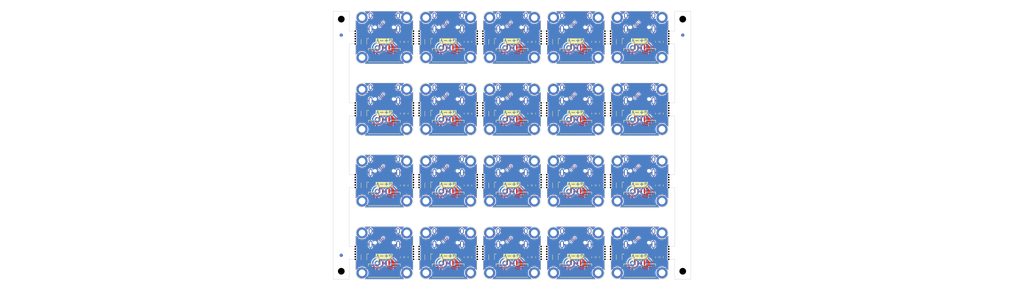
<source format=kicad_pcb>
(kicad_pcb (version 20240108) (generator "pcbnew") (generator_version "8.0")
  (layers (0 "F.Cu" signal) (31 "B.Cu" signal) (34 "B.Paste" user) (35 "F.Paste" user) (36 "B.SilkS" user "B.Silkscreen") (37 "F.SilkS" user "F.Silkscreen") (38 "B.Mask" user) (39 "F.Mask" user) (44 "Edge.Cuts" user))
  (net 0 "")
  (net 1 "Board_0-D+")
  (net 2 "Board_0-D-")
  (net 3 "Board_0-DN")
  (net 4 "Board_0-DP")
  (net 5 "Board_0-GND")
  (net 6 "Board_0-Net-(J1-CC1)")
  (net 7 "Board_0-Net-(J1-CC2)")
  (net 8 "Board_0-UVCC")
  (net 9 "Board_0-unconnected-(J1-SBU1-PadA8)")
  (net 10 "Board_0-unconnected-(J1-SBU2-PadB8)")
  (net 11 "Board_1-D+")
  (net 12 "Board_1-D-")
  (net 13 "Board_1-DN")
  (net 14 "Board_1-DP")
  (net 15 "Board_1-GND")
  (net 16 "Board_1-Net-(J1-CC1)")
  (net 17 "Board_1-Net-(J1-CC2)")
  (net 18 "Board_1-UVCC")
  (net 19 "Board_1-unconnected-(J1-SBU1-PadA8)")
  (net 20 "Board_1-unconnected-(J1-SBU2-PadB8)")
  (net 21 "Board_2-D+")
  (net 22 "Board_2-D-")
  (net 23 "Board_2-DN")
  (net 24 "Board_2-DP")
  (net 25 "Board_2-GND")
  (net 26 "Board_2-Net-(J1-CC1)")
  (net 27 "Board_2-Net-(J1-CC2)")
  (net 28 "Board_2-UVCC")
  (net 29 "Board_2-unconnected-(J1-SBU1-PadA8)")
  (net 30 "Board_2-unconnected-(J1-SBU2-PadB8)")
  (net 31 "Board_3-D+")
  (net 32 "Board_3-D-")
  (net 33 "Board_3-DN")
  (net 34 "Board_3-DP")
  (net 35 "Board_3-GND")
  (net 36 "Board_3-Net-(J1-CC1)")
  (net 37 "Board_3-Net-(J1-CC2)")
  (net 38 "Board_3-UVCC")
  (net 39 "Board_3-unconnected-(J1-SBU1-PadA8)")
  (net 40 "Board_3-unconnected-(J1-SBU2-PadB8)")
  (net 41 "Board_4-D+")
  (net 42 "Board_4-D-")
  (net 43 "Board_4-DN")
  (net 44 "Board_4-DP")
  (net 45 "Board_4-GND")
  (net 46 "Board_4-Net-(J1-CC1)")
  (net 47 "Board_4-Net-(J1-CC2)")
  (net 48 "Board_4-UVCC")
  (net 49 "Board_4-unconnected-(J1-SBU1-PadA8)")
  (net 50 "Board_4-unconnected-(J1-SBU2-PadB8)")
  (net 51 "Board_5-D+")
  (net 52 "Board_5-D-")
  (net 53 "Board_5-DN")
  (net 54 "Board_5-DP")
  (net 55 "Board_5-GND")
  (net 56 "Board_5-Net-(J1-CC1)")
  (net 57 "Board_5-Net-(J1-CC2)")
  (net 58 "Board_5-UVCC")
  (net 59 "Board_5-unconnected-(J1-SBU1-PadA8)")
  (net 60 "Board_5-unconnected-(J1-SBU2-PadB8)")
  (net 61 "Board_6-D+")
  (net 62 "Board_6-D-")
  (net 63 "Board_6-DN")
  (net 64 "Board_6-DP")
  (net 65 "Board_6-GND")
  (net 66 "Board_6-Net-(J1-CC1)")
  (net 67 "Board_6-Net-(J1-CC2)")
  (net 68 "Board_6-UVCC")
  (net 69 "Board_6-unconnected-(J1-SBU1-PadA8)")
  (net 70 "Board_6-unconnected-(J1-SBU2-PadB8)")
  (net 71 "Board_7-D+")
  (net 72 "Board_7-D-")
  (net 73 "Board_7-DN")
  (net 74 "Board_7-DP")
  (net 75 "Board_7-GND")
  (net 76 "Board_7-Net-(J1-CC1)")
  (net 77 "Board_7-Net-(J1-CC2)")
  (net 78 "Board_7-UVCC")
  (net 79 "Board_7-unconnected-(J1-SBU1-PadA8)")
  (net 80 "Board_7-unconnected-(J1-SBU2-PadB8)")
  (net 81 "Board_8-D+")
  (net 82 "Board_8-D-")
  (net 83 "Board_8-DN")
  (net 84 "Board_8-DP")
  (net 85 "Board_8-GND")
  (net 86 "Board_8-Net-(J1-CC1)")
  (net 87 "Board_8-Net-(J1-CC2)")
  (net 88 "Board_8-UVCC")
  (net 89 "Board_8-unconnected-(J1-SBU1-PadA8)")
  (net 90 "Board_8-unconnected-(J1-SBU2-PadB8)")
  (net 91 "Board_9-D+")
  (net 92 "Board_9-D-")
  (net 93 "Board_9-DN")
  (net 94 "Board_9-DP")
  (net 95 "Board_9-GND")
  (net 96 "Board_9-Net-(J1-CC1)")
  (net 97 "Board_9-Net-(J1-CC2)")
  (net 98 "Board_9-UVCC")
  (net 99 "Board_9-unconnected-(J1-SBU1-PadA8)")
  (net 100 "Board_9-unconnected-(J1-SBU2-PadB8)")
  (net 101 "Board_10-D+")
  (net 102 "Board_10-D-")
  (net 103 "Board_10-DN")
  (net 104 "Board_10-DP")
  (net 105 "Board_10-GND")
  (net 106 "Board_10-Net-(J1-CC1)")
  (net 107 "Board_10-Net-(J1-CC2)")
  (net 108 "Board_10-UVCC")
  (net 109 "Board_10-unconnected-(J1-SBU1-PadA8)")
  (net 110 "Board_10-unconnected-(J1-SBU2-PadB8)")
  (net 111 "Board_11-D+")
  (net 112 "Board_11-D-")
  (net 113 "Board_11-DN")
  (net 114 "Board_11-DP")
  (net 115 "Board_11-GND")
  (net 116 "Board_11-Net-(J1-CC1)")
  (net 117 "Board_11-Net-(J1-CC2)")
  (net 118 "Board_11-UVCC")
  (net 119 "Board_11-unconnected-(J1-SBU1-PadA8)")
  (net 120 "Board_11-unconnected-(J1-SBU2-PadB8)")
  (net 121 "Board_12-D+")
  (net 122 "Board_12-D-")
  (net 123 "Board_12-DN")
  (net 124 "Board_12-DP")
  (net 125 "Board_12-GND")
  (net 126 "Board_12-Net-(J1-CC1)")
  (net 127 "Board_12-Net-(J1-CC2)")
  (net 128 "Board_12-UVCC")
  (net 129 "Board_12-unconnected-(J1-SBU1-PadA8)")
  (net 130 "Board_12-unconnected-(J1-SBU2-PadB8)")
  (net 131 "Board_13-D+")
  (net 132 "Board_13-D-")
  (net 133 "Board_13-DN")
  (net 134 "Board_13-DP")
  (net 135 "Board_13-GND")
  (net 136 "Board_13-Net-(J1-CC1)")
  (net 137 "Board_13-Net-(J1-CC2)")
  (net 138 "Board_13-UVCC")
  (net 139 "Board_13-unconnected-(J1-SBU1-PadA8)")
  (net 140 "Board_13-unconnected-(J1-SBU2-PadB8)")
  (net 141 "Board_14-D+")
  (net 142 "Board_14-D-")
  (net 143 "Board_14-DN")
  (net 144 "Board_14-DP")
  (net 145 "Board_14-GND")
  (net 146 "Board_14-Net-(J1-CC1)")
  (net 147 "Board_14-Net-(J1-CC2)")
  (net 148 "Board_14-UVCC")
  (net 149 "Board_14-unconnected-(J1-SBU1-PadA8)")
  (net 150 "Board_14-unconnected-(J1-SBU2-PadB8)")
  (net 151 "Board_15-D+")
  (net 152 "Board_15-D-")
  (net 153 "Board_15-DN")
  (net 154 "Board_15-DP")
  (net 155 "Board_15-GND")
  (net 156 "Board_15-Net-(J1-CC1)")
  (net 157 "Board_15-Net-(J1-CC2)")
  (net 158 "Board_15-UVCC")
  (net 159 "Board_15-unconnected-(J1-SBU1-PadA8)")
  (net 160 "Board_15-unconnected-(J1-SBU2-PadB8)")
  (net 161 "Board_16-D+")
  (net 162 "Board_16-D-")
  (net 163 "Board_16-DN")
  (net 164 "Board_16-DP")
  (net 165 "Board_16-GND")
  (net 166 "Board_16-Net-(J1-CC1)")
  (net 167 "Board_16-Net-(J1-CC2)")
  (net 168 "Board_16-UVCC")
  (net 169 "Board_16-unconnected-(J1-SBU1-PadA8)")
  (net 170 "Board_16-unconnected-(J1-SBU2-PadB8)")
  (net 171 "Board_17-D+")
  (net 172 "Board_17-D-")
  (net 173 "Board_17-DN")
  (net 174 "Board_17-DP")
  (net 175 "Board_17-GND")
  (net 176 "Board_17-Net-(J1-CC1)")
  (net 177 "Board_17-Net-(J1-CC2)")
  (net 178 "Board_17-UVCC")
  (net 179 "Board_17-unconnected-(J1-SBU1-PadA8)")
  (net 180 "Board_17-unconnected-(J1-SBU2-PadB8)")
  (net 181 "Board_18-D+")
  (net 182 "Board_18-D-")
  (net 183 "Board_18-DN")
  (net 184 "Board_18-DP")
  (net 185 "Board_18-GND")
  (net 186 "Board_18-Net-(J1-CC1)")
  (net 187 "Board_18-Net-(J1-CC2)")
  (net 188 "Board_18-UVCC")
  (net 189 "Board_18-unconnected-(J1-SBU1-PadA8)")
  (net 190 "Board_18-unconnected-(J1-SBU2-PadB8)")
  (net 191 "Board_19-D+")
  (net 192 "Board_19-D-")
  (net 193 "Board_19-DN")
  (net 194 "Board_19-DP")
  (net 195 "Board_19-GND")
  (net 196 "Board_19-Net-(J1-CC1)")
  (net 197 "Board_19-Net-(J1-CC2)")
  (net 198 "Board_19-UVCC")
  (net 199 "Board_19-unconnected-(J1-SBU1-PadA8)")
  (net 200 "Board_19-unconnected-(J1-SBU2-PadB8)")
  (footprint "NPTH" (layer "F.Cu") (at 117.6 96.95)
    (property "Reference" "KiKit_MB_32_5" (hide yes))
    (property "Value" "NPTH" (hide yes))
  )
  (footprint "Resistor_SMD:R_0603_1608Metric" (layer "F.Cu") (at 195.4 74.6 90)
    (property "Reference" "R1" (hide yes))
    (property "Value" "5.1k")
  )
  (footprint "Resistor_SMD:R_0603_1608Metric" (layer "F.Cu") (at 134 97.1 -90)
    (property "Reference" "R2" (hide yes))
    (property "Value" "5.1k")
  )
  (footprint "MountingHole:MountingHole_2.2mm_M2_DIN965_Pad" (layer "F.Cu") (at 135.5 79.5)
    (property "Reference" "REF**" (hide yes))
    (property "Value" "MountingHole_2.2mm_M2_DIN965_Pad")
  )
  (footprint "NPTH" (layer "F.Cu") (at 139.4 27.85)
    (property "Reference" "KiKit_MB_5_4" (hide yes))
    (property "Value" "NPTH" (hide yes))
  )
  (footprint "MountingHole:MountingHole_2.2mm_M2_DIN965_Pad" (layer "F.Cu") (at 135.5 34.5)
    (property "Reference" "REF**" (hide yes))
    (property "Value" "MountingHole_2.2mm_M2_DIN965_Pad")
  )
  (footprint "NPTH" (layer "F.Cu") (at 197.6 95.35)
    (property "Reference" "KiKit_MB_40_3" (hide yes))
    (property "Value" "NPTH" (hide yes))
  )
  (footprint "MountingHole:MountingHole_2.2mm_M2_DIN965_Pad" (layer "F.Cu") (at 121.5 22)
    (property "Reference" "REF**" (hide yes))
    (property "Value" "MountingHole_2.2mm_M2_DIN965_Pad")
  )
  (footprint "NPTH" (layer "F.Cu") (at 119.4 49.55)
    (property "Reference" "KiKit_MB_13_5" (hide yes))
    (property "Value" "NPTH" (hide yes))
  )
  (footprint "NPTH" (layer "F.Cu") (at 99.4 28.65)
    (property "Reference" "KiKit_MB_1_3" (hide yes))
    (property "Value" "NPTH" (hide yes))
  )
  (footprint "MountingHole:MountingHole_2.2mm_M2_DIN965_Pad" (layer "F.Cu") (at 195.5 79.5)
    (property "Reference" "REF**" (hide yes))
    (property "Value" "MountingHole_2.2mm_M2_DIN965_Pad")
  )
  (footprint "MountingHole:MountingHole_2.2mm_M2_DIN965_Pad" (layer "F.Cu") (at 115.5 67)
    (property "Reference" "REF**" (hide yes))
    (property "Value" "MountingHole_2.2mm_M2_DIN965_Pad")
  )
  (footprint "NPTH" (layer "F.Cu") (at 119.4 96.95)
    (property "Reference" "KiKit_MB_33_2" (hide yes))
    (property "Value" "NPTH" (hide yes))
  )
  (footprint "MountingHole:MountingHole_2.2mm_M2_DIN965_Pad" (layer "F.Cu") (at 115.5 34.5)
    (property "Reference" "REF**" (hide yes))
    (property "Value" "MountingHole_2.2mm_M2_DIN965_Pad")
  )
  (footprint "NPTH" (layer "F.Cu") (at 159.4 27.85)
    (property "Reference" "KiKit_MB_7_4" (hide yes))
    (property "Value" "NPTH" (hide yes))
  )
  (footprint "NPTH" (layer "F.Cu") (at 119.4 94.55)
    (property "Reference" "KiKit_MB_33_5" (hide yes))
    (property "Value" "NPTH" (hide yes))
  )
  (footprint "NPTH" (layer "F.Cu") (at 177.6 73.65)
    (property "Reference" "KiKit_MB_28_4" (hide yes))
    (property "Value" "NPTH" (hide yes))
  )
  (footprint "Package_TO_SOT_SMD:SOT-666" (layer "F.Cu") (at 182.1 97.1 -90)
    (property "Reference" "U1" (hide yes))
    (property "Value" "USBLC6-2P6")
  )
  (footprint "NPTH" (layer "F.Cu") (at 157.6 48.75)
    (property "Reference" "KiKit_MB_16_1" (hide yes))
    (property "Value" "NPTH" (hide yes))
  )
  (footprint "NPTH" (layer "F.Cu") (at 159.4 74.45)
    (property "Reference" "KiKit_MB_27_2" (hide yes))
    (property "Value" "NPTH" (hide yes))
  )
  (footprint "MountingHole:MountingHole_2.2mm_M2_DIN965_Pad" (layer "F.Cu") (at 195.5 67)
    (property "Reference" "REF**" (hide yes))
    (property "Value" "MountingHole_2.2mm_M2_DIN965_Pad")
  )
  (footprint "u1:FPC_4P_1.0mm" (layer "F.Cu") (at 148.5 75.7)
    (property "Reference" "J2" (hide yes))
    (property "Value" "Conn_01x06_MountingPin" (hide yes))
  )
  (footprint "NPTH" (layer "F.Cu") (at 157.6 51.15)
    (property "Reference" "KiKit_MB_16_4" (hide yes))
    (property "Value" "NPTH" (hide yes))
  )
  (footprint "Resistor_SMD:R_0603_1608Metric" (layer "F.Cu") (at 175.4 74.6 90)
    (property "Reference" "R1" (hide yes))
    (property "Value" "5.1k")
  )
  (footprint "NPTH" (layer "F.Cu") (at 177.6 71.25)
    (property "Reference" "KiKit_MB_28_1" (hide yes))
    (property "Value" "NPTH" (hide yes))
  )
  (footprint "MountingHole:MountingHole_2.2mm_M2_DIN965_Pad" (layer "F.Cu") (at 121.5 67)
    (property "Reference" "REF**" (hide yes))
    (property "Value" "MountingHole_2.2mm_M2_DIN965_Pad")
  )
  (footprint "MountingHole:MountingHole_2.2mm_M2_DIN965_Pad" (layer "F.Cu") (at 141.5 67)
    (property "Reference" "REF**" (hide yes))
    (property "Value" "MountingHole_2.2mm_M2_DIN965_Pad")
  )
  (footprint "NPTH" (layer "F.Cu") (at 157.6 28.65)
    (property "Reference" "KiKit_MB_6_4" (hide yes))
    (property "Value" "NPTH" (hide yes))
  )
  (footprint "NPTH" (layer "F.Cu") (at 139.4 75.25)
    (property "Reference" "KiKit_MB_25_1" (hide yes))
    (property "Value" "NPTH" (hide yes))
  )
  (footprint "MountingHole:MountingHole_2.2mm_M2_DIN965_Pad" (layer "F.Cu") (at 121.5 57)
    (property "Reference" "REF**" (hide yes))
    (property "Value" "MountingHole_2.2mm_M2_DIN965_Pad")
  )
  (footprint "NPTH" (layer "F.Cu") (at 139.4 51.95)
    (property "Reference" "KiKit_MB_15_2" (hide yes))
    (property "Value" "NPTH" (hide yes))
  )
  (footprint "NPTH" (layer "F.Cu") (at 197.6 97.75)
    (property "Reference" "KiKit_MB_40_6" (hide yes))
    (property "Value" "NPTH" (hide yes))
  )
  (footprint "Package_TO_SOT_SMD:SOT-666" (layer "F.Cu") (at 162.1 52.1 -90)
    (property "Reference" "U1" (hide yes))
    (property "Value" "USBLC6-2P6")
  )
  (footprint "u1:FPC_4P_1.0mm" (layer "F.Cu") (at 188.5 30.7)
    (property "Reference" "J2" (hide yes))
    (property "Value" "Conn_01x06_MountingPin" (hide yes))
  )
  (footprint "MountingHole:MountingHole_2.2mm_M2_DIN965_Pad" (layer "F.Cu") (at 101.5 44.5)
    (property "Reference" "REF**" (hide yes))
    (property "Value" "MountingHole_2.2mm_M2_DIN965_Pad")
  )
  (footprint "NPTH" (layer "F.Cu") (at 197.6 27.05)
    (property "Reference" "KiKit_MB_10_2" (hide yes))
    (property "Value" "NPTH" (hide yes))
  )
  (footprint "NPTH" (layer "F.Cu") (at 197.6 52.75)
    (property "Reference" "KiKit_MB_20_6" (hide yes))
    (property "Value" "NPTH" (hide yes))
  )
  (footprint "NPTH" (layer "F.Cu") (at 137.6 27.85)
    (property "Reference" "KiKit_MB_4_3" (hide yes))
    (property "Value" "NPTH" (hide yes))
  )
  (footprint "NPTH" (layer "F.Cu") (at 137.6 72.85)
    (property "Reference" "KiKit_MB_24_3" (hide yes))
    (property "Value" "NPTH" (hide yes))
  )
  (footprint "NPTH" (layer "F.Cu") (at 179.4 73.65)
    (property "Reference" "KiKit_MB_29_3" (hide yes))
    (property "Value" "NPTH" (hide yes))
  )
  (footprint "Resistor_SMD:R_0603_1608Metric" (layer "F.Cu") (at 114 97.1 -90)
    (property "Reference" "R2" (hide yes))
    (property "Value" "5.1k")
  )
  (footprint "NPTH" (layer "F.Cu") (at 139.4 71.25)
    (property "Reference" "KiKit_MB_25_6" (hide yes))
    (property "Value" "NPTH" (hide yes))
  )
  (footprint "NPTH" (layer "F.Cu") (at 117.6 51.15)
    (property "Reference" "KiKit_MB_12_4" (hide yes))
    (property "Value" "NPTH" (hide yes))
  )
  (footprint "NPTH" (layer "F.Cu") (at 119.4 29.45)
    (property "Reference" "KiKit_MB_3_2" (hide yes))
    (property "Value" "NPTH" (hide yes))
  )
  (footprint "u1:USB_C_Receptacle_HRO_TYPE-C-31-M-12" (layer "F.Cu") (at 128.5 67.45 180)
    (property "Reference" "J1" (hide yes))
    (property "Value" "USB_C_Receptacle_USB2.0")
  )
  (footprint "u1:FPC_4P_1.0mm" (layer "F.Cu") (at 188.5 98.2)
    (property "Reference" "J2" (hide yes))
    (property "Value" "Conn_01x06_MountingPin" (hide yes))
  )
  (footprint "NPTH" (layer "F.Cu") (at 137.6 93.75)
    (property "Reference" "KiKit_MB_34_1" (hide yes))
    (property "Value" "NPTH" (hide yes))
  )
  (footprint "MountingHole:MountingHole_2.2mm_M2_DIN965_Pad" (layer "F.Cu") (at 195.5 34.5)
    (property "Reference" "REF**" (hide yes))
    (property "Value" "MountingHole_2.2mm_M2_DIN965_Pad")
  )
  (footprint "u1:FPC_4P_1.0mm" (layer "F.Cu") (at 128.5 98.2)
    (property "Reference" "J2" (hide yes))
    (property "Value" "Conn_01x06_MountingPin" (hide yes))
  )
  (footprint "u1:FPC_4P_1.0mm" (layer "F.Cu") (at 148.5 53.2)
    (property "Reference" "J2" (hide yes))
    (property "Value" "Conn_01x06_MountingPin" (hide yes))
  )
  (footprint "NPTH" (layer "F.Cu") (at 179.4 94.55)
    (property "Reference" "KiKit_MB_39_5" (hide yes))
    (property "Value" "NPTH" (hide yes))
  )
  (footprint "Package_TO_SOT_SMD:SOT-666" (layer "F.Cu") (at 162.1 74.6 -90)
    (property "Reference" "U1" (hide yes))
    (property "Value" "USBLC6-2P6")
  )
  (footprint "NPTH" (layer "F.Cu") (at 139.4 27.05)
    (property "Reference" "KiKit_MB_5_5" (hide yes))
    (property "Value" "NPTH" (hide yes))
  )
  (footprint "NPTH" (layer "F.Cu") (at 99.4 96.95)
    (property "Reference" "KiKit_MB_31_2" (hide yes))
    (property "Value" "NPTH" (hide yes))
  )
  (footprint "NPTH" (layer "F.Cu") (at 179.4 52.75)
    (property "Reference" "KiKit_MB_19_1" (hide yes))
    (property "Value" "NPTH" (hide yes))
  )
  (footprint "NPTH" (layer "F.Cu") (at 179.4 28.65)
    (property "Reference" "KiKit_MB_9_3" (hide yes))
    (property "Value" "NPTH" (hide yes))
  )
  (footprint "MountingHole:MountingHole_2.2mm_M2_DIN965_Pad" (layer "F.Cu") (at 121.5 34.5)
    (property "Reference" "REF**" (hide yes))
    (property "Value" "MountingHole_2.2mm_M2_DIN965_Pad")
  )
  (footprint "Package_TO_SOT_SMD:SOT-666" (layer "F.Cu") (at 142.1 52.1 -90)
    (property "Reference" "U1" (hide yes))
    (property "Value" "USBLC6-2P6")
  )
  (footprint "Resistor_SMD:R_0603_1608Metric" (layer "F.Cu") (at 194 97.1 -90)
    (property "Reference" "R2" (hide yes))
    (property "Value" "5.1k")
  )
  (footprint "Resistor_SMD:R_0603_1608Metric" (layer "F.Cu") (at 174 29.6 -90)
    (property "Reference" "R2" (hide yes))
    (property "Value" "5.1k")
  )
  (footprint "MountingHole:MountingHole_2.2mm_M2_DIN965_Pad" (layer "F.Cu") (at 161.5 89.5)
    (property "Reference" "REF**" (hide yes))
    (property "Value" "MountingHole_2.2mm_M2_DIN965_Pad")
  )
  (footprint "NPTH" (layer "F.Cu") (at 177.6 48.75)
    (property "Reference" "KiKit_MB_18_1" (hide yes))
    (property "Value" "NPTH" (hide yes))
  )
  (footprint "NPTH" (layer "F.Cu") (at 159.4 96.95)
    (property "Reference" "KiKit_MB_37_2" (hide yes))
    (property "Value" "NPTH" (hide yes))
  )
  (footprint "NPTH" (layer "F.Cu") (at 139.4 74.45)
    (property "Reference" "KiKit_MB_25_2" (hide yes))
    (property "Value" "NPTH" (hide yes))
  )
  (footprint "Package_TO_SOT_SMD:SOT-666" (layer "F.Cu") (at 122.1 52.1 -90)
    (property "Reference" "U1" (hide yes))
    (property "Value" "USBLC6-2P6")
  )
  (footprint "NPTH" (layer "F.Cu") (at 117.6 27.05)
    (property "Reference" "KiKit_MB_2_2" (hide yes))
    (property "Value" "NPTH" (hide yes))
  )
  (footprint "u1:USB_C_Receptacle_HRO_TYPE-C-31-M-12" (layer "F.Cu") (at 168.5 44.95 180)
    (property "Reference" "J1" (hide yes))
    (property "Value" "USB_C_Receptacle_USB2.0")
  )
  (footprint "MountingHole:MountingHole_2.2mm_M2_DIN965_Pad" (layer "F.Cu") (at 181.5 34.5)
    (property "Reference" "REF**" (hide yes))
    (property "Value" "MountingHole_2.2mm_M2_DIN965_Pad")
  )
  (footprint "NPTH" (layer "F.Cu") (at 139.4 26.25)
    (property "Reference" "KiKit_MB_5_6" (hide yes))
    (property "Value" "NPTH" (hide yes))
  )
  (footprint "MountingHole:MountingHole_2.2mm_M2_DIN965_Pad" (layer "F.Cu") (at 155.5 102)
    (property "Reference" "REF**" (hide yes))
    (property "Value" "MountingHole_2.2mm_M2_DIN965_Pad")
  )
  (footprint "u1:FPC_4P_1.0mm" (layer "F.Cu") (at 188.5 53.2)
    (property "Reference" "J2" (hide yes))
    (property "Value" "Conn_01x06_MountingPin" (hide yes))
  )
  (footprint "NPTH" (layer "F.Cu") (at 117.6 71.25)
    (property "Reference" "KiKit_MB_22_1" (hide yes))
    (property "Value" "NPTH" (hide yes))
  )
  (footprint "Package_TO_SOT_SMD:SOT-666" (layer "F.Cu") (at 102.1 74.6 -90)
    (property "Reference" "U1" (hide yes))
    (property "Value" "USBLC6-2P6")
  )
  (footprint "NPTH" (layer "F.Cu") (at 137.6 73.65)
    (property "Reference" "KiKit_MB_24_4" (hide yes))
    (property "Value" "NPTH" (hide yes))
  )
  (footprint "NPTH" (layer "F.Cu") (at 159.4 72.85)
    (property "Reference" "KiKit_MB_27_4" (hide yes))
    (property "Value" "NPTH" (hide yes))
  )
  (footprint "NPTH" (layer "F.Cu") (at 157.6 30.25)
    (property "Reference" "KiKit_MB_6_6" (hide yes))
    (property "Value" "NPTH" (hide yes))
  )
  (footprint "NPTH" (layer "F.Cu") (at 119.4 95.35)
    (property "Reference" "KiKit_MB_33_4" (hide yes))
    (property "Value" "NPTH" (hide yes))
  )
  (footprint "Resistor_SMD:R_0603_1608Metric" (layer "F.Cu") (at 174 74.6 -90)
    (property "Reference" "R2" (hide yes))
    (property "Value" "5.1k")
  )
  (footprint "MountingHole:MountingHole_2.2mm_M2_DIN965_Pad" (layer "F.Cu") (at 115.5 79.5)
    (property "Reference" "REF**" (hide yes))
    (property "Value" "MountingHole_2.2mm_M2_DIN965_Pad")
  )
  (footprint "NPTH" (layer "F.Cu") (at 197.6 50.35)
    (property "Reference" "KiKit_MB_20_3" (hide yes))
    (property "Value" "NPTH" (hide yes))
  )
  (footprint "MountingHole:MountingHole_2.2mm_M2_DIN965_Pad" (layer "F.Cu") (at 121.5 102)
    (property "Reference" "REF**" (hide yes))
    (property "Value" "MountingHole_2.2mm_M2_DIN965_Pad")
  )
  (footprint "u1:USB_C_Receptacle_HRO_TYPE-C-31-M-12" (layer "F.Cu") (at 108.5 44.95 180)
    (property "Reference" "J1" (hide yes))
    (property "Value" "USB_C_Receptacle_USB2.0")
  )
  (footprint "NPTH" (layer "F.Cu") (at 117.6 30.25)
    (property "Reference" "KiKit_MB_2_6" (hide yes))
    (property "Value" "NPTH" (hide yes))
  )
  (footprint "NPTH" (layer "F.Cu") (at 99.4 72.85)
    (property "Reference" "KiKit_MB_21_4" (hide yes))
    (property "Value" "NPTH" (hide yes))
  )
  (footprint "NPTH" (layer "F.Cu") (at 139.4 95.35)
    (property "Reference" "KiKit_MB_35_4" (hide yes))
    (property "Value" "NPTH" (hide yes))
  )
  (footprint "u1:FPC_4P_1.0mm" (layer "F.Cu") (at 168.5 98.2)
    (property "Reference" "J2" (hide yes))
    (property "Value" "Conn_01x06_MountingPin" (hide yes))
  )
  (footprint "NPTH" (layer "F.Cu") (at 157.6 95.35)
    (property "Reference" "KiKit_MB_36_3" (hide yes))
    (property "Value" "NPTH" (hide yes))
  )
  (footprint "Resistor_SMD:R_0603_1608Metric" (layer "F.Cu") (at 155.4 29.6 90)
    (property "Reference" "R1" (hide yes))
    (property "Value" "5.1k")
  )
  (footprint "NPTH" (layer "F.Cu") (at 197.6 94.55)
    (property "Reference" "KiKit_MB_40_2" (hide yes))
    (property "Value" "NPTH" (hide yes))
  )
  (footprint "MountingHole:MountingHole_2.2mm_M2_DIN965_Pad" (layer "F.Cu") (at 121.5 89.5)
    (property "Reference" "REF**" (hide yes))
    (property "Value" "MountingHole_2.2mm_M2_DIN965_Pad")
  )
  (footprint "NPTH" (layer "F.Cu") (at 99.4 52.75)
    (property "Reference" "KiKit_MB_11_1" (hide yes))
    (property "Value" "NPTH" (hide yes))
  )
  (footprint "Package_TO_SOT_SMD:SOT-666" (layer "F.Cu") (at 142.1 29.6 -90)
    (property "Reference" "U1" (hide yes))
    (property "Value" "USBLC6-2P6")
  )
  (footprint "NPTH" (layer "F.Cu") (at 137.6 49.55)
    (property "Reference" "KiKit_MB_14_2" (hide yes))
    (property "Value" "NPTH" (hide yes))
  )
  (footprint "MountingHole:MountingHole_2.2mm_M2_DIN965_Pad" (layer "F.Cu") (at 101.5 22)
    (property "Reference" "REF**" (hide yes))
    (property "Value" "MountingHole_2.2mm_M2_DIN965_Pad")
  )
  (footprint "NPTH" (layer "F.Cu") (at 157.6 93.75)
    (property "Reference" "KiKit_MB_36_1" (hide yes))
    (property "Value" "NPTH" (hide yes))
  )
  (footprint "NPTH" (layer "F.Cu") (at 197.6 73.65)
    (property "Reference" "KiKit_MB_30_4" (hide yes))
    (property "Value" "NPTH" (hide yes))
  )
  (footprint "NPTH" (layer "F.Cu") (at 177.6 51.95)
    (property "Reference" "KiKit_MB_18_5" (hide yes))
    (property "Value" "NPTH" (hide yes))
  )
  (footprint "MountingHole:MountingHole_2.2mm_M2_DIN965_Pad" (layer "F.Cu") (at 101.5 34.5)
    (property "Reference" "REF**" (hide yes))
    (property "Value" "MountingHole_2.2mm_M2_DIN965_Pad")
  )
  (footprint "NPTH" (layer "F.Cu") (at 197.6 72.85)
    (property "Reference" "KiKit_MB_30_3" (hide yes))
    (property "Value" "NPTH" (hide yes))
  )
  (footprint "NPTH" (layer "F.Cu") (at 119.4 75.25)
    (property "Reference" "KiKit_MB_23_1" (hide yes))
    (property "Value" "NPTH" (hide yes))
  )
  (footprint "NPTH" (layer "F.Cu") (at 94.999 22.5)
    (property "Reference" "KiKit_TO_1" (hide yes))
    (property "Value" "NPTH" (hide yes))
  )
  (footprint "Resistor_SMD:R_0603_1608Metric" (layer "F.Cu") (at 195.4 97.1 90)
    (property "Reference" "R1" (hide yes))
    (property "Value" "5.1k")
  )
  (footprint "NPTH" (layer "F.Cu") (at 139.4 93.75)
    (property "Reference" "KiKit_MB_35_6" (hide yes))
    (property "Value" "NPTH" (hide yes))
  )
  (footprint "NPTH" (layer "F.Cu") (at 177.6 26.25)
    (property "Reference" "KiKit_MB_8_1" (hide yes))
    (property "Value" "NPTH" (hide yes))
  )
  (footprint "Resistor_SMD:R_0603_1608Metric" (layer "F.Cu") (at 175.4 29.6 90)
    (property "Reference" "R1" (hide yes))
    (property "Value" "5.1k")
  )
  (footprint "NPTH" (layer "F.Cu") (at 177.6 49.55)
    (property "Reference" "KiKit_MB_18_2" (hide yes))
    (property "Value" "NPTH" (hide yes))
  )
  (footprint "NPTH" (layer "F.Cu") (at 117.6 48.75)
    (property "Reference" "KiKit_MB_12_1" (hide yes))
    (property "Value" "NPTH" (hide yes))
  )
  (footprint "Package_TO_SOT_SMD:SOT-666" (layer "F.Cu") (at 142.1 97.1 -90)
    (property "Reference" "U1" (hide yes))
    (property "Value" "USBLC6-2P6")
  )
  (footprint "NPTH" (layer "F.Cu") (at 99.4 75.25)
    (property "Reference" "KiKit_MB_21_1" (hide yes))
    (property "Value" "NPTH" (hide yes))
  )
  (footprint "NPTH" (layer "F.Cu") (at 139.4 94.55)
    (property "Reference" "KiKit_MB_35_5" (hide yes))
    (property "Value" "NPTH" (hide yes))
  )
  (footprint "NPTH" (layer "F.Cu") (at 177.6 29.45)
    (property "Reference" "KiKit_MB_8_5" (hide yes))
    (property "Value" "NPTH" (hide yes))
  )
  (footprint "NPTH" (layer "F.Cu") (at 179.4 26.25)
    (property "Reference" "KiKit_MB_9_6" (hide yes))
    (property "Value" "NPTH" (hide yes))
  )
  (footprint "NPTH" (layer "F.Cu") (at 177.6 74.45)
    (property "Reference" "KiKit_MB_28_5" (hide yes))
    (property "Value" "NPTH" (hide yes))
  )
  (footprint "MountingHole:MountingHole_2.2mm_M2_DIN965_Pad" (layer "F.Cu") (at 135.5 44.5)
    (property "Reference" "REF**" (hide yes))
    (property "Value" "MountingHole_2.2mm_M2_DIN965_Pad")
  )
  (footprint "NPTH" (layer "F.Cu") (at 179.4 96.95)
    (property "Reference" "KiKit_MB_39_2" (hide yes))
    (property "Value" "NPTH" (hide yes))
  )
  (footprint "NPTH" (layer "F.Cu") (at 139.4 73.65)
    (property "Reference" "KiKit_MB_25_3" (hide yes))
    (property "Value" "NPTH" (hide yes))
  )
  (footprint "NPTH" (layer "F.Cu") (at 179.4 48.75)
    (property "Reference" "KiKit_MB_19_6" (hide yes))
    (property "Value" "NPTH" (hide yes))
  )
  (footprint "NPTH" (layer "F.Cu") (at 139.4 96.15)
    (property "Reference" "KiKit_MB_35_3" (hide yes))
    (property "Value" "NPTH" (hide yes))
  )
  (footprint "NPTH" (layer "F.Cu") (at 119.4 72.05)
    (property "Reference" "KiKit_MB_23_5" (hide yes))
    (property "Value" "NPTH" (hide yes))
  )
  (footprint "MountingHole:MountingHole_2.2mm_M2_DIN965_Pad" (layer "F.Cu") (at 101.5 102)
    (property "Reference" "REF**" (hide yes))
    (property "Value" "MountingHole_2.2mm_M2_DIN965_Pad")
  )
  (footprint "NPTH" (layer "F.Cu") (at 177.6 96.95)
    (property "Reference" "KiKit_MB_38_5" (hide yes))
    (property "Value" "NPTH" (hide yes))
  )
  (footprint "NPTH" (layer "F.Cu") (at 157.6 71.25)
    (property "Reference" "KiKit_MB_26_1" (hide yes))
    (property "Value" "NPTH" (hide yes))
  )
  (footprint "MountingHole:MountingHole_2.2mm_M2_DIN965_Pad" (layer "F.Cu") (at 155.5 44.5)
    (property "Reference" "REF**" (hide yes))
    (property "Value" "MountingHole_2.2mm_M2_DIN965_Pad")
  )
  (footprint "NPTH" (layer "F.Cu") (at 159.4 72.05)
    (property "Reference" "KiKit_MB_27_5" (hide yes))
    (property "Value" "NPTH" (hide yes))
  )
  (footprint "NPTH" (layer "F.Cu") (at 139.4 50.35)
    (property "Reference" "KiKit_MB_15_4" (hide yes))
    (property "Value" "NPTH" (hide yes))
  )
  (footprint "MountingHole:MountingHole_2.2mm_M2_DIN965_Pad" (layer "F.Cu") (at 115.5 57)
    (property "Reference" "REF**" (hide yes))
    (property "Value" "MountingHole_2.2mm_M2_DIN965_Pad")
  )
  (footprint "NPTH" (layer "F.Cu") (at 119.4 52.75)
    (property "Reference" "KiKit_MB_13_1" (hide yes))
    (property "Value" "NPTH" (hide yes))
  )
  (footprint "NPTH" (layer "F.Cu") (at 137.6 50.35)
    (property "Reference" "KiKit_MB_14_3" (hide yes))
    (property "Value" "NPTH" (hide yes))
  )
  (footprint "NPTH" (layer "F.Cu") (at 197.6 75.25)
    (property "Reference" "KiKit_MB_30_6" (hide yes))
    (property "Value" "NPTH" (hide yes))
  )
  (footprint "NPTH" (layer "F.Cu") (at 159.4 30.25)
    (property "Reference" "KiKit_MB_7_1" (hide yes))
    (property "Value" "NPTH" (hide yes))
  )
  (footprint "u1:USB_C_Receptacle_HRO_TYPE-C-31-M-12" (layer "F.Cu") (at 148.5 67.45 180)
    (property "Reference" "J1" (hide yes))
    (property "Value" "USB_C_Receptacle_USB2.0")
  )
  (footprint "Resistor_SMD:R_0603_1608Metric" (layer "F.Cu") (at 175.4 97.1 90)
    (property "Reference" "R1" (hide yes))
    (property "Value" "5.1k")
  )
  (footprint "NPTH" (layer "F.Cu") (at 177.6 52.75)
    (property "Reference" "KiKit_MB_18_6" (hide yes))
    (property "Value" "NPTH" (hide yes))
  )
  (footprint "NPTH" (layer "F.Cu") (at 197.6 51.95)
    (property "Reference" "KiKit_MB_20_5" (hide yes))
    (property "Value" "NPTH" (hide yes))
  )
  (footprint "NPTH" (layer "F.Cu") (at 137.6 30.25)
    (property "Reference" "KiKit_MB_4_6" (hide yes))
    (property "Value" "NPTH" (hide yes))
  )
  (footprint "MountingHole:MountingHole_2.2mm_M2_DIN965_Pad" (layer "F.Cu") (at 175.5 44.5)
    (property "Reference" "REF**" (hide yes))
    (property "Value" "MountingHole_2.2mm_M2_DIN965_Pad")
  )
  (footprint "NPTH" (layer "F.Cu") (at 99.4 93.75)
    (property "Reference" "KiKit_MB_31_6" (hide yes))
    (property "Value" "NPTH" (hide yes))
  )
  (footprint "Package_TO_SOT_SMD:SOT-666" (layer "F.Cu") (at 122.1 97.1 -90)
    (property "Reference" "U1" (hide yes))
    (property "Value" "USBLC6-2P6")
  )
  (footprint "Package_TO_SOT_SMD:SOT-666" (layer "F.Cu") (at 182.1 29.6 -90)
    (property "Reference" "U1" (hide yes))
    (property "Value" "USBLC6-2P6")
  )
  (footprint "NPTH" (layer "F.Cu") (at 137.6 71.25)
    (property "Reference" "KiKit_MB_24_1" (hide yes))
    (property "Value" "NPTH" (hide yes))
  )
  (footprint "Resistor_SMD:R_0603_1608Metric" (layer "F.Cu") (at 115.4 74.6 90)
    (property "Reference" "R1" (hide yes))
    (property "Value" "5.1k")
  )
  (footprint "NPTH" (layer "F.Cu") (at 157.6 27.85)
    (property "Reference" "KiKit_MB_6_3" (hide yes))
    (property "Value" "NPTH" (hide yes))
  )
  (footprint "NPTH" (layer "F.Cu") (at 99.4 73.65)
    (property "Reference" "KiKit_MB_21_3" (hide yes))
    (property "Value" "NPTH" (hide yes))
  )
  (footprint "Resistor_SMD:R_0603_1608Metric" (layer "F.Cu") (at 195.4 29.6 90)
    (property "Reference" "R1" (hide yes))
    (property "Value" "5.1k")
  )
  (footprint "NPTH" (layer "F.Cu") (at 137.6 75.25)
    (property "Reference" "KiKit_MB_24_6" (hide yes))
    (property "Value" "NPTH" (hide yes))
  )
  (footprint "MountingHole:MountingHole_2.2mm_M2_DIN965_Pad" (layer "F.Cu") (at 181.5 67)
    (property "Reference" "REF**" (hide yes))
    (property "Value" "MountingHole_2.2mm_M2_DIN965_Pad")
  )
  (footprint "Fiducial" (layer "F.Cu") (at 94.999 27.5)
    (property "Reference" "KiKit_FID_T_1" (hide yes))
    (property "Value" "Fiducial" (hide yes))
  )
  (footprint "Resistor_SMD:R_0603_1608Metric" (layer "F.Cu") (at 114 52.1 -90)
    (property "Reference" "R2" (hide yes))
    (property "Value" "5.1k")
  )
  (footprint "Resistor_SMD:R_0603_1608Metric" (layer "F.Cu") (at 154 97.1 -90)
    (property "Reference" "R2" (hide yes))
    (property "Value" "5.1k")
  )
  (footprint "Resistor_SMD:R_0603_1608Metric" (layer "F.Cu") (at 194 74.6 -90)
    (property "Reference" "R2" (hide yes))
    (property "Value" "5.1k")
  )
  (footprint "NPTH" (layer "F.Cu") (at 197.6 27.85)
    (property "Reference" "KiKit_MB_10_3" (hide yes))
    (property "Value" "NPTH" (hide yes))
  )
  (footprint "NPTH" (layer "F.Cu") (at 119.4 27.85)
    (property "Reference" "KiKit_MB_3_4" (hide yes))
    (property "Value" "NPTH" (hide yes))
  )
  (footprint "Package_TO_SOT_SMD:SOT-666" (layer "F.Cu") (at 102.1 52.1 -90)
    (property "Reference" "U1" (hide yes))
    (property "Value" "USBLC6-2P6")
  )
  (footprint "MountingHole:MountingHole_2.2mm_M2_DIN965_Pad" (layer "F.Cu") (at 101.5 79.5)
    (property "Reference" "REF**" (hide yes))
    (property "Value" "MountingHole_2.2mm_M2_DIN965_Pad")
  )
  (footprint "u1:FPC_4P_1.0mm" (layer "F.Cu") (at 188.5 75.7)
    (property "Reference" "J2" (hide yes))
    (property "Value" "Conn_01x06_MountingPin" (hide yes))
  )
  (footprint "NPTH" (layer "F.Cu") (at 179.4 96.15)
    (property "Reference" "KiKit_MB_39_3" (hide yes))
    (property "Value" "NPTH" (hide yes))
  )
  (footprint "NPTH" (layer "F.Cu") (at 139.4 48.75)
    (property "Reference" "KiKit_MB_15_6" (hide yes))
    (property "Value" "NPTH" (hide yes))
  )
  (footprint "NPTH" (layer "F.Cu") (at 119.4 72.85)
    (property "Reference" "KiKit_MB_23_4" (hide yes))
    (property "Value" "NPTH" (hide yes))
  )
  (footprint "NPTH" (layer "F.Cu") (at 197.6 51.15)
    (property "Reference" "KiKit_MB_20_4" (hide yes))
    (property "Value" "NPTH" (hide yes))
  )
  (footprint "MountingHole:MountingHole_2.2mm_M2_DIN965_Pad" (layer "F.Cu") (at 155.5 67)
    (property "Reference" "REF**" (hide yes))
    (property "Value" "MountingHole_2.2mm_M2_DIN965_Pad")
  )
  (footprint "NPTH" (layer "F.Cu") (at 137.6 72.05)
    (property "Reference" "KiKit_MB_24_2" (hide yes))
    (property "Value" "NPTH" (hide yes))
  )
  (footprint "MountingHole:MountingHole_2.2mm_M2_DIN965_Pad" (layer "F.Cu") (at 135.5 22)
    (property "Reference" "REF**" (hide yes))
    (property "Value" "MountingHole_2.2mm_M2_DIN965_Pad")
  )
  (footprint "Resistor_SMD:R_0603_1608Metric" (layer "F.Cu") (at 155.4 97.1 90)
    (property "Reference" "R1" (hide yes))
    (property "Value" "5.1k")
  )
  (footprint "NPTH" (layer "F.Cu") (at 157.6 94.55)
    (property "Reference" "KiKit_MB_36_2" (hide yes))
    (property "Value" "NPTH" (hide yes))
  )
  (footprint "NPTH" (layer "F.Cu") (at 99.4 51.15)
    (property "Reference" "KiKit_MB_11_3" (hide yes))
    (property "Value" "NPTH" (hide yes))
  )
  (footprint "NPTH" (layer "F.Cu") (at 157.6 73.65)
    (property "Reference" "KiKit_MB_26_4" (hide yes))
    (property "Value" "NPTH" (hide yes))
  )
  (footprint "NPTH" (layer "F.Cu") (at 139.4 49.55)
    (property "Reference" "KiKit_MB_15_5" (hide yes))
    (property "Value" "NPTH" (hide yes))
  )
  (footprint "u1:FPC_4P_1.0mm" (layer "F.Cu") (at 168.5 75.7)
    (property "Reference" "J2" (hide yes))
    (property "Value" "Conn_01x06_MountingPin" (hide yes))
  )
  (footprint "u1:FPC_4P_1.0mm" (layer "F.Cu") (at 168.5 53.2)
    (property "Reference" "J2" (hide yes))
    (property "Value" "Conn_01x06_MountingPin" (hide yes))
  )
  (footprint "NPTH" (layer "F.Cu") (at 202.001 22.5)
    (property "Reference" "KiKit_TO_2" (hide yes))
    (property "Value" "NPTH" (hide yes))
  )
  (footprint "u1:USB_C_Receptacle_HRO_TYPE-C-31-M-12" (layer "F.Cu") (at 128.5 89.95 180)
    (property "Reference" "J1" (hide yes))
    (property "Value" "USB_C_Receptacle_USB2.0")
  )
  (footprint "NPTH" (layer "F.Cu") (at 157.6 75.25)
    (property "Reference" "KiKit_MB_26_6" (hide yes))
    (property "Value" "NPTH" (hide yes))
  )
  (footprint "Resistor_SMD:R_0603_1608Metric" (layer "F.Cu") (at 154 74.6 -90)
    (property "Reference" "R2" (hide yes))
    (property "Value" "5.1k")
  )
  (footprint "NPTH" (layer "F.Cu") (at 137.6 52.75)
    (property "Reference" "KiKit_MB_14_6" (hide yes))
    (property "Value" "NPTH" (hide yes))
  )
  (footprint "NPTH" (layer "F.Cu") (at 179.4 75.25)
    (property "Reference" "KiKit_MB_29_1" (hide yes))
    (property "Value" "NPTH" (hide yes))
  )
  (footprint "MountingHole:MountingHole_2.2mm_M2_DIN965_Pad" (layer "F.Cu") (at 181.5 102)
    (property "Reference" "REF**" (hide yes))
    (property "Value" "MountingHole_2.2mm_M2_DIN965_Pad")
  )
  (footprint "NPTH" (layer "F.Cu") (at 177.6 27.85)
    (property "Reference" "KiKit_MB_8_3" (hide yes))
    (property "Value" "NPTH" (hide yes))
  )
  (footprint "NPTH" (layer "F.Cu") (at 177.6 50.35)
    (property "Reference" "KiKit_MB_18_3" (hide yes))
    (property "Value" "NPTH" (hide yes))
  )
  (footprint "MountingHole:MountingHole_2.2mm_M2_DIN965_Pad" (layer "F.Cu") (at 181.5 89.5)
    (property "Reference" "REF**" (hide yes))
    (property "Value" "MountingHole_2.2mm_M2_DIN965_Pad")
  )
  (footprint "NPTH" (layer "F.Cu") (at 117.6 74.45)
    (property "Reference" "KiKit_MB_22_5" (hide yes))
    (property "Value" "NPTH" (hide yes))
  )
  (footprint "MountingHole:MountingHole_2.2mm_M2_DIN965_Pad" (layer "F.Cu") (at 181.5 44.5)
    (property "Reference" "REF**" (hide yes))
    (property "Value" "MountingHole_2.2mm_M2_DIN965_Pad")
  )
  (footprint "NPTH" (layer "F.Cu") (at 177.6 93.75)
    (property "Reference" "KiKit_MB_38_1" (hide yes))
    (property "Value" "NPTH" (hide yes))
  )
  (footprint "NPTH" (layer "F.Cu") (at 139.4 52.75)
    (property "Reference" "KiKit_MB_15_1" (hide yes))
    (property "Value" "NPTH" (hide yes))
  )
  (footprint "Resistor_SMD:R_0603_1608Metric" (layer "F.Cu") (at 194 52.1 -90)
    (property "Reference" "R2" (hide yes))
    (property "Value" "5.1k")
  )
  (footprint "NPTH" (layer "F.Cu") (at 117.6 94.55)
    (property "Reference" "KiKit_MB_32_2" (hide yes))
    (property "Value" "NPTH" (hide yes))
  )
  (footprint "u1:USB_C_Receptacle_HRO_TYPE-C-31-M-12" (layer "F.Cu") (at 108.5 22.45 180)
    (property "Reference" "J1" (hide yes))
    (property "Value" "USB_C_Receptacle_USB2.0")
  )
  (footprint "NPTH" (layer "F.Cu") (at 117.6 26.25)
    (property "Reference" "KiKit_MB_2_1" (hide yes))
    (property "Value" "NPTH" (hide yes))
  )
  (footprint "NPTH" (layer "F.Cu") (at 159.4 73.65)
    (property "Reference" "KiKit_MB_27_3" (hide yes))
    (property "Value" "NPTH" (hide yes))
  )
  (footprint "NPTH" (layer "F.Cu") (at 119.4 51.95)
    (property "Reference" "KiKit_MB_13_2" (hide yes))
    (property "Value" "NPTH" (hide yes))
  )
  (footprint "NPTH" (layer "F.Cu") (at 119.4 93.75)
    (property "Reference" "KiKit_MB_33_6" (hide yes))
    (property "Value" "NPTH" (hide yes))
  )
  (footprint "MountingHole:MountingHole_2.2mm_M2_DIN965_Pad" (layer "F.Cu") (at 141.5 34.5)
    (property "Reference" "REF**" (hide yes))
    (property "Value" "MountingHole_2.2mm_M2_DIN965_Pad")
  )
  (footprint "NPTH" (layer "F.Cu") (at 137.6 27.05)
    (property "Reference" "KiKit_MB_4_2" (hide yes))
    (property "Value" "NPTH" (hide yes))
  )
  (footprint "MountingHole:MountingHole_2.2mm_M2_DIN965_Pad" (layer "F.Cu") (at 195.5 44.5)
    (property "Reference" "REF**" (hide yes))
    (property "Value" "MountingHole_2.2mm_M2_DIN965_Pad")
  )
  (footprint "NPTH" (layer "F.Cu") (at 179.4 72.05)
    (property "Reference" "KiKit_MB_29_5" (hide yes))
    (property "Value" "NPTH" (hide yes))
  )
  (footprint "NPTH" (layer "F.Cu") (at 157.6 50.35)
    (property "Reference" "KiKit_MB_16_3" (hide yes))
    (property "Value" "NPTH" (hide yes))
  )
  (footprint "NPTH" (layer "F.Cu") (at 159.4 27.05)
    (property "Reference" "KiKit_MB_7_5" (hide yes))
    (property "Value" "NPTH" (hide yes))
  )
  (footprint "MountingHole:MountingHole_2.2mm_M2_DIN965_Pad" (layer "F.Cu") (at 135.5 57)
    (property "Reference" "REF**" (hide yes))
    (property "Value" "MountingHole_2.2mm_M2_DIN965_Pad")
  )
  (footprint "NPTH" (layer "F.Cu") (at 159.4 75.25)
    (property "Reference" "KiKit_MB_27_1" (hide yes))
    (property "Value" "NPTH" (hide yes))
  )
  (footprint "u1:FPC_4P_1.0mm" (layer "F.Cu") (at 168.5 30.7)
    (property "Reference" "J2" (hide yes))
    (property "Value" "Conn_01x06_MountingPin" (hide yes))
  )
  (footprint "NPTH" (layer "F.Cu") (at 159.4 93.75)
    (property "Reference" "KiKit_MB_37_6" (hide yes))
    (property "Value" "NPTH" (hide yes))
  )
  (footprint "NPTH" (layer "F.Cu") (at 119.4 74.45)
    (property "Reference" "KiKit_MB_23_2" (hide yes))
    (property "Value" "NPTH" (hide yes))
  )
  (footprint "u1:USB_C_Receptacle_HRO_TYPE-C-31-M-12" (layer "F.Cu") (at 168.5 67.45 180)
    (property "Reference" "J1" (hide yes))
    (property "Value" "USB_C_Receptacle_USB2.0")
  )
  (footprint "MountingHole:MountingHole_2.2mm_M2_DIN965_Pad" (layer "F.Cu") (at 161.5 22)
    (property "Reference" "REF**" (hide yes))
    (property "Value" "MountingHole_2.2mm_M2_DIN965_Pad")
  )
  (footprint "NPTH" (layer "F.Cu") (at 117.6 75.25)
    (property "Reference" "KiKit_MB_22_6" (hide yes))
    (property "Value" "NPTH" (hide yes))
  )
  (footprint "NPTH" (layer "F.Cu") (at 99.4 48.75)
    (property "Reference" "KiKit_MB_11_6" (hide yes))
    (property "Value" "NPTH" (hide yes))
  )
  (footprint "NPTH" (layer "F.Cu") (at 179.4 50.35)
    (property "Reference" "KiKit_MB_19_4" (hide yes))
    (property "Value" "NPTH" (hide yes))
  )
  (footprint "NPTH" (layer "F.Cu") (at 119.4 27.05)
    (property "Reference" "KiKit_MB_3_5" (hide yes))
    (property "Value" "NPTH" (hide yes))
  )
  (footprint "NPTH" (layer "F.Cu") (at 137.6 26.25)
    (property "Reference" "KiKit_MB_4_1" (hide yes))
    (property "Value" "NPTH" (hide yes))
  )
  (footprint "NPTH" (layer "F.Cu") (at 197.6 30.25)
    (property "Reference" "KiKit_MB_10_6" (hide yes))
    (property "Value" "NPTH" (hide yes))
  )
  (footprint "NPTH" (layer "F.Cu") (at 137.6 96.15)
    (property "Reference" "KiKit_MB_34_4" (hide yes))
    (property "Value" "NPTH" (hide yes))
  )
  (footprint "u1:USB_C_Receptacle_HRO_TYPE-C-31-M-12" (layer "F.Cu") (at 168.5 22.45 180)
    (property "Reference" "J1" (hide yes))
    (property "Value" "USB_C_Receptacle_USB2.0")
  )
  (footprint "MountingHole:MountingHole_2.2mm_M2_DIN965_Pad" (layer "F.Cu") (at 115.5 22)
    (property "Reference" "REF**" (hide yes))
    (property "Value" "MountingHole_2.2mm_M2_DIN965_Pad")
  )
  (footprint "Resistor_SMD:R_0603_1608Metric" (layer "F.Cu") (at 155.4 52.1 90)
    (property "Reference" "R1" (hide yes))
    (property "Value" "5.1k")
  )
  (footprint "NPTH" (layer "F.Cu") (at 159.4 51.15)
    (property "Reference" "KiKit_MB_17_3" (hide yes))
    (property "Value" "NPTH" (hide yes))
  )
  (footprint "NPTH" (layer "F.Cu") (at 159.4 28.65)
    (property "Reference" "KiKit_MB_7_3" (hide yes))
    (property "Value" "NPTH" (hide yes))
  )
  (footprint "NPTH" (layer "F.Cu") (at 99.4 71.25)
    (property "Reference" "KiKit_MB_21_6" (hide yes))
    (property "Value" "NPTH" (hide yes))
  )
  (footprint "MountingHole:MountingHole_2.2mm_M2_DIN965_Pad" (layer "F.Cu") (at 195.5 89.5)
    (property "Reference" "REF**" (hide yes))
    (property "Value" "MountingHole_2.2mm_M2_DIN965_Pad")
  )
  (footprint "NPTH" (layer "F.Cu") (at 139.4 29.45)
    (property "Reference" "KiKit_MB_5_2" (hide yes))
    (property "Value" "NPTH" (hide yes))
  )
  (footprint "NPTH" (layer "F.Cu") (at 117.6 52.75)
    (property "Reference" "KiKit_MB_12_6" (hide yes))
    (property "Value" "NPTH" (hide yes))
  )
  (footprint "NPTH" (layer "F.Cu") (at 179.4 95.35)
    (property "Reference" "KiKit_MB_39_4" (hide yes))
    (property "Value" "NPTH" (hide yes))
  )
  (footprint "NPTH" (layer "F.Cu") (at 137.6 95.35)
    (property "Reference" "KiKit_MB_34_3" (hide yes))
    (property "Value" "NPTH" (hide yes))
  )
  (footprint "u1:USB_C_Receptacle_HRO_TYPE-C-31-M-12" (layer "F.Cu") (at 128.5 44.95 180)
    (property "Reference" "J1" (hide yes))
    (property "Value" "USB_C_Receptacle_USB2.0")
  )
  (footprint "MountingHole:MountingHole_2.2mm_M2_DIN965_Pad" (layer "F.Cu") (at 141.5 102)
    (property "Reference" "REF**" (hide yes))
    (property "Value" "MountingHole_2.2mm_M2_DIN965_Pad")
  )
  (footprint "MountingHole:MountingHole_2.2mm_M2_DIN965_Pad" (layer "F.Cu") (at 135.5 67)
    (property "Reference" "REF**" (hide yes))
    (property "Value" "MountingHole_2.2mm_M2_DIN965_Pad")
  )
  (footprint "NPTH" (layer "F.Cu") (at 99.4 51.95)
    (property "Reference" "KiKit_MB_11_2" (hide yes))
    (property "Value" "NPTH" (hide yes))
  )
  (footprint "NPTH" (layer "F.Cu") (at 137.6 51.15)
    (property "Reference" "KiKit_MB_14_4" (hide yes))
    (property "Value" "NPTH" (hide yes))
  )
  (footprint "NPTH" (layer "F.Cu") (at 99.4 72.05)
    (property "Reference" "KiKit_MB_21_5" (hide yes))
    (property "Value" "NPTH" (hide yes))
  )
  (footprint "Resistor_SMD:R_0603_1608Metric" (layer "F.Cu") (at 194 29.6 -90)
    (property "Reference" "R2" (hide yes))
    (property "Value" "5.1k")
  )
  (footprint "Resistor_SMD:R_0603_1608Metric" (layer "F.Cu") (at 174 52.1 -90)
    (property "Reference" "R2" (hide yes))
    (property "Value" "5.1k")
  )
  (footprint "NPTH" (layer "F.Cu") (at 159.4 95.35)
    (property "Reference" "KiKit_MB_37_4" (hide yes))
    (property "Value" "NPTH" (hide yes))
  )
  (footprint "NPTH" (layer "F.Cu") (at 177.6 95.35)
    (property "Reference" "KiKit_MB_38_3" (hide yes))
    (property "Value" "NPTH" (hide yes))
  )
  (footprint "NPTH" (layer "F.Cu") (at 119.4 50.35)
    (property "Reference" "KiKit_MB_13_4" (hide yes))
    (property "Value" "NPTH" (hide yes))
  )
  (footprint "NPTH" (layer "F.Cu") (at 117.6 51.95)
    (property "Reference" "KiKit_MB_12_5" (hide yes))
    (property "Value" "NPTH" (hide yes))
  )
  (footprint "NPTH" (layer "F.Cu") (at 197.6 49.55)
    (property "Reference" "KiKit_MB_20_2" (hide yes))
    (property "Value" "NPTH" (hide yes))
  )
  (footprint "NPTH" (layer "F.Cu") (at 157.6 29.45)
    (property "Reference" "KiKit_MB_6_5" (hide yes))
    (property "Value" "NPTH" (hide yes))
  )
  (footprint "NPTH" (layer "F.Cu") (at 179.4 97.75)
    (property "Reference" "KiKit_MB_39_1" (hide yes))
    (property "Value" "NPTH" (hide yes))
  )
  (footprint "NPTH" (layer "F.Cu") (at 99.4 49.55)
    (property "Reference" "KiKit_MB_11_5" (hide yes))
    (property "Value" "NPTH" (hide yes))
  )
  (footprint "NPTH" (layer "F.Cu") (at 117.6 97.75)
    (property "Reference" "KiKit_MB_32_6" (hide yes))
    (property "Value" "NPTH" (hide yes))
  )
  (footprint "NPTH" (layer "F.Cu") (at 117.6 50.35)
    (property "Reference" "KiKit_MB_12_3" (hide yes))
    (property "Value" "NPTH" (hide yes))
  )
  (footprint "MountingHole:MountingHole_2.2mm_M2_DIN965_Pad" (layer "F.Cu") (at 161.5 44.5)
    (property "Reference" "REF**" (hide yes))
    (property "Value" "MountingHole_2.2mm_M2_DIN965_Pad")
  )
  (footprint "MountingHole:MountingHole_2.2mm_M2_DIN965_Pad" (layer "F.Cu") (at 161.5 79.5)
    (property "Reference" "REF**" (hide yes))
    (property "Value" "MountingHole_2.2mm_M2_DIN965_Pad")
  )
  (footprint "NPTH" (layer "F.Cu") (at 177.6 30.25)
    (property "Reference" "KiKit_MB_8_6" (hide yes))
    (property "Value" "NPTH" (hide yes))
  )
  (footprint "NPTH" (layer "F.Cu") (at 179.4 72.85)
    (property "Reference" "KiKit_MB_29_4" (hide yes))
    (property "Value" "NPTH" (hide yes))
  )
  (footprint "NPTH" (layer "F.Cu") (at 117.6 93.75)
    (property "Reference" "KiKit_MB_32_1" (hide yes))
    (property "Value" "NPTH" (hide yes))
  )
  (footprint "NPTH" (layer "F.Cu") (at 159.4 96.15)
    (property "Reference" "KiKit_MB_37_3" (hide yes))
    (property "Value" "NPTH" (hide yes))
  )
  (footprint "NPTH" (layer "F.Cu") (at 119.4 48.75)
    (property "Reference" "KiKit_MB_13_6" (hide yes))
    (property "Value" "NPTH" (hide yes))
  )
  (footprint "NPTH" (layer "F.Cu") (at 179.4 74.45)
    (property "Reference" "KiKit_MB_29_2" (hide yes))
    (property "Value" "NPTH" (hide yes))
  )
  (footprint "NPTH" (layer "F.Cu") (at 139.4 72.85)
    (property "Reference" "KiKit_MB_25_4" (hide yes))
    (property "Value" "NPTH" (hide yes))
  )
  (footprint "NPTH" (layer "F.Cu") (at 159.4 94.55)
    (property "Reference" "KiKit_MB_37_5" (hide yes))
    (property "Value" "NPTH" (hide yes))
  )
  (footprint "NPTH" (layer "F.Cu") (at 119.4 26.25)
    (property "Reference" "KiKit_MB_3_6" (hide yes))
    (property "Value" "NPTH" (hide yes))
  )
  (footprint "MountingHole:MountingHole_2.2mm_M2_DIN965_Pad" (layer "F.Cu") (at 181.5 79.5)
    (property "Reference" "REF**" (hide yes))
    (property "Value" "MountingHole_2.2mm_M2_DIN965_Pad")
  )
  (footprint "MountingHole:MountingHole_2.2mm_M2_DIN965_Pad" (layer "F.Cu") (at 141.5 79.5)
    (property "Reference" "REF**" (hide yes))
    (property "Value" "MountingHole_2.2mm_M2_DIN965_Pad")
  )
  (footprint "NPTH" (layer "F.Cu") (at 117.6 95.35)
    (property "Reference" "KiKit_MB_32_3" (hide yes))
    (property "Value" "NPTH" (hide yes))
  )
  (footprint "Resistor_SMD:R_0603_1608Metric" (layer "F.Cu") (at 154 52.1 -90)
    (property "Reference" "R2" (hide yes))
    (property "Value" "5.1k")
  )
  (footprint "Package_TO_SOT_SMD:SOT-666" (layer "F.Cu") (at 102.1 29.6 -90)
    (property "Reference" "U1" (hide yes))
    (property "Value" "USBLC6-2P6")
  )
  (footprint "u1:USB_C_Receptacle_HRO_TYPE-C-31-M-12" (layer "F.Cu") (at 188.5 22.45 180)
    (property "Reference" "J1" (hide yes))
    (property "Value" "USB_C_Receptacle_USB2.0")
  )
  (footprint "NPTH" (layer "F.Cu") (at 179.4 93.75)
    (property "Reference" "KiKit_MB_39_6" (hide yes))
    (property "Value" "NPTH" (hide yes))
  )
  (footprint "MountingHole:MountingHole_2.2mm_M2_DIN965_Pad" (layer "F.Cu") (at 101.5 89.5)
    (property "Reference" "REF**" (hide yes))
    (property "Value" "MountingHole_2.2mm_M2_DIN965_Pad")
  )
  (footprint "NPTH" (layer "F.Cu") (at 157.6 26.25)
    (property "Reference" "KiKit_MB_6_1" (hide yes))
    (property "Value" "NPTH" (hide yes))
  )
  (footprint "NPTH" (layer "F.Cu") (at 177.6 94.55)
    (property "Reference" "KiKit_MB_38_2" (hide yes))
    (property "Value" "NPTH" (hide yes))
  )
  (footprint "NPTH" (layer "F.Cu") (at 159.4 26.25)
    (property "Reference" "KiKit_MB_7_6" (hide yes))
    (property "Value" "NPTH" (hide yes))
  )
  (footprint "NPTH" (layer "F.Cu") (at 197.6 74.45)
    (property "Reference" "KiKit_MB_30_5" (hide yes))
    (property "Value" "NPTH" (hide yes))
  )
  (footprint "NPTH" (layer "F.Cu") (at 137.6 29.45)
    (property "Reference" "KiKit_MB_4_5" (hide yes))
    (property "Value" "NPTH" (hide yes))
  )
  (footprint "Package_TO_SOT_SMD:SOT-666" (layer "F.Cu") (at 162.1 29.6 -90)
    (property "Reference" "U1" (hide yes))
    (property "Value" "USBLC6-2P6")
  )
  (footprint "u1:USB_C_Receptacle_HRO_TYPE-C-31-M-12" (layer "F.Cu") (at 108.5 89.95 180)
    (property "Reference" "J1" (hide yes))
    (property "Value" "USB_C_Receptacle_USB2.0")
  )
  (footprint "Resistor_SMD:R_0603_1608Metric" (layer "F.Cu") (at 135.4 29.6 90)
    (property "Reference" "R1" (hide yes))
    (property "Value" "5.1k")
  )
  (footprint "u1:USB_C_Receptacle_HRO_TYPE-C-31-M-12" (layer "F.Cu") (at 108.5 67.45 180)
    (property "Reference" "J1" (hide yes))
    (property "Value" "USB_C_Receptacle_USB2.0")
  )
  (footprint "NPTH" (layer "F.Cu") (at 177.6 97.75)
    (property "Reference" "KiKit_MB_38_6" (hide yes))
    (property "Value" "NPTH" (hide yes))
  )
  (footprint "Resistor_SMD:R_0603_1608Metric" (layer "F.Cu") (at 155.4 74.6 90)
    (property "Reference" "R1" (hide yes))
    (property "Value" "5.1k")
  )
  (footprint "Fiducial" (layer "F.Cu") (at 202.001 27.5)
    (property "Reference" "KiKit_FID_T_2" (hide yes))
    (property "Value" "Fiducial" (hide yes))
  )
  (footprint "NPTH" (layer "F.Cu") (at 99.4 97.75)
    (property "Reference" "KiKit_MB_31_1" (hide yes))
    (property "Value" "NPTH" (hide yes))
  )
  (footprint "NPTH" (layer "F.Cu") (at 159.4 97.75)
    (property "Reference" "KiKit_MB_37_1" (hide yes))
    (property "Value" "NPTH" (hide yes))
  )
  (footprint "u1:FPC_4P_1.0mm" (layer "F.Cu") (at 148.5 98.2)
    (property "Reference" "J2" (hide yes))
    (property "Value" "Conn_01x06_MountingPin" (hide yes))
  )
  (footprint "MountingHole:MountingHole_2.2mm_M2_DIN965_Pad" (layer "F.Cu") (at 121.5 44.5)
    (property "Reference" "REF**" (hide yes))
    (property "Value" "MountingHole_2.2mm_M2_DIN965_Pad")
  )
  (footprint "MountingHole:MountingHole_2.2mm_M2_DIN965_Pad" (layer "F.Cu") (at 155.5 79.5)
    (property "Reference" "REF**" (hide yes))
    (property "Value" "MountingHole_2.2mm_M2_DIN965_Pad")
  )
  (footprint "NPTH" (layer "F.Cu") (at 137.6 48.75)
    (property "Reference" "KiKit_MB_14_1" (hide yes))
    (property "Value" "NPTH" (hide yes))
  )
  (footprint "NPTH" (layer "F.Cu") (at 139.4 96.95)
    (property "Reference" "KiKit_MB_35_2" (hide yes))
    (property "Value" "NPTH" (hide yes))
  )
  (footprint "NPTH" (layer "F.Cu") (at 119.4 28.65)
    (property "Reference" "KiKit_MB_3_3" (hide yes))
    (property "Value" "NPTH" (hide yes))
  )
  (footprint "NPTH" (layer "F.Cu") (at 117.6 49.55)
    (property "Reference" "KiKit_MB_12_2" (hide yes))
    (property "Value" "NPTH" (hide yes))
  )
  (footprint "NPTH" (layer "F.Cu") (at 159.4 51.95)
    (property "Reference" "KiKit_MB_17_2" (hide yes))
    (property "Value" "NPTH" (hide yes))
  )
  (footprint "MountingHole:MountingHole_2.2mm_M2_DIN965_Pad" (layer "F.Cu") (at 101.5 57)
    (property "Reference" "REF**" (hide yes))
    (property "Value" "MountingHole_2.2mm_M2_DIN965_Pad")
  )
  (footprint "u1:FPC_4P_1.0mm" (layer "F.Cu") (at 108.5 30.7)
    (property "Reference" "J2" (hide yes))
    (property "Value" "Conn_01x06_MountingPin" (hide yes))
  )
  (footprint "NPTH" (layer "F.Cu") (at 177.6 72.85)
    (property "Reference" "KiKit_MB_28_3" (hide yes))
    (property "Value" "NPTH" (hide yes))
  )
  (footprint "NPTH" (layer "F.Cu") (at 139.4 72.05)
    (property "Reference" "KiKit_MB_25_5" (hide yes))
    (property "Value" "NPTH" (hide yes))
  )
  (footprint "NPTH" (layer "F.Cu") (at 117.6 73.65)
    (property "Reference" "KiKit_MB_22_4" (hide yes))
    (property "Value" "NPTH" (hide yes))
  )
  (footprint "MountingHole:MountingHole_2.2mm_M2_DIN965_Pad" (layer "F.Cu") (at 175.5 79.5)
    (property "Reference" "REF**" (hide yes))
    (property "Value" "MountingHole_2.2mm_M2_DIN965_Pad")
  )
  (footprint "NPTH" (layer "F.Cu") (at 197.6 96.95)
    (property "Reference" "KiKit_MB_40_5" (hide yes))
    (property "Value" "NPTH" (hide yes))
  )
  (footprint "NPTH" (layer "F.Cu") (at 179.4 29.45)
    (property "Reference" "KiKit_MB_9_2" (hide yes))
    (property "Value" "NPTH" (hide yes))
  )
  (footprint "MountingHole:MountingHole_2.2mm_M2_DIN965_Pad" (layer "F.Cu") (at 101.5 67)
    (property "Reference" "REF**" (hide yes))
    (property "Value" "MountingHole_2.2mm_M2_DIN965_Pad")
  )
  (footprint "NPTH" (layer "F.Cu") (at 117.6 29.45)
    (property "Reference" "KiKit_MB_2_5" (hide yes))
    (property "Value" "NPTH" (hide yes))
  )
  (footprint "MountingHole:MountingHole_2.2mm_M2_DIN965_Pad" (layer "F.Cu") (at 141.5 57)
    (property "Reference" "REF**" (hide yes))
    (property "Value" "MountingHole_2.2mm_M2_DIN965_Pad")
  )
  (footprint "NPTH" (layer "F.Cu") (at 157.6 96.15)
    (property "Reference" "KiKit_MB_36_4" (hide yes))
    (property "Value" "NPTH" (hide yes))
  )
  (footprint "NPTH" (layer "F.Cu") (at 159.4 52.75)
    (property "Reference" "KiKit_MB_17_1" (hide yes))
    (property "Value" "NPTH" (hide yes))
  )
  (footprint "Resistor_SMD:R_0603_1608Metric" (layer "F.Cu") (at 195.4 52.1 90)
    (property "Reference" "R1" (hide yes))
    (property "Value" "5.1k")
  )
  (footprint "NPTH" (layer "F.Cu") (at 119.4 51.15)
    (property "Reference" "KiKit_MB_13_3" (hide yes))
    (property "Value" "NPTH" (hide yes))
  )
  (footprint "NPTH" (layer "F.Cu") (at 99.4 27.85)
    (property "Reference" "KiKit_MB_1_4" (hide yes))
    (property "Value" "NPTH" (hide yes))
  )
  (footprint "MountingHole:MountingHole_2.2mm_M2_DIN965_Pad" (layer "F.Cu") (at 175.5 102)
    (property "Reference" "REF**" (hide yes))
    (property "Value" "MountingHole_2.2mm_M2_DIN965_Pad")
  )
  (footprint "NPTH" (layer "F.Cu") (at 179.4 51.95)
    (property "Reference" "KiKit_MB_19_2" (hide yes))
    (property "Value" "NPTH" (hide yes))
  )
  (footprint "MountingHole:MountingHole_2.2mm_M2_DIN965_Pad" (layer "F.Cu") (at 115.5 102)
    (property "Reference" "REF**" (hide yes))
    (property "Value" "MountingHole_2.2mm_M2_DIN965_Pad")
  )
  (footprint "u1:USB_C_Receptacle_HRO_TYPE-C-31-M-12" (layer "F.Cu") (at 188.5 89.95 180)
    (property "Reference" "J1" (hide yes))
    (property "Value" "USB_C_Receptacle_USB2.0")
  )
  (footprint "MountingHole:MountingHole_2.2mm_M2_DIN965_Pad" (layer "F.Cu") (at 135.5 89.5)
    (property "Reference" "REF**" (hide yes))
    (property "Value" "MountingHole_2.2mm_M2_DIN965_Pad")
  )
  (footprint "NPTH" (layer "F.Cu") (at 99.4 74.45)
    (property "Reference" "KiKit_MB_21_2" (hide yes))
    (property "Value" "NPTH" (hide yes))
  )
  (footprint "MountingHole:MountingHole_2.2mm_M2_DIN965_Pad" (layer "F.Cu") (at 161.5 102)
    (property "Reference" "REF**" (hide yes))
    (property "Value" "MountingHole_2.2mm_M2_DIN965_Pad")
  )
  (footprint "NPTH" (layer "F.Cu") (at 117.6 28.65)
    (property "Reference" "KiKit_MB_2_4" (hide yes))
    (property "Value" "NPTH" (hide yes))
  )
  (footprint "Resistor_SMD:R_0603_1608Metric" (layer "F.Cu") (at 115.4 29.6 90)
    (property "Reference" "R1" (hide yes))
    (property "Value" "5.1k")
  )
  (footprint "MountingHole:MountingHole_2.2mm_M2_DIN965_Pad" (layer "F.Cu") (at 195.5 102)
    (property "Reference" "REF**" (hide yes))
    (property "Value" "MountingHole_2.2mm_M2_DIN965_Pad")
  )
  (footprint "NPTH" (layer "F.Cu") (at 99.4 26.25)
    (property "Reference" "KiKit_MB_1_6" (hide yes))
    (property "Value" "NPTH" (hide yes))
  )
  (footprint "NPTH" (layer "F.Cu") (at 139.4 30.25)
    (property "Reference" "KiKit_MB_5_1" (hide yes))
    (property "Value" "NPTH" (hide yes))
  )
  (footprint "NPTH" (layer "F.Cu") (at 119.4 30.25)
    (property "Reference" "KiKit_MB_3_1" (hide yes))
    (property "Value" "NPTH" (hide yes))
  )
  (footprint "MountingHole:MountingHole_2.2mm_M2_DIN965_Pad" (layer "F.Cu") (at 181.5 22)
    (property "Reference" "REF**" (hide yes))
    (property "Value" "MountingHole_2.2mm_M2_DIN965_Pad")
  )
  (footprint "MountingHole:MountingHole_2.2mm_M2_DIN965_Pad" (layer "F.Cu") (at 121.5 79.5)
    (property "Reference" "REF**" (hide yes))
    (property "Value" "MountingHole_2.2mm_M2_DIN965_Pad")
  )
  (footprint "NPTH" (layer "F.Cu") (at 157.6 97.75)
    (property "Reference" "KiKit_MB_36_6" (hide yes))
    (property "Value" "NPTH" (hide yes))
  )
  (footprint "Resistor_SMD:R_0603_1608Metric" (layer "F.Cu") (at 135.4 52.1 90)
    (property "Reference" "R1" (hide yes))
    (property "Value" "5.1k")
  )
  (footprint "MountingHole:MountingHole_2.2mm_M2_DIN965_Pad" (layer "F.Cu") (at 155.5 89.5)
    (property "Reference" "REF**" (hide yes))
    (property "Value" "MountingHole_2.2mm_M2_DIN965_Pad")
  )
  (footprint "NPTH" (layer "F.Cu") (at 119.4 73.65)
    (property "Reference" "KiKit_MB_23_3" (hide yes))
    (property "Value" "NPTH" (hide yes))
  )
  (footprint "NPTH" (layer "F.Cu") (at 137.6 96.95)
    (property "Reference" "KiKit_MB_34_5" (hide yes))
    (property "Value" "NPTH" (hide yes))
  )
  (footprint "NPTH" (layer "F.Cu") (at 157.6 74.45)
    (property "Reference" "KiKit_MB_26_5" (hide yes))
    (property "Value" "NPTH" (hide yes))
  )
  (footprint "NPTH" (layer "F.Cu") (at 99.4 27.05)
    (property "Reference" "KiKit_MB_1_5" (hide yes))
    (property "Value" "NPTH" (hide yes))
  )
  (footprint "MountingHole:MountingHole_2.2mm_M2_DIN965_Pad" (layer "F.Cu") (at 175.5 34.5)
    (property "Reference" "REF**" (hide yes))
    (property "Value" "MountingHole_2.2mm_M2_DIN965_Pad")
  )
  (footprint "MountingHole:MountingHole_2.2mm_M2_DIN965_Pad" (layer "F.Cu") (at 141.5 22)
    (property "Reference" "REF**" (hide yes))
    (property "Value" "MountingHole_2.2mm_M2_DIN965_Pad")
  )
  (footprint "NPTH" (layer "F.Cu") (at 119.4 96.15)
    (property "Reference" "KiKit_MB_33_3" (hide yes))
    (property "Value" "NPTH" (hide yes))
  )
  (footprint "NPTH" (layer "F.Cu") (at 117.6 27.85)
    (property "Reference" "KiKit_MB_2_3" (hide yes))
    (property "Value" "NPTH" (hide yes))
  )
  (footprint "Package_TO_SOT_SMD:SOT-666" (layer "F.Cu") (at 142.1 74.6 -90)
    (property "Reference" "U1" (hide yes))
    (property "Value" "USBLC6-2P6")
  )
  (footprint "NPTH" (layer "F.Cu") (at 99.4 94.55)
    (property "Reference" "KiKit_MB_31_5" (hide yes))
    (property "Value" "NPTH" (hide yes))
  )
  (footprint "NPTH" (layer "F.Cu") (at 197.6 29.45)
    (property "Reference" "KiKit_MB_10_5" (hide yes))
    (property "Value" "NPTH" (hide yes))
  )
  (footprint "NPTH" (layer "F.Cu") (at 119.4 71.25)
    (property "Reference" "KiKit_MB_23_6" (hide yes))
    (property "Value" "NPTH" (hide yes))
  )
  (footprint "u1:USB_C_Receptacle_HRO_TYPE-C-31-M-12" (layer "F.Cu") (at 188.5 44.95 180)
    (property "Reference" "J1" (hide yes))
    (property "Value" "USB_C_Receptacle_USB2.0")
  )
  (footprint "MountingHole:MountingHole_2.2mm_M2_DIN965_Pad" (layer "F.Cu") (at 161.5 67)
    (property "Reference" "REF**" (hide yes))
    (property "Value" "MountingHole_2.2mm_M2_DIN965_Pad")
  )
  (footprint "Resistor_SMD:R_0603_1608Metric" (layer "F.Cu") (at 174 97.1 -90)
    (property "Reference" "R2" (hide yes))
    (property "Value" "5.1k")
  )
  (footprint "NPTH" (layer "F.Cu") (at 99.4 96.15)
    (property "Reference" "KiKit_MB_31_3" (hide yes))
    (property "Value" "NPTH" (hide yes))
  )
  (footprint "NPTH" (layer "F.Cu") (at 137.6 94.55)
    (property "Reference" "KiKit_MB_34_2" (hide yes))
    (property "Value" "NPTH" (hide yes))
  )
  (footprint "NPTH" (layer "F.Cu") (at 139.4 51.15)
    (property "Reference" "KiKit_MB_15_3" (hide yes))
    (property "Value" "NPTH" (hide yes))
  )
  (footprint "NPTH" (layer "F.Cu") (at 94.999 101.5)
    (property "Reference" "KiKit_TO_3" (hide yes))
    (property "Value" "NPTH" (hide yes))
  )
  (footprint "NPTH" (layer "F.Cu") (at 157.6 96.95)
    (property "Reference" "KiKit_MB_36_5" (hide yes))
    (property "Value" "NPTH" (hide yes))
  )
  (footprint "MountingHole:MountingHole_2.2mm_M2_DIN965_Pad" (layer "F.Cu") (at 175.5 57)
    (property "Reference" "REF**" (hide yes))
    (property "Value" "MountingHole_2.2mm_M2_DIN965_Pad")
  )
  (footprint "MountingHole:MountingHole_2.2mm_M2_DIN965_Pad" (layer "F.Cu") (at 195.5 57)
    (property "Reference" "REF**" (hide yes))
    (property "Value" "MountingHole_2.2mm_M2_DIN965_Pad")
  )
  (footprint "NPTH" (layer "F.Cu") (at 139.4 97.75)
    (property "Reference" "KiKit_MB_35_1" (hide yes))
    (property "Value" "NPTH" (hide yes))
  )
  (footprint "Resistor_SMD:R_0603_1608Metric" (layer "F.Cu") (at 115.4 52.1 90)
    (property "Reference" "R1" (hide yes))
    (property "Value" "5.1k")
  )
  (footprint "NPTH" (layer "F.Cu") (at 177.6 75.25)
    (property "Reference" "KiKit_MB_28_6" (hide yes))
    (property "Value" "NPTH" (hide yes))
  )
  (footprint "NPTH" (layer "F.Cu") (at 157.6 72.85)
    (property "Reference" "KiKit_MB_26_3" (hide yes))
    (property "Value" "NPTH" (hide yes))
  )
  (footprint "Resistor_SMD:R_0603_1608Metric" (layer "F.Cu") (at 135.4 97.1 90)
    (property "Reference" "R1" (hide yes))
    (property "Value" "5.1k")
  )
  (footprint "u1:USB_C_Receptacle_HRO_TYPE-C-31-M-12" (layer "F.Cu") (at 148.5 44.95 180)
    (property "Reference" "J1" (hide yes))
    (property "Value" "USB_C_Receptacle_USB2.0")
  )
  (footprint "NPTH" (layer "F.Cu") (at 179.4 27.05)
    (property "Reference" "KiKit_MB_9_5" (hide yes))
    (property "Value" "NPTH" (hide yes))
  )
  (footprint "NPTH" (layer "F.Cu") (at 137.6 97.75)
    (property "Reference" "KiKit_MB_34_6" (hide yes))
    (property "Value" "NPTH" (hide yes))
  )
  (footprint "u1:USB_C_Receptacle_HRO_TYPE-C-31-M-12" (layer "F.Cu") (at 168.5 89.95 180)
    (property "Reference" "J1" (hide yes))
    (property "Value" "USB_C_Receptacle_USB2.0")
  )
  (footprint "NPTH" (layer "F.Cu") (at 179.4 27.85)
    (property "Reference" "KiKit_MB_9_4" (hide yes))
    (property "Value" "NPTH" (hide yes))
  )
  (footprint "u1:FPC_4P_1.0mm" (layer "F.Cu") (at 148.5 30.7)
    (property "Reference" "J2" (hide yes))
    (property "Value" "Conn_01x06_MountingPin" (hide yes))
  )
  (footprint "NPTH" (layer "F.Cu") (at 157.6 27.05)
    (property "Reference" "KiKit_MB_6_2" (hide yes))
    (property "Value" "NPTH" (hide yes))
  )
  (footprint "Resistor_SMD:R_0603_1608Metric" (layer "F.Cu") (at 114 29.6 -90)
    (property "Reference" "R2" (hide yes))
    (property "Value" "5.1k")
  )
  (footprint "MountingHole:MountingHole_2.2mm_M2_DIN965_Pad" (layer "F.Cu") (at 155.5 22)
    (property "Reference" "REF**" (hide yes))
    (property "Value" "MountingHole_2.2mm_M2_DIN965_Pad")
  )
  (footprint "NPTH" (layer "F.Cu") (at 137.6 74.45)
    (property "Reference" "KiKit_MB_24_5" (hide yes))
    (property "Value" "NPTH" (hide yes))
  )
  (footprint "NPTH" (layer "F.Cu") (at 179.4 71.25)
    (property "Reference" "KiKit_MB_29_6" (hide yes))
    (property "Value" "NPTH" (hide yes))
  )
  (footprint "NPTH" (layer "F.Cu") (at 177.6 72.05)
    (property "Reference" "KiKit_MB_28_2" (hide yes))
    (property "Value" "NPTH" (hide yes))
  )
  (footprint "Resistor_SMD:R_0603_1608Metric" (layer "F.Cu") (at 175.4 52.1 90)
    (property "Reference" "R1" (hide yes))
    (property "Value" "5.1k")
  )
  (footprint "Resistor_SMD:R_0603_1608Metric" (layer "F.Cu") (at 135.4 74.6 90)
    (property "Reference" "R1" (hide yes))
    (property "Value" "5.1k")
  )
  (footprint "u1:FPC_4P_1.0mm" (layer "F.Cu") (at 108.5 53.2)
    (property "Reference" "J2" (hide yes))
    (property "Value" "Conn_01x06_MountingPin" (hide yes))
  )
  (footprint "NPTH" (layer "F.Cu") (at 177.6 27.05)
    (property "Reference" "KiKit_MB_8_2" (hide yes))
    (property "Value" "NPTH" (hide yes))
  )
  (footprint "u1:FPC_4P_1.0mm" (layer "F.Cu") (at 108.5 75.7)
    (property "Reference" "J2" (hide yes))
    (property "Value" "Conn_01x06_MountingPin" (hide yes))
  )
  (footprint "NPTH" (layer "F.Cu") (at 117.6 72.05)
    (property "Reference" "KiKit_MB_22_2" (hide yes))
    (property "Value" "NPTH" (hide yes))
  )
  (footprint "NPTH" (layer "F.Cu") (at 197.6 28.65)
    (property "Reference" "KiKit_MB_10_4" (hide yes))
    (property "Value" "NPTH" (hide yes))
  )
  (footprint "Package_TO_SOT_SMD:SOT-666" (layer "F.Cu") (at 102.1 97.1 -90)
    (property "Reference" "U1" (hide yes))
    (property "Value" "USBLC6-2P6")
  )
  (footprint "NPTH" (layer "F.Cu") (at 99.4 30.25)
    (property "Reference" "KiKit_MB_1_1" (hide yes))
    (property "Value" "NPTH" (hide yes))
  )
  (footprint "MountingHole:MountingHole_2.2mm_M2_DIN965_Pad" (layer "F.Cu") (at 195.5 22)
    (property "Reference" "REF**" (hide yes))
    (property "Value" "MountingHole_2.2mm_M2_DIN965_Pad")
  )
  (footprint "NPTH" (layer "F.Cu") (at 139.4 28.65)
    (property "Reference" "KiKit_MB_5_3" (hide yes))
    (property "Value" "NPTH" (hide yes))
  )
  (footprint "u1:USB_C_Receptacle_HRO_TYPE-C-31-M-12" (layer "F.Cu") (at 128.5 22.45 180)
    (property "Reference" "J1" (hide yes))
    (property "Value" "USB_C_Receptacle_USB2.0")
  )
  (footprint "MountingHole:MountingHole_2.2mm_M2_DIN965_Pad" (layer "F.Cu") (at 175.5 67)
    (property "Reference" "REF**" (hide yes))
    (property "Value" "MountingHole_2.2mm_M2_DIN965_Pad")
  )
  (footprint "NPTH" (layer "F.Cu") (at 159.4 48.75)
    (property "Reference" "KiKit_MB_17_6" (hide yes))
    (property "Value" "NPTH" (hide yes))
  )
  (footprint "u1:FPC_4P_1.0mm" (layer "F.Cu") (at 108.5 98.2)
    (property "Reference" "J2" (hide yes))
    (property "Value" "Conn_01x06_MountingPin" (hide yes))
  )
  (footprint "NPTH" (layer "F.Cu") (at 157.6 72.05)
    (property "Reference" "KiKit_MB_26_2" (hide yes))
    (property "Value" "NPTH" (hide yes))
  )
  (footprint "u1:FPC_4P_1.0mm" (layer "F.Cu") (at 128.5 30.7)
    (property "Reference" "J2" (hide yes))
    (property "Value" "Conn_01x06_MountingPin" (hide yes))
  )
  (footprint "MountingHole:MountingHole_2.2mm_M2_DIN965_Pad" (layer "F.Cu") (at 141.5 89.5)
    (property "Reference" "REF**" (hide yes))
    (property "Value" "MountingHole_2.2mm_M2_DIN965_Pad")
  )
  (footprint "Package_TO_SOT_SMD:SOT-666" (layer "F.Cu") (at 182.1 52.1 -90)
    (property "Reference" "U1" (hide yes))
    (property "Value" "USBLC6-2P6")
  )
  (footprint "Resistor_SMD:R_0603_1608Metric" (layer "F.Cu") (at 115.4 97.1 90)
    (property "Reference" "R1" (hide yes))
    (property "Value" "5.1k")
  )
  (footprint "MountingHole:MountingHole_2.2mm_M2_DIN965_Pad" (layer "F.Cu") (at 161.5 57)
    (property "Reference" "REF**" (hide yes))
    (property "Value" "MountingHole_2.2mm_M2_DIN965_Pad")
  )
  (footprint "NPTH" (layer "F.Cu") (at 177.6 96.15)
    (property "Reference" "KiKit_MB_38_4" (hide yes))
    (property "Value" "NPTH" (hide yes))
  )
  (footprint "NPTH" (layer "F.Cu") (at 99.4 29.45)
    (property "Reference" "KiKit_MB_1_2" (hide yes))
    (property "Value" "NPTH" (hide yes))
  )
  (footprint "NPTH" (layer "F.Cu") (at 159.4 29.45)
    (property "Reference" "KiKit_MB_7_2" (hide yes))
    (property "Value" "NPTH" (hide yes))
  )
  (footprint "u1:USB_C_Receptacle_HRO_TYPE-C-31-M-12" (layer "F.Cu") (at 188.5 67.45 180)
    (property "Reference" "J1" (hide yes))
    (property "Value" "USB_C_Receptacle_USB2.0")
  )
  (footprint "Fiducial" (layer "F.Cu") (at 94.999 96.5)
    (property "Reference" "KiKit_FID_T_3" (hide yes))
    (property "Value" "Fiducial" (hide yes))
  )
  (footprint "u1:FPC_4P_1.0mm" (layer "F.Cu") (at 128.5 75.7)
    (property "Reference" "J2" (hide yes))
    (property "Value" "Conn_01x06_MountingPin" (hide yes))
  )
  (footprint "Package_TO_SOT_SMD:SOT-666" (layer "F.Cu") (at 122.1 74.6 -90)
    (property "Reference" "U1" (hide yes))
    (property "Value" "USBLC6-2P6")
  )
  (footprint "NPTH" (layer "F.Cu") (at 159.4 49.55)
    (property "Reference" "KiKit_MB_17_5" (hide yes))
    (property "Value" "NPTH" (hide yes))
  )
  (footprint "NPTH" (layer "F.Cu") (at 177.6 28.65)
    (property "Reference" "KiKit_MB_8_4" (hide yes))
    (property "Value" "NPTH" (hide yes))
  )
  (footprint "Resistor_SMD:R_0603_1608Metric" (layer "F.Cu") (at 134 29.6 -90)
    (property "Reference" "R2" (hide yes))
    (property "Value" "5.1k")
  )
  (footprint "NPTH" (layer "F.Cu") (at 179.4 51.15)
    (property "Reference" "KiKit_MB_19_3" (hide yes))
    (property "Value" "NPTH" (hide yes))
  )
  (footprint "NPTH" (layer "F.Cu") (at 137.6 51.95)
    (property "Reference" "KiKit_MB_14_5" (hide yes))
    (property "Value" "NPTH" (hide yes))
  )
  (footprint "NPTH" (layer "F.Cu") (at 99.4 50.35)
    (property "Reference" "KiKit_MB_11_4" (hide yes))
    (property "Value" "NPTH" (hide yes))
  )
  (footprint "NPTH" (layer "F.Cu") (at 159.4 71.25)
    (property "Reference" "KiKit_MB_27_6" (hide yes))
    (property "Value" "NPTH" (hide yes))
  )
  (footprint "MountingHole:MountingHole_2.2mm_M2_DIN965_Pad" (layer "F.Cu") (at 115.5 44.5)
    (property "Reference" "REF**" (hide yes))
    (property "Value" "MountingHole_2.2mm_M2_DIN965_Pad")
  )
  (footprint "NPTH" (layer "F.Cu") (at 179.4 30.25)
    (property "Reference" "KiKit_MB_9_1" (hide yes))
    (property "Value" "NPTH" (hide yes))
  )
  (footprint "NPTH" (layer "F.Cu") (at 177.6 51.15)
    (property "Reference" "KiKit_MB_18_4" (hide yes))
    (property "Value" "NPTH" (hide yes))
  )
  (footprint "NPTH" (layer "F.Cu") (at 157.6 49.55)
    (property "Reference" "KiKit_MB_16_2" (hide yes))
    (property "Value" "NPTH" (hide yes))
  )
  (footprint "MountingHole:MountingHole_2.2mm_M2_DIN965_Pad" (layer "F.Cu") (at 181.5 57)
    (property "Reference" "REF**" (hide yes))
    (property "Value" "MountingHole_2.2mm_M2_DIN965_Pad")
  )
  (footprint "Resistor_SMD:R_0603_1608Metric" (layer "F.Cu") (at 114 74.6 -90)
    (property "Reference" "R2" (hide yes))
    (property "Value" "5.1k")
  )
  (footprint "NPTH" (layer "F.Cu") (at 117.6 72.85)
    (property "Reference" "KiKit_MB_22_3" (hide yes))
    (property "Value" "NPTH" (hide yes))
  )
  (footprint "u1:USB_C_Receptacle_HRO_TYPE-C-31-M-12" (layer "F.Cu") (at 148.5 89.95 180)
    (property "Reference" "J1" (hide yes))
    (property "Value" "USB_C_Receptacle_USB2.0")
  )
  (footprint "NPTH" (layer "F.Cu") (at 197.6 96.15)
    (property "Reference" "KiKit_MB_40_4" (hide yes))
    (property "Value" "NPTH" (hide yes))
  )
  (footprint "Package_TO_SOT_SMD:SOT-666" (layer "F.Cu") (at 122.1 29.6 -90)
    (property "Reference" "U1" (hide yes))
    (property "Value" "USBLC6-2P6")
  )
  (footprint "NPTH" (layer "F.Cu") (at 119.4 97.75)
    (property "Reference" "KiKit_MB_33_1" (hide yes))
    (property "Value" "NPTH" (hide yes))
  )
  (footprint "MountingHole:MountingHole_2.2mm_M2_DIN965_Pad" (layer "F.Cu") (at 155.5 34.5)
    (property "Reference" "REF**" (hide yes))
    (property "Value" "MountingHole_2.2mm_M2_DIN965_Pad")
  )
  (footprint "u1:FPC_4P_1.0mm" (layer "F.Cu") (at 128.5 53.2)
    (property "Reference" "J2" (hide yes))
    (property "Value" "Conn_01x06_MountingPin" (hide yes))
  )
  (footprint "Package_TO_SOT_SMD:SOT-666" (layer "F.Cu") (at 162.1 97.1 -90)
    (property "Reference" "U1" (hide yes))
    (property "Value" "USBLC6-2P6")
  )
  (footprint "Resistor_SMD:R_0603_1608Metric" (layer "F.Cu") (at 154 29.6 -90)
    (property "Reference" "R2" (hide yes))
    (property "Value" "5.1k")
  )
  (footprint "NPTH" (layer "F.Cu") (at 157.6 52.75)
    (property "Reference" "KiKit_MB_16_6" (hide yes))
    (property "Value" "NPTH" (hide yes))
  )
  (footprint "NPTH" (layer "F.Cu") (at 157.6 51.95)
    (property "Reference" "KiKit_MB_16_5" (hide yes))
    (property "Value" "NPTH" (hide yes))
  )
  (footprint "NPTH" (layer "F.Cu") (at 179.4 49.55)
    (property "Reference" "KiKit_MB_19_5" (hide yes))
    (property "Value" "NPTH" (hide yes))
  )
  (footprint "NPTH" (layer "F.Cu") (at 202.001 101.5)
    (property "Reference" "KiKit_TO_4" (hide yes))
    (property "Value" "NPTH" (hide yes))
  )
  (footprint "MountingHole:MountingHole_2.2mm_M2_DIN965_Pad" (layer "F.Cu") (at 115.5 89.5)
    (property "Reference" "REF**" (hide yes))
    (property "Value" "MountingHole_2.2mm_M2_DIN965_Pad")
  )
  (footprint "NPTH" (layer "F.Cu") (at 99.4 95.35)
    (property "Reference" "KiKit_MB_31_4" (hide yes))
    (property "Value" "NPTH" (hide yes))
  )
  (footprint "MountingHole:MountingHole_2.2mm_M2_DIN965_Pad" (layer "F.Cu") (at 175.5 22)
    (property "Reference" "REF**" (hide yes))
    (property "Value" "MountingHole_2.2mm_M2_DIN965_Pad")
  )
  (footprint "MountingHole:MountingHole_2.2mm_M2_DIN965_Pad" (layer "F.Cu") (at 155.5 57)
    (property "Reference" "REF**" (hide yes))
    (property "Value" "MountingHole_2.2mm_M2_DIN965_Pad")
  )
  (footprint "NPTH" (layer "F.Cu") (at 197.6 71.25)
    (property "Reference" "KiKit_MB_30_1" (hide yes))
    (property "Value" "NPTH" (hide yes))
  )
  (footprint "Resistor_SMD:R_0603_1608Metric" (layer "F.Cu") (at 134 52.1 -90)
    (property "Reference" "R2" (hide yes))
    (property "Value" "5.1k")
  )
  (footprint "MountingHole:MountingHole_2.2mm_M2_DIN965_Pad" (layer "F.Cu") (at 175.5 89.5)
    (property "Reference" "REF**" (hide yes))
    (property "Value" "MountingHole_2.2mm_M2_DIN965_Pad")
  )
  (footprint "NPTH" (layer "F.Cu") (at 197.6 48.75)
    (property "Reference" "KiKit_MB_20_1" (hide yes))
    (property "Value" "NPTH" (hide yes))
  )
  (footprint "NPTH" (layer "F.Cu") (at 197.6 26.25)
    (property "Reference" "KiKit_MB_10_1" (hide yes))
    (property "Value" "NPTH" (hide yes))
  )
  (footprint "MountingHole:MountingHole_2.2mm_M2_DIN965_Pad" (layer "F.Cu") (at 135.5 102)
    (property "Reference" "REF**" (hide yes))
    (property "Value" "MountingHole_2.2mm_M2_DIN965_Pad")
  )
  (footprint "NPTH" (layer "F.Cu") (at 117.6 96.15)
    (property "Reference" "KiKit_MB_32_4" (hide yes))
    (property "Value" "NPTH" (hide yes))
  )
  (footprint "NPTH" (layer "F.Cu") (at 197.6 93.75)
    (property "Reference" "KiKit_MB_40_1" (hide yes))
    (property "Value" "NPTH" (hide yes))
  )
  (footprint "NPTH" (layer "F.Cu") (at 137.6 28.65)
    (property "Reference" "KiKit_MB_4_4" (hide yes))
    (property "Value" "NPTH" (hide yes))
  )
  (footprint "NPTH" (layer "F.Cu") (at 197.6 72.05)
    (property "Reference" "KiKit_MB_30_2" (hide yes))
    (property "Value" "NPTH" (hide yes))
  )
  (footprint "MountingHole:MountingHole_2.2mm_M2_DIN965_Pad" (layer "F.Cu") (at 141.5 44.5)
    (property "Reference" "REF**" (hide yes))
    (property "Value" "MountingHole_2.2mm_M2_DIN965_Pad")
  )
  (footprint "Resistor_SMD:R_0603_1608Metric" (layer "F.Cu") (at 134 74.6 -90)
    (property "Reference" "R2" (hide yes))
    (property "Value" "5.1k")
  )
  (footprint "u1:USB_C_Receptacle_HRO_TYPE-C-31-M-12" (layer "F.Cu") (at 148.5 22.45 180)
    (property "Reference" "J1" (hide yes))
    (property "Value" "USB_C_Receptacle_USB2.0")
  )
  (footprint "NPTH" (layer "F.Cu") (at 159.4 50.35)
    (property "Reference" "KiKit_MB_17_4" (hide yes))
    (property "Value" "NPTH" (hide yes))
  )
  (footprint "MountingHole:MountingHole_2.2mm_M2_DIN965_Pad" (layer "F.Cu") (at 161.5 34.5)
    (property "Reference" "REF**" (hide yes))
    (property "Value" "MountingHole_2.2mm_M2_DIN965_Pad")
  )
  (footprint "Package_TO_SOT_SMD:SOT-666" (layer "F.Cu") (at 182.1 74.6 -90)
    (property "Reference" "U1" (hide yes))
    (property "Value" "USBLC6-2P6")
  )
  (footprint "u1:mini_logo" (layer "B.Cu") (at 168.5 76.5 180)
    (property "Reference" "G***" (hide yes))
    (property "Value" "LOGO" (hide yes))
  )
  (footprint "u1:mini_logo" (layer "B.Cu") (at 108.5 76.5 180)
    (property "Reference" "G***" (hide yes))
    (property "Value" "LOGO" (hide yes))
  )
  (footprint "u1:mini_logo" (layer "B.Cu") (at 148.5 76.5 180)
    (property "Reference" "G***" (hide yes))
    (property "Value" "LOGO" (hide yes))
  )
  (footprint "u1:mini_logo" (layer "B.Cu") (at 168.5 31.5 180)
    (property "Reference" "G***" (hide yes))
    (property "Value" "LOGO" (hide yes))
  )
  (footprint "u1:mini_logo" (layer "B.Cu") (at 188.5 76.5 180)
    (property "Reference" "G***" (hide yes))
    (property "Value" "LOGO" (hide yes))
  )
  (footprint "Fiducial" (layer "B.Cu") (at 94.999 27.5)
    (property "Reference" "KiKit_FID_B_1" (hide yes))
    (property "Value" "Fiducial" (hide yes))
  )
  (footprint "u1:mini_logo" (layer "B.Cu") (at 148.5 31.5 180)
    (property "Reference" "G***" (hide yes))
    (property "Value" "LOGO" (hide yes))
  )
  (footprint "Fiducial" (layer "B.Cu") (at 94.999 96.5)
    (property "Reference" "KiKit_FID_B_3" (hide yes))
    (property "Value" "Fiducial" (hide yes))
  )
  (footprint "u1:mini_logo" (layer "B.Cu") (at 128.5 54 180)
    (property "Reference" "G***" (hide yes))
    (property "Value" "LOGO" (hide yes))
  )
  (footprint "u1:mini_logo" (layer "B.Cu") (at 168.5 99 180)
    (property "Reference" "G***" (hide yes))
    (property "Value" "LOGO" (hide yes))
  )
  (footprint "u1:mini_logo" (layer "B.Cu") (at 148.5 54 180)
    (property "Reference" "G***" (hide yes))
    (property "Value" "LOGO" (hide yes))
  )
  (footprint "Fiducial" (layer "B.Cu") (at 202.001 27.5)
    (property "Reference" "KiKit_FID_B_2" (hide yes))
    (property "Value" "Fiducial" (hide yes))
  )
  (footprint "u1:mini_logo" (layer "B.Cu") (at 108.5 54 180)
    (property "Reference" "G***" (hide yes))
    (property "Value" "LOGO" (hide yes))
  )
  (footprint "u1:mini_logo" (layer "B.Cu") (at 148.5 99 180)
    (property "Reference" "G***" (hide yes))
    (property "Value" "LOGO" (hide yes))
  )
  (footprint "u1:mini_logo" (layer "B.Cu") (at 128.5 31.5 180)
    (property "Reference" "G***" (hide yes))
    (property "Value" "LOGO" (hide yes))
  )
  (footprint "u1:mini_logo" (layer "B.Cu") (at 188.5 31.5 180)
    (property "Reference" "G***" (hide yes))
    (property "Value" "LOGO" (hide yes))
  )
  (footprint "u1:mini_logo" (layer "B.Cu") (at 128.5 76.5 180)
    (property "Reference" "G***" (hide yes))
    (property "Value" "LOGO" (hide yes))
  )
  (footprint "u1:mini_logo" (layer "B.Cu") (at 188.5 99 180)
    (property "Reference" "G***" (hide yes))
    (property "Value" "LOGO" (hide yes))
  )
  (footprint "u1:mini_logo" (layer "B.Cu") (at 108.5 99 180)
    (property "Reference" "G***" (hide yes))
    (property "Value" "LOGO" (hide yes))
  )
  (footprint "u1:mini_logo" (layer "B.Cu") (at 188.5 54 180)
    (property "Reference" "G***" (hide yes))
    (property "Value" "LOGO" (hide yes))
  )
  (footprint "u1:mini_logo" (layer "B.Cu") (at 108.5 31.5 180)
    (property "Reference" "G***" (hide yes))
    (property "Value" "LOGO" (hide yes))
  )
  (footprint "u1:mini_logo" (layer "B.Cu") (at 128.5 99 180)
    (property "Reference" "G***" (hide yes))
    (property "Value" "LOGO" (hide yes))
  )
  (footprint "u1:mini_logo" (layer "B.Cu") (at 168.5 54 180)
    (property "Reference" "G***" (hide yes))
    (property "Value" "LOGO" (hide yes))
  )
  (gr_circle (center 123.4 28.6) (end 123.5 28.6) (stroke (width 0.12)) (fill solid) (layer "F.SilkS"))
  (gr_circle (center 183.4 73.6) (end 183.5 73.6) (stroke (width 0.12)) (fill solid) (layer "F.SilkS"))
  (gr_circle (center 163.4 73.6) (end 163.5 73.6) (stroke (width 0.12)) (fill solid) (layer "F.SilkS"))
  (gr_circle (center 143.4 96.1) (end 143.5 96.1) (stroke (width 0.12)) (fill solid) (layer "F.SilkS"))
  (gr_circle (center 163.4 51.1) (end 163.5 51.1) (stroke (width 0.12)) (fill solid) (layer "F.SilkS"))
  (gr_circle (center 163.4 28.6) (end 163.5 28.6) (stroke (width 0.12)) (fill solid) (layer "F.SilkS"))
  (gr_circle (center 103.4 96.1) (end 103.5 96.1) (stroke (width 0.12)) (fill solid) (layer "F.SilkS"))
  (gr_circle (center 103.4 73.6) (end 103.5 73.6) (stroke (width 0.12)) (fill solid) (layer "F.SilkS"))
  (gr_circle (center 143.4 51.1) (end 143.5 51.1) (stroke (width 0.12)) (fill solid) (layer "F.SilkS"))
  (gr_circle (center 103.4 28.6) (end 103.5 28.6) (stroke (width 0.12)) (fill solid) (layer "F.SilkS"))
  (gr_circle (center 103.4 51.1) (end 103.5 51.1) (stroke (width 0.12)) (fill solid) (layer "F.SilkS"))
  (gr_circle (center 123.4 73.6) (end 123.5 73.6) (stroke (width 0.12)) (fill solid) (layer "F.SilkS"))
  (gr_circle (center 163.4 96.1) (end 163.5 96.1) (stroke (width 0.12)) (fill solid) (layer "F.SilkS"))
  (gr_circle (center 143.4 28.6) (end 143.5 28.6) (stroke (width 0.12)) (fill solid) (layer "F.SilkS"))
  (gr_circle (center 183.4 51.1) (end 183.5 51.1) (stroke (width 0.12)) (fill solid) (layer "F.SilkS"))
  (gr_circle (center 123.4 51.1) (end 123.5 51.1) (stroke (width 0.12)) (fill solid) (layer "F.SilkS"))
  (gr_circle (center 183.4 28.6) (end 183.5 28.6) (stroke (width 0.12)) (fill solid) (layer "F.SilkS"))
  (gr_circle (center 143.4 73.6) (end 143.5 73.6) (stroke (width 0.12)) (fill solid) (layer "F.SilkS"))
  (gr_circle (center 183.4 96.1) (end 183.5 96.1) (stroke (width 0.12)) (fill solid) (layer "F.SilkS"))
  (gr_circle (center 123.4 96.1) (end 123.5 96.1) (stroke (width 0.12)) (fill solid) (layer "F.SilkS"))
  (gr_line (start 99.54094 102.402597) (end 99.563845 102.501305) (stroke (width 0.1)) (layer "Edge.Cuts"))
  (gr_line (start 180.357463 36.141526) (end 180.442071 36.197288) (stroke (width 0.1)) (layer "Edge.Cuts"))
  (gr_line (start 116.949585 80.877933) (end 117.017516 80.802744) (stroke (width 0.1)) (layer "Edge.Cuts"))
  (gr_line (start 179.751306 35.470603) (end 179.802711 35.557928) (stroke (width 0.1)) (layer "Edge.Cuts"))
  (gr_line (start 175.601298 58.997433) (end 175.702336 58.989738) (stroke (width 0.1)) (layer "Edge.Cuts"))
  (gr_line (start 100.275788 20.418448) (end 100.197255 20.482483) (stroke (width 0.1)) (layer "Edge.Cuts"))
  (gr_line (start 160.998694 36.436154) (end 161.097402 36.459059) (stroke (width 0.1)) (layer "Edge.Cuts"))
  (gr_line (start 119.858473 20.857463) (end 119.802711 20.942071) (stroke (width 0.1)) (layer "Edge.Cuts"))
  (gr_line (start 116.470603 20.251306) (end 116.380788 20.20439) (stroke (width 0.1)) (layer "Edge.Cuts"))
  (gr_line (start 139.918448 80.724211) (end 139.982483 80.802744) (stroke (width 0.1)) (layer "Edge.Cuts"))
  (gr_line (start 101.297663 58.989738) (end 101.398701 58.997433) (stroke (width 0.1)) (layer "Edge.Cuts"))
  (gr_line (start 159.624495 43.805389) (end 159.591721 43.901273) (stroke (width 0.1)) (layer "Edge.Cuts"))
  (gr_line (start 177.489738 79.702336) (end 177.497433 79.601298) (stroke (width 0.1)) (layer "Edge.Cuts"))
  (gr_line (start 140.275788 65.418448) (end 140.197255 65.482483) (stroke (width 0.1)) (layer "Edge.Cuts"))
  (gr_line (start 197.436154 21.498694) (end 197.408278 21.401273) (stroke (width 0.1)) (layer "Edge.Cuts"))
  (gr_line (start 197.337915 88.711288) (end 197.295609 88.619211) (stroke (width 0.1)) (layer "Edge.Cuts"))
  (gr_line (start 159.5 34.5) (end 159.502566 34.601298) (stroke (width 0.1)) (layer "Edge.Cuts"))
  (gr_line (start 195.5 42.5) (end 181.5 42.5) (stroke (width 0.1)) (layer "Edge.Cuts"))
  (gr_line (start 156.642536 87.858473) (end 156.557928 87.802711) (stroke (width 0.1)) (layer "Edge.Cuts"))
  (gr_line (start 100.122066 58.449585) (end 100.197255 58.517516) (stroke (width 0.1)) (layer "Edge.Cuts"))
  (gr_line (start 140.619211 65.20439) (end 140.529396 65.251306) (stroke (width 0.1)) (layer "Edge.Cuts"))
  (gr_line (start 160.197255 87.982483) (end 160.122066 88.050414) (stroke (width 0.1)) (layer "Edge.Cuts"))
  (gr_line (start 139.5 57) (end 139.502566 57.101298) (stroke (width 0.1)) (layer "Edge.Cuts"))
  (gr_line (start 141.398701 58.997433) (end 141.5 59) (stroke (width 0.1)) (layer "Edge.Cuts"))
  (gr_line (start 116.642536 87.858473) (end 116.557928 87.802711) (stroke (width 0.1)) (layer "Edge.Cuts"))
  (gr_line (start 137.489738 44.297663) (end 137.476936 44.197144) (stroke (width 0.1)) (layer "Edge.Cuts"))
  (gr_line (start 117.197288 58.057928) (end 117.248693 57.970603) (stroke (width 0.1)) (layer "Edge.Cuts"))
  (gr_line (start 137.017516 80.802744) (end 137.081551 80.724211) (stroke (width 0.1)) (layer "Edge.Cuts"))
  (gr_line (start 116.098726 65.091721) (end 116.001305 65.063845) (stroke (width 0.1)) (layer "Edge.Cuts"))
  (gr_line (start 99.591721 66.401273) (end 99.563845 66.498694) (stroke (width 0.1)) (layer "Edge.Cuts"))
  (gr_line (start 120.357463 20.358473) (end 120.275788 20.418448) (stroke (width 0.1)) (layer "Edge.Cuts"))
  (gr_line (start 119.54094 102.402597) (end 119.563845 102.501305) (stroke (width 0.1)) (layer "Edge.Cuts"))
  (gr_line (start 140.619211 103.795609) (end 140.711288 103.837915) (stroke (width 0.1)) (layer "Edge.Cuts"))
  (gr_line (start 137.141526 88.357463) (end 137.081551 88.275788) (stroke (width 0.1)) (layer "Edge.Cuts"))
  (gr_line (start 159.70439 102.880788) (end 159.751306 102.970603) (stroke (width 0.1)) (layer "Edge.Cuts"))
  (gr_line (start 157.017516 20.697255) (end 156.949585 20.622066) (stroke (width 0.1)) (layer "Edge.Cuts"))
  (gr_line (start 139.591721 66.401273) (end 139.563845 66.498694) (stroke (width 0.1)) (layer "Edge.Cuts"))
  (gr_line (start 175.902597 81.459059) (end 176.001305 81.436154) (stroke (width 0.1)) (layer "Edge.Cuts"))
  (gr_line (start 120.901273 36.408278) (end 120.998694 36.436154) (stroke (width 0.1)) (layer "Edge.Cuts"))
  (gr_line (start 197.408278 66.401273) (end 197.375504 66.305389) (stroke (width 0.1)) (layer "Edge.Cuts"))
  (gr_line (start 99.523063 34.802855) (end 99.54094 34.902597) (stroke (width 0.1)) (layer "Edge.Cuts"))
  (gr_line (start 120.998694 42.563845) (end 120.901273 42.591721) (stroke (width 0.1)) (layer "Edge.Cuts"))
  (gr_line (start 119.982483 103.302744) (end 120.050414 103.377933) (stroke (width 0.1)) (layer "Edge.Cuts"))
  (gr_line (start 135.5 87.5) (end 121.5 87.5) (stroke (width 0.1)) (layer "Edge.Cuts"))
  (gr_line (start 119.802711 65.942071) (end 119.751306 66.029396) (stroke (width 0.1)) (layer "Edge.Cuts"))
  (gr_line (start 179.5 30.25) (end 179.5 34.5) (stroke (width 0.1)) (layer "Edge.Cuts"))
  (gr_line (start 139.510261 34.702336) (end 139.523063 34.802855) (stroke (width 0.1)) (layer "Edge.Cuts"))
  (gr_line (start 121.097402 103.959059) (end 121.197144 103.976936) (stroke (width 0.1)) (layer "Edge.Cuts"))
  (gr_line (start 179.70439 57.880788) (end 179.751306 57.970603) (stroke (width 0.1)) (layer "Edge.Cuts"))
  (gr_line (start 195.5 59) (end 195.601298 58.997433) (stroke (width 0.1)) (layer "Edge.Cuts"))
  (gr_line (start 159.502566 44.398701) (end 159.5 44.5) (stroke (width 0.1)) (layer "Edge.Cuts"))
  (gr_line (start 160.901273 103.908278) (end 160.998694 103.936154) (stroke (width 0.1)) (layer "Edge.Cuts"))
  (gr_line (start 140.197255 81.017516) (end 140.275788 81.081551) (stroke (width 0.1)) (layer "Edge.Cuts"))
  (gr_line (start 99.751306 57.970603) (end 99.802711 58.057928) (stroke (width 0.1)) (layer "Edge.Cuts"))
  (gr_line (start 180.529396 58.748693) (end 180.619211 58.795609) (stroke (width 0.1)) (layer "Edge.Cuts"))
  (gr_line (start 157.5 57) (end 157.5 52.75) (stroke (width 0.1)) (layer "Edge.Cuts"))
  (gr_line (start 121.5 104) (end 135.5 104) (stroke (width 0.1)) (layer "Edge.Cuts"))
  (gr_line (start 158.501 30.25) (end 159.5 30.25) (stroke (width 0.1)) (layer "Edge.Cuts"))
  (gr_line (start 139.54094 21.597402) (end 139.523063 21.697144) (stroke (width 0.1)) (layer "Edge.Cuts"))
  (gr_line (start 196.19461 20.124495) (end 196.098726 20.091721) (stroke (width 0.1)) (layer "Edge.Cuts"))
  (gr_line (start 179.591721 102.598726) (end 179.624495 102.69461) (stroke (width 0.1)) (layer "Edge.Cuts"))
  (gr_line (start 179.54094 89.097402) (end 179.523063 89.197144) (stroke (width 0.1)) (layer "Edge.Cuts"))
  (gr_line (start 117.497433 44.398701) (end 117.489738 44.297663) (stroke (width 0.1)) (layer "Edge.Cuts"))
  (gr_line (start 177.459059 21.597402) (end 177.436154 21.498694) (stroke (width 0.1)) (layer "Edge.Cuts"))
  (gr_line (start 119.5 22) (end 119.5 26.25) (stroke (width 0.1)) (layer "Edge.Cuts"))
  (gr_line (start 160.197255 58.517516) (end 160.275788 58.581551) (stroke (width 0.1)) (layer "Edge.Cuts"))
  (gr_line (start 137.408278 88.901273) (end 137.375504 88.805389) (stroke (width 0.1)) (layer "Edge.Cuts"))
  (gr_line (start 119.5 34.5) (end 119.502566 34.601298) (stroke (width 0.1)) (layer "Edge.Cuts"))
  (gr_line (start 197.5 79.5) (end 197.5 75.25) (stroke (width 0.1)) (layer "Edge.Cuts"))
  (gr_line (start 139.70439 80.380788) (end 139.751306 80.470603) (stroke (width 0.1)) (layer "Edge.Cuts"))
  (gr_line (start 159.523063 79.802855) (end 159.54094 79.902597) (stroke (width 0.1)) (layer "Edge.Cuts"))
  (gr_line (start 116.802744 42.982483) (end 116.724211 42.918448) (stroke (width 0.1)) (layer "Edge.Cuts"))
  (gr_line (start 136.877933 103.449585) (end 136.949585 103.377933) (stroke (width 0.1)) (layer "Edge.Cuts"))
  (gr_line (start 177.248693 35.470603) (end 177.295609 35.380788) (stroke (width 0.1)) (layer "Edge.Cuts"))
  (gr_line (start 137.497433 102.101298) (end 137.5 102) (stroke (width 0.1)) (layer "Edge.Cuts"))
  (gr_line (start 159.502566 102.101298) (end 159.510261 102.202336) (stroke (width 0.1)) (layer "Edge.Cuts"))
  (gr_line (start 199.501 52.75) (end 199.501 71.25) (stroke (width 0.1)) (layer "Edge.Cuts"))
  (gr_line (start 100.901273 103.908278) (end 100.998694 103.936154) (stroke (width 0.1)) (layer "Edge.Cuts"))
  (gr_line (start 99.510261 89.297663) (end 99.502566 89.398701) (stroke (width 0.1)) (layer "Edge.Cuts"))
  (gr_line (start 156.949585 43.122066) (end 156.877933 43.050414) (stroke (width 0.1)) (layer "Edge.Cuts"))
  (gr_line (start 116.470603 103.748693) (end 116.557928 103.697288) (stroke (width 0.1)) (layer "Edge.Cuts"))
  (gr_line (start 117.295609 80.380788) (end 117.337915 80.288711) (stroke (width 0.1)) (layer "Edge.Cuts"))
  (gr_line (start 161.398701 36.497433) (end 161.5 36.5) (stroke (width 0.1)) (layer "Edge.Cuts"))
  (gr_line (start 99.858473 58.142536) (end 99.918448 58.224211) (stroke (width 0.1)) (layer "Edge.Cuts"))
  (gr_line (start 140.197255 36.017516) (end 140.275788 36.081551) (stroke (width 0.1)) (layer "Edge.Cuts"))
  (gr_line (start 121.097402 81.459059) (end 121.197144 81.476936) (stroke (width 0.1)) (layer "Edge.Cuts"))
  (gr_line (start 197.081551 103.224211) (end 197.141526 103.142536) (stroke (width 0.1)) (layer "Edge.Cuts"))
  (gr_line (start 117.459059 21.597402) (end 117.436154 21.498694) (stroke (width 0.1)) (layer "Edge.Cuts"))
  (gr_line (start 117.408278 102.598726) (end 117.436154 102.501305) (stroke (width 0.1)) (layer "Edge.Cuts"))
  (gr_line (start 177.017516 35.802744) (end 177.081551 35.724211) (stroke (width 0.1)) (layer "Edge.Cuts"))
  (gr_line (start 181.297663 42.510261) (end 181.197144 42.523063) (stroke (width 0.1)) (layer "Edge.Cuts"))
  (gr_line (start 136.949585 88.122066) (end 136.877933 88.050414) (stroke (width 0.1)) (layer "Edge.Cuts"))
  (gr_line (start 180.619211 42.70439) (end 180.529396 42.751306) (stroke (width 0.1)) (layer "Edge.Cuts"))
  (gr_line (start 196.724211 65.418448) (end 196.642536 65.358473) (stroke (width 0.1)) (layer "Edge.Cuts"))
  (gr_line (start 99.802711 103.057928) (end 99.858473 103.142536) (stroke (width 0.1)) (layer "Edge.Cuts"))
  (gr_line (start 181.297663 81.489738) (end 181.398701 81.497433) (stroke (width 0.1)) (layer "Edge.Cuts"))
  (gr_line (start 120.998694 58.936154) (end 121.097402 58.959059) (stroke (width 0.1)) (layer "Edge.Cuts"))
  (gr_line (start 159.591721 66.401273) (end 159.563845 66.498694) (stroke (width 0.1)) (layer "Edge.Cuts"))
  (gr_line (start 139.510261 44.297663) (end 139.502566 44.398701) (stroke (width 0.1)) (layer "Edge.Cuts"))
  (gr_line (start 119.858473 65.857463) (end 119.802711 65.942071) (stroke (width 0.1)) (layer "Edge.Cuts"))
  (gr_line (start 179.591721 21.401273) (end 179.563845 21.498694) (stroke (width 0.1)) (layer "Edge.Cuts"))
  (gr_line (start 101.398701 58.997433) (end 101.5 59) (stroke (width 0.1)) (layer "Edge.Cuts"))
  (gr_line (start 177.141526 65.857463) (end 177.081551 65.775788) (stroke (width 0.1)) (layer "Edge.Cuts"))
  (gr_line (start 156.098726 65.091721) (end 156.001305 65.063845) (stroke (width 0.1)) (layer "Edge.Cuts"))
  (gr_line (start 116.557928 87.802711) (end 116.470603 87.751306) (stroke (width 0.1)) (layer "Edge.Cuts"))
  (gr_line (start 199.501 97.75) (end 199.501 104) (stroke (width 0.1)) (layer "Edge.Cuts"))
  (gr_line (start 121.297663 20.010261) (end 121.197144 20.023063) (stroke (width 0.1)) (layer "Edge.Cuts"))
  (gr_line (start 141.398701 42.502566) (end 141.297663 42.510261) (stroke (width 0.1)) (layer "Edge.Cuts"))
  (gr_line (start 136.802744 36.017516) (end 136.877933 35.949585) (stroke (width 0.1)) (layer "Edge.Cuts"))
  (gr_line (start 137.489738 79.702336) (end 137.497433 79.601298) (stroke (width 0.1)) (layer "Edge.Cuts"))
  (gr_line (start 119.5 79.5) (end 119.502566 79.601298) (stroke (width 0.1)) (layer "Edge.Cuts"))
  (gr_line (start 179.982483 88.197255) (end 179.918448 88.275788) (stroke (width 0.1)) (layer "Edge.Cuts"))
  (gr_line (start 178.501 75.25) (end 179.5 75.25) (stroke (width 0.1)) (layer "Edge.Cuts"))
  (gr_line (start 159.918448 88.275788) (end 159.858473 88.357463) (stroke (width 0.1)) (layer "Edge.Cuts"))
  (gr_line (start 181.398701 65.002566) (end 181.297663 65.010261) (stroke (width 0.1)) (layer "Edge.Cuts"))
  (gr_line (start 117.375504 80.19461) (end 117.408278 80.098726) (stroke (width 0.1)) (layer "Edge.Cuts"))
  (gr_line (start 97.499 71.25) (end 97.499 52.75) (stroke (width 0.1)) (layer "Edge.Cuts"))
  (gr_line (start 179.510261 102.202336) (end 179.523063 102.302855) (stroke (width 0.1)) (layer "Edge.Cuts"))
  (gr_line (start 177.295609 88.619211) (end 177.248693 88.529396) (stroke (width 0.1)) (layer "Edge.Cuts"))
  (gr_line (start 197.408278 102.598726) (end 197.436154 102.501305) (stroke (width 0.1)) (layer "Edge.Cuts"))
  (gr_line (start 99.5 97.75) (end 99.5 102) (stroke (width 0.1)) (layer "Edge.Cuts"))
  (gr_line (start 136.470603 42.751306) (end 136.380788 42.70439) (stroke (width 0.1)) (layer "Edge.Cuts"))
  (gr_line (start 100.275788 65.418448) (end 100.197255 65.482483) (stroke (width 0.1)) (layer "Edge.Cuts"))
  (gr_line (start 99.5 52.75) (end 99.5 57) (stroke (width 0.1)) (layer "Edge.Cuts"))
  (gr_line (start 161.197144 103.976936) (end 161.297663 103.989738) (stroke (width 0.1)) (layer "Edge.Cuts"))
  (gr_line (start 140.442071 42.802711) (end 140.357463 42.858473) (stroke (width 0.1)) (layer "Edge.Cuts"))
  (gr_line (start 180.805389 42.624495) (end 180.711288 42.662084) (stroke (width 0.1)) (layer "Edge.Cuts"))
  (gr_line (start 137.408278 66.401273) (end 137.375504 66.305389) (stroke (width 0.1)) (layer "Edge.Cuts"))
  (gr_line (start 120.442071 42.802711) (end 120.357463 42.858473) (stroke (width 0.1)) (layer "Edge.Cuts"))
  (gr_line (start 181.398701 20.002566) (end 181.297663 20.010261) (stroke (width 0.1)) (layer "Edge.Cuts"))
  (gr_line (start 136.001305 81.436154) (end 136.098726 81.408278) (stroke (width 0.1)) (layer "Edge.Cuts"))
  (gr_line (start 119.662084 102.788711) (end 119.70439 102.880788) (stroke (width 0.1)) (layer "Edge.Cuts"))
  (gr_line (start 180.050414 103.377933) (end 180.122066 103.449585) (stroke (width 0.1)) (layer "Edge.Cuts"))
  (gr_line (start 159.502566 21.898701) (end 159.5 22) (stroke (width 0.1)) (layer "Edge.Cuts"))
  (gr_line (start 197.497433 79.601298) (end 197.5 79.5) (stroke (width 0.1)) (layer "Edge.Cuts"))
  (gr_line (start 117.476936 89.197144) (end 117.459059 89.097402) (stroke (width 0.1)) (layer "Edge.Cuts"))
  (gr_line (start 157.295609 66.119211) (end 157.248693 66.029396) (stroke (width 0.1)) (layer "Edge.Cuts"))
  (gr_line (start 139.591721 57.598726) (end 139.624495 57.69461) (stroke (width 0.1)) (layer "Edge.Cuts"))
  (gr_line (start 159.662084 88.711288) (end 159.624495 88.805389) (stroke (width 0.1)) (layer "Edge.Cuts"))
  (gr_line (start 116.877933 20.550414) (end 116.802744 20.482483) (stroke (width 0.1)) (layer "Edge.Cuts"))
  (gr_line (start 100.050414 80.877933) (end 100.122066 80.949585) (stroke (width 0.1)) (layer "Edge.Cuts"))
  (gr_line (start 196.802744 103.517516) (end 196.877933 103.449585) (stroke (width 0.1)) (layer "Edge.Cuts"))
  (gr_line (start 197.436154 66.498694) (end 197.408278 66.401273) (stroke (width 0.1)) (layer "Edge.Cuts"))
  (gr_line (start 197.375504 57.69461) (end 197.408278 57.598726) (stroke (width 0.1)) (layer "Edge.Cuts"))
  (gr_line (start 155.601298 81.497433) (end 155.702336 81.489738) (stroke (width 0.1)) (layer "Edge.Cuts"))
  (gr_line (start 196.001305 87.563845) (end 195.902597 87.54094) (stroke (width 0.1)) (layer "Edge.Cuts"))
  (gr_line (start 136.949585 58.377933) (end 137.017516 58.302744) (stroke (width 0.1)) (layer "Edge.Cuts"))
  (gr_line (start 156.380788 20.20439) (end 156.288711 20.162084) (stroke (width 0.1)) (layer "Edge.Cuts"))
  (gr_line (start 157.5 79.5) (end 157.5 75.25) (stroke (width 0.1)) (layer "Edge.Cuts"))
  (gr_line (start 117.497433 57.101298) (end 117.5 57) (stroke (width 0.1)) (layer "Edge.Cuts"))
  (gr_line (start 197.497433 102.101298) (end 197.5 102) (stroke (width 0.1)) (layer "Edge.Cuts"))
  (gr_line (start 116.098726 87.591721) (end 116.001305 87.563845) (stroke (width 0.1)) (layer "Edge.Cuts"))
  (gr_line (start 197.295609 57.880788) (end 197.337915 57.788711) (stroke (width 0.1)) (layer "Edge.Cuts"))
  (gr_line (start 116.380788 65.20439) (end 116.288711 65.162084) (stroke (width 0.1)) (layer "Edge.Cuts"))
  (gr_line (start 139.662084 102.788711) (end 139.70439 102.880788) (stroke (width 0.1)) (layer "Edge.Cuts"))
  (gr_line (start 100.619211 103.795609) (end 100.711288 103.837915) (stroke (width 0.1)) (layer "Edge.Cuts"))
  (gr_line (start 156.802744 65.482483) (end 156.724211 65.418448) (stroke (width 0.1)) (layer "Edge.Cuts"))
  (gr_line (start 140.711288 65.162084) (end 140.619211 65.20439) (stroke (width 0.1)) (layer "Edge.Cuts"))
  (gr_line (start 179.5 34.5) (end 179.502566 34.601298) (stroke (width 0.1)) (layer "Edge.Cuts"))
  (gr_line (start 100.711288 20.162084) (end 100.619211 20.20439) (stroke (width 0.1)) (layer "Edge.Cuts"))
  (gr_line (start 155.902597 87.54094) (end 155.802855 87.523063) (stroke (width 0.1)) (layer "Edge.Cuts"))
  (gr_line (start 197.476936 79.802855) (end 197.489738 79.702336) (stroke (width 0.1)) (layer "Edge.Cuts"))
  (gr_line (start 181.197144 103.976936) (end 181.297663 103.989738) (stroke (width 0.1)) (layer "Edge.Cuts"))
  (gr_line (start 160.275788 20.418448) (end 160.197255 20.482483) (stroke (width 0.1)) (layer "Edge.Cuts"))
  (gr_line (start 119.918448 80.724211) (end 119.982483 80.802744) (stroke (width 0.1)) (layer "Edge.Cuts"))
  (gr_line (start 119.54094 57.402597) (end 119.563845 57.501305) (stroke (width 0.1)) (layer "Edge.Cuts"))
  (gr_line (start 159.5 48.75) (end 158.501 48.75) (stroke (width 0.1)) (layer "Edge.Cuts"))
  (gr_line (start 117.408278 21.401273) (end 117.375504 21.305389) (stroke (width 0.1)) (layer "Edge.Cuts"))
  (gr_line (start 157.337915 21.211288) (end 157.295609 21.119211) (stroke (width 0.1)) (layer "Edge.Cuts"))
  (gr_line (start 159.858473 58.142536) (end 159.918448 58.224211) (stroke (width 0.1)) (layer "Edge.Cuts"))
  (gr_line (start 157.337915 43.711288) (end 157.295609 43.619211) (stroke (width 0.1)) (layer "Edge.Cuts"))
  (gr_line (start 136.724211 20.418448) (end 136.642536 20.358473) (stroke (width 0.1)) (layer "Edge.Cuts"))
  (gr_line (start 116.557928 103.697288) (end 116.642536 103.641526) (stroke (width 0.1)) (layer "Edge.Cuts"))
  (gr_line (start 180.275788 58.581551) (end 180.357463 58.641526) (stroke (width 0.1)) (layer "Edge.Cuts"))
  (gr_line (start 101.097402 103.959059) (end 101.197144 103.976936) (stroke (width 0.1)) (layer "Edge.Cuts"))
  (gr_line (start 117.436154 21.498694) (end 117.408278 21.401273) (stroke (width 0.1)) (layer "Edge.Cuts"))
  (gr_line (start 137.408278 35.098726) (end 137.436154 35.001305) (stroke (width 0.1)) (layer "Edge.Cuts"))
  (gr_line (start 136.949585 43.122066) (end 136.877933 43.050414) (stroke (width 0.1)) (layer "Edge.Cuts"))
  (gr_line (start 197.5 30.25) (end 199.501 30.25) (stroke (width 0.1)) (layer "Edge.Cuts"))
  (gr_line (start 160.357463 36.141526) (end 160.442071 36.197288) (stroke (width 0.1)) (layer "Edge.Cuts"))
  (gr_line (start 100.275788 103.581551) (end 100.357463 103.641526) (stroke (width 0.1)) (layer "Edge.Cuts"))
  (gr_line (start 195.5 20) (end 181.5 20) (stroke (width 0.1)) (layer "Edge.Cuts"))
  (gr_line (start 160.050414 20.622066) (end 159.982483 20.697255) (stroke (width 0.1)) (layer "Edge.Cuts"))
  (gr_line (start 160.711288 87.662084) (end 160.619211 87.70439) (stroke (width 0.1)) (layer "Edge.Cuts"))
  (gr_line (start 176.001305 103.936154) (end 176.098726 103.908278) (stroke (width 0.1)) (layer "Edge.Cuts"))
  (gr_line (start 136.380788 103.795609) (end 136.470603 103.748693) (stroke (width 0.1)) (layer "Edge.Cuts"))
  (gr_line (start 176.724211 36.081551) (end 176.802744 36.017516) (stroke (width 0.1)) (layer "Edge.Cuts"))
  (gr_line (start 99.591721 57.598726) (end 99.624495 57.69461) (stroke (width 0.1)) (layer "Edge.Cuts"))
  (gr_line (start 196.724211 81.081551) (end 196.802744 81.017516) (stroke (width 0.1)) (layer "Edge.Cuts"))
  (gr_line (start 196.098726 65.091721) (end 196.001305 65.063845) (stroke (width 0.1)) (layer "Edge.Cuts"))
  (gr_line (start 160.197255 20.482483) (end 160.122066 20.550414) (stroke (width 0.1)) (layer "Edge.Cuts"))
  (gr_line (start 120.357463 65.358473) (end 120.275788 65.418448) (stroke (width 0.1)) (layer "Edge.Cuts"))
  (gr_line (start 139.982483 43.197255) (end 139.918448 43.275788) (stroke (width 0.1)) (layer "Edge.Cuts"))
  (gr_line (start 180.711288 81.337915) (end 180.805389 81.375504) (stroke (width 0.1)) (layer "Edge.Cuts"))
  (gr_line (start 138.501 75.25) (end 139.5 75.25) (stroke (width 0.1)) (layer "Edge.Cuts"))
  (gr_line (start 179.523063 34.802855) (end 179.54094 34.902597) (stroke (width 0.1)) (layer "Edge.Cuts"))
  (gr_line (start 117.436154 80.001305) (end 117.459059 79.902597) (stroke (width 0.1)) (layer "Edge.Cuts"))
  (gr_line (start 137.497433 79.601298) (end 137.5 79.5) (stroke (width 0.1)) (layer "Edge.Cuts"))
  (gr_line (start 177.5 22) (end 177.497433 21.898701) (stroke (width 0.1)) (layer "Edge.Cuts"))
  (gr_line (start 141.097402 42.54094) (end 140.998694 42.563845) (stroke (width 0.1)) (layer "Edge.Cuts"))
  (gr_line (start 139.523063 57.302855) (end 139.54094 57.402597) (stroke (width 0.1)) (layer "Edge.Cuts"))
  (gr_line (start 181.097402 87.54094) (end 180.998694 87.563845) (stroke (width 0.1)) (layer "Edge.Cuts"))
  (gr_line (start 119.54094 66.597402) (end 119.523063 66.697144) (stroke (width 0.1)) (layer "Edge.Cuts"))
  (gr_line (start 157.489738 57.202336) (end 157.497433 57.101298) (stroke (width 0.1)) (layer "Edge.Cuts"))
  (gr_line (start 157.337915 80.288711) (end 157.375504 80.19461) (stroke (width 0.1)) (layer "Edge.Cuts"))
  (gr_line (start 120.998694 20.063845) (end 120.901273 20.091721) (stroke (width 0.1)) (layer "Edge.Cuts"))
  (gr_line (start 155.5 42.5) (end 141.5 42.5) (stroke (width 0.1)) (layer "Edge.Cuts"))
  (gr_line (start 197.375504 80.19461) (end 197.408278 80.098726) (stroke (width 0.1)) (layer "Edge.Cuts"))
  (gr_line (start 141.5 36.5) (end 155.5 36.5) (stroke (width 0.1)) (layer "Edge.Cuts"))
  (gr_line (start 179.624495 57.69461) (end 179.662084 57.788711) (stroke (width 0.1)) (layer "Edge.Cuts"))
  (gr_line (start 197.436154 80.001305) (end 197.459059 79.902597) (stroke (width 0.1)) (layer "Edge.Cuts"))
  (gr_line (start 157.476936 57.302855) (end 157.489738 57.202336) (stroke (width 0.1)) (layer "Edge.Cuts"))
  (gr_line (start 195.601298 65.002566) (end 195.5 65) (stroke (width 0.1)) (layer "Edge.Cuts"))
  (gr_line (start 157.248693 102.970603) (end 157.295609 102.880788) (stroke (width 0.1)) (layer "Edge.Cuts"))
  (gr_line (start 196.642536 103.641526) (end 196.724211 103.581551) (stroke (width 0.1)) (layer "Edge.Cuts"))
  (gr_line (start 97.499 26.25) (end 97.499 20) (stroke (width 0.1)) (layer "Edge.Cuts"))
  (gr_line (start 157.489738 34.702336) (end 157.497433 34.601298) (stroke (width 0.1)) (layer "Edge.Cuts"))
  (gr_line (start 159.70439 43.619211) (end 159.662084 43.711288) (stroke (width 0.1)) (layer "Edge.Cuts"))
  (gr_line (start 179.54094 57.402597) (end 179.563845 57.501305) (stroke (width 0.1)) (layer "Edge.Cuts"))
  (gr_line (start 159.510261 102.202336) (end 159.523063 102.302855) (stroke (width 0.1)) (layer "Edge.Cuts"))
  (gr_line (start 177.081551 103.224211) (end 177.141526 103.142536) (stroke (width 0.1)) (layer "Edge.Cuts"))
  (gr_line (start 117.017516 65.697255) (end 116.949585 65.622066) (stroke (width 0.1)) (layer "Edge.Cuts"))
  (gr_line (start 177.375504 66.305389) (end 177.337915 66.211288) (stroke (width 0.1)) (layer "Edge.Cuts"))
  (gr_line (start 180.122066 65.550414) (end 180.050414 65.622066) (stroke (width 0.1)) (layer "Edge.Cuts"))
  (gr_line (start 117.5 97.75) (end 118.499 97.75) (stroke (width 0.1)) (layer "Edge.Cuts"))
  (gr_line (start 115.702336 36.489738) (end 115.802855 36.476936) (stroke (width 0.1)) (layer "Edge.Cuts"))
  (gr_line (start 196.19461 87.624495) (end 196.098726 87.591721) (stroke (width 0.1)) (layer "Edge.Cuts"))
  (gr_line (start 156.642536 58.641526) (end 156.724211 58.581551) (stroke (width 0.1)) (layer "Edge.Cuts"))
  (gr_line (start 120.805389 65.124495) (end 120.711288 65.162084) (stroke (width 0.1)) (layer "Edge.Cuts"))
  (gr_line (start 136.19461 20.124495) (end 136.098726 20.091721) (stroke (width 0.1)) (layer "Edge.Cuts"))
  (gr_line (start 157.295609 35.380788) (end 157.337915 35.288711) (stroke (width 0.1)) (layer "Edge.Cuts"))
  (gr_line (start 140.998694 20.063845) (end 140.901273 20.091721) (stroke (width 0.1)) (layer "Edge.Cuts"))
  (gr_line (start 136.557928 58.697288) (end 136.642536 58.641526) (stroke (width 0.1)) (layer "Edge.Cuts"))
  (gr_line (start 175.5 20) (end 161.5 20) (stroke (width 0.1)) (layer "Edge.Cuts"))
  (gr_line (start 177.337915 102.788711) (end 177.375504 102.69461) (stroke (width 0.1)) (layer "Edge.Cuts"))
  (gr_line (start 136.802744 103.517516) (end 136.877933 103.449585) (stroke (width 0.1)) (layer "Edge.Cuts"))
  (gr_line (start 159.662084 43.711288) (end 159.624495 43.805389) (stroke (width 0.1)) (layer "Edge.Cuts"))
  (gr_line (start 156.19461 87.624495) (end 156.098726 87.591721) (stroke (width 0.1)) (layer "Edge.Cuts"))
  (gr_line (start 157.197288 65.942071) (end 157.141526 65.857463) (stroke (width 0.1)) (layer "Edge.Cuts"))
  (gr_line (start 178.501 93.75) (end 178.499 93.75) (stroke (width 0.1)) (layer "Edge.Cuts"))
  (gr_line (start 177.5 89.5) (end 177.497433 89.398701) (stroke (width 0.1)) (layer "Edge.Cuts"))
  (gr_line (start 197.248693 80.470603) (end 197.295609 80.380788) (stroke (width 0.1)) (layer "Edge.Cuts"))
  (gr_line (start 195.902597 42.54094) (end 195.802855 42.523063) (stroke (width 0.1)) (layer "Edge.Cuts"))
  (gr_line (start 140.529396 42.751306) (end 140.442071 42.802711) (stroke (width 0.1)) (layer "Edge.Cuts"))
  (gr_line (start 159.662084 102.788711) (end 159.70439 102.880788) (stroke (width 0.1)) (layer "Edge.Cuts"))
  (gr_line (start 99.5 48.75) (end 97.499 48.75) (stroke (width 0.1)) (layer "Edge.Cuts"))
  (gr_line (start 116.802744 20.482483) (end 116.724211 20.418448) (stroke (width 0.1)) (layer "Edge.Cuts"))
  (gr_line (start 100.901273 20.091721) (end 100.805389 20.124495) (stroke (width 0.1)) (layer "Edge.Cuts"))
  (gr_line (start 135.702336 36.489738) (end 135.802855 36.476936) (stroke (width 0.1)) (layer "Edge.Cuts"))
  (gr_line (start 137.337915 35.288711) (end 137.375504 35.19461) (stroke (width 0.1)) (layer "Edge.Cuts"))
  (gr_line (start 120.442071 20.302711) (end 120.357463 20.358473) (stroke (width 0.1)) (layer "Edge.Cuts"))
  (gr_line (start 196.288711 58.837915) (end 196.380788 58.795609) (stroke (width 0.1)) (layer "Edge.Cuts"))
  (gr_line (start 179.5 48.75) (end 178.501 48.75) (stroke (width 0.1)) (layer "Edge.Cuts"))
  (gr_line (start 135.902597 103.959059) (end 136.001305 103.936154) (stroke (width 0.1)) (layer "Edge.Cuts"))
  (gr_line (start 135.601298 20.002566) (end 135.5 20) (stroke (width 0.1)) (layer "Edge.Cuts"))
  (gr_line (start 117.459059 79.902597) (end 117.476936 79.802855) (stroke (width 0.1)) (layer "Edge.Cuts"))
  (gr_line (start 157.141526 35.642536) (end 157.197288 35.557928) (stroke (width 0.1)) (layer "Edge.Cuts"))
  (gr_line (start 160.998694 103.936154) (end 161.097402 103.959059) (stroke (width 0.1)) (layer "Edge.Cuts"))
  (gr_line (start 178.499 52.75) (end 178.501 52.75) (stroke (width 0.1)) (layer "Edge.Cuts"))
  (gr_line (start 117.489738 21.797663) (end 117.476936 21.697144) (stroke (width 0.1)) (layer "Edge.Cuts"))
  (gr_line (start 177.141526 35.642536) (end 177.197288 35.557928) (stroke (width 0.1)) (layer "Edge.Cuts"))
  (gr_line (start 99.624495 102.69461) (end 99.662084 102.788711) (stroke (width 0.1)) (layer "Edge.Cuts"))
  (gr_line (start 139.802711 103.057928) (end 139.858473 103.142536) (stroke (width 0.1)) (layer "Edge.Cuts"))
  (gr_line (start 120.619211 81.295609) (end 120.711288 81.337915) (stroke (width 0.1)) (layer "Edge.Cuts"))
  (gr_line (start 176.288711 65.162084) (end 176.19461 65.124495) (stroke (width 0.1)) (layer "Edge.Cuts"))
  (gr_line (start 160.442071 36.197288) (end 160.529396 36.248693) (stroke (width 0.1)) (layer "Edge.Cuts"))
  (gr_line (start 137.489738 21.797663) (end 137.476936 21.697144) (stroke (width 0.1)) (layer "Edge.Cuts"))
  (gr_line (start 136.877933 20.550414) (end 136.802744 20.482483) (stroke (width 0.1)) (layer "Edge.Cuts"))
  (gr_line (start 180.050414 58.377933) (end 180.122066 58.449585) (stroke (width 0.1)) (layer "Edge.Cuts"))
  (gr_line (start 99.5 44.5) (end 99.5 48.75) (stroke (width 0.1)) (layer "Edge.Cuts"))
  (gr_line (start 101.197144 87.523063) (end 101.097402 87.54094) (stroke (width 0.1)) (layer "Edge.Cuts"))
  (gr_line (start 140.711288 103.837915) (end 140.805389 103.875504) (stroke (width 0.1)) (layer "Edge.Cuts"))
  (gr_line (start 160.901273 20.091721) (end 160.805389 20.124495) (stroke (width 0.1)) (layer "Edge.Cuts"))
  (gr_line (start 116.557928 42.802711) (end 116.470603 42.751306) (stroke (width 0.1)) (layer "Edge.Cuts"))
  (gr_line (start 157.248693 21.029396) (end 157.197288 20.942071) (stroke (width 0.1)) (layer "Edge.Cuts"))
  (gr_line (start 97.499 97.75) (end 99.5 97.75) (stroke (width 0.1)) (layer "Edge.Cuts"))
  (gr_line (start 99.918448 103.224211) (end 99.982483 103.302744) (stroke (width 0.1)) (layer "Edge.Cuts"))
  (gr_line (start 115.5 104) (end 115.601298 103.997433) (stroke (width 0.1)) (layer "Edge.Cuts"))
  (gr_line (start 159.510261 66.797663) (end 159.502566 66.898701) (stroke (width 0.1)) (layer "Edge.Cuts"))
  (gr_line (start 136.19461 36.375504) (end 136.288711 36.337915) (stroke (width 0.1)) (layer "Edge.Cuts"))
  (gr_line (start 120.805389 81.375504) (end 120.901273 81.408278) (stroke (width 0.1)) (layer "Edge.Cuts"))
  (gr_line (start 160.442071 81.197288) (end 160.529396 81.248693) (stroke (width 0.1)) (layer "Edge.Cuts"))
  (gr_line (start 117.489738 89.297663) (end 117.476936 89.197144) (stroke (width 0.1)) (layer "Edge.Cuts"))
  (gr_line (start 157.5 75.25) (end 158.499 75.25) (stroke (width 0.1)) (layer "Edge.Cuts"))
  (gr_line (start 160.122066 103.449585) (end 160.197255 103.517516) (stroke (width 0.1)) (layer "Edge.Cuts"))
  (gr_line (start 177.295609 57.880788) (end 177.337915 57.788711) (stroke (width 0.1)) (layer "Edge.Cuts"))
  (gr_line (start 139.510261 102.202336) (end 139.523063 102.302855) (stroke (width 0.1)) (layer "Edge.Cuts"))
  (gr_line (start 137.295609 35.380788) (end 137.337915 35.288711) (stroke (width 0.1)) (layer "Edge.Cuts"))
  (gr_line (start 177.375504 35.19461) (end 177.408278 35.098726) (stroke (width 0.1)) (layer "Edge.Cuts"))
  (gr_line (start 180.805389 65.124495) (end 180.711288 65.162084) (stroke (width 0.1)) (layer "Edge.Cuts"))
  (gr_line (start 136.001305 103.936154) (end 136.098726 103.908278) (stroke (width 0.1)) (layer "Edge.Cuts"))
  (gr_line (start 195.702336 36.489738) (end 195.802855 36.476936) (stroke (width 0.1)) (layer "Edge.Cuts"))
  (gr_line (start 100.197255 65.482483) (end 100.122066 65.550414) (stroke (width 0.1)) (layer "Edge.Cuts"))
  (gr_line (start 140.050414 65.622066) (end 139.982483 65.697255) (stroke (width 0.1)) (layer "Edge.Cuts"))
  (gr_line (start 120.711288 58.837915) (end 120.805389 58.875504) (stroke (width 0.1)) (layer "Edge.Cuts"))
  (gr_line (start 197.375504 66.305389) (end 197.337915 66.211288) (stroke (width 0.1)) (layer "Edge.Cuts"))
  (gr_line (start 197.5 67) (end 197.497433 66.898701) (stroke (width 0.1)) (layer "Edge.Cuts"))
  (gr_line (start 137.248693 102.970603) (end 137.295609 102.880788) (stroke (width 0.1)) (layer "Edge.Cuts"))
  (gr_line (start 196.724211 103.581551) (end 196.802744 103.517516) (stroke (width 0.1)) (layer "Edge.Cuts"))
  (gr_line (start 139.563845 88.998694) (end 139.54094 89.097402) (stroke (width 0.1)) (layer "Edge.Cuts"))
  (gr_line (start 99.502566 89.398701) (end 99.5 89.5) (stroke (width 0.1)) (layer "Edge.Cuts"))
  (gr_line (start 176.098726 58.908278) (end 176.19461 58.875504) (stroke (width 0.1)) (layer "Edge.Cuts"))
  (gr_line (start 160.805389 103.875504) (end 160.901273 103.908278) (stroke (width 0.1)) (layer "Edge.Cuts"))
  (gr_line (start 140.805389 58.875504) (end 140.901273 58.908278) (stroke (width 0.1)) (layer "Edge.Cuts"))
  (gr_line (start 177.081551 65.775788) (end 177.017516 65.697255) (stroke (width 0.1)) (layer "Edge.Cuts"))
  (gr_line (start 115.802855 103.976936) (end 115.902597 103.959059) (stroke (width 0.1)) (layer "Edge.Cuts"))
  (gr_line (start 119.5 44.5) (end 119.5 48.75) (stroke (width 0.1)) (layer "Edge.Cuts"))
  (gr_line (start 181.197144 65.023063) (end 181.097402 65.04094) (stroke (width 0.1)) (layer "Edge.Cuts"))
  (gr_line (start 197.5 71.25) (end 197.5 67) (stroke (width 0.1)) (layer "Edge.Cuts"))
  (gr_line (start 139.624495 88.805389) (end 139.591721 88.901273) (stroke (width 0.1)) (layer "Edge.Cuts"))
  (gr_line (start 177.197288 65.942071) (end 177.141526 65.857463) (stroke (width 0.1)) (layer "Edge.Cuts"))
  (gr_line (start 139.918448 88.275788) (end 139.858473 88.357463) (stroke (width 0.1)) (layer "Edge.Cuts"))
  (gr_line (start 180.619211 65.20439) (end 180.529396 65.251306) (stroke (width 0.1)) (layer "Edge.Cuts"))
  (gr_line (start 159.858473 88.357463) (end 159.802711 88.442071) (stroke (width 0.1)) (layer "Edge.Cuts"))
  (gr_line (start 100.711288 87.662084) (end 100.619211 87.70439) (stroke (width 0.1)) (layer "Edge.Cuts"))
  (gr_line (start 119.802711 88.442071) (end 119.751306 88.529396) (stroke (width 0.1)) (layer "Edge.Cuts"))
  (gr_line (start 137.408278 102.598726) (end 137.436154 102.501305) (stroke (width 0.1)) (layer "Edge.Cuts"))
  (gr_line (start 99.858473 43.357463) (end 99.802711 43.442071) (stroke (width 0.1)) (layer "Edge.Cuts"))
  (gr_line (start 116.802744 36.017516) (end 116.877933 35.949585) (stroke (width 0.1)) (layer "Edge.Cuts"))
  (gr_line (start 197.197288 65.942071) (end 197.141526 65.857463) (stroke (width 0.1)) (layer "Edge.Cuts"))
  (gr_line (start 178.499 48.75) (end 177.5 48.75) (stroke (width 0.1)) (layer "Edge.Cuts"))
  (gr_line (start 156.470603 81.248693) (end 156.557928 81.197288) (stroke (width 0.1)) (layer "Edge.Cuts"))
  (gr_line (start 161.398701 103.997433) (end 161.5 104) (stroke (width 0.1)) (layer "Edge.Cuts"))
  (gr_line (start 97.499 30.25) (end 99.5 30.25) (stroke (width 0.1)) (layer "Edge.Cuts"))
  (gr_line (start 120.197255 103.517516) (end 120.275788 103.581551) (stroke (width 0.1)) (layer "Edge.Cuts"))
  (gr_line (start 139.5 97.75) (end 139.5 102) (stroke (width 0.1)) (layer "Edge.Cuts"))
  (gr_line (start 159.5 30.25) (end 159.5 34.5) (stroke (width 0.1)) (layer "Edge.Cuts"))
  (gr_line (start 181.297663 20.010261) (end 181.197144 20.023063) (stroke (width 0.1)) (layer "Edge.Cuts"))
  (gr_line (start 101.197144 20.023063) (end 101.097402 20.04094) (stroke (width 0.1)) (layer "Edge.Cuts"))
  (gr_line (start 179.918448 80.724211) (end 179.982483 80.802744) (stroke (width 0.1)) (layer "Edge.Cuts"))
  (gr_line (start 156.098726 36.408278) (end 156.19461 36.375504) (stroke (width 0.1)) (layer "Edge.Cuts"))
  (gr_line (start 196.470603 81.248693) (end 196.557928 81.197288) (stroke (width 0.1)) (layer "Edge.Cuts"))
  (gr_line (start 135.802855 103.976936) (end 135.902597 103.959059) (stroke (width 0.1)) (layer "Edge.Cuts"))
  (gr_line (start 156.642536 36.141526) (end 156.724211 36.081551) (stroke (width 0.1)) (layer "Edge.Cuts"))
  (gr_line (start 158.501 52.75) (end 159.5 52.75) (stroke (width 0.1)) (layer "Edge.Cuts"))
  (gr_line (start 99.70439 102.880788) (end 99.751306 102.970603) (stroke (width 0.1)) (layer "Edge.Cuts"))
  (gr_line (start 175.5 81.5) (end 175.601298 81.497433) (stroke (width 0.1)) (layer "Edge.Cuts"))
  (gr_line (start 177.295609 80.380788) (end 177.337915 80.288711) (stroke (width 0.1)) (layer "Edge.Cuts"))
  (gr_line (start 136.802744 42.982483) (end 136.724211 42.918448) (stroke (width 0.1)) (layer "Edge.Cuts"))
  (gr_line (start 179.502566 66.898701) (end 179.5 67) (stroke (width 0.1)) (layer "Edge.Cuts"))
  (gr_line (start 121.5 87.5) (end 121.398701 87.502566) (stroke (width 0.1)) (layer "Edge.Cuts"))
  (gr_line (start 138.501 93.75) (end 138.499 93.75) (stroke (width 0.1)) (layer "Edge.Cuts"))
  (gr_line (start 140.711288 42.662084) (end 140.619211 42.70439) (stroke (width 0.1)) (layer "Edge.Cuts"))
  (gr_line (start 139.5 79.5) (end 139.502566 79.601298) (stroke (width 0.1)) (layer "Edge.Cuts"))
  (gr_line (start 159.918448 35.724211) (end 159.982483 35.802744) (stroke (width 0.1)) (layer "Edge.Cuts"))
  (gr_line (start 175.702336 81.489738) (end 175.802855 81.476936) (stroke (width 0.1)) (layer "Edge.Cuts"))
  (gr_line (start 139.751306 35.470603) (end 139.802711 35.557928) (stroke (width 0.1)) (layer "Edge.Cuts"))
  (gr_line (start 179.563845 35.001305) (end 179.591721 35.098726) (stroke (width 0.1)) (layer "Edge.Cuts"))
  (gr_line (start 196.098726 81.408278) (end 196.19461 81.375504) (stroke (width 0.1)) (layer "Edge.Cuts"))
  (gr_line (start 157.081551 43.275788) (end 157.017516 43.197255) (stroke (width 0.1)) (layer "Edge.Cuts"))
  (gr_line (start 119.54094 34.902597) (end 119.563845 35.001305) (stroke (width 0.1)) (layer "Edge.Cuts"))
  (gr_line (start 157.436154 66.498694) (end 157.408278 66.401273) (stroke (width 0.1)) (layer "Edge.Cuts"))
  (gr_line (start 119.5 71.25) (end 118.501 71.25) (stroke (width 0.1)) (layer "Edge.Cuts"))
  (gr_line (start 157.375504 57.69461) (end 157.408278 57.598726) (stroke (width 0.1)) (layer "Edge.Cuts"))
  (gr_line (start 139.70439 57.880788) (end 139.751306 57.970603) (stroke (width 0.1)) (layer "Edge.Cuts"))
  (gr_line (start 197.081551 43.275788) (end 197.017516 43.197255) (stroke (width 0.1)) (layer "Edge.Cuts"))
  (gr_line (start 116.724211 20.418448) (end 116.642536 20.358473) (stroke (width 0.1)) (layer "Edge.Cuts"))
  (gr_line (start 118.501 52.75) (end 119.5 52.75) (stroke (width 0.1)) (layer "Edge.Cuts"))
  (gr_line (start 156.642536 103.641526) (end 156.724211 103.581551) (stroke (width 0.1)) (layer "Edge.Cuts"))
  (gr_line (start 159.918448 80.724211) (end 159.982483 80.802744) (stroke (width 0.1)) (layer "Edge.Cuts"))
  (gr_line (start 196.470603 36.248693) (end 196.557928 36.197288) (stroke (width 0.1)) (layer "Edge.Cuts"))
  (gr_line (start 156.288711 20.162084) (end 156.19461 20.124495) (stroke (width 0.1)) (layer "Edge.Cuts"))
  (gr_line (start 117.497433 102.101298) (end 117.5 102) (stroke (width 0.1)) (layer "Edge.Cuts"))
  (gr_line (start 176.19461 103.875504) (end 176.288711 103.837915) (stroke (width 0.1)) (layer "Edge.Cuts"))
  (gr_line (start 117.5 67) (end 117.497433 66.898701) (stroke (width 0.1)) (layer "Edge.Cuts"))
  (gr_line (start 137.141526 20.857463) (end 137.081551 20.775788) (stroke (width 0.1)) (layer "Edge.Cuts"))
  (gr_line (start 159.591721 35.098726) (end 159.624495 35.19461) (stroke (width 0.1)) (layer "Edge.Cuts"))
  (gr_line (start 197.295609 102.880788) (end 197.337915 102.788711) (stroke (width 0.1)) (layer "Edge.Cuts"))
  (gr_line (start 177.5 75.25) (end 178.499 75.25) (stroke (width 0.1)) (layer "Edge.Cuts"))
  (gr_line (start 196.380788 36.295609) (end 196.470603 36.248693) (stroke (width 0.1)) (layer "Edge.Cuts"))
  (gr_line (start 137.489738 89.297663) (end 137.476936 89.197144) (stroke (width 0.1)) (layer "Edge.Cuts"))
  (gr_line (start 158.499 48.75) (end 157.5 48.75) (stroke (width 0.1)) (layer "Edge.Cuts"))
  (gr_line (start 101.297663 103.989738) (end 101.398701 103.997433) (stroke (width 0.1)) (layer "Edge.Cuts"))
  (gr_line (start 121.197144 103.976936) (end 121.297663 103.989738) (stroke (width 0.1)) (layer "Edge.Cuts"))
  (gr_line (start 135.702336 103.989738) (end 135.802855 103.976936) (stroke (width 0.1)) (layer "Edge.Cuts"))
  (gr_line (start 155.802855 87.523063) (end 155.702336 87.510261) (stroke (width 0.1)) (layer "Edge.Cuts"))
  (gr_line (start 117.017516 103.302744) (end 117.081551 103.224211) (stroke (width 0.1)) (layer "Edge.Cuts"))
  (gr_line (start 159.982483 80.802744) (end 160.050414 80.877933) (stroke (width 0.1)) (layer "Edge.Cuts"))
  (gr_line (start 155.902597 36.459059) (end 156.001305 36.436154) (stroke (width 0.1)) (layer "Edge.Cuts"))
  (gr_line (start 120.529396 42.751306) (end 120.442071 42.802711) (stroke (width 0.1)) (layer "Edge.Cuts"))
  (gr_line (start 179.502566 21.898701) (end 179.5 22) (stroke (width 0.1)) (layer "Edge.Cuts"))
  (gr_line (start 139.502566 34.601298) (end 139.510261 34.702336) (stroke (width 0.1)) (layer "Edge.Cuts"))
  (gr_line (start 99.70439 35.380788) (end 99.751306 35.470603) (stroke (width 0.1)) (layer "Edge.Cuts"))
  (gr_line (start 159.502566 34.601298) (end 159.510261 34.702336) (stroke (width 0.1)) (layer "Edge.Cuts"))
  (gr_line (start 119.523063 79.802855) (end 119.54094 79.902597) (stroke (width 0.1)) (layer "Edge.Cuts"))
  (gr_line (start 120.805389 20.124495) (end 120.711288 20.162084) (stroke (width 0.1)) (layer "Edge.Cuts"))
  (gr_line (start 119.624495 57.69461) (end 119.662084 57.788711) (stroke (width 0.1)) (layer "Edge.Cuts"))
  (gr_line (start 117.489738 79.702336) (end 117.497433 79.601298) (stroke (width 0.1)) (layer "Edge.Cuts"))
  (gr_line (start 177.489738 57.202336) (end 177.497433 57.101298) (stroke (width 0.1)) (layer "Edge.Cuts"))
  (gr_line (start 195.601298 81.497433) (end 195.702336 81.489738) (stroke (width 0.1)) (layer "Edge.Cuts"))
  (gr_line (start 156.470603 65.251306) (end 156.380788 65.20439) (stroke (width 0.1)) (layer "Edge.Cuts"))
  (gr_line (start 140.442071 87.802711) (end 140.357463 87.858473) (stroke (width 0.1)) (layer "Edge.Cuts"))
  (gr_line (start 117.436154 66.498694) (end 117.408278 66.401273) (stroke (width 0.1)) (layer "Edge.Cuts"))
  (gr_line (start 180.442071 87.802711) (end 180.357463 87.858473) (stroke (width 0.1)) (layer "Edge.Cuts"))
  (gr_line (start 115.902597 36.459059) (end 116.001305 36.436154) (stroke (width 0.1)) (layer "Edge.Cuts"))
  (gr_line (start 100.901273 65.091721) (end 100.805389 65.124495) (stroke (width 0.1)) (layer "Edge.Cuts"))
  (gr_line (start 157.017516 65.697255) (end 156.949585 65.622066) (stroke (width 0.1)) (layer "Edge.Cuts"))
  (gr_line (start 180.442071 81.197288) (end 180.529396 81.248693) (stroke (width 0.1)) (layer "Edge.Cuts"))
  (gr_line (start 117.248693 66.029396) (end 117.197288 65.942071) (stroke (width 0.1)) (layer "Edge.Cuts"))
  (gr_line (start 119.510261 89.297663) (end 119.502566 89.398701) (stroke (width 0.1)) (layer "Edge.Cuts"))
  (gr_line (start 99.510261 21.797663) (end 99.502566 21.898701) (stroke (width 0.1)) (layer "Edge.Cuts"))
  (gr_line (start 120.275788 58.581551) (end 120.357463 58.641526) (stroke (width 0.1)) (layer "Edge.Cuts"))
  (gr_line (start 157.017516 80.802744) (end 157.081551 80.724211) (stroke (width 0.1)) (layer "Edge.Cuts"))
  (gr_line (start 140.197255 87.982483) (end 140.122066 88.050414) (stroke (width 0.1)) (layer "Edge.Cuts"))
  (gr_line (start 121.297663 58.989738) (end 121.398701 58.997433) (stroke (width 0.1)) (layer "Edge.Cuts"))
  (gr_line (start 196.288711 103.837915) (end 196.380788 103.795609) (stroke (width 0.1)) (layer "Edge.Cuts"))
  (gr_line (start 160.197255 65.482483) (end 160.122066 65.550414) (stroke (width 0.1)) (layer "Edge.Cuts"))
  (gr_line (start 160.529396 103.748693) (end 160.619211 103.795609) (stroke (width 0.1)) (layer "Edge.Cuts"))
  (gr_line (start 119.982483 65.697255) (end 119.918448 65.775788) (stroke (width 0.1)) (layer "Edge.Cuts"))
  (gr_line (start 197.497433 66.898701) (end 197.489738 66.797663) (stroke (width 0.1)) (layer "Edge.Cuts"))
  (gr_line (start 116.001305 36.436154) (end 116.098726 36.408278) (stroke (width 0.1)) (layer "Edge.Cuts"))
  (gr_line (start 119.982483 20.697255) (end 119.918448 20.775788) (stroke (width 0.1)) (layer "Edge.Cuts"))
  (gr_line (start 117.248693 21.029396) (end 117.197288 20.942071) (stroke (width 0.1)) (layer "Edge.Cuts"))
  (gr_line (start 157.497433 102.101298) (end 157.5 102) (stroke (width 0.1)) (layer "Edge.Cuts"))
  (gr_line (start 117.5 71.25) (end 117.5 67) (stroke (width 0.1)) (layer "Edge.Cuts"))
  (gr_line (start 116.724211 42.918448) (end 116.642536 42.858473) (stroke (width 0.1)) (layer "Edge.Cuts"))
  (gr_line (start 139.802711 65.942071) (end 139.751306 66.029396) (stroke (width 0.1)) (layer "Edge.Cuts"))
  (gr_line (start 177.081551 58.224211) (end 177.141526 58.142536) (stroke (width 0.1)) (layer "Edge.Cuts"))
  (gr_line (start 119.624495 102.69461) (end 119.662084 102.788711) (stroke (width 0.1)) (layer "Edge.Cuts"))
  (gr_line (start 119.858473 35.642536) (end 119.918448 35.724211) (stroke (width 0.1)) (layer "Edge.Cuts"))
  (gr_line (start 179.858473 20.857463) (end 179.802711 20.942071) (stroke (width 0.1)) (layer "Edge.Cuts"))
  (gr_line (start 161.097402 65.04094) (end 160.998694 65.063845) (stroke (width 0.1)) (layer "Edge.Cuts"))
  (gr_line (start 119.624495 66.305389) (end 119.591721 66.401273) (stroke (width 0.1)) (layer "Edge.Cuts"))
  (gr_line (start 100.711288 42.662084) (end 100.619211 42.70439) (stroke (width 0.1)) (layer "Edge.Cuts"))
  (gr_line (start 139.5 48.75) (end 138.501 48.75) (stroke (width 0.1)) (layer "Edge.Cuts"))
  (gr_line (start 120.275788 103.581551) (end 120.357463 103.641526) (stroke (width 0.1)) (layer "Edge.Cuts"))
  (gr_line (start 159.563845 43.998694) (end 159.54094 44.097402) (stroke (width 0.1)) (layer "Edge.Cuts"))
  (gr_line (start 157.375504 102.69461) (end 157.408278 102.598726) (stroke (width 0.1)) (layer "Edge.Cuts"))
  (gr_line (start 139.751306 43.529396) (end 139.70439 43.619211) (stroke (width 0.1)) (layer "Edge.Cuts"))
  (gr_line (start 179.523063 102.302855) (end 179.54094 102.402597) (stroke (width 0.1)) (layer "Edge.Cuts"))
  (gr_line (start 137.295609 80.380788) (end 137.337915 80.288711) (stroke (width 0.1)) (layer "Edge.Cuts"))
  (gr_line (start 99.591721 43.901273) (end 99.563845 43.998694) (stroke (width 0.1)) (layer "Edge.Cuts"))
  (gr_line (start 116.949585 65.622066) (end 116.877933 65.550414) (stroke (width 0.1)) (layer "Edge.Cuts"))
  (gr_line (start 136.001305 87.563845) (end 135.902597 87.54094) (stroke (width 0.1)) (layer "Edge.Cuts"))
  (gr_line (start 140.619211 36.295609) (end 140.711288 36.337915) (stroke (width 0.1)) (layer "Edge.Cuts"))
  (gr_line (start 136.877933 43.050414) (end 136.802744 42.982483) (stroke (width 0.1)) (layer "Edge.Cuts"))
  (gr_line (start 179.70439 43.619211) (end 179.662084 43.711288) (stroke (width 0.1)) (layer "Edge.Cuts"))
  (gr_line (start 121.5 42.5) (end 121.398701 42.502566) (stroke (width 0.1)) (layer "Edge.Cuts"))
  (gr_line (start 181.197144 58.976936) (end 181.297663 58.989738) (stroke (width 0.1)) (layer "Edge.Cuts"))
  (gr_line (start 136.642536 103.641526) (end 136.724211 103.581551) (stroke (width 0.1)) (layer "Edge.Cuts"))
  (gr_line (start 137.476936 102.302855) (end 137.489738 102.202336) (stroke (width 0.1)) (layer "Edge.Cuts"))
  (gr_line (start 177.5 93.75) (end 177.5 89.5) (stroke (width 0.1)) (layer "Edge.Cuts"))
  (gr_line (start 159.918448 103.224211) (end 159.982483 103.302744) (stroke (width 0.1)) (layer "Edge.Cuts"))
  (gr_line (start 140.050414 88.122066) (end 139.982483 88.197255) (stroke (width 0.1)) (layer "Edge.Cuts"))
  (gr_line (start 140.529396 65.251306) (end 140.442071 65.302711) (stroke (width 0.1)) (layer "Edge.Cuts"))
  (gr_line (start 136.557928 36.197288) (end 136.642536 36.141526) (stroke (width 0.1)) (layer "Edge.Cuts"))
  (gr_line (start 180.357463 58.641526) (end 180.442071 58.697288) (stroke (width 0.1)) (layer "Edge.Cuts"))
  (gr_line (start 180.357463 42.858473) (end 180.275788 42.918448) (stroke (width 0.1)) (layer "Edge.Cuts"))
  (gr_line (start 157.476936 79.802855) (end 157.489738 79.702336) (stroke (width 0.1)) (layer "Edge.Cuts"))
  (gr_line (start 119.563845 21.498694) (end 119.54094 21.597402) (stroke (width 0.1)) (layer "Edge.Cuts"))
  (gr_line (start 176.288711 42.662084) (end 176.19461 42.624495) (stroke (width 0.1)) (layer "Edge.Cuts"))
  (gr_line (start 180.901273 103.908278) (end 180.998694 103.936154) (stroke (width 0.1)) (layer "Edge.Cuts"))
  (gr_line (start 99.510261 44.297663) (end 99.502566 44.398701) (stroke (width 0.1)) (layer "Edge.Cuts"))
  (gr_line (start 176.642536 81.141526) (end 176.724211 81.081551) (stroke (width 0.1)) (layer "Edge.Cuts"))
  (gr_line (start 139.751306 21.029396) (end 139.70439 21.119211) (stroke (width 0.1)) (layer "Edge.Cuts"))
  (gr_line (start 120.122066 35.949585) (end 120.197255 36.017516) (stroke (width 0.1)) (layer "Edge.Cuts"))
  (gr_line (start 180.122066 35.949585) (end 180.197255 36.017516) (stroke (width 0.1)) (layer "Edge.Cuts"))
  (gr_line (start 136.557928 103.697288) (end 136.642536 103.641526) (stroke (width 0.1)) (layer "Edge.Cuts"))
  (gr_line (start 177.459059 102.402597) (end 177.476936 102.302855) (stroke (width 0.1)) (layer "Edge.Cuts"))
  (gr_line (start 116.724211 58.581551) (end 116.802744 58.517516) (stroke (width 0.1)) (layer "Edge.Cuts"))
  (gr_line (start 160.050414 88.122066) (end 159.982483 88.197255) (stroke (width 0.1)) (layer "Edge.Cuts"))
  (gr_line (start 136.380788 36.295609) (end 136.470603 36.248693) (stroke (width 0.1)) (layer "Edge.Cuts"))
  (gr_line (start 180.711288 65.162084) (end 180.619211 65.20439) (stroke (width 0.1)) (layer "Edge.Cuts"))
  (gr_line (start 116.001305 103.936154) (end 116.098726 103.908278) (stroke (width 0.1)) (layer "Edge.Cuts"))
  (gr_line (start 140.050414 35.877933) (end 140.122066 35.949585) (stroke (width 0.1)) (layer "Edge.Cuts"))
  (gr_line (start 120.050414 65.622066) (end 119.982483 65.697255) (stroke (width 0.1)) (layer "Edge.Cuts"))
  (gr_line (start 155.601298 36.497433) (end 155.702336 36.489738) (stroke (width 0.1)) (layer "Edge.Cuts"))
  (gr_line (start 196.288711 65.162084) (end 196.19461 65.124495) (stroke (width 0.1)) (layer "Edge.Cuts"))
  (gr_line (start 137.375504 21.305389) (end 137.337915 21.211288) (stroke (width 0.1)) (layer "Edge.Cuts"))
  (gr_line (start 117.5 75.25) (end 118.499 75.25) (stroke (width 0.1)) (layer "Edge.Cuts"))
  (gr_line (start 177.081551 80.724211) (end 177.141526 80.642536) (stroke (width 0.1)) (layer "Edge.Cuts"))
  (gr_line (start 100.442071 36.197288) (end 100.529396 36.248693) (stroke (width 0.1)) (layer "Edge.Cuts"))
  (gr_line (start 159.662084 35.288711) (end 159.70439 35.380788) (stroke (width 0.1)) (layer "Edge.Cuts"))
  (gr_line (start 137.017516 43.197255) (end 136.949585 43.122066) (stroke (width 0.1)) (layer "Edge.Cuts"))
  (gr_line (start 155.702336 36.489738) (end 155.802855 36.476936) (stroke (width 0.1)) (layer "Edge.Cuts"))
  (gr_line (start 197.375504 43.805389) (end 197.337915 43.711288) (stroke (width 0.1)) (layer "Edge.Cuts"))
  (gr_line (start 197.197288 80.557928) (end 197.248693 80.470603) (stroke (width 0.1)) (layer "Edge.Cuts"))
  (gr_line (start 156.949585 103.377933) (end 157.017516 103.302744) (stroke (width 0.1)) (layer "Edge.Cuts"))
  (gr_line (start 117.337915 88.711288) (end 117.295609 88.619211) (stroke (width 0.1)) (layer "Edge.Cuts"))
  (gr_line (start 136.470603 81.248693) (end 136.557928 81.197288) (stroke (width 0.1)) (layer "Edge.Cuts"))
  (gr_line (start 137.497433 66.898701) (end 137.489738 66.797663) (stroke (width 0.1)) (layer "Edge.Cuts"))
  (gr_line (start 155.802855 65.023063) (end 155.702336 65.010261) (stroke (width 0.1)) (layer "Edge.Cuts"))
  (gr_line (start 99.70439 57.880788) (end 99.751306 57.970603) (stroke (width 0.1)) (layer "Edge.Cuts"))
  (gr_line (start 156.380788 58.795609) (end 156.470603 58.748693) (stroke (width 0.1)) (layer "Edge.Cuts"))
  (gr_line (start 100.357463 58.641526) (end 100.442071 58.697288) (stroke (width 0.1)) (layer "Edge.Cuts"))
  (gr_line (start 119.918448 43.275788) (end 119.858473 43.357463) (stroke (width 0.1)) (layer "Edge.Cuts"))
  (gr_line (start 137.436154 66.498694) (end 137.408278 66.401273) (stroke (width 0.1)) (layer "Edge.Cuts"))
  (gr_line (start 156.557928 87.802711) (end 156.470603 87.751306) (stroke (width 0.1)) (layer "Edge.Cuts"))
  (gr_line (start 101.398701 36.497433) (end 101.5 36.5) (stroke (width 0.1)) (layer "Edge.Cuts"))
  (gr_line (start 159.70439 80.380788) (end 159.751306 80.470603) (stroke (width 0.1)) (layer "Edge.Cuts"))
  (gr_line (start 119.858473 103.142536) (end 119.918448 103.224211) (stroke (width 0.1)) (layer "Edge.Cuts"))
  (gr_line (start 137.459059 21.597402) (end 137.436154 21.498694) (stroke (width 0.1)) (layer "Edge.Cuts"))
  (gr_line (start 176.557928 81.197288) (end 176.642536 81.141526) (stroke (width 0.1)) (layer "Edge.Cuts"))
  (gr_line (start 158.501 26.25) (end 158.499 26.25) (stroke (width 0.1)) (layer "Edge.Cuts"))
  (gr_line (start 99.918448 80.724211) (end 99.982483 80.802744) (stroke (width 0.1)) (layer "Edge.Cuts"))
  (gr_line (start 175.902597 103.959059) (end 176.001305 103.936154) (stroke (width 0.1)) (layer "Edge.Cuts"))
  (gr_line (start 177.375504 102.69461) (end 177.408278 102.598726) (stroke (width 0.1)) (layer "Edge.Cuts"))
  (gr_line (start 159.591721 43.901273) (end 159.563845 43.998694) (stroke (width 0.1)) (layer "Edge.Cuts"))
  (gr_line (start 99.5 26.25) (end 97.499 26.25) (stroke (width 0.1)) (layer "Edge.Cuts"))
  (gr_line (start 197.459059 57.402597) (end 197.476936 57.302855) (stroke (width 0.1)) (layer "Edge.Cuts"))
  (gr_line (start 135.902597 58.959059) (end 136.001305 58.936154) (stroke (width 0.1)) (layer "Edge.Cuts"))
  (gr_line (start 140.901273 81.408278) (end 140.998694 81.436154) (stroke (width 0.1)) (layer "Edge.Cuts"))
  (gr_line (start 140.901273 103.908278) (end 140.998694 103.936154) (stroke (width 0.1)) (layer "Edge.Cuts"))
  (gr_line (start 116.877933 65.550414) (end 116.802744 65.482483) (stroke (width 0.1)) (layer "Edge.Cuts"))
  (gr_line (start 159.5 52.75) (end 159.5 57) (stroke (width 0.1)) (layer "Edge.Cuts"))
  (gr_line (start 120.529396 65.251306) (end 120.442071 65.302711) (stroke (width 0.1)) (layer "Edge.Cuts"))
  (gr_line (start 197.081551 58.224211) (end 197.141526 58.142536) (stroke (width 0.1)) (layer "Edge.Cuts"))
  (gr_line (start 179.751306 66.029396) (end 179.70439 66.119211) (stroke (width 0.1)) (layer "Edge.Cuts"))
  (gr_line (start 160.275788 103.581551) (end 160.357463 103.641526) (stroke (width 0.1)) (layer "Edge.Cuts"))
  (gr_line (start 99.563845 88.998694) (end 99.54094 89.097402) (stroke (width 0.1)) (layer "Edge.Cuts"))
  (gr_line (start 117.197288 88.442071) (end 117.141526 88.357463) (stroke (width 0.1)) (layer "Edge.Cuts"))
  (gr_line (start 160.442071 65.302711) (end 160.357463 65.358473) (stroke (width 0.1)) (layer "Edge.Cuts"))
  (gr_line (start 177.248693 66.029396) (end 177.197288 65.942071) (stroke (width 0.1)) (layer "Edge.Cuts"))
  (gr_line (start 176.949585 88.122066) (end 176.877933 88.050414) (stroke (width 0.1)) (layer "Edge.Cuts"))
  (gr_line (start 175.902597 42.54094) (end 175.802855 42.523063) (stroke (width 0.1)) (layer "Edge.Cuts"))
  (gr_line (start 136.642536 20.358473) (end 136.557928 20.302711) (stroke (width 0.1)) (layer "Edge.Cuts"))
  (gr_line (start 155.902597 42.54094) (end 155.802855 42.523063) (stroke (width 0.1)) (layer "Edge.Cuts"))
  (gr_line (start 137.081551 20.775788) (end 137.017516 20.697255) (stroke (width 0.1)) (layer "Edge.Cuts"))
  (gr_line (start 177.497433 21.898701) (end 177.489738 21.797663) (stroke (width 0.1)) (layer "Edge.Cuts"))
  (gr_line (start 100.197255 87.982483) (end 100.122066 88.050414) (stroke (width 0.1)) (layer "Edge.Cuts"))
  (gr_line (start 197.248693 66.029396) (end 197.197288 65.942071) (stroke (width 0.1)) (layer "Edge.Cuts"))
  (gr_line (start 100.998694 20.063845) (end 100.901273 20.091721) (stroke (width 0.1)) (layer "Edge.Cuts"))
  (gr_line (start 139.751306 80.470603) (end 139.802711 80.557928) (stroke (width 0.1)) (layer "Edge.Cuts"))
  (gr_line (start 157.5 26.25) (end 157.5 22) (stroke (width 0.1)) (layer "Edge.Cuts"))
  (gr_line (start 119.510261 34.702336) (end 119.523063 34.802855) (stroke (width 0.1)) (layer "Edge.Cuts"))
  (gr_line (start 159.751306 43.529396) (end 159.70439 43.619211) (stroke (width 0.1)) (layer "Edge.Cuts"))
  (gr_line (start 116.001305 20.063845) (end 115.902597 20.04094) (stroke (width 0.1)) (layer "Edge.Cuts"))
  (gr_line (start 176.380788 81.295609) (end 176.470603 81.248693) (stroke (width 0.1)) (layer "Edge.Cuts"))
  (gr_line (start 156.288711 36.337915) (end 156.380788 36.295609) (stroke (width 0.1)) (layer "Edge.Cuts"))
  (gr_line (start 115.5 81.5) (end 115.601298 81.497433) (stroke (width 0.1)) (layer "Edge.Cuts"))
  (gr_line (start 140.275788 81.081551) (end 140.357463 81.141526) (stroke (width 0.1)) (layer "Edge.Cuts"))
  (gr_line (start 156.802744 103.517516) (end 156.877933 103.449585) (stroke (width 0.1)) (layer "Edge.Cuts"))
  (gr_line (start 176.380788 58.795609) (end 176.470603 58.748693) (stroke (width 0.1)) (layer "Edge.Cuts"))
  (gr_line (start 159.510261 34.702336) (end 159.523063 34.802855) (stroke (width 0.1)) (layer "Edge.Cuts"))
  (gr_line (start 139.858473 80.642536) (end 139.918448 80.724211) (stroke (width 0.1)) (layer "Edge.Cuts"))
  (gr_line (start 159.918448 20.775788) (end 159.858473 20.857463) (stroke (width 0.1)) (layer "Edge.Cuts"))
  (gr_line (start 120.805389 36.375504) (end 120.901273 36.408278) (stroke (width 0.1)) (layer "Edge.Cuts"))
  (gr_line (start 197.017516 58.302744) (end 197.081551 58.224211) (stroke (width 0.1)) (layer "Edge.Cuts"))
  (gr_line (start 120.901273 87.591721) (end 120.805389 87.624495) (stroke (width 0.1)) (layer "Edge.Cuts"))
  (gr_line (start 136.380788 87.70439) (end 136.288711 87.662084) (stroke (width 0.1)) (layer "Edge.Cuts"))
  (gr_line (start 160.050414 103.377933) (end 160.122066 103.449585) (stroke (width 0.1)) (layer "Edge.Cuts"))
  (gr_line (start 180.357463 20.358473) (end 180.275788 20.418448) (stroke (width 0.1)) (layer "Edge.Cuts"))
  (gr_line (start 179.918448 58.224211) (end 179.982483 58.302744) (stroke (width 0.1)) (layer "Edge.Cuts"))
  (gr_line (start 157.489738 21.797663) (end 157.476936 21.697144) (stroke (width 0.1)) (layer "Edge.Cuts"))
  (gr_line (start 177.337915 35.288711) (end 177.375504 35.19461) (stroke (width 0.1)) (layer "Edge.Cuts"))
  (gr_line (start 160.275788 42.918448) (end 160.197255 42.982483) (stroke (width 0.1)) (layer "Edge.Cuts"))
  (gr_line (start 161.197144 87.523063) (end 161.097402 87.54094) (stroke (width 0.1)) (layer "Edge.Cuts"))
  (gr_line (start 137.5 71.25) (end 137.5 67) (stroke (width 0.1)) (layer "Edge.Cuts"))
  (gr_line (start 135.702336 65.010261) (end 135.601298 65.002566) (stroke (width 0.1)) (layer "Edge.Cuts"))
  (gr_line (start 137.436154 57.501305) (end 137.459059 57.402597) (stroke (width 0.1)) (layer "Edge.Cuts"))
  (gr_line (start 137.295609 102.880788) (end 137.337915 102.788711) (stroke (width 0.1)) (layer "Edge.Cuts"))
  (gr_line (start 115.5 65) (end 101.5 65) (stroke (width 0.1)) (layer "Edge.Cuts"))
  (gr_line (start 159.54094 102.402597) (end 159.563845 102.501305) (stroke (width 0.1)) (layer "Edge.Cuts"))
  (gr_line (start 116.19461 103.875504) (end 116.288711 103.837915) (stroke (width 0.1)) (layer "Edge.Cuts"))
  (gr_line (start 196.557928 81.197288) (end 196.642536 81.141526) (stroke (width 0.1)) (layer "Edge.Cuts"))
  (gr_line (start 180.050414 43.122066) (end 179.982483 43.197255) (stroke (width 0.1)) (layer "Edge.Cuts"))
  (gr_line (start 195.902597 87.54094) (end 195.802855 87.523063) (stroke (width 0.1)) (layer "Edge.Cuts"))
  (gr_line (start 137.248693 80.470603) (end 137.295609 80.380788) (stroke (width 0.1)) (layer "Edge.Cuts"))
  (gr_line (start 181.297663 58.989738) (end 181.398701 58.997433) (stroke (width 0.1)) (layer "Edge.Cuts"))
  (gr_line (start 195.601298 20.002566) (end 195.5 20) (stroke (width 0.1)) (layer "Edge.Cuts"))
  (gr_line (start 175.802855 81.476936) (end 175.902597 81.459059) (stroke (width 0.1)) (layer "Edge.Cuts"))
  (gr_line (start 177.081551 88.275788) (end 177.017516 88.197255) (stroke (width 0.1)) (layer "Edge.Cuts"))
  (gr_line (start 181.097402 65.04094) (end 180.998694 65.063845) (stroke (width 0.1)) (layer "Edge.Cuts"))
  (gr_line (start 156.470603 87.751306) (end 156.380788 87.70439) (stroke (width 0.1)) (layer "Edge.Cuts"))
  (gr_line (start 157.497433 34.601298) (end 157.5 34.5) (stroke (width 0.1)) (layer "Edge.Cuts"))
  (gr_line (start 141.5 81.5) (end 155.5 81.5) (stroke (width 0.1)) (layer "Edge.Cuts"))
  (gr_line (start 155.601298 42.502566) (end 155.5 42.5) (stroke (width 0.1)) (layer "Edge.Cuts"))
  (gr_line (start 100.050414 35.877933) (end 100.122066 35.949585) (stroke (width 0.1)) (layer "Edge.Cuts"))
  (gr_line (start 161.5 81.5) (end 175.5 81.5) (stroke (width 0.1)) (layer "Edge.Cuts"))
  (gr_line (start 136.288711 81.337915) (end 136.380788 81.295609) (stroke (width 0.1)) (layer "Edge.Cuts"))
  (gr_line (start 181.097402 36.459059) (end 181.197144 36.476936) (stroke (width 0.1)) (layer "Edge.Cuts"))
  (gr_line (start 159.662084 80.288711) (end 159.70439 80.380788) (stroke (width 0.1)) (layer "Edge.Cuts"))
  (gr_line (start 137.248693 66.029396) (end 137.197288 65.942071) (stroke (width 0.1)) (layer "Edge.Cuts"))
  (gr_line (start 99.858473 103.142536) (end 99.918448 103.224211) (stroke (width 0.1)) (layer "Edge.Cuts"))
  (gr_line (start 196.001305 58.936154) (end 196.098726 58.908278) (stroke (width 0.1)) (layer "Edge.Cuts"))
  (gr_line (start 179.858473 58.142536) (end 179.918448 58.224211) (stroke (width 0.1)) (layer "Edge.Cuts"))
  (gr_line (start 136.557928 87.802711) (end 136.470603 87.751306) (stroke (width 0.1)) (layer "Edge.Cuts"))
  (gr_line (start 100.197255 81.017516) (end 100.275788 81.081551) (stroke (width 0.1)) (layer "Edge.Cuts"))
  (gr_line (start 117.497433 21.898701) (end 117.489738 21.797663) (stroke (width 0.1)) (layer "Edge.Cuts"))
  (gr_line (start 180.197255 36.017516) (end 180.275788 36.081551) (stroke (width 0.1)) (layer "Edge.Cuts"))
  (gr_line (start 121.097402 87.54094) (end 120.998694 87.563845) (stroke (width 0.1)) (layer "Edge.Cuts"))
  (gr_line (start 181.5 81.5) (end 195.5 81.5) (stroke (width 0.1)) (layer "Edge.Cuts"))
  (gr_line (start 197.337915 21.211288) (end 197.295609 21.119211) (stroke (width 0.1)) (layer "Edge.Cuts"))
  (gr_line (start 156.877933 43.050414) (end 156.802744 42.982483) (stroke (width 0.1)) (layer "Edge.Cuts"))
  (gr_line (start 99.5 57) (end 99.502566 57.101298) (stroke (width 0.1)) (layer "Edge.Cuts"))
  (gr_line (start 120.998694 103.936154) (end 121.097402 103.959059) (stroke (width 0.1)) (layer "Edge.Cuts"))
  (gr_line (start 161.197144 20.023063) (end 161.097402 20.04094) (stroke (width 0.1)) (layer "Edge.Cuts"))
  (gr_line (start 99.751306 21.029396) (end 99.70439 21.119211) (stroke (width 0.1)) (layer "Edge.Cuts"))
  (gr_line (start 175.902597 36.459059) (end 176.001305 36.436154) (stroke (width 0.1)) (layer "Edge.Cuts"))
  (gr_line (start 137.408278 21.401273) (end 137.375504 21.305389) (stroke (width 0.1)) (layer "Edge.Cuts"))
  (gr_line (start 101.097402 58.959059) (end 101.197144 58.976936) (stroke (width 0.1)) (layer "Edge.Cuts"))
  (gr_line (start 157.5 93.75) (end 157.5 89.5) (stroke (width 0.1)) (layer "Edge.Cuts"))
  (gr_line (start 135.601298 87.502566) (end 135.5 87.5) (stroke (width 0.1)) (layer "Edge.Cuts"))
  (gr_line (start 179.5 79.5) (end 179.502566 79.601298) (stroke (width 0.1)) (layer "Edge.Cuts"))
  (gr_line (start 117.375504 102.69461) (end 117.408278 102.598726) (stroke (width 0.1)) (layer "Edge.Cuts"))
  (gr_line (start 159.70439 66.119211) (end 159.662084 66.211288) (stroke (width 0.1)) (layer "Edge.Cuts"))
  (gr_line (start 99.70439 80.380788) (end 99.751306 80.470603) (stroke (width 0.1)) (layer "Edge.Cuts"))
  (gr_line (start 180.805389 103.875504) (end 180.901273 103.908278) (stroke (width 0.1)) (layer "Edge.Cuts"))
  (gr_line (start 157.489738 102.202336) (end 157.497433 102.101298) (stroke (width 0.1)) (layer "Edge.Cuts"))
  (gr_line (start 155.702336 65.010261) (end 155.601298 65.002566) (stroke (width 0.1)) (layer "Edge.Cuts"))
  (gr_line (start 156.557928 20.302711) (end 156.470603 20.251306) (stroke (width 0.1)) (layer "Edge.Cuts"))
  (gr_line (start 177.5 71.25) (end 177.5 67) (stroke (width 0.1)) (layer "Edge.Cuts"))
  (gr_line (start 115.601298 103.997433) (end 115.702336 103.989738) (stroke (width 0.1)) (layer "Edge.Cuts"))
  (gr_line (start 120.122066 43.050414) (end 120.050414 43.122066) (stroke (width 0.1)) (layer "Edge.Cuts"))
  (gr_line (start 196.380788 20.20439) (end 196.288711 20.162084) (stroke (width 0.1)) (layer "Edge.Cuts"))
  (gr_line (start 119.5 89.5) (end 119.5 93.75) (stroke (width 0.1)) (layer "Edge.Cuts"))
  (gr_line (start 161.5 87.5) (end 161.398701 87.502566) (stroke (width 0.1)) (layer "Edge.Cuts"))
  (gr_line (start 117.017516 58.302744) (end 117.081551 58.224211) (stroke (width 0.1)) (layer "Edge.Cuts"))
  (gr_line (start 119.563845 43.998694) (end 119.54094 44.097402) (stroke (width 0.1)) (layer "Edge.Cuts"))
  (gr_line (start 160.357463 42.858473) (end 160.275788 42.918448) (stroke (width 0.1)) (layer "Edge.Cuts"))
  (gr_line (start 136.802744 81.017516) (end 136.877933 80.949585) (stroke (width 0.1)) (layer "Edge.Cuts"))
  (gr_line (start 180.998694 58.936154) (end 181.097402 58.959059) (stroke (width 0.1)) (layer "Edge.Cuts"))
  (gr_line (start 177.489738 44.297663) (end 177.476936 44.197144) (stroke (width 0.1)) (layer "Edge.Cuts"))
  (gr_line (start 136.001305 20.063845) (end 135.902597 20.04094) (stroke (width 0.1)) (layer "Edge.Cuts"))
  (gr_line (start 99.502566 102.101298) (end 99.510261 102.202336) (stroke (width 0.1)) (layer "Edge.Cuts"))
  (gr_line (start 139.563845 35.001305) (end 139.591721 35.098726) (stroke (width 0.1)) (layer "Edge.Cuts"))
  (gr_line (start 177.408278 102.598726) (end 177.436154 102.501305) (stroke (width 0.1)) (layer "Edge.Cuts"))
  (gr_line (start 115.902597 103.959059) (end 116.001305 103.936154) (stroke (width 0.1)) (layer "Edge.Cuts"))
  (gr_line (start 157.197288 88.442071) (end 157.141526 88.357463) (stroke (width 0.1)) (layer "Edge.Cuts"))
  (gr_line (start 117.141526 65.857463) (end 117.081551 65.775788) (stroke (width 0.1)) (layer "Edge.Cuts"))
  (gr_line (start 197.476936 57.302855) (end 197.489738 57.202336) (stroke (width 0.1)) (layer "Edge.Cuts"))
  (gr_line (start 117.476936 44.197144) (end 117.459059 44.097402) (stroke (width 0.1)) (layer "Edge.Cuts"))
  (gr_line (start 197.459059 89.097402) (end 197.436154 88.998694) (stroke (width 0.1)) (layer "Edge.Cuts"))
  (gr_line (start 155.802855 42.523063) (end 155.702336 42.510261) (stroke (width 0.1)) (layer "Edge.Cuts"))
  (gr_line (start 158.501 75.25) (end 159.5 75.25) (stroke (width 0.1)) (layer "Edge.Cuts"))
  (gr_line (start 159.858473 80.642536) (end 159.918448 80.724211) (stroke (width 0.1)) (layer "Edge.Cuts"))
  (gr_line (start 157.408278 35.098726) (end 157.436154 35.001305) (stroke (width 0.1)) (layer "Edge.Cuts"))
  (gr_line (start 117.5 93.75) (end 117.5 89.5) (stroke (width 0.1)) (layer "Edge.Cuts"))
  (gr_line (start 116.001305 87.563845) (end 115.902597 87.54094) (stroke (width 0.1)) (layer "Edge.Cuts"))
  (gr_line (start 159.523063 102.302855) (end 159.54094 102.402597) (stroke (width 0.1)) (layer "Edge.Cuts"))
  (gr_line (start 139.523063 89.197144) (end 139.510261 89.297663) (stroke (width 0.1)) (layer "Edge.Cuts"))
  (gr_line (start 115.702336 87.510261) (end 115.601298 87.502566) (stroke (width 0.1)) (layer "Edge.Cuts"))
  (gr_line (start 99.982483 103.302744) (end 100.050414 103.377933) (stroke (width 0.1)) (layer "Edge.Cuts"))
  (gr_line (start 137.5 34.5) (end 137.5 30.25) (stroke (width 0.1)) (layer "Edge.Cuts"))
  (gr_line (start 196.557928 36.197288) (end 196.642536 36.141526) (stroke (width 0.1)) (layer "Edge.Cuts"))
  (gr_line (start 196.802744 20.482483) (end 196.724211 20.418448) (stroke (width 0.1)) (layer "Edge.Cuts"))
  (gr_line (start 204.501 104) (end 204.501 20) (stroke (width 0.1)) (layer "Edge.Cuts"))
  (gr_line (start 139.5 67) (end 139.5 71.25) (stroke (width 0.1)) (layer "Edge.Cuts"))
  (gr_line (start 120.357463 58.641526) (end 120.442071 58.697288) (stroke (width 0.1)) (layer "Edge.Cuts"))
  (gr_line (start 116.19461 81.375504) (end 116.288711 81.337915) (stroke (width 0.1)) (layer "Edge.Cuts"))
  (gr_line (start 156.19461 20.124495) (end 156.098726 20.091721) (stroke (width 0.1)) (layer "Edge.Cuts"))
  (gr_line (start 156.724211 42.918448) (end 156.642536 42.858473) (stroke (width 0.1)) (layer "Edge.Cuts"))
  (gr_line (start 176.724211 65.418448) (end 176.642536 65.358473) (stroke (width 0.1)) (layer "Edge.Cuts"))
  (gr_line (start 159.751306 102.970603) (end 159.802711 103.057928) (stroke (width 0.1)) (layer "Edge.Cuts"))
  (gr_line (start 139.858473 35.642536) (end 139.918448 35.724211) (stroke (width 0.1)) (layer "Edge.Cuts"))
  (gr_line (start 139.982483 58.302744) (end 140.050414 58.377933) (stroke (width 0.1)) (layer "Edge.Cuts"))
  (gr_line (start 135.802855 81.476936) (end 135.902597 81.459059) (stroke (width 0.1)) (layer "Edge.Cuts"))
  (gr_line (start 177.476936 57.302855) (end 177.489738 57.202336) (stroke (width 0.1)) (layer "Edge.Cuts"))
  (gr_line (start 160.529396 81.248693) (end 160.619211 81.295609) (stroke (width 0.1)) (layer "Edge.Cuts"))
  (gr_line (start 139.918448 20.775788) (end 139.858473 20.857463) (stroke (width 0.1)) (layer "Edge.Cuts"))
  (gr_line (start 139.624495 57.69461) (end 139.662084 57.788711) (stroke (width 0.1)) (layer "Edge.Cuts"))
  (gr_line (start 141.297663 81.489738) (end 141.398701 81.497433) (stroke (width 0.1)) (layer "Edge.Cuts"))
  (gr_line (start 157.295609 102.880788) (end 157.337915 102.788711) (stroke (width 0.1)) (layer "Edge.Cuts"))
  (gr_line (start 120.529396 103.748693) (end 120.619211 103.795609) (stroke (width 0.1)) (layer "Edge.Cuts"))
  (gr_line (start 157.497433 89.398701) (end 157.489738 89.297663) (stroke (width 0.1)) (layer "Edge.Cuts"))
  (gr_line (start 116.802744 87.982483) (end 116.724211 87.918448) (stroke (width 0.1)) (layer "Edge.Cuts"))
  (gr_line (start 141.5 42.5) (end 141.398701 42.502566) (stroke (width 0.1)) (layer "Edge.Cuts"))
  (gr_line (start 137.5 89.5) (end 137.497433 89.398701) (stroke (width 0.1)) (layer "Edge.Cuts"))
  (gr_line (start 140.711288 87.662084) (end 140.619211 87.70439) (stroke (width 0.1)) (layer "Edge.Cuts"))
  (gr_line (start 180.619211 103.795609) (end 180.711288 103.837915) (stroke (width 0.1)) (layer "Edge.Cuts"))
  (gr_line (start 176.470603 58.748693) (end 176.557928 58.697288) (stroke (width 0.1)) (layer "Edge.Cuts"))
  (gr_line (start 157.5 71.25) (end 157.5 67) (stroke (width 0.1)) (layer "Edge.Cuts"))
  (gr_line (start 196.802744 87.982483) (end 196.724211 87.918448) (stroke (width 0.1)) (layer "Edge.Cuts"))
  (gr_line (start 116.288711 87.662084) (end 116.19461 87.624495) (stroke (width 0.1)) (layer "Edge.Cuts"))
  (gr_line (start 195.601298 103.997433) (end 195.702336 103.989738) (stroke (width 0.1)) (layer "Edge.Cuts"))
  (gr_line (start 176.802744 36.017516) (end 176.877933 35.949585) (stroke (width 0.1)) (layer "Edge.Cuts"))
  (gr_line (start 117.459059 102.402597) (end 117.476936 102.302855) (stroke (width 0.1)) (layer "Edge.Cuts"))
  (gr_line (start 116.557928 20.302711) (end 116.470603 20.251306) (stroke (width 0.1)) (layer "Edge.Cuts"))
  (gr_line (start 136.098726 81.408278) (end 136.19461 81.375504) (stroke (width 0.1)) (layer "Edge.Cuts"))
  (gr_line (start 160.901273 65.091721) (end 160.805389 65.124495) (stroke (width 0.1)) (layer "Edge.Cuts"))
  (gr_line (start 138.501 71.25) (end 138.499 71.25) (stroke (width 0.1)) (layer "Edge.Cuts"))
  (gr_line (start 160.529396 87.751306) (end 160.442071 87.802711) (stroke (width 0.1)) (layer "Edge.Cuts"))
  (gr_line (start 177.5 34.5) (end 177.5 30.25) (stroke (width 0.1)) (layer "Edge.Cuts"))
  (gr_line (start 117.081551 58.224211) (end 117.141526 58.142536) (stroke (width 0.1)) (layer "Edge.Cuts"))
  (gr_line (start 177.436154 43.998694) (end 177.408278 43.901273) (stroke (width 0.1)) (layer "Edge.Cuts"))
  (gr_line (start 157.295609 80.380788) (end 157.337915 80.288711) (stroke (width 0.1)) (layer "Edge.Cuts"))
  (gr_line (start 176.19461 36.375504) (end 176.288711 36.337915) (stroke (width 0.1)) (layer "Edge.Cuts"))
  (gr_line (start 101.197144 81.476936) (end 101.297663 81.489738) (stroke (width 0.1)) (layer "Edge.Cuts"))
  (gr_line (start 199.501 93.75) (end 197.5 93.75) (stroke (width 0.1)) (layer "Edge.Cuts"))
  (gr_line (start 157.081551 88.275788) (end 157.017516 88.197255) (stroke (width 0.1)) (layer "Edge.Cuts"))
  (gr_line (start 100.805389 42.624495) (end 100.711288 42.662084) (stroke (width 0.1)) (layer "Edge.Cuts"))
  (gr_line (start 176.380788 65.20439) (end 176.288711 65.162084) (stroke (width 0.1)) (layer "Edge.Cuts"))
  (gr_line (start 159.54094 89.097402) (end 159.523063 89.197144) (stroke (width 0.1)) (layer "Edge.Cuts"))
  (gr_line (start 177.141526 103.142536) (end 177.197288 103.057928) (stroke (width 0.1)) (layer "Edge.Cuts"))
  (gr_line (start 197.5 89.5) (end 197.497433 89.398701) (stroke (width 0.1)) (layer "Edge.Cuts"))
  (gr_line (start 180.998694 103.936154) (end 181.097402 103.959059) (stroke (width 0.1)) (layer "Edge.Cuts"))
  (gr_line (start 119.802711 20.942071) (end 119.751306 21.029396) (stroke (width 0.1)) (layer "Edge.Cuts"))
  (gr_line (start 160.197255 36.017516) (end 160.275788 36.081551) (stroke (width 0.1)) (layer "Edge.Cuts"))
  (gr_line (start 139.510261 66.797663) (end 139.502566 66.898701) (stroke (width 0.1)) (layer "Edge.Cuts"))
  (gr_line (start 197.295609 21.119211) (end 197.248693 21.029396) (stroke (width 0.1)) (layer "Edge.Cuts"))
  (gr_line (start 159.5 67) (end 159.5 71.25) (stroke (width 0.1)) (layer "Edge.Cuts"))
  (gr_line (start 117.436154 102.501305) (end 117.459059 102.402597) (stroke (width 0.1)) (layer "Edge.Cuts"))
  (gr_line (start 177.017516 65.697255) (end 176.949585 65.622066) (stroke (width 0.1)) (layer "Edge.Cuts"))
  (gr_line (start 177.489738 66.797663) (end 177.476936 66.697144) (stroke (width 0.1)) (layer "Edge.Cuts"))
  (gr_line (start 137.436154 80.001305) (end 137.459059 79.902597) (stroke (width 0.1)) (layer "Edge.Cuts"))
  (gr_line (start 99.662084 66.211288) (end 99.624495 66.305389) (stroke (width 0.1)) (layer "Edge.Cuts"))
  (gr_line (start 136.288711 42.662084) (end 136.19461 42.624495) (stroke (width 0.1)) (layer "Edge.Cuts"))
  (gr_line (start 196.877933 35.949585) (end 196.949585 35.877933) (stroke (width 0.1)) (layer "Edge.Cuts"))
  (gr_line (start 156.19461 58.875504) (end 156.288711 58.837915) (stroke (width 0.1)) (layer "Edge.Cuts"))
  (gr_line (start 179.563845 88.998694) (end 179.54094 89.097402) (stroke (width 0.1)) (layer "Edge.Cuts"))
  (gr_line (start 138.499 71.25) (end 137.5 71.25) (stroke (width 0.1)) (layer "Edge.Cuts"))
  (gr_line (start 116.642536 58.641526) (end 116.724211 58.581551) (stroke (width 0.1)) (layer "Edge.Cuts"))
  (gr_line (start 101.297663 65.010261) (end 101.197144 65.023063) (stroke (width 0.1)) (layer "Edge.Cuts"))
  (gr_line (start 135.601298 36.497433) (end 135.702336 36.489738) (stroke (width 0.1)) (layer "Edge.Cuts"))
  (gr_line (start 136.098726 65.091721) (end 136.001305 65.063845) (stroke (width 0.1)) (layer "Edge.Cuts"))
  (gr_line (start 99.982483 43.197255) (end 99.918448 43.275788) (stroke (width 0.1)) (layer "Edge.Cuts"))
  (gr_line (start 159.918448 58.224211) (end 159.982483 58.302744) (stroke (width 0.1)) (layer "Edge.Cuts"))
  (gr_line (start 157.337915 57.788711) (end 157.375504 57.69461) (stroke (width 0.1)) (layer "Edge.Cuts"))
  (gr_line (start 140.050414 58.377933) (end 140.122066 58.449585) (stroke (width 0.1)) (layer "Edge.Cuts"))
  (gr_line (start 139.5 30.25) (end 139.5 34.5) (stroke (width 0.1)) (layer "Edge.Cuts"))
  (gr_line (start 177.497433 79.601298) (end 177.5 79.5) (stroke (width 0.1)) (layer "Edge.Cuts"))
  (gr_line (start 140.901273 58.908278) (end 140.998694 58.936154) (stroke (width 0.1)) (layer "Edge.Cuts"))
  (gr_line (start 136.877933 80.949585) (end 136.949585 80.877933) (stroke (width 0.1)) (layer "Edge.Cuts"))
  (gr_line (start 179.502566 79.601298) (end 179.510261 79.702336) (stroke (width 0.1)) (layer "Edge.Cuts"))
  (gr_line (start 141.297663 42.510261) (end 141.197144 42.523063) (stroke (width 0.1)) (layer "Edge.Cuts"))
  (gr_line (start 180.357463 103.641526) (end 180.442071 103.697288) (stroke (width 0.1)) (layer "Edge.Cuts"))
  (gr_line (start 197.081551 65.775788) (end 197.017516 65.697255) (stroke (width 0.1)) (layer "Edge.Cuts"))
  (gr_line (start 160.619211 103.795609) (end 160.711288 103.837915) (stroke (width 0.1)) (layer "Edge.Cuts"))
  (gr_line (start 196.642536 58.641526) (end 196.724211 58.581551) (stroke (width 0.1)) (layer "Edge.Cuts"))
  (gr_line (start 197.017516 65.697255) (end 196.949585 65.622066) (stroke (width 0.1)) (layer "Edge.Cuts"))
  (gr_line (start 157.375504 80.19461) (end 157.408278 80.098726) (stroke (width 0.1)) (layer "Edge.Cuts"))
  (gr_line (start 141.297663 58.989738) (end 141.398701 58.997433) (stroke (width 0.1)) (layer "Edge.Cuts"))
  (gr_line (start 196.877933 20.550414) (end 196.802744 20.482483) (stroke (width 0.1)) (layer "Edge.Cuts"))
  (gr_line (start 181.297663 103.989738) (end 181.398701 103.997433) (stroke (width 0.1)) (layer "Edge.Cuts"))
  (gr_line (start 161.297663 20.010261) (end 161.197144 20.023063) (stroke (width 0.1)) (layer "Edge.Cuts"))
  (gr_line (start 139.751306 66.029396) (end 139.70439 66.119211) (stroke (width 0.1)) (layer "Edge.Cuts"))
  (gr_line (start 159.858473 43.357463) (end 159.802711 43.442071) (stroke (width 0.1)) (layer "Edge.Cuts"))
  (gr_line (start 140.998694 42.563845) (end 140.901273 42.591721) (stroke (width 0.1)) (layer "Edge.Cuts"))
  (gr_line (start 178.501 97.75) (end 179.5 97.75) (stroke (width 0.1)) (layer "Edge.Cuts"))
  (gr_line (start 136.557928 65.302711) (end 136.470603 65.251306) (stroke (width 0.1)) (layer "Edge.Cuts"))
  (gr_line (start 155.5 65) (end 141.5 65) (stroke (width 0.1)) (layer "Edge.Cuts"))
  (gr_line (start 180.197255 87.982483) (end 180.122066 88.050414) (stroke (width 0.1)) (layer "Edge.Cuts"))
  (gr_line (start 136.19461 42.624495) (end 136.098726 42.591721) (stroke (width 0.1)) (layer "Edge.Cuts"))
  (gr_line (start 117.476936 79.802855) (end 117.489738 79.702336) (stroke (width 0.1)) (layer "Edge.Cuts"))
  (gr_line (start 175.702336 87.510261) (end 175.601298 87.502566) (stroke (width 0.1)) (layer "Edge.Cuts"))
  (gr_line (start 156.877933 58.449585) (end 156.949585 58.377933) (stroke (width 0.1)) (layer "Edge.Cuts"))
  (gr_line (start 177.476936 44.197144) (end 177.459059 44.097402) (stroke (width 0.1)) (layer "Edge.Cuts"))
  (gr_line (start 117.337915 21.211288) (end 117.295609 21.119211) (stroke (width 0.1)) (layer "Edge.Cuts"))
  (gr_line (start 177.489738 34.702336) (end 177.497433 34.601298) (stroke (width 0.1)) (layer "Edge.Cuts"))
  (gr_line (start 175.902597 87.54094) (end 175.802855 87.523063) (stroke (width 0.1)) (layer "Edge.Cuts"))
  (gr_line (start 157.141526 58.142536) (end 157.197288 58.057928) (stroke (width 0.1)) (layer "Edge.Cuts"))
  (gr_line (start 176.557928 103.697288) (end 176.642536 103.641526) (stroke (width 0.1)) (layer "Edge.Cuts"))
  (gr_line (start 140.050414 20.622066) (end 139.982483 20.697255) (stroke (width 0.1)) (layer "Edge.Cuts"))
  (gr_line (start 159.5 93.75) (end 158.501 93.75) (stroke (width 0.1)) (layer "Edge.Cuts"))
  (gr_line (start 116.802744 65.482483) (end 116.724211 65.418448) (stroke (width 0.1)) (layer "Edge.Cuts"))
  (gr_line (start 139.982483 88.197255) (end 139.918448 88.275788) (stroke (width 0.1)) (layer "Edge.Cuts"))
  (gr_line (start 179.502566 34.601298) (end 179.510261 34.702336) (stroke (width 0.1)) (layer "Edge.Cuts"))
  (gr_line (start 117.141526 103.142536) (end 117.197288 103.057928) (stroke (width 0.1)) (layer "Edge.Cuts"))
  (gr_line (start 161.5 65) (end 161.398701 65.002566) (stroke (width 0.1)) (layer "Edge.Cuts"))
  (gr_line (start 135.601298 81.497433) (end 135.702336 81.489738) (stroke (width 0.1)) (layer "Edge.Cuts"))
  (gr_line (start 179.502566 57.101298) (end 179.510261 57.202336) (stroke (width 0.1)) (layer "Edge.Cuts"))
  (gr_line (start 117.5 30.25) (end 118.499 30.25) (stroke (width 0.1)) (layer "Edge.Cuts"))
  (gr_line (start 197.017516 80.802744) (end 197.081551 80.724211) (stroke (width 0.1)) (layer "Edge.Cuts"))
  (gr_line (start 115.601298 87.502566) (end 115.5 87.5) (stroke (width 0.1)) (layer "Edge.Cuts"))
  (gr_line (start 159.563845 80.001305) (end 159.591721 80.098726) (stroke (width 0.1)) (layer "Edge.Cuts"))
  (gr_line (start 159.802711 88.442071) (end 159.751306 88.529396) (stroke (width 0.1)) (layer "Edge.Cuts"))
  (gr_line (start 157.081551 20.775788) (end 157.017516 20.697255) (stroke (width 0.1)) (layer "Edge.Cuts"))
  (gr_line (start 156.380788 65.20439) (end 156.288711 65.162084) (stroke (width 0.1)) (layer "Edge.Cuts"))
  (gr_line (start 197.081551 80.724211) (end 197.141526 80.642536) (stroke (width 0.1)) (layer "Edge.Cuts"))
  (gr_line (start 139.802711 88.442071) (end 139.751306 88.529396) (stroke (width 0.1)) (layer "Edge.Cuts"))
  (gr_line (start 195.802855 58.976936) (end 195.902597 58.959059) (stroke (width 0.1)) (layer "Edge.Cuts"))
  (gr_line (start 181.197144 20.023063) (end 181.097402 20.04094) (stroke (width 0.1)) (layer "Edge.Cuts"))
  (gr_line (start 136.877933 58.449585) (end 136.949585 58.377933) (stroke (width 0.1)) (layer "Edge.Cuts"))
  (gr_line (start 120.805389 42.624495) (end 120.711288 42.662084) (stroke (width 0.1)) (layer "Edge.Cuts"))
  (gr_line (start 99.70439 66.119211) (end 99.662084 66.211288) (stroke (width 0.1)) (layer "Edge.Cuts"))
  (gr_line (start 101.5 87.5) (end 101.398701 87.502566) (stroke (width 0.1)) (layer "Edge.Cuts"))
  (gr_line (start 197.436154 43.998694) (end 197.408278 43.901273) (stroke (width 0.1)) (layer "Edge.Cuts"))
  (gr_line (start 137.248693 21.029396) (end 137.197288 20.942071) (stroke (width 0.1)) (layer "Edge.Cuts"))
  (gr_line (start 136.877933 88.050414) (end 136.802744 87.982483) (stroke (width 0.1)) (layer "Edge.Cuts"))
  (gr_line (start 139.563845 57.501305) (end 139.591721 57.598726) (stroke (width 0.1)) (layer "Edge.Cuts"))
  (gr_line (start 141.398701 103.997433) (end 141.5 104) (stroke (width 0.1)) (layer "Edge.Cuts"))
  (gr_line (start 117.337915 66.211288) (end 117.295609 66.119211) (stroke (width 0.1)) (layer "Edge.Cuts"))
  (gr_line (start 140.197255 103.517516) (end 140.275788 103.581551) (stroke (width 0.1)) (layer "Edge.Cuts"))
  (gr_line (start 196.802744 42.982483) (end 196.724211 42.918448) (stroke (width 0.1)) (layer "Edge.Cuts"))
  (gr_line (start 156.470603 36.248693) (end 156.557928 36.197288) (stroke (width 0.1)) (layer "Edge.Cuts"))
  (gr_line (start 197.375504 21.305389) (end 197.337915 21.211288) (stroke (width 0.1)) (layer "Edge.Cuts"))
  (gr_line (start 139.624495 102.69461) (end 139.662084 102.788711) (stroke (width 0.1)) (layer "Edge.Cuts"))
  (gr_line (start 100.805389 20.124495) (end 100.711288 20.162084) (stroke (width 0.1)) (layer "Edge.Cuts"))
  (gr_line (start 140.357463 42.858473) (end 140.275788 42.918448) (stroke (width 0.1)) (layer "Edge.Cuts"))
  (gr_line (start 159.802711 20.942071) (end 159.751306 21.029396) (stroke (width 0.1)) (layer "Edge.Cuts"))
  (gr_line (start 179.982483 43.197255) (end 179.918448 43.275788) (stroke (width 0.1)) (layer "Edge.Cuts"))
  (gr_line (start 176.802744 42.982483) (end 176.724211 42.918448) (stroke (width 0.1)) (layer "Edge.Cuts"))
  (gr_line (start 121.197144 58.976936) (end 121.297663 58.989738) (stroke (width 0.1)) (layer "Edge.Cuts"))
  (gr_line (start 115.902597 65.04094) (end 115.802855 65.023063) (stroke (width 0.1)) (layer "Edge.Cuts"))
  (gr_line (start 116.724211 65.418448) (end 116.642536 65.358473) (stroke (width 0.1)) (layer "Edge.Cuts"))
  (gr_line (start 175.601298 36.497433) (end 175.702336 36.489738) (stroke (width 0.1)) (layer "Edge.Cuts"))
  (gr_line (start 180.805389 20.124495) (end 180.711288 20.162084) (stroke (width 0.1)) (layer "Edge.Cuts"))
  (gr_line (start 196.642536 87.858473) (end 196.557928 87.802711) (stroke (width 0.1)) (layer "Edge.Cuts"))
  (gr_line (start 135.601298 65.002566) (end 135.5 65) (stroke (width 0.1)) (layer "Edge.Cuts"))
  (gr_line (start 136.19461 87.624495) (end 136.098726 87.591721) (stroke (width 0.1)) (layer "Edge.Cuts"))
  (gr_line (start 160.998694 42.563845) (end 160.901273 42.591721) (stroke (width 0.1)) (layer "Edge.Cuts"))
  (gr_line (start 119.70439 88.619211) (end 119.662084 88.711288) (stroke (width 0.1)) (layer "Edge.Cuts"))
  (gr_line (start 177.141526 58.142536) (end 177.197288 58.057928) (stroke (width 0.1)) (layer "Edge.Cuts"))
  (gr_line (start 159.54094 44.097402) (end 159.523063 44.197144) (stroke (width 0.1)) (layer "Edge.Cuts"))
  (gr_line (start 195.802855 103.976936) (end 195.902597 103.959059) (stroke (width 0.1)) (layer "Edge.Cuts"))
  (gr_line (start 197.5 26.25) (end 197.5 22) (stroke (width 0.1)) (layer "Edge.Cuts"))
  (gr_line (start 180.529396 81.248693) (end 180.619211 81.295609) (stroke (width 0.1)) (layer "Edge.Cuts"))
  (gr_line (start 180.901273 20.091721) (end 180.805389 20.124495) (stroke (width 0.1)) (layer "Edge.Cuts"))
  (gr_line (start 157.248693 57.970603) (end 157.295609 57.880788) (stroke (width 0.1)) (layer "Edge.Cuts"))
  (gr_line (start 179.982483 80.802744) (end 180.050414 80.877933) (stroke (width 0.1)) (layer "Edge.Cuts"))
  (gr_line (start 176.470603 20.251306) (end 176.380788 20.20439) (stroke (width 0.1)) (layer "Edge.Cuts"))
  (gr_line (start 136.470603 87.751306) (end 136.380788 87.70439) (stroke (width 0.1)) (layer "Edge.Cuts"))
  (gr_line (start 99.5 102) (end 99.502566 102.101298) (stroke (width 0.1)) (layer "Edge.Cuts"))
  (gr_line (start 119.624495 35.19461) (end 119.662084 35.288711) (stroke (width 0.1)) (layer "Edge.Cuts"))
  (gr_line (start 99.662084 57.788711) (end 99.70439 57.880788) (stroke (width 0.1)) (layer "Edge.Cuts"))
  (gr_line (start 101.197144 103.976936) (end 101.297663 103.989738) (stroke (width 0.1)) (layer "Edge.Cuts"))
  (gr_line (start 117.295609 35.380788) (end 117.337915 35.288711) (stroke (width 0.1)) (layer "Edge.Cuts"))
  (gr_line (start 139.751306 102.970603) (end 139.802711 103.057928) (stroke (width 0.1)) (layer "Edge.Cuts"))
  (gr_line (start 161.197144 58.976936) (end 161.297663 58.989738) (stroke (width 0.1)) (layer "Edge.Cuts"))
  (gr_line (start 180.275788 42.918448) (end 180.197255 42.982483) (stroke (width 0.1)) (layer "Edge.Cuts"))
  (gr_line (start 180.998694 65.063845) (end 180.901273 65.091721) (stroke (width 0.1)) (layer "Edge.Cuts"))
  (gr_line (start 97.499 104) (end 97.499 97.75) (stroke (width 0.1)) (layer "Edge.Cuts"))
  (gr_line (start 140.442071 58.697288) (end 140.529396 58.748693) (stroke (width 0.1)) (layer "Edge.Cuts"))
  (gr_line (start 161.097402 36.459059) (end 161.197144 36.476936) (stroke (width 0.1)) (layer "Edge.Cuts"))
  (gr_line (start 117.017516 80.802744) (end 117.081551 80.724211) (stroke (width 0.1)) (layer "Edge.Cuts"))
  (gr_line (start 137.497433 89.398701) (end 137.489738 89.297663) (stroke (width 0.1)) (layer "Edge.Cuts"))
  (gr_line (start 137.017516 65.697255) (end 136.949585 65.622066) (stroke (width 0.1)) (layer "Edge.Cuts"))
  (gr_line (start 140.442071 103.697288) (end 140.529396 103.748693) (stroke (width 0.1)) (layer "Edge.Cuts"))
  (gr_line (start 179.523063 79.802855) (end 179.54094 79.902597) (stroke (width 0.1)) (layer "Edge.Cuts"))
  (gr_line (start 121.197144 36.476936) (end 121.297663 36.489738) (stroke (width 0.1)) (layer "Edge.Cuts"))
  (gr_line (start 139.802711 35.557928) (end 139.858473 35.642536) (stroke (width 0.1)) (layer "Edge.Cuts"))
  (gr_line (start 121.398701 65.002566) (end 121.297663 65.010261) (stroke (width 0.1)) (layer "Edge.Cuts"))
  (gr_line (start 100.197255 20.482483) (end 100.122066 20.550414) (stroke (width 0.1)) (layer "Edge.Cuts"))
  (gr_line (start 101.398701 65.002566) (end 101.297663 65.010261) (stroke (width 0.1)) (layer "Edge.Cuts"))
  (gr_line (start 139.751306 88.529396) (end 139.70439 88.619211) (stroke (width 0.1)) (layer "Edge.Cuts"))
  (gr_line (start 137.5 30.25) (end 138.499 30.25) (stroke (width 0.1)) (layer "Edge.Cuts"))
  (gr_line (start 180.619211 36.295609) (end 180.711288 36.337915) (stroke (width 0.1)) (layer "Edge.Cuts"))
  (gr_line (start 156.877933 35.949585) (end 156.949585 35.877933) (stroke (width 0.1)) (layer "Edge.Cuts"))
  (gr_line (start 157.5 30.25) (end 158.499 30.25) (stroke (width 0.1)) (layer "Edge.Cuts"))
  (gr_line (start 137.081551 65.775788) (end 137.017516 65.697255) (stroke (width 0.1)) (layer "Edge.Cuts"))
  (gr_line (start 120.122066 88.050414) (end 120.050414 88.122066) (stroke (width 0.1)) (layer "Edge.Cuts"))
  (gr_line (start 118.501 97.75) (end 119.5 97.75) (stroke (width 0.1)) (layer "Edge.Cuts"))
  (gr_line (start 176.642536 58.641526) (end 176.724211 58.581551) (stroke (width 0.1)) (layer "Edge.Cuts"))
  (gr_line (start 160.357463 87.858473) (end 160.275788 87.918448) (stroke (width 0.1)) (layer "Edge.Cuts"))
  (gr_line (start 121.398701 103.997433) (end 121.5 104) (stroke (width 0.1)) (layer "Edge.Cuts"))
  (gr_line (start 138.499 48.75) (end 137.5 48.75) (stroke (width 0.1)) (layer "Edge.Cuts"))
  (gr_line (start 157.459059 57.402597) (end 157.476936 57.302855) (stroke (width 0.1)) (layer "Edge.Cuts"))
  (gr_line (start 160.442071 42.802711) (end 160.357463 42.858473) (stroke (width 0.1)) (layer "Edge.Cuts"))
  (gr_line (start 119.5 26.25) (end 118.501 26.25) (stroke (width 0.1)) (layer "Edge.Cuts"))
  (gr_line (start 160.357463 20.358473) (end 160.275788 20.418448) (stroke (width 0.1)) (layer "Edge.Cuts"))
  (gr_line (start 180.197255 58.517516) (end 180.275788 58.581551) (stroke (width 0.1)) (layer "Edge.Cuts"))
  (gr_line (start 101.197144 42.523063) (end 101.097402 42.54094) (stroke (width 0.1)) (layer "Edge.Cuts"))
  (gr_line (start 138.501 48.75) (end 138.499 48.75) (stroke (width 0.1)) (layer "Edge.Cuts"))
  (gr_line (start 119.591721 57.598726) (end 119.624495 57.69461) (stroke (width 0.1)) (layer "Edge.Cuts"))
  (gr_line (start 160.998694 20.063845) (end 160.901273 20.091721) (stroke (width 0.1)) (layer "Edge.Cuts"))
  (gr_line (start 156.380788 103.795609) (end 156.470603 103.748693) (stroke (width 0.1)) (layer "Edge.Cuts"))
  (gr_line (start 159.802711 65.942071) (end 159.751306 66.029396) (stroke (width 0.1)) (layer "Edge.Cuts"))
  (gr_line (start 119.502566 66.898701) (end 119.5 67) (stroke (width 0.1)) (layer "Edge.Cuts"))
  (gr_line (start 197.141526 80.642536) (end 197.197288 80.557928) (stroke (width 0.1)) (layer "Edge.Cuts"))
  (gr_line (start 116.557928 58.697288) (end 116.642536 58.641526) (stroke (width 0.1)) (layer "Edge.Cuts"))
  (gr_line (start 179.624495 88.805389) (end 179.591721 88.901273) (stroke (width 0.1)) (layer "Edge.Cuts"))
  (gr_line (start 119.54094 79.902597) (end 119.563845 80.001305) (stroke (width 0.1)) (layer "Edge.Cuts"))
  (gr_line (start 196.877933 65.550414) (end 196.802744 65.482483) (stroke (width 0.1)) (layer "Edge.Cuts"))
  (gr_line (start 157.489738 66.797663) (end 157.476936 66.697144) (stroke (width 0.1)) (layer "Edge.Cuts"))
  (gr_line (start 115.902597 58.959059) (end 116.001305 58.936154) (stroke (width 0.1)) (layer "Edge.Cuts"))
  (gr_line (start 179.662084 88.711288) (end 179.624495 88.805389) (stroke (width 0.1)) (layer "Edge.Cuts"))
  (gr_line (start 196.19461 81.375504) (end 196.288711 81.337915) (stroke (width 0.1)) (layer "Edge.Cuts"))
  (gr_line (start 100.197255 42.982483) (end 100.122066 43.050414) (stroke (width 0.1)) (layer "Edge.Cuts"))
  (gr_line (start 181.5 104) (end 195.5 104) (stroke (width 0.1)) (layer "Edge.Cuts"))
  (gr_line (start 99.510261 102.202336) (end 99.523063 102.302855) (stroke (width 0.1)) (layer "Edge.Cuts"))
  (gr_line (start 157.408278 66.401273) (end 157.375504 66.305389) (stroke (width 0.1)) (layer "Edge.Cuts"))
  (gr_line (start 196.724211 58.581551) (end 196.802744 58.517516) (stroke (width 0.1)) (layer "Edge.Cuts"))
  (gr_line (start 119.70439 21.119211) (end 119.662084 21.211288) (stroke (width 0.1)) (layer "Edge.Cuts"))
  (gr_line (start 179.802711 80.557928) (end 179.858473 80.642536) (stroke (width 0.1)) (layer "Edge.Cuts"))
  (gr_line (start 137.476936 79.802855) (end 137.489738 79.702336) (stroke (width 0.1)) (layer "Edge.Cuts"))
  (gr_line (start 177.436154 35.001305) (end 177.459059 34.902597) (stroke (width 0.1)) (layer "Edge.Cuts"))
  (gr_line (start 176.001305 42.563845) (end 175.902597 42.54094) (stroke (width 0.1)) (layer "Edge.Cuts"))
  (gr_line (start 117.197288 43.442071) (end 117.141526 43.357463) (stroke (width 0.1)) (layer "Edge.Cuts"))
  (gr_line (start 101.297663 36.489738) (end 101.398701 36.497433) (stroke (width 0.1)) (layer "Edge.Cuts"))
  (gr_line (start 176.877933 20.550414) (end 176.802744 20.482483) (stroke (width 0.1)) (layer "Edge.Cuts"))
  (gr_line (start 197.497433 57.101298) (end 197.5 57) (stroke (width 0.1)) (layer "Edge.Cuts"))
  (gr_line (start 99.858473 20.857463) (end 99.802711 20.942071) (stroke (width 0.1)) (layer "Edge.Cuts"))
  (gr_line (start 117.017516 20.697255) (end 116.949585 20.622066) (stroke (width 0.1)) (layer "Edge.Cuts"))
  (gr_line (start 116.288711 65.162084) (end 116.19461 65.124495) (stroke (width 0.1)) (layer "Edge.Cuts"))
  (gr_line (start 156.557928 42.802711) (end 156.470603 42.751306) (stroke (width 0.1)) (layer "Edge.Cuts"))
  (gr_line (start 197.476936 66.697144) (end 197.459059 66.597402) (stroke (width 0.1)) (layer "Edge.Cuts"))
  (gr_line (start 159.751306 66.029396) (end 159.70439 66.119211) (stroke (width 0.1)) (layer "Edge.Cuts"))
  (gr_line (start 116.001305 58.936154) (end 116.098726 58.908278) (stroke (width 0.1)) (layer "Edge.Cuts"))
  (gr_line (start 177.248693 57.970603) (end 177.295609 57.880788) (stroke (width 0.1)) (layer "Edge.Cuts"))
  (gr_line (start 179.5 89.5) (end 179.5 93.75) (stroke (width 0.1)) (layer "Edge.Cuts"))
  (gr_line (start 160.901273 36.408278) (end 160.998694 36.436154) (stroke (width 0.1)) (layer "Edge.Cuts"))
  (gr_line (start 156.877933 88.050414) (end 156.802744 87.982483) (stroke (width 0.1)) (layer "Edge.Cuts"))
  (gr_line (start 176.557928 36.197288) (end 176.642536 36.141526) (stroke (width 0.1)) (layer "Edge.Cuts"))
  (gr_line (start 177.436154 88.998694) (end 177.408278 88.901273) (stroke (width 0.1)) (layer "Edge.Cuts"))
  (gr_line (start 139.5 93.75) (end 138.501 93.75) (stroke (width 0.1)) (layer "Edge.Cuts"))
  (gr_line (start 140.442071 20.302711) (end 140.357463 20.358473) (stroke (width 0.1)) (layer "Edge.Cuts"))
  (gr_line (start 139.918448 43.275788) (end 139.858473 43.357463) (stroke (width 0.1)) (layer "Edge.Cuts"))
  (gr_line (start 115.5 36.5) (end 115.601298 36.497433) (stroke (width 0.1)) (layer "Edge.Cuts"))
  (gr_line (start 196.724211 42.918448) (end 196.642536 42.858473) (stroke (width 0.1)) (layer "Edge.Cuts"))
  (gr_line (start 196.001305 65.063845) (end 195.902597 65.04094) (stroke (width 0.1)) (layer "Edge.Cuts"))
  (gr_line (start 117.141526 35.642536) (end 117.197288 35.557928) (stroke (width 0.1)) (layer "Edge.Cuts"))
  (gr_line (start 157.497433 44.398701) (end 157.489738 44.297663) (stroke (width 0.1)) (layer "Edge.Cuts"))
  (gr_line (start 117.476936 21.697144) (end 117.459059 21.597402) (stroke (width 0.1)) (layer "Edge.Cuts"))
  (gr_line (start 116.802744 81.017516) (end 116.877933 80.949585) (stroke (width 0.1)) (layer "Edge.Cuts"))
  (gr_line (start 197.497433 21.898701) (end 197.489738 21.797663) (stroke (width 0.1)) (layer "Edge.Cuts"))
  (gr_line (start 99.563845 57.501305) (end 99.591721 57.598726) (stroke (width 0.1)) (layer "Edge.Cuts"))
  (gr_line (start 116.642536 36.141526) (end 116.724211 36.081551) (stroke (width 0.1)) (layer "Edge.Cuts"))
  (gr_line (start 99.918448 35.724211) (end 99.982483 35.802744) (stroke (width 0.1)) (layer "Edge.Cuts"))
  (gr_line (start 120.711288 42.662084) (end 120.619211 42.70439) (stroke (width 0.1)) (layer "Edge.Cuts"))
  (gr_line (start 176.877933 103.449585) (end 176.949585 103.377933) (stroke (width 0.1)) (layer "Edge.Cuts"))
  (gr_line (start 137.5 26.25) (end 137.5 22) (stroke (width 0.1)) (layer "Edge.Cuts"))
  (gr_line (start 180.442071 42.802711) (end 180.357463 42.858473) (stroke (width 0.1)) (layer "Edge.Cuts"))
  (gr_line (start 175.5 87.5) (end 161.5 87.5) (stroke (width 0.1)) (layer "Edge.Cuts"))
  (gr_line (start 180.901273 42.591721) (end 180.805389 42.624495) (stroke (width 0.1)) (layer "Edge.Cuts"))
  (gr_line (start 116.557928 81.197288) (end 116.642536 81.141526) (stroke (width 0.1)) (layer "Edge.Cuts"))
  (gr_line (start 156.802744 36.017516) (end 156.877933 35.949585) (stroke (width 0.1)) (layer "Edge.Cuts"))
  (gr_line (start 160.050414 43.122066) (end 159.982483 43.197255) (stroke (width 0.1)) (layer "Edge.Cuts"))
  (gr_line (start 157.497433 21.898701) (end 157.489738 21.797663) (stroke (width 0.1)) (layer "Edge.Cuts"))
  (gr_line (start 139.523063 79.802855) (end 139.54094 79.902597) (stroke (width 0.1)) (layer "Edge.Cuts"))
  (gr_line (start 100.357463 65.358473) (end 100.275788 65.418448) (stroke (width 0.1)) (layer "Edge.Cuts"))
  (gr_line (start 100.711288 36.337915) (end 100.805389 36.375504) (stroke (width 0.1)) (layer "Edge.Cuts"))
  (gr_line (start 140.357463 20.358473) (end 140.275788 20.418448) (stroke (width 0.1)) (layer "Edge.Cuts"))
  (gr_line (start 99.802711 58.057928) (end 99.858473 58.142536) (stroke (width 0.1)) (layer "Edge.Cuts"))
  (gr_line (start 176.949585 80.877933) (end 177.017516 80.802744) (stroke (width 0.1)) (layer "Edge.Cuts"))
  (gr_line (start 139.510261 79.702336) (end 139.523063 79.802855) (stroke (width 0.1)) (layer "Edge.Cuts"))
  (gr_line (start 195.902597 36.459059) (end 196.001305 36.436154) (stroke (width 0.1)) (layer "Edge.Cuts"))
  (gr_line (start 160.529396 58.748693) (end 160.619211 58.795609) (stroke (width 0.1)) (layer "Edge.Cuts"))
  (gr_line (start 116.19461 42.624495) (end 116.098726 42.591721) (stroke (width 0.1)) (layer "Edge.Cuts"))
  (gr_line (start 177.497433 102.101298) (end 177.5 102) (stroke (width 0.1)) (layer "Edge.Cuts"))
  (gr_line (start 115.902597 87.54094) (end 115.802855 87.523063) (stroke (width 0.1)) (layer "Edge.Cuts"))
  (gr_line (start 157.5 89.5) (end 157.497433 89.398701) (stroke (width 0.1)) (layer "Edge.Cuts"))
  (gr_line (start 176.877933 58.449585) (end 176.949585 58.377933) (stroke (width 0.1)) (layer "Edge.Cuts"))
  (gr_line (start 100.619211 81.295609) (end 100.711288 81.337915) (stroke (width 0.1)) (layer "Edge.Cuts"))
  (gr_line (start 195.802855 20.023063) (end 195.702336 20.010261) (stroke (width 0.1)) (layer "Edge.Cuts"))
  (gr_line (start 99.54094 89.097402) (end 99.523063 89.197144) (stroke (width 0.1)) (layer "Edge.Cuts"))
  (gr_line (start 97.499 52.75) (end 99.5 52.75) (stroke (width 0.1)) (layer "Edge.Cuts"))
  (gr_line (start 177.295609 43.619211) (end 177.248693 43.529396) (stroke (width 0.1)) (layer "Edge.Cuts"))
  (gr_line (start 181.398701 103.997433) (end 181.5 104) (stroke (width 0.1)) (layer "Edge.Cuts"))
  (gr_line (start 120.711288 36.337915) (end 120.805389 36.375504) (stroke (width 0.1)) (layer "Edge.Cuts"))
  (gr_line (start 140.275788 42.918448) (end 140.197255 42.982483) (stroke (width 0.1)) (layer "Edge.Cuts"))
  (gr_line (start 136.19461 81.375504) (end 136.288711 81.337915) (stroke (width 0.1)) (layer "Edge.Cuts"))
  (gr_line (start 141.297663 103.989738) (end 141.398701 103.997433) (stroke (width 0.1)) (layer "Edge.Cuts"))
  (gr_line (start 136.642536 81.141526) (end 136.724211 81.081551) (stroke (width 0.1)) (layer "Edge.Cuts"))
  (gr_line (start 101.097402 36.459059) (end 101.197144 36.476936) (stroke (width 0.1)) (layer "Edge.Cuts"))
  (gr_line (start 176.724211 58.581551) (end 176.802744 58.517516) (stroke (width 0.1)) (layer "Edge.Cuts"))
  (gr_line (start 137.337915 102.788711) (end 137.375504 102.69461) (stroke (width 0.1)) (layer "Edge.Cuts"))
  (gr_line (start 136.19461 103.875504) (end 136.288711 103.837915) (stroke (width 0.1)) (layer "Edge.Cuts"))
  (gr_line (start 116.380788 81.295609) (end 116.470603 81.248693) (stroke (width 0.1)) (layer "Edge.Cuts"))
  (gr_line (start 99.858473 35.642536) (end 99.918448 35.724211) (stroke (width 0.1)) (layer "Edge.Cuts"))
  (gr_line (start 157.081551 80.724211) (end 157.141526 80.642536) (stroke (width 0.1)) (layer "Edge.Cuts"))
  (gr_line (start 99.751306 88.529396) (end 99.70439 88.619211) (stroke (width 0.1)) (layer "Edge.Cuts"))
  (gr_line (start 121.398701 42.502566) (end 121.297663 42.510261) (stroke (width 0.1)) (layer "Edge.Cuts"))
  (gr_line (start 159.624495 57.69461) (end 159.662084 57.788711) (stroke (width 0.1)) (layer "Edge.Cuts"))
  (gr_line (start 179.982483 20.697255) (end 179.918448 20.775788) (stroke (width 0.1)) (layer "Edge.Cuts"))
  (gr_line (start 119.662084 80.288711) (end 119.70439 80.380788) (stroke (width 0.1)) (layer "Edge.Cuts"))
  (gr_line (start 161.297663 42.510261) (end 161.197144 42.523063) (stroke (width 0.1)) (layer "Edge.Cuts"))
  (gr_line (start 119.502566 57.101298) (end 119.510261 57.202336) (stroke (width 0.1)) (layer "Edge.Cuts"))
  (gr_line (start 156.642536 20.358473) (end 156.557928 20.302711) (stroke (width 0.1)) (layer "Edge.Cuts"))
  (gr_line (start 138.499 75.25) (end 138.501 75.25) (stroke (width 0.1)) (layer "Edge.Cuts"))
  (gr_line (start 197.408278 80.098726) (end 197.436154 80.001305) (stroke (width 0.1)) (layer "Edge.Cuts"))
  (gr_line (start 137.337915 80.288711) (end 137.375504 80.19461) (stroke (width 0.1)) (layer "Edge.Cuts"))
  (gr_line (start 180.197255 65.482483) (end 180.122066 65.550414) (stroke (width 0.1)) (layer "Edge.Cuts"))
  (gr_line (start 116.19461 65.124495) (end 116.098726 65.091721) (stroke (width 0.1)) (layer "Edge.Cuts"))
  (gr_line (start 160.998694 87.563845) (end 160.901273 87.591721) (stroke (width 0.1)) (layer "Edge.Cuts"))
  (gr_line (start 195.702336 42.510261) (end 195.601298 42.502566) (stroke (width 0.1)) (layer "Edge.Cuts"))
  (gr_line (start 155.902597 20.04094) (end 155.802855 20.023063) (stroke (width 0.1)) (layer "Edge.Cuts"))
  (gr_line (start 161.297663 81.489738) (end 161.398701 81.497433) (stroke (width 0.1)) (layer "Edge.Cuts"))
  (gr_line (start 121.398701 81.497433) (end 121.5 81.5) (stroke (width 0.1)) (layer "Edge.Cuts"))
  (gr_line (start 179.54094 79.902597) (end 179.563845 80.001305) (stroke (width 0.1)) (layer "Edge.Cuts"))
  (gr_line (start 159.751306 21.029396) (end 159.70439 21.119211) (stroke (width 0.1)) (layer "Edge.Cuts"))
  (gr_line (start 159.502566 57.101298) (end 159.510261 57.202336) (stroke (width 0.1)) (layer "Edge.Cuts"))
  (gr_line (start 159.563845 35.001305) (end 159.591721 35.098726) (stroke (width 0.1)) (layer "Edge.Cuts"))
  (gr_line (start 99.70439 21.119211) (end 99.662084 21.211288) (stroke (width 0.1)) (layer "Edge.Cuts"))
  (gr_line (start 117.459059 66.597402) (end 117.436154 66.498694) (stroke (width 0.1)) (layer "Edge.Cuts"))
  (gr_line (start 119.918448 58.224211) (end 119.982483 58.302744) (stroke (width 0.1)) (layer "Edge.Cuts"))
  (gr_line (start 155.5 20) (end 141.5 20) (stroke (width 0.1)) (layer "Edge.Cuts"))
  (gr_line (start 136.877933 35.949585) (end 136.949585 35.877933) (stroke (width 0.1)) (layer "Edge.Cuts"))
  (gr_line (start 139.54094 89.097402) (end 139.523063 89.197144) (stroke (width 0.1)) (layer "Edge.Cuts"))
  (gr_line (start 159.751306 88.529396) (end 159.70439 88.619211) (stroke (width 0.1)) (layer "Edge.Cuts"))
  (gr_line (start 118.501 93.75) (end 118.499 93.75) (stroke (width 0.1)) (layer "Edge.Cuts"))
  (gr_line (start 115.601298 42.502566) (end 115.5 42.5) (stroke (width 0.1)) (layer "Edge.Cuts"))
  (gr_line (start 197.489738 57.202336) (end 197.497433 57.101298) (stroke (width 0.1)) (layer "Edge.Cuts"))
  (gr_line (start 179.510261 21.797663) (end 179.502566 21.898701) (stroke (width 0.1)) (layer "Edge.Cuts"))
  (gr_line (start 137.497433 21.898701) (end 137.489738 21.797663) (stroke (width 0.1)) (layer "Edge.Cuts"))
  (gr_line (start 116.949585 88.122066) (end 116.877933 88.050414) (stroke (width 0.1)) (layer "Edge.Cuts"))
  (gr_line (start 177.197288 43.442071) (end 177.141526 43.357463) (stroke (width 0.1)) (layer "Edge.Cuts"))
  (gr_line (start 100.442071 20.302711) (end 100.357463 20.358473) (stroke (width 0.1)) (layer "Edge.Cuts"))
  (gr_line (start 101.398701 81.497433) (end 101.5 81.5) (stroke (width 0.1)) (layer "Edge.Cuts"))
  (gr_line (start 160.050414 80.877933) (end 160.122066 80.949585) (stroke (width 0.1)) (layer "Edge.Cuts"))
  (gr_line (start 99.5 89.5) (end 99.5 93.75) (stroke (width 0.1)) (layer "Edge.Cuts"))
  (gr_line (start 159.5 22) (end 159.5 26.25) (stroke (width 0.1)) (layer "Edge.Cuts"))
  (gr_line (start 117.5 26.25) (end 117.5 22) (stroke (width 0.1)) (layer "Edge.Cuts"))
  (gr_line (start 156.001305 42.563845) (end 155.902597 42.54094) (stroke (width 0.1)) (layer "Edge.Cuts"))
  (gr_line (start 120.619211 42.70439) (end 120.529396 42.751306) (stroke (width 0.1)) (layer "Edge.Cuts"))
  (gr_line (start 136.098726 42.591721) (end 136.001305 42.563845) (stroke (width 0.1)) (layer "Edge.Cuts"))
  (gr_line (start 135.5 36.5) (end 135.601298 36.497433) (stroke (width 0.1)) (layer "Edge.Cuts"))
  (gr_line (start 119.982483 80.802744) (end 120.050414 80.877933) (stroke (width 0.1)) (layer "Edge.Cuts"))
  (gr_line (start 175.5 65) (end 161.5 65) (stroke (width 0.1)) (layer "Edge.Cuts"))
  (gr_line (start 139.70439 66.119211) (end 139.662084 66.211288) (stroke (width 0.1)) (layer "Edge.Cuts"))
  (gr_line (start 136.724211 65.418448) (end 136.642536 65.358473) (stroke (width 0.1)) (layer "Edge.Cuts"))
  (gr_line (start 176.557928 58.697288) (end 176.642536 58.641526) (stroke (width 0.1)) (layer "Edge.Cuts"))
  (gr_line (start 118.499 97.75) (end 118.501 97.75) (stroke (width 0.1)) (layer "Edge.Cuts"))
  (gr_line (start 99.563845 80.001305) (end 99.591721 80.098726) (stroke (width 0.1)) (layer "Edge.Cuts"))
  (gr_line (start 117.375504 35.19461) (end 117.408278 35.098726) (stroke (width 0.1)) (layer "Edge.Cuts"))
  (gr_line (start 160.805389 36.375504) (end 160.901273 36.408278) (stroke (width 0.1)) (layer "Edge.Cuts"))
  (gr_line (start 141.097402 87.54094) (end 140.998694 87.563845) (stroke (width 0.1)) (layer "Edge.Cuts"))
  (gr_line (start 179.802711 35.557928) (end 179.858473 35.642536) (stroke (width 0.1)) (layer "Edge.Cuts"))
  (gr_line (start 180.619211 58.795609) (end 180.711288 58.837915) (stroke (width 0.1)) (layer "Edge.Cuts"))
  (gr_line (start 101.398701 87.502566) (end 101.297663 87.510261) (stroke (width 0.1)) (layer "Edge.Cuts"))
  (gr_line (start 137.476936 21.697144) (end 137.459059 21.597402) (stroke (width 0.1)) (layer "Edge.Cuts"))
  (gr_line (start 120.998694 87.563845) (end 120.901273 87.591721) (stroke (width 0.1)) (layer "Edge.Cuts"))
  (gr_line (start 141.398701 81.497433) (end 141.5 81.5) (stroke (width 0.1)) (layer "Edge.Cuts"))
  (gr_line (start 156.557928 81.197288) (end 156.642536 81.141526) (stroke (width 0.1)) (layer "Edge.Cuts"))
  (gr_line (start 119.502566 102.101298) (end 119.510261 102.202336) (stroke (width 0.1)) (layer "Edge.Cuts"))
  (gr_line (start 159.510261 79.702336) (end 159.523063 79.802855) (stroke (width 0.1)) (layer "Edge.Cuts"))
  (gr_line (start 115.601298 36.497433) (end 115.702336 36.489738) (stroke (width 0.1)) (layer "Edge.Cuts"))
  (gr_line (start 119.918448 103.224211) (end 119.982483 103.302744) (stroke (width 0.1)) (layer "Edge.Cuts"))
  (gr_line (start 137.497433 34.601298) (end 137.5 34.5) (stroke (width 0.1)) (layer "Edge.Cuts"))
  (gr_line (start 119.5 57) (end 119.502566 57.101298) (stroke (width 0.1)) (layer "Edge.Cuts"))
  (gr_line (start 176.380788 42.70439) (end 176.288711 42.662084) (stroke (width 0.1)) (layer "Edge.Cuts"))
  (gr_line (start 117.459059 57.402597) (end 117.476936 57.302855) (stroke (width 0.1)) (layer "Edge.Cuts"))
  (gr_line (start 160.619211 36.295609) (end 160.711288 36.337915) (stroke (width 0.1)) (layer "Edge.Cuts"))
  (gr_line (start 100.805389 103.875504) (end 100.901273 103.908278) (stroke (width 0.1)) (layer "Edge.Cuts"))
  (gr_line (start 196.642536 81.141526) (end 196.724211 81.081551) (stroke (width 0.1)) (layer "Edge.Cuts"))
  (gr_line (start 117.497433 89.398701) (end 117.489738 89.297663) (stroke (width 0.1)) (layer "Edge.Cuts"))
  (gr_line (start 197.248693 21.029396) (end 197.197288 20.942071) (stroke (width 0.1)) (layer "Edge.Cuts"))
  (gr_line (start 179.662084 66.211288) (end 179.624495 66.305389) (stroke (width 0.1)) (layer "Edge.Cuts"))
  (gr_line (start 177.5 79.5) (end 177.5 75.25) (stroke (width 0.1)) (layer "Edge.Cuts"))
  (gr_line (start 180.805389 58.875504) (end 180.901273 58.908278) (stroke (width 0.1)) (layer "Edge.Cuts"))
  (gr_line (start 100.275788 87.918448) (end 100.197255 87.982483) (stroke (width 0.1)) (layer "Edge.Cuts"))
  (gr_line (start 179.523063 89.197144) (end 179.510261 89.297663) (stroke (width 0.1)) (layer "Edge.Cuts"))
  (gr_line (start 177.459059 89.097402) (end 177.436154 88.998694) (stroke (width 0.1)) (layer "Edge.Cuts"))
  (gr_line (start 177.459059 79.902597) (end 177.476936 79.802855) (stroke (width 0.1)) (layer "Edge.Cuts"))
  (gr_line (start 176.557928 87.802711) (end 176.470603 87.751306) (stroke (width 0.1)) (layer "Edge.Cuts"))
  (gr_line (start 140.197255 20.482483) (end 140.122066 20.550414) (stroke (width 0.1)) (layer "Edge.Cuts"))
  (gr_line (start 180.619211 81.295609) (end 180.711288 81.337915) (stroke (width 0.1)) (layer "Edge.Cuts"))
  (gr_line (start 137.436154 35.001305) (end 137.459059 34.902597) (stroke (width 0.1)) (layer "Edge.Cuts"))
  (gr_line (start 177.459059 44.097402) (end 177.436154 43.998694) (stroke (width 0.1)) (layer "Edge.Cuts"))
  (gr_line (start 99.5 79.5) (end 99.502566 79.601298) (stroke (width 0.1)) (layer "Edge.Cuts"))
  (gr_line (start 179.802711 88.442071) (end 179.751306 88.529396) (stroke (width 0.1)) (layer "Edge.Cuts"))
  (gr_line (start 195.702336 103.989738) (end 195.802855 103.976936) (stroke (width 0.1)) (layer "Edge.Cuts"))
  (gr_line (start 156.380788 42.70439) (end 156.288711 42.662084) (stroke (width 0.1)) (layer "Edge.Cuts"))
  (gr_line (start 156.380788 36.295609) (end 156.470603 36.248693) (stroke (width 0.1)) (layer "Edge.Cuts"))
  (gr_line (start 197.141526 43.357463) (end 197.081551 43.275788) (stroke (width 0.1)) (layer "Edge.Cuts"))
  (gr_line (start 160.529396 65.251306) (end 160.442071 65.302711) (stroke (width 0.1)) (layer "Edge.Cuts"))
  (gr_line (start 160.805389 81.375504) (end 160.901273 81.408278) (stroke (width 0.1)) (layer "Edge.Cuts"))
  (gr_line (start 176.724211 87.918448) (end 176.642536 87.858473) (stroke (width 0.1)) (layer "Edge.Cuts"))
  (gr_line (start 119.5 102) (end 119.502566 102.101298) (stroke (width 0.1)) (layer "Edge.Cuts"))
  (gr_line (start 119.802711 58.057928) (end 119.858473 58.142536) (stroke (width 0.1)) (layer "Edge.Cuts"))
  (gr_line (start 197.248693 35.470603) (end 197.295609 35.380788) (stroke (width 0.1)) (layer "Edge.Cuts"))
  (gr_line (start 159.70439 88.619211) (end 159.662084 88.711288) (stroke (width 0.1)) (layer "Edge.Cuts"))
  (gr_line (start 195.702336 65.010261) (end 195.601298 65.002566) (stroke (width 0.1)) (layer "Edge.Cuts"))
  (gr_line (start 139.54094 102.402597) (end 139.563845 102.501305) (stroke (width 0.1)) (layer "Edge.Cuts"))
  (gr_line (start 121.5 65) (end 121.398701 65.002566) (stroke (width 0.1)) (layer "Edge.Cuts"))
  (gr_line (start 136.380788 81.295609) (end 136.470603 81.248693) (stroke (width 0.1)) (layer "Edge.Cuts"))
  (gr_line (start 116.877933 80.949585) (end 116.949585 80.877933) (stroke (width 0.1)) (layer "Edge.Cuts"))
  (gr_line (start 136.642536 36.141526) (end 136.724211 36.081551) (stroke (width 0.1)) (layer "Edge.Cuts"))
  (gr_line (start 176.001305 36.436154) (end 176.098726 36.408278) (stroke (width 0.1)) (layer "Edge.Cuts"))
  (gr_line (start 181.197144 87.523063) (end 181.097402 87.54094) (stroke (width 0.1)) (layer "Edge.Cuts"))
  (gr_line (start 177.476936 21.697144) (end 177.459059 21.597402) (stroke (width 0.1)) (layer "Edge.Cuts"))
  (gr_line (start 101.097402 87.54094) (end 100.998694 87.563845) (stroke (width 0.1)) (layer "Edge.Cuts"))
  (gr_line (start 179.54094 102.402597) (end 179.563845 102.501305) (stroke (width 0.1)) (layer "Edge.Cuts"))
  (gr_line (start 119.70439 57.880788) (end 119.751306 57.970603) (stroke (width 0.1)) (layer "Edge.Cuts"))
  (gr_line (start 119.510261 102.202336) (end 119.523063 102.302855) (stroke (width 0.1)) (layer "Edge.Cuts"))
  (gr_line (start 155.902597 81.459059) (end 156.001305 81.436154) (stroke (width 0.1)) (layer "Edge.Cuts"))
  (gr_line (start 157.459059 34.902597) (end 157.476936 34.802855) (stroke (width 0.1)) (layer "Edge.Cuts"))
  (gr_line (start 156.949585 88.122066) (end 156.877933 88.050414) (stroke (width 0.1)) (layer "Edge.Cuts"))
  (gr_line (start 156.802744 87.982483) (end 156.724211 87.918448) (stroke (width 0.1)) (layer "Edge.Cuts"))
  (gr_line (start 120.050414 103.377933) (end 120.122066 103.449585) (stroke (width 0.1)) (layer "Edge.Cuts"))
  (gr_line (start 139.70439 35.380788) (end 139.751306 35.470603) (stroke (width 0.1)) (layer "Edge.Cuts"))
  (gr_line (start 120.529396 58.748693) (end 120.619211 58.795609) (stroke (width 0.1)) (layer "Edge.Cuts"))
  (gr_line (start 139.662084 21.211288) (end 139.624495 21.305389) (stroke (width 0.1)) (layer "Edge.Cuts"))
  (gr_line (start 140.998694 103.936154) (end 141.097402 103.959059) (stroke (width 0.1)) (layer "Edge.Cuts"))
  (gr_line (start 196.098726 103.908278) (end 196.19461 103.875504) (stroke (width 0.1)) (layer "Edge.Cuts"))
  (gr_line (start 179.858473 80.642536) (end 179.918448 80.724211) (stroke (width 0.1)) (layer "Edge.Cuts"))
  (gr_line (start 137.295609 57.880788) (end 137.337915 57.788711) (stroke (width 0.1)) (layer "Edge.Cuts"))
  (gr_line (start 119.502566 21.898701) (end 119.5 22) (stroke (width 0.1)) (layer "Edge.Cuts"))
  (gr_line (start 157.5 48.75) (end 157.5 44.5) (stroke (width 0.1)) (layer "Edge.Cuts"))
  (gr_line (start 196.470603 103.748693) (end 196.557928 103.697288) (stroke (width 0.1)) (layer "Edge.Cuts"))
  (gr_line (start 179.624495 21.305389) (end 179.591721 21.401273) (stroke (width 0.1)) (layer "Edge.Cuts"))
  (gr_line (start 135.902597 87.54094) (end 135.802855 87.523063) (stroke (width 0.1)) (layer "Edge.Cuts"))
  (gr_line (start 196.557928 58.697288) (end 196.642536 58.641526) (stroke (width 0.1)) (layer "Edge.Cuts"))
  (gr_line (start 116.098726 81.408278) (end 116.19461 81.375504) (stroke (width 0.1)) (layer "Edge.Cuts"))
  (gr_line (start 100.442071 42.802711) (end 100.357463 42.858473) (stroke (width 0.1)) (layer "Edge.Cuts"))
  (gr_line (start 160.805389 20.124495) (end 160.711288 20.162084) (stroke (width 0.1)) (layer "Edge.Cuts"))
  (gr_line (start 136.288711 20.162084) (end 136.19461 20.124495) (stroke (width 0.1)) (layer "Edge.Cuts"))
  (gr_line (start 157.436154 102.501305) (end 157.459059 102.402597) (stroke (width 0.1)) (layer "Edge.Cuts"))
  (gr_line (start 156.288711 103.837915) (end 156.380788 103.795609) (stroke (width 0.1)) (layer "Edge.Cuts"))
  (gr_line (start 119.523063 34.802855) (end 119.54094 34.902597) (stroke (width 0.1)) (layer "Edge.Cuts"))
  (gr_line (start 101.5 36.5) (end 115.5 36.5) (stroke (width 0.1)) (layer "Edge.Cuts"))
  (gr_line (start 179.510261 79.702336) (end 179.523063 79.802855) (stroke (width 0.1)) (layer "Edge.Cuts"))
  (gr_line (start 197.5 44.5) (end 197.497433 44.398701) (stroke (width 0.1)) (layer "Edge.Cuts"))
  (gr_line (start 196.380788 42.70439) (end 196.288711 42.662084) (stroke (width 0.1)) (layer "Edge.Cuts"))
  (gr_line (start 136.470603 103.748693) (end 136.557928 103.697288) (stroke (width 0.1)) (layer "Edge.Cuts"))
  (gr_line (start 117.489738 34.702336) (end 117.497433 34.601298) (stroke (width 0.1)) (layer "Edge.Cuts"))
  (gr_line (start 156.949585 35.877933) (end 157.017516 35.802744) (stroke (width 0.1)) (layer "Edge.Cuts"))
  (gr_line (start 176.19461 58.875504) (end 176.288711 58.837915) (stroke (width 0.1)) (layer "Edge.Cuts"))
  (gr_line (start 119.802711 35.557928) (end 119.858473 35.642536) (stroke (width 0.1)) (layer "Edge.Cuts"))
  (gr_line (start 99.982483 88.197255) (end 99.918448 88.275788) (stroke (width 0.1)) (layer "Edge.Cuts"))
  (gr_line (start 156.949585 58.377933) (end 157.017516 58.302744) (stroke (width 0.1)) (layer "Edge.Cuts"))
  (gr_line (start 179.510261 34.702336) (end 179.523063 34.802855) (stroke (width 0.1)) (layer "Edge.Cuts"))
  (gr_line (start 176.949585 43.122066) (end 176.877933 43.050414) (stroke (width 0.1)) (layer "Edge.Cuts"))
  (gr_line (start 159.563845 102.501305) (end 159.591721 102.598726) (stroke (width 0.1)) (layer "Edge.Cuts"))
  (gr_line (start 119.563845 66.498694) (end 119.54094 66.597402) (stroke (width 0.1)) (layer "Edge.Cuts"))
  (gr_line (start 99.54094 79.902597) (end 99.563845 80.001305) (stroke (width 0.1)) (layer "Edge.Cuts"))
  (gr_line (start 119.751306 57.970603) (end 119.802711 58.057928) (stroke (width 0.1)) (layer "Edge.Cuts"))
  (gr_line (start 139.802711 20.942071) (end 139.751306 21.029396) (stroke (width 0.1)) (layer "Edge.Cuts"))
  (gr_line (start 176.802744 81.017516) (end 176.877933 80.949585) (stroke (width 0.1)) (layer "Edge.Cuts"))
  (gr_line (start 100.711288 81.337915) (end 100.805389 81.375504) (stroke (width 0.1)) (layer "Edge.Cuts"))
  (gr_line (start 137.5 102) (end 137.5 97.75) (stroke (width 0.1)) (layer "Edge.Cuts"))
  (gr_line (start 101.398701 20.002566) (end 101.297663 20.010261) (stroke (width 0.1)) (layer "Edge.Cuts"))
  (gr_line (start 155.601298 87.502566) (end 155.5 87.5) (stroke (width 0.1)) (layer "Edge.Cuts"))
  (gr_line (start 179.523063 44.197144) (end 179.510261 44.297663) (stroke (width 0.1)) (layer "Edge.Cuts"))
  (gr_line (start 137.476936 44.197144) (end 137.459059 44.097402) (stroke (width 0.1)) (layer "Edge.Cuts"))
  (gr_line (start 119.523063 66.697144) (end 119.510261 66.797663) (stroke (width 0.1)) (layer "Edge.Cuts"))
  (gr_line (start 139.523063 34.802855) (end 139.54094 34.902597) (stroke (width 0.1)) (layer "Edge.Cuts"))
  (gr_line (start 161.097402 81.459059) (end 161.197144 81.476936) (stroke (width 0.1)) (layer "Edge.Cuts"))
  (gr_line (start 197.295609 88.619211) (end 197.248693 88.529396) (stroke (width 0.1)) (layer "Edge.Cuts"))
  (gr_line (start 135.5 42.5) (end 121.5 42.5) (stroke (width 0.1)) (layer "Edge.Cuts"))
  (gr_line (start 99.510261 79.702336) (end 99.523063 79.802855) (stroke (width 0.1)) (layer "Edge.Cuts"))
  (gr_line (start 116.098726 42.591721) (end 116.001305 42.563845) (stroke (width 0.1)) (layer "Edge.Cuts"))
  (gr_line (start 137.081551 58.224211) (end 137.141526 58.142536) (stroke (width 0.1)) (layer "Edge.Cuts"))
  (gr_line (start 155.702336 87.510261) (end 155.601298 87.502566) (stroke (width 0.1)) (layer "Edge.Cuts"))
  (gr_line (start 157.337915 88.711288) (end 157.295609 88.619211) (stroke (width 0.1)) (layer "Edge.Cuts"))
  (gr_line (start 197.497433 89.398701) (end 197.489738 89.297663) (stroke (width 0.1)) (layer "Edge.Cuts"))
  (gr_line (start 136.724211 58.581551) (end 136.802744 58.517516) (stroke (width 0.1)) (layer "Edge.Cuts"))
  (gr_line (start 155.902597 58.959059) (end 156.001305 58.936154) (stroke (width 0.1)) (layer "Edge.Cuts"))
  (gr_line (start 157.197288 20.942071) (end 157.141526 20.857463) (stroke (width 0.1)) (layer "Edge.Cuts"))
  (gr_line (start 197.017516 20.697255) (end 196.949585 20.622066) (stroke (width 0.1)) (layer "Edge.Cuts"))
  (gr_line (start 176.001305 58.936154) (end 176.098726 58.908278) (stroke (width 0.1)) (layer "Edge.Cuts"))
  (gr_line (start 119.502566 44.398701) (end 119.5 44.5) (stroke (width 0.1)) (layer "Edge.Cuts"))
  (gr_line (start 137.197288 43.442071) (end 137.141526 43.357463) (stroke (width 0.1)) (layer "Edge.Cuts"))
  (gr_line (start 196.949585 103.377933) (end 197.017516 103.302744) (stroke (width 0.1)) (layer "Edge.Cuts"))
  (gr_line (start 157.436154 80.001305) (end 157.459059 79.902597) (stroke (width 0.1)) (layer "Edge.Cuts"))
  (gr_line (start 195.902597 103.959059) (end 196.001305 103.936154) (stroke (width 0.1)) (layer "Edge.Cuts"))
  (gr_line (start 137.375504 102.69461) (end 137.408278 102.598726) (stroke (width 0.1)) (layer "Edge.Cuts"))
  (gr_line (start 137.5 57) (end 137.5 52.75) (stroke (width 0.1)) (layer "Edge.Cuts"))
  (gr_line (start 175.802855 20.023063) (end 175.702336 20.010261) (stroke (width 0.1)) (layer "Edge.Cuts"))
  (gr_line (start 157.248693 88.529396) (end 157.197288 88.442071) (stroke (width 0.1)) (layer "Edge.Cuts"))
  (gr_line (start 195.802855 42.523063) (end 195.702336 42.510261) (stroke (width 0.1)) (layer "Edge.Cuts"))
  (gr_line (start 119.591721 35.098726) (end 119.624495 35.19461) (stroke (width 0.1)) (layer "Edge.Cuts"))
  (gr_line (start 178.499 97.75) (end 178.501 97.75) (stroke (width 0.1)) (layer "Edge.Cuts"))
  (gr_line (start 176.949585 58.377933) (end 177.017516 58.302744) (stroke (width 0.1)) (layer "Edge.Cuts"))
  (gr_line (start 179.5 44.5) (end 179.5 48.75) (stroke (width 0.1)) (layer "Edge.Cuts"))
  (gr_line (start 179.918448 103.224211) (end 179.982483 103.302744) (stroke (width 0.1)) (layer "Edge.Cuts"))
  (gr_line (start 161.398701 87.502566) (end 161.297663 87.510261) (stroke (width 0.1)) (layer "Edge.Cuts"))
  (gr_line (start 160.275788 65.418448) (end 160.197255 65.482483) (stroke (width 0.1)) (layer "Edge.Cuts"))
  (gr_line (start 177.295609 35.380788) (end 177.337915 35.288711) (stroke (width 0.1)) (layer "Edge.Cuts"))
  (gr_line (start 117.337915 43.711288) (end 117.295609 43.619211) (stroke (width 0.1)) (layer "Edge.Cuts"))
  (gr_line (start 157.081551 65.775788) (end 157.017516 65.697255) (stroke (width 0.1)) (layer "Edge.Cuts"))
  (gr_line (start 115.702336 65.010261) (end 115.601298 65.002566) (stroke (width 0.1)) (layer "Edge.Cuts"))
  (gr_line (start 196.288711 20.162084) (end 196.19461 20.124495) (stroke (width 0.1)) (layer "Edge.Cuts"))
  (gr_line (start 100.357463 20.358473) (end 100.275788 20.418448) (stroke (width 0.1)) (layer "Edge.Cuts"))
  (gr_line (start 119.5 30.25) (end 119.5 34.5) (stroke (width 0.1)) (layer "Edge.Cuts"))
  (gr_line (start 99.624495 66.305389) (end 99.591721 66.401273) (stroke (width 0.1)) (layer "Edge.Cuts"))
  (gr_line (start 196.877933 58.449585) (end 196.949585 58.377933) (stroke (width 0.1)) (layer "Edge.Cuts"))
  (gr_line (start 120.998694 36.436154) (end 121.097402 36.459059) (stroke (width 0.1)) (layer "Edge.Cuts"))
  (gr_line (start 176.557928 20.302711) (end 176.470603 20.251306) (stroke (width 0.1)) (layer "Edge.Cuts"))
  (gr_line (start 159.624495 88.805389) (end 159.591721 88.901273) (stroke (width 0.1)) (layer "Edge.Cuts"))
  (gr_line (start 196.19461 42.624495) (end 196.098726 42.591721) (stroke (width 0.1)) (layer "Edge.Cuts"))
  (gr_line (start 175.902597 20.04094) (end 175.802855 20.023063) (stroke (width 0.1)) (layer "Edge.Cuts"))
  (gr_line (start 140.805389 42.624495) (end 140.711288 42.662084) (stroke (width 0.1)) (layer "Edge.Cuts"))
  (gr_line (start 197.337915 57.788711) (end 197.375504 57.69461) (stroke (width 0.1)) (layer "Edge.Cuts"))
  (gr_line (start 179.624495 43.805389) (end 179.591721 43.901273) (stroke (width 0.1)) (layer "Edge.Cuts"))
  (gr_line (start 100.805389 65.124495) (end 100.711288 65.162084) (stroke (width 0.1)) (layer "Edge.Cuts"))
  (gr_line (start 137.489738 34.702336) (end 137.497433 34.601298) (stroke (width 0.1)) (layer "Edge.Cuts"))
  (gr_line (start 101.297663 42.510261) (end 101.197144 42.523063) (stroke (width 0.1)) (layer "Edge.Cuts"))
  (gr_line (start 117.081551 65.775788) (end 117.017516 65.697255) (stroke (width 0.1)) (layer "Edge.Cuts"))
  (gr_line (start 117.081551 80.724211) (end 117.141526 80.642536) (stroke (width 0.1)) (layer "Edge.Cuts"))
  (gr_line (start 141.097402 65.04094) (end 140.998694 65.063845) (stroke (width 0.1)) (layer "Edge.Cuts"))
  (gr_line (start 176.288711 103.837915) (end 176.380788 103.795609) (stroke (width 0.1)) (layer "Edge.Cuts"))
  (gr_line (start 140.122066 65.550414) (end 140.050414 65.622066) (stroke (width 0.1)) (layer "Edge.Cuts"))
  (gr_line (start 140.122066 88.050414) (end 140.050414 88.122066) (stroke (width 0.1)) (layer "Edge.Cuts"))
  (gr_line (start 159.802711 80.557928) (end 159.858473 80.642536) (stroke (width 0.1)) (layer "Edge.Cuts"))
  (gr_line (start 140.357463 36.141526) (end 140.442071 36.197288) (stroke (width 0.1)) (layer "Edge.Cuts"))
  (gr_line (start 180.122066 80.949585) (end 180.197255 81.017516) (stroke (width 0.1)) (layer "Edge.Cuts"))
  (gr_line (start 197.197288 88.442071) (end 197.141526 88.357463) (stroke (width 0.1)) (layer "Edge.Cuts"))
  (gr_line (start 99.5 75.25) (end 99.5 79.5) (stroke (width 0.1)) (layer "Edge.Cuts"))
  (gr_line (start 119.751306 21.029396) (end 119.70439 21.119211) (stroke (width 0.1)) (layer "Edge.Cuts"))
  (gr_line (start 195.802855 87.523063) (end 195.702336 87.510261) (stroke (width 0.1)) (layer "Edge.Cuts"))
  (gr_line (start 156.098726 103.908278) (end 156.19461 103.875504) (stroke (width 0.1)) (layer "Edge.Cuts"))
  (gr_line (start 136.724211 103.581551) (end 136.802744 103.517516) (stroke (width 0.1)) (layer "Edge.Cuts"))
  (gr_line (start 136.098726 87.591721) (end 136.001305 87.563845) (stroke (width 0.1)) (layer "Edge.Cuts"))
  (gr_line (start 119.982483 88.197255) (end 119.918448 88.275788) (stroke (width 0.1)) (layer "Edge.Cuts"))
  (gr_line (start 161.097402 58.959059) (end 161.197144 58.976936) (stroke (width 0.1)) (layer "Edge.Cuts"))
  (gr_line (start 137.017516 20.697255) (end 136.949585 20.622066) (stroke (width 0.1)) (layer "Edge.Cuts"))
  (gr_line (start 119.591721 43.901273) (end 119.563845 43.998694) (stroke (width 0.1)) (layer "Edge.Cuts"))
  (gr_line (start 176.098726 20.091721) (end 176.001305 20.063845) (stroke (width 0.1)) (layer "Edge.Cuts"))
  (gr_line (start 100.050414 43.122066) (end 99.982483 43.197255) (stroke (width 0.1)) (layer "Edge.Cuts"))
  (gr_line (start 120.619211 65.20439) (end 120.529396 65.251306) (stroke (width 0.1)) (layer "Edge.Cuts"))
  (gr_line (start 119.5 52.75) (end 119.5 57) (stroke (width 0.1)) (layer "Edge.Cuts"))
  (gr_line (start 136.19461 65.124495) (end 136.098726 65.091721) (stroke (width 0.1)) (layer "Edge.Cuts"))
  (gr_line (start 176.470603 36.248693) (end 176.557928 36.197288) (stroke (width 0.1)) (layer "Edge.Cuts"))
  (gr_line (start 176.288711 58.837915) (end 176.380788 58.795609) (stroke (width 0.1)) (layer "Edge.Cuts"))
  (gr_line (start 135.702336 20.010261) (end 135.601298 20.002566) (stroke (width 0.1)) (layer "Edge.Cuts"))
  (gr_line (start 136.877933 65.550414) (end 136.802744 65.482483) (stroke (width 0.1)) (layer "Edge.Cuts"))
  (gr_line (start 119.591721 80.098726) (end 119.624495 80.19461) (stroke (width 0.1)) (layer "Edge.Cuts"))
  (gr_line (start 157.197288 35.557928) (end 157.248693 35.470603) (stroke (width 0.1)) (layer "Edge.Cuts"))
  (gr_line (start 137.476936 34.802855) (end 137.489738 34.702336) (stroke (width 0.1)) (layer "Edge.Cuts"))
  (gr_line (start 101.097402 20.04094) (end 100.998694 20.063845) (stroke (width 0.1)) (layer "Edge.Cuts"))
  (gr_line (start 196.380788 103.795609) (end 196.470603 103.748693) (stroke (width 0.1)) (layer "Edge.Cuts"))
  (gr_line (start 119.858473 88.357463) (end 119.802711 88.442071) (stroke (width 0.1)) (layer "Edge.Cuts"))
  (gr_line (start 160.122066 65.550414) (end 160.050414 65.622066) (stroke (width 0.1)) (layer "Edge.Cuts"))
  (gr_line (start 179.751306 88.529396) (end 179.70439 88.619211) (stroke (width 0.1)) (layer "Edge.Cuts"))
  (gr_line (start 176.380788 20.20439) (end 176.288711 20.162084) (stroke (width 0.1)) (layer "Edge.Cuts"))
  (gr_line (start 177.375504 21.305389) (end 177.337915 21.211288) (stroke (width 0.1)) (layer "Edge.Cuts"))
  (gr_line (start 137.197288 65.942071) (end 137.141526 65.857463) (stroke (width 0.1)) (layer "Edge.Cuts"))
  (gr_line (start 120.998694 65.063845) (end 120.901273 65.091721) (stroke (width 0.1)) (layer "Edge.Cuts"))
  (gr_line (start 121.197144 20.023063) (end 121.097402 20.04094) (stroke (width 0.1)) (layer "Edge.Cuts"))
  (gr_line (start 179.918448 65.775788) (end 179.858473 65.857463) (stroke (width 0.1)) (layer "Edge.Cuts"))
  (gr_line (start 179.502566 102.101298) (end 179.510261 102.202336) (stroke (width 0.1)) (layer "Edge.Cuts"))
  (gr_line (start 175.5 104) (end 175.601298 103.997433) (stroke (width 0.1)) (layer "Edge.Cuts"))
  (gr_line (start 181.197144 81.476936) (end 181.297663 81.489738) (stroke (width 0.1)) (layer "Edge.Cuts"))
  (gr_line (start 120.711288 103.837915) (end 120.805389 103.875504) (stroke (width 0.1)) (layer "Edge.Cuts"))
  (gr_line (start 197.197288 20.942071) (end 197.141526 20.857463) (stroke (width 0.1)) (layer "Edge.Cuts"))
  (gr_line (start 116.380788 103.795609) (end 116.470603 103.748693) (stroke (width 0.1)) (layer "Edge.Cuts"))
  (gr_line (start 196.001305 20.063845) (end 195.902597 20.04094) (stroke (width 0.1)) (layer "Edge.Cuts"))
  (gr_line (start 100.619211 87.70439) (end 100.529396 87.751306) (stroke (width 0.1)) (layer "Edge.Cuts"))
  (gr_line (start 180.050414 80.877933) (end 180.122066 80.949585) (stroke (width 0.1)) (layer "Edge.Cuts"))
  (gr_line (start 159.510261 57.202336) (end 159.523063 57.302855) (stroke (width 0.1)) (layer "Edge.Cuts"))
  (gr_line (start 117.081551 20.775788) (end 117.017516 20.697255) (stroke (width 0.1)) (layer "Edge.Cuts"))
  (gr_line (start 135.902597 42.54094) (end 135.802855 42.523063) (stroke (width 0.1)) (layer "Edge.Cuts"))
  (gr_line (start 177.248693 80.470603) (end 177.295609 80.380788) (stroke (width 0.1)) (layer "Edge.Cuts"))
  (gr_line (start 139.591721 35.098726) (end 139.624495 35.19461) (stroke (width 0.1)) (layer "Edge.Cuts"))
  (gr_line (start 119.563845 35.001305) (end 119.591721 35.098726) (stroke (width 0.1)) (layer "Edge.Cuts"))
  (gr_line (start 197.197288 58.057928) (end 197.248693 57.970603) (stroke (width 0.1)) (layer "Edge.Cuts"))
  (gr_line (start 161.398701 58.997433) (end 161.5 59) (stroke (width 0.1)) (layer "Edge.Cuts"))
  (gr_line (start 121.097402 58.959059) (end 121.197144 58.976936) (stroke (width 0.1)) (layer "Edge.Cuts"))
  (gr_line (start 197.5 52.75) (end 199.501 52.75) (stroke (width 0.1)) (layer "Edge.Cuts"))
  (gr_line (start 140.529396 81.248693) (end 140.619211 81.295609) (stroke (width 0.1)) (layer "Edge.Cuts"))
  (gr_line (start 177.5 57) (end 177.5 52.75) (stroke (width 0.1)) (layer "Edge.Cuts"))
  (gr_line (start 140.711288 36.337915) (end 140.805389 36.375504) (stroke (width 0.1)) (layer "Edge.Cuts"))
  (gr_line (start 179.70439 88.619211) (end 179.662084 88.711288) (stroke (width 0.1)) (layer "Edge.Cuts"))
  (gr_line (start 115.802855 81.476936) (end 115.902597 81.459059) (stroke (width 0.1)) (layer "Edge.Cuts"))
  (gr_line (start 197.408278 88.901273) (end 197.375504 88.805389) (stroke (width 0.1)) (layer "Edge.Cuts"))
  (gr_line (start 160.711288 81.337915) (end 160.805389 81.375504) (stroke (width 0.1)) (layer "Edge.Cuts"))
  (gr_line (start 197.337915 102.788711) (end 197.375504 102.69461) (stroke (width 0.1)) (layer "Edge.Cuts"))
  (gr_line (start 179.54094 34.902597) (end 179.563845 35.001305) (stroke (width 0.1)) (layer "Edge.Cuts"))
  (gr_line (start 99.624495 21.305389) (end 99.591721 21.401273) (stroke (width 0.1)) (layer "Edge.Cuts"))
  (gr_line (start 100.357463 103.641526) (end 100.442071 103.697288) (stroke (width 0.1)) (layer "Edge.Cuts"))
  (gr_line (start 136.001305 65.063845) (end 135.902597 65.04094) (stroke (width 0.1)) (layer "Edge.Cuts"))
  (gr_line (start 159.70439 35.380788) (end 159.751306 35.470603) (stroke (width 0.1)) (layer "Edge.Cuts"))
  (gr_line (start 137.197288 103.057928) (end 137.248693 102.970603) (stroke (width 0.1)) (layer "Edge.Cuts"))
  (gr_line (start 120.050414 35.877933) (end 120.122066 35.949585) (stroke (width 0.1)) (layer "Edge.Cuts"))
  (gr_line (start 121.398701 87.502566) (end 121.297663 87.510261) (stroke (width 0.1)) (layer "Edge.Cuts"))
  (gr_line (start 197.375504 88.805389) (end 197.337915 88.711288) (stroke (width 0.1)) (layer "Edge.Cuts"))
  (gr_line (start 136.642536 42.858473) (end 136.557928 42.802711) (stroke (width 0.1)) (layer "Edge.Cuts"))
  (gr_line (start 136.19461 58.875504) (end 136.288711 58.837915) (stroke (width 0.1)) (layer "Edge.Cuts"))
  (gr_line (start 159.982483 20.697255) (end 159.918448 20.775788) (stroke (width 0.1)) (layer "Edge.Cuts"))
  (gr_line (start 156.949585 20.622066) (end 156.877933 20.550414) (stroke (width 0.1)) (layer "Edge.Cuts"))
  (gr_line (start 177.459059 57.402597) (end 177.476936 57.302855) (stroke (width 0.1)) (layer "Edge.Cuts"))
  (gr_line (start 175.802855 103.976936) (end 175.902597 103.959059) (stroke (width 0.1)) (layer "Edge.Cuts"))
  (gr_line (start 180.442071 58.697288) (end 180.529396 58.748693) (stroke (width 0.1)) (layer "Edge.Cuts"))
  (gr_line (start 177.436154 102.501305) (end 177.459059 102.402597) (stroke (width 0.1)) (layer "Edge.Cuts"))
  (gr_line (start 196.642536 20.358473) (end 196.557928 20.302711) (stroke (width 0.1)) (layer "Edge.Cuts"))
  (gr_line (start 116.380788 87.70439) (end 116.288711 87.662084) (stroke (width 0.1)) (layer "Edge.Cuts"))
  (gr_line (start 116.288711 81.337915) (end 116.380788 81.295609) (stroke (width 0.1)) (layer "Edge.Cuts"))
  (gr_line (start 116.877933 43.050414) (end 116.802744 42.982483) (stroke (width 0.1)) (layer "Edge.Cuts"))
  (gr_line (start 179.662084 102.788711) (end 179.70439 102.880788) (stroke (width 0.1)) (layer "Edge.Cuts"))
  (gr_line (start 196.557928 42.802711) (end 196.470603 42.751306) (stroke (width 0.1)) (layer "Edge.Cuts"))
  (gr_line (start 180.050414 88.122066) (end 179.982483 88.197255) (stroke (width 0.1)) (layer "Edge.Cuts"))
  (gr_line (start 115.5 42.5) (end 101.5 42.5) (stroke (width 0.1)) (layer "Edge.Cuts"))
  (gr_line (start 137.489738 102.202336) (end 137.497433 102.101298) (stroke (width 0.1)) (layer "Edge.Cuts"))
  (gr_line (start 157.295609 43.619211) (end 157.248693 43.529396) (stroke (width 0.1)) (layer "Edge.Cuts"))
  (gr_line (start 180.529396 42.751306) (end 180.442071 42.802711) (stroke (width 0.1)) (layer "Edge.Cuts"))
  (gr_line (start 139.662084 88.711288) (end 139.624495 88.805389) (stroke (width 0.1)) (layer "Edge.Cuts"))
  (gr_line (start 156.557928 36.197288) (end 156.642536 36.141526) (stroke (width 0.1)) (layer "Edge.Cuts"))
  (gr_line (start 176.802744 20.482483) (end 176.724211 20.418448) (stroke (width 0.1)) (layer "Edge.Cuts"))
  (gr_line (start 120.619211 58.795609) (end 120.711288 58.837915) (stroke (width 0.1)) (layer "Edge.Cuts"))
  (gr_line (start 158.501 97.75) (end 159.5 97.75) (stroke (width 0.1)) (layer "Edge.Cuts"))
  (gr_line (start 159.70439 21.119211) (end 159.662084 21.211288) (stroke (width 0.1)) (layer "Edge.Cuts"))
  (gr_line (start 196.098726 36.408278) (end 196.19461 36.375504) (stroke (width 0.1)) (layer "Edge.Cuts"))
  (gr_line (start 119.563845 80.001305) (end 119.591721 80.098726) (stroke (width 0.1)) (layer "Edge.Cuts"))
  (gr_line (start 99.5 71.25) (end 97.499 71.25) (stroke (width 0.1)) (layer "Edge.Cuts"))
  (gr_line (start 177.408278 21.401273) (end 177.375504 21.305389) (stroke (width 0.1)) (layer "Edge.Cuts"))
  (gr_line (start 117.408278 66.401273) (end 117.375504 66.305389) (stroke (width 0.1)) (layer "Edge.Cuts"))
  (gr_line (start 139.591721 88.901273) (end 139.563845 88.998694) (stroke (width 0.1)) (layer "Edge.Cuts"))
  (gr_line (start 140.901273 36.408278) (end 140.998694 36.436154) (stroke (width 0.1)) (layer "Edge.Cuts"))
  (gr_line (start 116.642536 65.358473) (end 116.557928 65.302711) (stroke (width 0.1)) (layer "Edge.Cuts"))
  (gr_line (start 178.499 93.75) (end 177.5 93.75) (stroke (width 0.1)) (layer "Edge.Cuts"))
  (gr_line (start 137.141526 43.357463) (end 137.081551 43.275788) (stroke (width 0.1)) (layer "Edge.Cuts"))
  (gr_line (start 177.017516 20.697255) (end 176.949585 20.622066) (stroke (width 0.1)) (layer "Edge.Cuts"))
  (gr_line (start 177.295609 102.880788) (end 177.337915 102.788711) (stroke (width 0.1)) (layer "Edge.Cuts"))
  (gr_line (start 161.5 20) (end 161.398701 20.002566) (stroke (width 0.1)) (layer "Edge.Cuts"))
  (gr_line (start 196.557928 65.302711) (end 196.470603 65.251306) (stroke (width 0.1)) (layer "Edge.Cuts"))
  (gr_line (start 177.476936 34.802855) (end 177.489738 34.702336) (stroke (width 0.1)) (layer "Edge.Cuts"))
  (gr_line (start 177.337915 57.788711) (end 177.375504 57.69461) (stroke (width 0.1)) (layer "Edge.Cuts"))
  (gr_line (start 119.982483 43.197255) (end 119.918448 43.275788) (stroke (width 0.1)) (layer "Edge.Cuts"))
  (gr_line (start 158.499 71.25) (end 157.5 71.25) (stroke (width 0.1)) (layer "Edge.Cuts"))
  (gr_line (start 116.949585 35.877933) (end 117.017516 35.802744) (stroke (width 0.1)) (layer "Edge.Cuts"))
  (gr_line (start 119.563845 102.501305) (end 119.591721 102.598726) (stroke (width 0.1)) (layer "Edge.Cuts"))
  (gr_line (start 179.858473 35.642536) (end 179.918448 35.724211) (stroke (width 0.1)) (layer "Edge.Cuts"))
  (gr_line (start 100.529396 42.751306) (end 100.442071 42.802711) (stroke (width 0.1)) (layer "Edge.Cuts"))
  (gr_line (start 197.248693 102.970603) (end 197.295609 102.880788) (stroke (width 0.1)) (layer "Edge.Cuts"))
  (gr_line (start 117.248693 80.470603) (end 117.295609 80.380788) (stroke (width 0.1)) (layer "Edge.Cuts"))
  (gr_line (start 179.624495 66.305389) (end 179.591721 66.401273) (stroke (width 0.1)) (layer "Edge.Cuts"))
  (gr_line (start 196.001305 81.436154) (end 196.098726 81.408278) (stroke (width 0.1)) (layer "Edge.Cuts"))
  (gr_line (start 155.601298 103.997433) (end 155.702336 103.989738) (stroke (width 0.1)) (layer "Edge.Cuts"))
  (gr_line (start 117.436154 43.998694) (end 117.408278 43.901273) (stroke (width 0.1)) (layer "Edge.Cuts"))
  (gr_line (start 136.949585 65.622066) (end 136.877933 65.550414) (stroke (width 0.1)) (layer "Edge.Cuts"))
  (gr_line (start 175.5 59) (end 175.601298 58.997433) (stroke (width 0.1)) (layer "Edge.Cuts"))
  (gr_line (start 117.408278 57.598726) (end 117.436154 57.501305) (stroke (width 0.1)) (layer "Edge.Cuts"))
  (gr_line (start 138.501 97.75) (end 139.5 97.75) (stroke (width 0.1)) (layer "Edge.Cuts"))
  (gr_line (start 118.499 26.25) (end 117.5 26.25) (stroke (width 0.1)) (layer "Edge.Cuts"))
  (gr_line (start 177.5 30.25) (end 178.499 30.25) (stroke (width 0.1)) (layer "Edge.Cuts"))
  (gr_line (start 100.275788 42.918448) (end 100.197255 42.982483) (stroke (width 0.1)) (layer "Edge.Cuts"))
  (gr_line (start 137.197288 80.557928) (end 137.248693 80.470603) (stroke (width 0.1)) (layer "Edge.Cuts"))
  (gr_line (start 180.050414 20.622066) (end 179.982483 20.697255) (stroke (width 0.1)) (layer "Edge.Cuts"))
  (gr_line (start 120.901273 20.091721) (end 120.805389 20.124495) (stroke (width 0.1)) (layer "Edge.Cuts"))
  (gr_line (start 140.901273 20.091721) (end 140.805389 20.124495) (stroke (width 0.1)) (layer "Edge.Cuts"))
  (gr_line (start 161.097402 87.54094) (end 160.998694 87.563845) (stroke (width 0.1)) (layer "Edge.Cuts"))
  (gr_line (start 158.501 48.75) (end 158.499 48.75) (stroke (width 0.1)) (layer "Edge.Cuts"))
  (gr_line (start 141.097402 103.959059) (end 141.197144 103.976936) (stroke (width 0.1)) (layer "Edge.Cuts"))
  (gr_line (start 197.489738 79.702336) (end 197.497433 79.601298) (stroke (width 0.1)) (layer "Edge.Cuts"))
  (gr_line (start 177.489738 21.797663) (end 177.476936 21.697144) (stroke (width 0.1)) (layer "Edge.Cuts"))
  (gr_line (start 141.5 20) (end 141.398701 20.002566) (stroke (width 0.1)) (layer "Edge.Cuts"))
  (gr_line (start 204.501 20) (end 199.501 20) (stroke (width 0.1)) (layer "Edge.Cuts"))
  (gr_line (start 195.902597 58.959059) (end 196.001305 58.936154) (stroke (width 0.1)) (layer "Edge.Cuts"))
  (gr_line (start 197.459059 34.902597) (end 197.476936 34.802855) (stroke (width 0.1)) (layer "Edge.Cuts"))
  (gr_line (start 136.288711 36.337915) (end 136.380788 36.295609) (stroke (width 0.1)) (layer "Edge.Cuts"))
  (gr_line (start 156.19461 81.375504) (end 156.288711 81.337915) (stroke (width 0.1)) (layer "Edge.Cuts"))
  (gr_line (start 157.436154 57.501305) (end 157.459059 57.402597) (stroke (width 0.1)) (layer "Edge.Cuts"))
  (gr_line (start 137.459059 66.597402) (end 137.436154 66.498694) (stroke (width 0.1)) (layer "Edge.Cuts"))
  (gr_line (start 161.5 36.5) (end 175.5 36.5) (stroke (width 0.1)) (layer "Edge.Cuts"))
  (gr_line (start 99.624495 57.69461) (end 99.662084 57.788711) (stroke (width 0.1)) (layer "Edge.Cuts"))
  (gr_line (start 157.5 52.75) (end 158.499 52.75) (stroke (width 0.1)) (layer "Edge.Cuts"))
  (gr_line (start 157.476936 66.697144) (end 157.459059 66.597402) (stroke (width 0.1)) (layer "Edge.Cuts"))
  (gr_line (start 139.982483 20.697255) (end 139.918448 20.775788) (stroke (width 0.1)) (layer "Edge.Cuts"))
  (gr_line (start 159.591721 88.901273) (end 159.563845 88.998694) (stroke (width 0.1)) (layer "Edge.Cuts"))
  (gr_line (start 97.499 48.75) (end 97.499 30.25) (stroke (width 0.1)) (layer "Edge.Cuts"))
  (gr_line (start 116.098726 20.091721) (end 116.001305 20.063845) (stroke (width 0.1)) (layer "Edge.Cuts"))
  (gr_line (start 176.949585 103.377933) (end 177.017516 103.302744) (stroke (width 0.1)) (layer "Edge.Cuts"))
  (gr_line (start 179.591721 35.098726) (end 179.624495 35.19461) (stroke (width 0.1)) (layer "Edge.Cuts"))
  (gr_line (start 139.662084 66.211288) (end 139.624495 66.305389) (stroke (width 0.1)) (layer "Edge.Cuts"))
  (gr_line (start 157.375504 21.305389) (end 157.337915 21.211288) (stroke (width 0.1)) (layer "Edge.Cuts"))
  (gr_line (start 140.357463 87.858473) (end 140.275788 87.918448) (stroke (width 0.1)) (layer "Edge.Cuts"))
  (gr_line (start 100.998694 81.436154) (end 101.097402 81.459059) (stroke (width 0.1)) (layer "Edge.Cuts"))
  (gr_line (start 180.998694 36.436154) (end 181.097402 36.459059) (stroke (width 0.1)) (layer "Edge.Cuts"))
  (gr_line (start 100.442071 87.802711) (end 100.357463 87.858473) (stroke (width 0.1)) (layer "Edge.Cuts"))
  (gr_line (start 141.197144 87.523063) (end 141.097402 87.54094) (stroke (width 0.1)) (layer "Edge.Cuts"))
  (gr_line (start 116.724211 36.081551) (end 116.802744 36.017516) (stroke (width 0.1)) (layer "Edge.Cuts"))
  (gr_line (start 119.5 75.25) (end 119.5 79.5) (stroke (width 0.1)) (layer "Edge.Cuts"))
  (gr_line (start 100.901273 42.591721) (end 100.805389 42.624495) (stroke (width 0.1)) (layer "Edge.Cuts"))
  (gr_line (start 138.499 30.25) (end 138.501 30.25) (stroke (width 0.1)) (layer "Edge.Cuts"))
  (gr_line (start 177.197288 58.057928) (end 177.248693 57.970603) (stroke (width 0.1)) (layer "Edge.Cuts"))
  (gr_line (start 139.70439 88.619211) (end 139.662084 88.711288) (stroke (width 0.1)) (layer "Edge.Cuts"))
  (gr_line (start 161.297663 103.989738) (end 161.398701 103.997433) (stroke (width 0.1)) (layer "Edge.Cuts"))
  (gr_line (start 116.19461 36.375504) (end 116.288711 36.337915) (stroke (width 0.1)) (layer "Edge.Cuts"))
  (gr_line (start 157.476936 102.302855) (end 157.489738 102.202336) (stroke (width 0.1)) (layer "Edge.Cuts"))
  (gr_line (start 116.642536 103.641526) (end 116.724211 103.581551) (stroke (width 0.1)) (layer "Edge.Cuts"))
  (gr_line (start 180.275788 36.081551) (end 180.357463 36.141526) (stroke (width 0.1)) (layer "Edge.Cuts"))
  (gr_line (start 116.288711 58.837915) (end 116.380788 58.795609) (stroke (width 0.1)) (layer "Edge.Cuts"))
  (gr_line (start 197.248693 57.970603) (end 197.295609 57.880788) (stroke (width 0.1)) (layer "Edge.Cuts"))
  (gr_line (start 179.858473 88.357463) (end 179.802711 88.442071) (stroke (width 0.1)) (layer "Edge.Cuts"))
  (gr_line (start 99.918448 58.224211) (end 99.982483 58.302744) (stroke (width 0.1)) (layer "Edge.Cuts"))
  (gr_line (start 120.275788 81.081551) (end 120.357463 81.141526) (stroke (width 0.1)) (layer "Edge.Cuts"))
  (gr_line (start 137.141526 58.142536) (end 137.197288 58.057928) (stroke (width 0.1)) (layer "Edge.Cuts"))
  (gr_line (start 179.591721 66.401273) (end 179.563845 66.498694) (stroke (width 0.1)) (layer "Edge.Cuts"))
  (gr_line (start 120.805389 58.875504) (end 120.901273 58.908278) (stroke (width 0.1)) (layer "Edge.Cuts"))
  (gr_line (start 117.295609 57.880788) (end 117.337915 57.788711) (stroke (width 0.1)) (layer "Edge.Cuts"))
  (gr_line (start 157.337915 66.211288) (end 157.295609 66.119211) (stroke (width 0.1)) (layer "Edge.Cuts"))
  (gr_line (start 177.5 26.25) (end 177.5 22) (stroke (width 0.1)) (layer "Edge.Cuts"))
  (gr_line (start 118.501 30.25) (end 119.5 30.25) (stroke (width 0.1)) (layer "Edge.Cuts"))
  (gr_line (start 139.563845 80.001305) (end 139.591721 80.098726) (stroke (width 0.1)) (layer "Edge.Cuts"))
  (gr_line (start 157.017516 43.197255) (end 156.949585 43.122066) (stroke (width 0.1)) (layer "Edge.Cuts"))
  (gr_line (start 179.5 57) (end 179.502566 57.101298) (stroke (width 0.1)) (layer "Edge.Cuts"))
  (gr_line (start 179.563845 102.501305) (end 179.591721 102.598726) (stroke (width 0.1)) (layer "Edge.Cuts"))
  (gr_line (start 116.877933 58.449585) (end 116.949585 58.377933) (stroke (width 0.1)) (layer "Edge.Cuts"))
  (gr_line (start 116.001305 42.563845) (end 115.902597 42.54094) (stroke (width 0.1)) (layer "Edge.Cuts"))
  (gr_line (start 136.557928 42.802711) (end 136.470603 42.751306) (stroke (width 0.1)) (layer "Edge.Cuts"))
  (gr_line (start 137.337915 66.211288) (end 137.295609 66.119211) (stroke (width 0.1)) (layer "Edge.Cuts"))
  (gr_line (start 100.122066 80.949585) (end 100.197255 81.017516) (stroke (width 0.1)) (layer "Edge.Cuts"))
  (gr_line (start 176.877933 80.949585) (end 176.949585 80.877933) (stroke (width 0.1)) (layer "Edge.Cuts"))
  (gr_line (start 157.489738 79.702336) (end 157.497433 79.601298) (stroke (width 0.1)) (layer "Edge.Cuts"))
  (gr_line (start 141.5 59) (end 155.5 59) (stroke (width 0.1)) (layer "Edge.Cuts"))
  (gr_line (start 139.563845 66.498694) (end 139.54094 66.597402) (stroke (width 0.1)) (layer "Edge.Cuts"))
  (gr_line (start 197.489738 66.797663) (end 197.476936 66.697144) (stroke (width 0.1)) (layer "Edge.Cuts"))
  (gr_line (start 101.5 65) (end 101.398701 65.002566) (stroke (width 0.1)) (layer "Edge.Cuts"))
  (gr_line (start 100.805389 36.375504) (end 100.901273 36.408278) (stroke (width 0.1)) (layer "Edge.Cuts"))
  (gr_line (start 177.497433 44.398701) (end 177.489738 44.297663) (stroke (width 0.1)) (layer "Edge.Cuts"))
  (gr_line (start 197.476936 21.697144) (end 197.459059 21.597402) (stroke (width 0.1)) (layer "Edge.Cuts"))
  (gr_line (start 196.877933 103.449585) (end 196.949585 103.377933) (stroke (width 0.1)) (layer "Edge.Cuts"))
  (gr_line (start 120.197255 65.482483) (end 120.122066 65.550414) (stroke (width 0.1)) (layer "Edge.Cuts"))
  (gr_line (start 177.408278 88.901273) (end 177.375504 88.805389) (stroke (width 0.1)) (layer "Edge.Cuts"))
  (gr_line (start 180.711288 42.662084) (end 180.619211 42.70439) (stroke (width 0.1)) (layer "Edge.Cuts"))
  (gr_line (start 141.398701 36.497433) (end 141.5 36.5) (stroke (width 0.1)) (layer "Edge.Cuts"))
  (gr_line (start 120.357463 36.141526) (end 120.442071 36.197288) (stroke (width 0.1)) (layer "Edge.Cuts"))
  (gr_line (start 137.081551 88.275788) (end 137.017516 88.197255) (stroke (width 0.1)) (layer "Edge.Cuts"))
  (gr_line (start 99.510261 57.202336) (end 99.523063 57.302855) (stroke (width 0.1)) (layer "Edge.Cuts"))
  (gr_line (start 140.050414 80.877933) (end 140.122066 80.949585) (stroke (width 0.1)) (layer "Edge.Cuts"))
  (gr_line (start 140.998694 81.436154) (end 141.097402 81.459059) (stroke (width 0.1)) (layer "Edge.Cuts"))
  (gr_line (start 100.711288 58.837915) (end 100.805389 58.875504) (stroke (width 0.1)) (layer "Edge.Cuts"))
  (gr_line (start 120.275788 42.918448) (end 120.197255 42.982483) (stroke (width 0.1)) (layer "Edge.Cuts"))
  (gr_line (start 156.098726 87.591721) (end 156.001305 87.563845) (stroke (width 0.1)) (layer "Edge.Cuts"))
  (gr_line (start 180.442071 36.197288) (end 180.529396 36.248693) (stroke (width 0.1)) (layer "Edge.Cuts"))
  (gr_line (start 195.802855 81.476936) (end 195.902597 81.459059) (stroke (width 0.1)) (layer "Edge.Cuts"))
  (gr_line (start 117.141526 58.142536) (end 117.197288 58.057928) (stroke (width 0.1)) (layer "Edge.Cuts"))
  (gr_line (start 155.802855 58.976936) (end 155.902597 58.959059) (stroke (width 0.1)) (layer "Edge.Cuts"))
  (gr_line (start 100.805389 58.875504) (end 100.901273 58.908278) (stroke (width 0.1)) (layer "Edge.Cuts"))
  (gr_line (start 136.380788 65.20439) (end 136.288711 65.162084) (stroke (width 0.1)) (layer "Edge.Cuts"))
  (gr_line (start 160.901273 81.408278) (end 160.998694 81.436154) (stroke (width 0.1)) (layer "Edge.Cuts"))
  (gr_line (start 120.275788 87.918448) (end 120.197255 87.982483) (stroke (width 0.1)) (layer "Edge.Cuts"))
  (gr_line (start 197.436154 35.001305) (end 197.459059 34.902597) (stroke (width 0.1)) (layer "Edge.Cuts"))
  (gr_line (start 135.5 65) (end 121.5 65) (stroke (width 0.1)) (layer "Edge.Cuts"))
  (gr_line (start 199.501 75.25) (end 199.501 93.75) (stroke (width 0.1)) (layer "Edge.Cuts"))
  (gr_line (start 177.197288 88.442071) (end 177.141526 88.357463) (stroke (width 0.1)) (layer "Edge.Cuts"))
  (gr_line (start 179.751306 43.529396) (end 179.70439 43.619211) (stroke (width 0.1)) (layer "Edge.Cuts"))
  (gr_line (start 196.380788 81.295609) (end 196.470603 81.248693) (stroke (width 0.1)) (layer "Edge.Cuts"))
  (gr_line (start 179.5 67) (end 179.5 71.25) (stroke (width 0.1)) (layer "Edge.Cuts"))
  (gr_line (start 137.459059 57.402597) (end 137.476936 57.302855) (stroke (width 0.1)) (layer "Edge.Cuts"))
  (gr_line (start 115.601298 58.997433) (end 115.702336 58.989738) (stroke (width 0.1)) (layer "Edge.Cuts"))
  (gr_line (start 100.122066 20.550414) (end 100.050414 20.622066) (stroke (width 0.1)) (layer "Edge.Cuts"))
  (gr_line (start 197.017516 88.197255) (end 196.949585 88.122066) (stroke (width 0.1)) (layer "Edge.Cuts"))
  (gr_line (start 157.476936 34.802855) (end 157.489738 34.702336) (stroke (width 0.1)) (layer "Edge.Cuts"))
  (gr_line (start 116.380788 58.795609) (end 116.470603 58.748693) (stroke (width 0.1)) (layer "Edge.Cuts"))
  (gr_line (start 159.624495 35.19461) (end 159.662084 35.288711) (stroke (width 0.1)) (layer "Edge.Cuts"))
  (gr_line (start 120.711288 20.162084) (end 120.619211 20.20439) (stroke (width 0.1)) (layer "Edge.Cuts"))
  (gr_line (start 119.563845 88.998694) (end 119.54094 89.097402) (stroke (width 0.1)) (layer "Edge.Cuts"))
  (gr_line (start 117.337915 102.788711) (end 117.375504 102.69461) (stroke (width 0.1)) (layer "Edge.Cuts"))
  (gr_line (start 161.398701 20.002566) (end 161.297663 20.010261) (stroke (width 0.1)) (layer "Edge.Cuts"))
  (gr_line (start 160.805389 87.624495) (end 160.711288 87.662084) (stroke (width 0.1)) (layer "Edge.Cuts"))
  (gr_line (start 137.375504 35.19461) (end 137.408278 35.098726) (stroke (width 0.1)) (layer "Edge.Cuts"))
  (gr_line (start 120.901273 103.908278) (end 120.998694 103.936154) (stroke (width 0.1)) (layer "Edge.Cuts"))
  (gr_line (start 180.122066 88.050414) (end 180.050414 88.122066) (stroke (width 0.1)) (layer "Edge.Cuts"))
  (gr_line (start 180.275788 87.918448) (end 180.197255 87.982483) (stroke (width 0.1)) (layer "Edge.Cuts"))
  (gr_line (start 177.408278 80.098726) (end 177.436154 80.001305) (stroke (width 0.1)) (layer "Edge.Cuts"))
  (gr_line (start 176.098726 103.908278) (end 176.19461 103.875504) (stroke (width 0.1)) (layer "Edge.Cuts"))
  (gr_line (start 197.197288 35.557928) (end 197.248693 35.470603) (stroke (width 0.1)) (layer "Edge.Cuts"))
  (gr_line (start 100.050414 88.122066) (end 99.982483 88.197255) (stroke (width 0.1)) (layer "Edge.Cuts"))
  (gr_line (start 177.459059 34.902597) (end 177.476936 34.802855) (stroke (width 0.1)) (layer "Edge.Cuts"))
  (gr_line (start 100.050414 20.622066) (end 99.982483 20.697255) (stroke (width 0.1)) (layer "Edge.Cuts"))
  (gr_line (start 137.141526 80.642536) (end 137.197288 80.557928) (stroke (width 0.1)) (layer "Edge.Cuts"))
  (gr_line (start 120.711288 65.162084) (end 120.619211 65.20439) (stroke (width 0.1)) (layer "Edge.Cuts"))
  (gr_line (start 137.248693 88.529396) (end 137.197288 88.442071) (stroke (width 0.1)) (layer "Edge.Cuts"))
  (gr_line (start 180.901273 81.408278) (end 180.998694 81.436154) (stroke (width 0.1)) (layer "Edge.Cuts"))
  (gr_line (start 100.529396 36.248693) (end 100.619211 36.295609) (stroke (width 0.1)) (layer "Edge.Cuts"))
  (gr_line (start 199.501 30.25) (end 199.501 48.75) (stroke (width 0.1)) (layer "Edge.Cuts"))
  (gr_line (start 135.802855 42.523063) (end 135.702336 42.510261) (stroke (width 0.1)) (layer "Edge.Cuts"))
  (gr_line (start 159.982483 58.302744) (end 160.050414 58.377933) (stroke (width 0.1)) (layer "Edge.Cuts"))
  (gr_line (start 99.751306 43.529396) (end 99.70439 43.619211) (stroke (width 0.1)) (layer "Edge.Cuts"))
  (gr_line (start 180.122066 20.550414) (end 180.050414 20.622066) (stroke (width 0.1)) (layer "Edge.Cuts"))
  (gr_line (start 140.529396 36.248693) (end 140.619211 36.295609) (stroke (width 0.1)) (layer "Edge.Cuts"))
  (gr_line (start 135.5 59) (end 135.601298 58.997433) (stroke (width 0.1)) (layer "Edge.Cuts"))
  (gr_line (start 115.802855 36.476936) (end 115.902597 36.459059) (stroke (width 0.1)) (layer "Edge.Cuts"))
  (gr_line (start 159.563845 66.498694) (end 159.54094 66.597402) (stroke (width 0.1)) (layer "Edge.Cuts"))
  (gr_line (start 139.510261 57.202336) (end 139.523063 57.302855) (stroke (width 0.1)) (layer "Edge.Cuts"))
  (gr_line (start 137.375504 80.19461) (end 137.408278 80.098726) (stroke (width 0.1)) (layer "Edge.Cuts"))
  (gr_line (start 116.724211 103.581551) (end 116.802744 103.517516) (stroke (width 0.1)) (layer "Edge.Cuts"))
  (gr_line (start 119.5 97.75) (end 119.5 102) (stroke (width 0.1)) (layer "Edge.Cuts"))
  (gr_line (start 176.001305 87.563845) (end 175.902597 87.54094) (stroke (width 0.1)) (layer "Edge.Cuts"))
  (gr_line (start 99.802711 80.557928) (end 99.858473 80.642536) (stroke (width 0.1)) (layer "Edge.Cuts"))
  (gr_line (start 135.702336 42.510261) (end 135.601298 42.502566) (stroke (width 0.1)) (layer "Edge.Cuts"))
  (gr_line (start 139.918448 103.224211) (end 139.982483 103.302744) (stroke (width 0.1)) (layer "Edge.Cuts"))
  (gr_line (start 100.442071 58.697288) (end 100.529396 58.748693) (stroke (width 0.1)) (layer "Edge.Cuts"))
  (gr_line (start 100.529396 58.748693) (end 100.619211 58.795609) (stroke (width 0.1)) (layer "Edge.Cuts"))
  (gr_line (start 116.877933 103.449585) (end 116.949585 103.377933) (stroke (width 0.1)) (layer "Edge.Cuts"))
  (gr_line (start 120.529396 81.248693) (end 120.619211 81.295609) (stroke (width 0.1)) (layer "Edge.Cuts"))
  (gr_line (start 136.724211 42.918448) (end 136.642536 42.858473) (stroke (width 0.1)) (layer "Edge.Cuts"))
  (gr_line (start 120.901273 58.908278) (end 120.998694 58.936154) (stroke (width 0.1)) (layer "Edge.Cuts"))
  (gr_line (start 157.5 97.75) (end 158.499 97.75) (stroke (width 0.1)) (layer "Edge.Cuts"))
  (gr_line (start 139.54094 79.902597) (end 139.563845 80.001305) (stroke (width 0.1)) (layer "Edge.Cuts"))
  (gr_line (start 160.619211 20.20439) (end 160.529396 20.251306) (stroke (width 0.1)) (layer "Edge.Cuts"))
  (gr_line (start 156.724211 103.581551) (end 156.802744 103.517516) (stroke (width 0.1)) (layer "Edge.Cuts"))
  (gr_line (start 180.529396 87.751306) (end 180.442071 87.802711) (stroke (width 0.1)) (layer "Edge.Cuts"))
  (gr_line (start 157.295609 88.619211) (end 157.248693 88.529396) (stroke (width 0.1)) (layer "Edge.Cuts"))
  (gr_line (start 121.5 81.5) (end 135.5 81.5) (stroke (width 0.1)) (layer "Edge.Cuts"))
  (gr_line (start 99.563845 43.998694) (end 99.54094 44.097402) (stroke (width 0.1)) (layer "Edge.Cuts"))
  (gr_line (start 156.19461 42.624495) (end 156.098726 42.591721) (stroke (width 0.1)) (layer "Edge.Cuts"))
  (gr_line (start 180.711288 20.162084) (end 180.619211 20.20439) (stroke (width 0.1)) (layer "Edge.Cuts"))
  (gr_line (start 117.337915 57.788711) (end 117.375504 57.69461) (stroke (width 0.1)) (layer "Edge.Cuts"))
  (gr_line (start 117.375504 57.69461) (end 117.408278 57.598726) (stroke (width 0.1)) (layer "Edge.Cuts"))
  (gr_line (start 181.398701 87.502566) (end 181.297663 87.510261) (stroke (width 0.1)) (layer "Edge.Cuts"))
  (gr_line (start 120.050414 88.122066) (end 119.982483 88.197255) (stroke (width 0.1)) (layer "Edge.Cuts"))
  (gr_line (start 177.248693 21.029396) (end 177.197288 20.942071) (stroke (width 0.1)) (layer "Edge.Cuts"))
  (gr_line (start 117.197288 103.057928) (end 117.248693 102.970603) (stroke (width 0.1)) (layer "Edge.Cuts"))
  (gr_line (start 161.5 104) (end 175.5 104) (stroke (width 0.1)) (layer "Edge.Cuts"))
  (gr_line (start 117.248693 35.470603) (end 117.295609 35.380788) (stroke (width 0.1)) (layer "Edge.Cuts"))
  (gr_line (start 179.563845 57.501305) (end 179.591721 57.598726) (stroke (width 0.1)) (layer "Edge.Cuts"))
  (gr_line (start 140.529396 103.748693) (end 140.619211 103.795609) (stroke (width 0.1)) (layer "Edge.Cuts"))
  (gr_line (start 116.288711 36.337915) (end 116.380788 36.295609) (stroke (width 0.1)) (layer "Edge.Cuts"))
  (gr_line (start 120.050414 58.377933) (end 120.122066 58.449585) (stroke (width 0.1)) (layer "Edge.Cuts"))
  (gr_line (start 159.563845 88.998694) (end 159.54094 89.097402) (stroke (width 0.1)) (layer "Edge.Cuts"))
  (gr_line (start 157.436154 35.001305) (end 157.459059 34.902597) (stroke (width 0.1)) (layer "Edge.Cuts"))
  (gr_line (start 99.70439 88.619211) (end 99.662084 88.711288) (stroke (width 0.1)) (layer "Edge.Cuts"))
  (gr_line (start 177.5 67) (end 177.497433 66.898701) (stroke (width 0.1)) (layer "Edge.Cuts"))
  (gr_line (start 136.949585 35.877933) (end 137.017516 35.802744) (stroke (width 0.1)) (layer "Edge.Cuts"))
  (gr_line (start 101.097402 81.459059) (end 101.197144 81.476936) (stroke (width 0.1)) (layer "Edge.Cuts"))
  (gr_line (start 140.122066 80.949585) (end 140.197255 81.017516) (stroke (width 0.1)) (layer "Edge.Cuts"))
  (gr_line (start 177.017516 58.302744) (end 177.081551 58.224211) (stroke (width 0.1)) (layer "Edge.Cuts"))
  (gr_line (start 176.877933 88.050414) (end 176.802744 87.982483) (stroke (width 0.1)) (layer "Edge.Cuts"))
  (gr_line (start 99.502566 21.898701) (end 99.5 22) (stroke (width 0.1)) (layer "Edge.Cuts"))
  (gr_line (start 175.601298 20.002566) (end 175.5 20) (stroke (width 0.1)) (layer "Edge.Cuts"))
  (gr_line (start 180.998694 87.563845) (end 180.901273 87.591721) (stroke (width 0.1)) (layer "Edge.Cuts"))
  (gr_line (start 116.724211 81.081551) (end 116.802744 81.017516) (stroke (width 0.1)) (layer "Edge.Cuts"))
  (gr_line (start 175.601298 65.002566) (end 175.5 65) (stroke (width 0.1)) (layer "Edge.Cuts"))
  (gr_line (start 159.982483 88.197255) (end 159.918448 88.275788) (stroke (width 0.1)) (layer "Edge.Cuts"))
  (gr_line (start 117.017516 88.197255) (end 116.949585 88.122066) (stroke (width 0.1)) (layer "Edge.Cuts"))
  (gr_line (start 180.711288 36.337915) (end 180.805389 36.375504) (stroke (width 0.1)) (layer "Edge.Cuts"))
  (gr_line (start 177.476936 102.302855) (end 177.489738 102.202336) (stroke (width 0.1)) (layer "Edge.Cuts"))
  (gr_line (start 176.642536 87.858473) (end 176.557928 87.802711) (stroke (width 0.1)) (layer "Edge.Cuts"))
  (gr_line (start 100.711288 103.837915) (end 100.805389 103.875504) (stroke (width 0.1)) (layer "Edge.Cuts"))
  (gr_line (start 121.097402 20.04094) (end 120.998694 20.063845) (stroke (width 0.1)) (layer "Edge.Cuts"))
  (gr_line (start 179.591721 43.901273) (end 179.563845 43.998694) (stroke (width 0.1)) (layer "Edge.Cuts"))
  (gr_line (start 196.098726 42.591721) (end 196.001305 42.563845) (stroke (width 0.1)) (layer "Edge.Cuts"))
  (gr_line (start 179.624495 35.19461) (end 179.662084 35.288711) (stroke (width 0.1)) (layer "Edge.Cuts"))
  (gr_line (start 177.141526 80.642536) (end 177.197288 80.557928) (stroke (width 0.1)) (layer "Edge.Cuts"))
  (gr_line (start 139.858473 58.142536) (end 139.918448 58.224211) (stroke (width 0.1)) (layer "Edge.Cuts"))
  (gr_line (start 115.702336 103.989738) (end 115.802855 103.976936) (stroke (width 0.1)) (layer "Edge.Cuts"))
  (gr_line (start 197.408278 35.098726) (end 197.436154 35.001305) (stroke (width 0.1)) (layer "Edge.Cuts"))
  (gr_line (start 137.5 75.25) (end 138.499 75.25) (stroke (width 0.1)) (layer "Edge.Cuts"))
  (gr_line (start 137.459059 89.097402) (end 137.436154 88.998694) (stroke (width 0.1)) (layer "Edge.Cuts"))
  (gr_line (start 196.288711 81.337915) (end 196.380788 81.295609) (stroke (width 0.1)) (layer "Edge.Cuts"))
  (gr_line (start 155.802855 103.976936) (end 155.902597 103.959059) (stroke (width 0.1)) (layer "Edge.Cuts"))
  (gr_line (start 140.275788 36.081551) (end 140.357463 36.141526) (stroke (width 0.1)) (layer "Edge.Cuts"))
  (gr_line (start 157.017516 103.302744) (end 157.081551 103.224211) (stroke (width 0.1)) (layer "Edge.Cuts"))
  (gr_line (start 121.398701 36.497433) (end 121.5 36.5) (stroke (width 0.1)) (layer "Edge.Cuts"))
  (gr_line (start 180.529396 103.748693) (end 180.619211 103.795609) (stroke (width 0.1)) (layer "Edge.Cuts"))
  (gr_line (start 177.489738 102.202336) (end 177.497433 102.101298) (stroke (width 0.1)) (layer "Edge.Cuts"))
  (gr_line (start 117.141526 20.857463) (end 117.081551 20.775788) (stroke (width 0.1)) (layer "Edge.Cuts"))
  (gr_line (start 179.802711 20.942071) (end 179.751306 21.029396) (stroke (width 0.1)) (layer "Edge.Cuts"))
  (gr_line (start 196.001305 36.436154) (end 196.098726 36.408278) (stroke (width 0.1)) (layer "Edge.Cuts"))
  (gr_line (start 196.470603 65.251306) (end 196.380788 65.20439) (stroke (width 0.1)) (layer "Edge.Cuts"))
  (gr_line (start 120.619211 87.70439) (end 120.529396 87.751306) (stroke (width 0.1)) (layer "Edge.Cuts"))
  (gr_line (start 139.563845 43.998694) (end 139.54094 44.097402) (stroke (width 0.1)) (layer "Edge.Cuts"))
  (gr_line (start 141.197144 81.476936) (end 141.297663 81.489738) (stroke (width 0.1)) (layer "Edge.Cuts"))
  (gr_line (start 137.459059 79.902597) (end 137.476936 79.802855) (stroke (width 0.1)) (layer "Edge.Cuts"))
  (gr_line (start 119.624495 21.305389) (end 119.591721 21.401273) (stroke (width 0.1)) (layer "Edge.Cuts"))
  (gr_line (start 137.5 48.75) (end 137.5 44.5) (stroke (width 0.1)) (layer "Edge.Cuts"))
  (gr_line (start 161.398701 81.497433) (end 161.5 81.5) (stroke (width 0.1)) (layer "Edge.Cuts"))
  (gr_line (start 176.802744 87.982483) (end 176.724211 87.918448) (stroke (width 0.1)) (layer "Edge.Cuts"))
  (gr_line (start 157.295609 57.880788) (end 157.337915 57.788711) (stroke (width 0.1)) (layer "Edge.Cuts"))
  (gr_line (start 120.122066 58.449585) (end 120.197255 58.517516) (stroke (width 0.1)) (layer "Edge.Cuts"))
  (gr_line (start 117.375504 88.805389) (end 117.337915 88.711288) (stroke (width 0.1)) (layer "Edge.Cuts"))
  (gr_line (start 157.489738 89.297663) (end 157.476936 89.197144) (stroke (width 0.1)) (layer "Edge.Cuts"))
  (gr_line (start 140.357463 103.641526) (end 140.442071 103.697288) (stroke (width 0.1)) (layer "Edge.Cuts"))
  (gr_line (start 140.805389 20.124495) (end 140.711288 20.162084) (stroke (width 0.1)) (layer "Edge.Cuts"))
  (gr_line (start 195.601298 42.502566) (end 195.5 42.5) (stroke (width 0.1)) (layer "Edge.Cuts"))
  (gr_line (start 99.624495 80.19461) (end 99.662084 80.288711) (stroke (width 0.1)) (layer "Edge.Cuts"))
  (gr_line (start 160.442071 58.697288) (end 160.529396 58.748693) (stroke (width 0.1)) (layer "Edge.Cuts"))
  (gr_line (start 119.523063 44.197144) (end 119.510261 44.297663) (stroke (width 0.1)) (layer "Edge.Cuts"))
  (gr_line (start 139.563845 21.498694) (end 139.54094 21.597402) (stroke (width 0.1)) (layer "Edge.Cuts"))
  (gr_line (start 120.197255 87.982483) (end 120.122066 88.050414) (stroke (width 0.1)) (layer "Edge.Cuts"))
  (gr_line (start 160.122066 80.949585) (end 160.197255 81.017516) (stroke (width 0.1)) (layer "Edge.Cuts"))
  (gr_line (start 119.624495 88.805389) (end 119.591721 88.901273) (stroke (width 0.1)) (layer "Edge.Cuts"))
  (gr_line (start 159.502566 66.898701) (end 159.5 67) (stroke (width 0.1)) (layer "Edge.Cuts"))
  (gr_line (start 155.702336 81.489738) (end 155.802855 81.476936) (stroke (width 0.1)) (layer "Edge.Cuts"))
  (gr_line (start 119.751306 102.970603) (end 119.802711 103.057928) (stroke (width 0.1)) (layer "Edge.Cuts"))
  (gr_line (start 197.436154 102.501305) (end 197.459059 102.402597) (stroke (width 0.1)) (layer "Edge.Cuts"))
  (gr_line (start 92.499 20) (end 92.499 104) (stroke (width 0.1)) (layer "Edge.Cuts"))
  (gr_line (start 181.097402 81.459059) (end 181.197144 81.476936) (stroke (width 0.1)) (layer "Edge.Cuts"))
  (gr_line (start 178.501 26.25) (end 178.499 26.25) (stroke (width 0.1)) (layer "Edge.Cuts"))
  (gr_line (start 176.724211 42.918448) (end 176.642536 42.858473) (stroke (width 0.1)) (layer "Edge.Cuts"))
  (gr_line (start 180.619211 87.70439) (end 180.529396 87.751306) (stroke (width 0.1)) (layer "Edge.Cuts"))
  (gr_line (start 141.398701 20.002566) (end 141.297663 20.010261) (stroke (width 0.1)) (layer "Edge.Cuts"))
  (gr_line (start 161.197144 65.023063) (end 161.097402 65.04094) (stroke (width 0.1)) (layer "Edge.Cuts"))
  (gr_line (start 119.751306 88.529396) (end 119.70439 88.619211) (stroke (width 0.1)) (layer "Edge.Cuts"))
  (gr_line (start 139.982483 80.802744) (end 140.050414 80.877933) (stroke (width 0.1)) (layer "Edge.Cuts"))
  (gr_line (start 100.998694 87.563845) (end 100.901273 87.591721) (stroke (width 0.1)) (layer "Edge.Cuts"))
  (gr_line (start 120.197255 81.017516) (end 120.275788 81.081551) (stroke (width 0.1)) (layer "Edge.Cuts"))
  (gr_line (start 196.949585 88.122066) (end 196.877933 88.050414) (stroke (width 0.1)) (layer "Edge.Cuts"))
  (gr_line (start 177.497433 57.101298) (end 177.5 57) (stroke (width 0.1)) (layer "Edge.Cuts"))
  (gr_line (start 115.902597 20.04094) (end 115.802855 20.023063) (stroke (width 0.1)) (layer "Edge.Cuts"))
  (gr_line (start 195.5 87.5) (end 181.5 87.5) (stroke (width 0.1)) (layer "Edge.Cuts"))
  (gr_line (start 196.802744 36.017516) (end 196.877933 35.949585) (stroke (width 0.1)) (layer "Edge.Cuts"))
  (gr_line (start 159.982483 65.697255) (end 159.918448 65.775788) (stroke (width 0.1)) (layer "Edge.Cuts"))
  (gr_line (start 178.499 75.25) (end 178.501 75.25) (stroke (width 0.1)) (layer "Edge.Cuts"))
  (gr_line (start 137.295609 88.619211) (end 137.248693 88.529396) (stroke (width 0.1)) (layer "Edge.Cuts"))
  (gr_line (start 180.711288 58.837915) (end 180.805389 58.875504) (stroke (width 0.1)) (layer "Edge.Cuts"))
  (gr_line (start 119.523063 89.197144) (end 119.510261 89.297663) (stroke (width 0.1)) (layer "Edge.Cuts"))
  (gr_line (start 177.408278 57.598726) (end 177.436154 57.501305) (stroke (width 0.1)) (layer "Edge.Cuts"))
  (gr_line (start 175.601298 81.497433) (end 175.702336 81.489738) (stroke (width 0.1)) (layer "Edge.Cuts"))
  (gr_line (start 180.275788 20.418448) (end 180.197255 20.482483) (stroke (width 0.1)) (layer "Edge.Cuts"))
  (gr_line (start 115.902597 81.459059) (end 116.001305 81.436154) (stroke (width 0.1)) (layer "Edge.Cuts"))
  (gr_line (start 181.197144 42.523063) (end 181.097402 42.54094) (stroke (width 0.1)) (layer "Edge.Cuts"))
  (gr_line (start 159.523063 34.802855) (end 159.54094 34.902597) (stroke (width 0.1)) (layer "Edge.Cuts"))
  (gr_line (start 177.5 44.5) (end 177.497433 44.398701) (stroke (width 0.1)) (layer "Edge.Cuts"))
  (gr_line (start 177.337915 88.711288) (end 177.295609 88.619211) (stroke (width 0.1)) (layer "Edge.Cuts"))
  (gr_line (start 179.982483 65.697255) (end 179.918448 65.775788) (stroke (width 0.1)) (layer "Edge.Cuts"))
  (gr_line (start 121.297663 81.489738) (end 121.398701 81.497433) (stroke (width 0.1)) (layer "Edge.Cuts"))
  (gr_line (start 137.375504 57.69461) (end 137.408278 57.598726) (stroke (width 0.1)) (layer "Edge.Cuts"))
  (gr_line (start 99.523063 21.697144) (end 99.510261 21.797663) (stroke (width 0.1)) (layer "Edge.Cuts"))
  (gr_line (start 155.5 81.5) (end 155.601298 81.497433) (stroke (width 0.1)) (layer "Edge.Cuts"))
  (gr_line (start 196.557928 103.697288) (end 196.642536 103.641526) (stroke (width 0.1)) (layer "Edge.Cuts"))
  (gr_line (start 140.275788 103.581551) (end 140.357463 103.641526) (stroke (width 0.1)) (layer "Edge.Cuts"))
  (gr_line (start 116.288711 20.162084) (end 116.19461 20.124495) (stroke (width 0.1)) (layer "Edge.Cuts"))
  (gr_line (start 135.5 104) (end 135.601298 103.997433) (stroke (width 0.1)) (layer "Edge.Cuts"))
  (gr_line (start 177.017516 80.802744) (end 177.081551 80.724211) (stroke (width 0.1)) (layer "Edge.Cuts"))
  (gr_line (start 99.523063 66.697144) (end 99.510261 66.797663) (stroke (width 0.1)) (layer "Edge.Cuts"))
  (gr_line (start 136.470603 65.251306) (end 136.380788 65.20439) (stroke (width 0.1)) (layer "Edge.Cuts"))
  (gr_line (start 175.5 42.5) (end 161.5 42.5) (stroke (width 0.1)) (layer "Edge.Cuts"))
  (gr_line (start 159.591721 21.401273) (end 159.563845 21.498694) (stroke (width 0.1)) (layer "Edge.Cuts"))
  (gr_line (start 99.5 34.5) (end 99.502566 34.601298) (stroke (width 0.1)) (layer "Edge.Cuts"))
  (gr_line (start 159.54094 21.597402) (end 159.523063 21.697144) (stroke (width 0.1)) (layer "Edge.Cuts"))
  (gr_line (start 119.510261 44.297663) (end 119.502566 44.398701) (stroke (width 0.1)) (layer "Edge.Cuts"))
  (gr_line (start 116.642536 81.141526) (end 116.724211 81.081551) (stroke (width 0.1)) (layer "Edge.Cuts"))
  (gr_line (start 179.523063 57.302855) (end 179.54094 57.402597) (stroke (width 0.1)) (layer "Edge.Cuts"))
  (gr_line (start 119.70439 43.619211) (end 119.662084 43.711288) (stroke (width 0.1)) (layer "Edge.Cuts"))
  (gr_line (start 139.662084 80.288711) (end 139.70439 80.380788) (stroke (width 0.1)) (layer "Edge.Cuts"))
  (gr_line (start 135.5 81.5) (end 135.601298 81.497433) (stroke (width 0.1)) (layer "Edge.Cuts"))
  (gr_line (start 100.357463 81.141526) (end 100.442071 81.197288) (stroke (width 0.1)) (layer "Edge.Cuts"))
  (gr_line (start 197.141526 58.142536) (end 197.197288 58.057928) (stroke (width 0.1)) (layer "Edge.Cuts"))
  (gr_line (start 100.529396 81.248693) (end 100.619211 81.295609) (stroke (width 0.1)) (layer "Edge.Cuts"))
  (gr_line (start 155.5 59) (end 155.601298 58.997433) (stroke (width 0.1)) (layer "Edge.Cuts"))
  (gr_line (start 139.662084 43.711288) (end 139.624495 43.805389) (stroke (width 0.1)) (layer "Edge.Cuts"))
  (gr_line (start 159.624495 66.305389) (end 159.591721 66.401273) (stroke (width 0.1)) (layer "Edge.Cuts"))
  (gr_line (start 119.523063 102.302855) (end 119.54094 102.402597) (stroke (width 0.1)) (layer "Edge.Cuts"))
  (gr_line (start 196.380788 87.70439) (end 196.288711 87.662084) (stroke (width 0.1)) (layer "Edge.Cuts"))
  (gr_line (start 139.5 34.5) (end 139.502566 34.601298) (stroke (width 0.1)) (layer "Edge.Cuts"))
  (gr_line (start 100.357463 42.858473) (end 100.275788 42.918448) (stroke (width 0.1)) (layer "Edge.Cuts"))
  (gr_line (start 179.591721 57.598726) (end 179.624495 57.69461) (stroke (width 0.1)) (layer "Edge.Cuts"))
  (gr_line (start 156.802744 81.017516) (end 156.877933 80.949585) (stroke (width 0.1)) (layer "Edge.Cuts"))
  (gr_line (start 180.357463 65.358473) (end 180.275788 65.418448) (stroke (width 0.1)) (layer "Edge.Cuts"))
  (gr_line (start 156.001305 87.563845) (end 155.902597 87.54094) (stroke (width 0.1)) (layer "Edge.Cuts"))
  (gr_line (start 119.510261 21.797663) (end 119.502566 21.898701) (stroke (width 0.1)) (layer "Edge.Cuts"))
  (gr_line (start 181.097402 103.959059) (end 181.197144 103.976936) (stroke (width 0.1)) (layer "Edge.Cuts"))
  (gr_line (start 179.858473 65.857463) (end 179.802711 65.942071) (stroke (width 0.1)) (layer "Edge.Cuts"))
  (gr_line (start 157.497433 57.101298) (end 157.5 57) (stroke (width 0.1)) (layer "Edge.Cuts"))
  (gr_line (start 158.499 93.75) (end 157.5 93.75) (stroke (width 0.1)) (layer "Edge.Cuts"))
  (gr_line (start 117.141526 88.357463) (end 117.081551 88.275788) (stroke (width 0.1)) (layer "Edge.Cuts"))
  (gr_line (start 199.501 48.75) (end 197.5 48.75) (stroke (width 0.1)) (layer "Edge.Cuts"))
  (gr_line (start 158.499 30.25) (end 158.501 30.25) (stroke (width 0.1)) (layer "Edge.Cuts"))
  (gr_line (start 155.802855 36.476936) (end 155.902597 36.459059) (stroke (width 0.1)) (layer "Edge.Cuts"))
  (gr_line (start 157.197288 103.057928) (end 157.248693 102.970603) (stroke (width 0.1)) (layer "Edge.Cuts"))
  (gr_line (start 139.5 26.25) (end 138.501 26.25) (stroke (width 0.1)) (layer "Edge.Cuts"))
  (gr_line (start 196.877933 88.050414) (end 196.802744 87.982483) (stroke (width 0.1)) (layer "Edge.Cuts"))
  (gr_line (start 100.442071 103.697288) (end 100.529396 103.748693) (stroke (width 0.1)) (layer "Edge.Cuts"))
  (gr_line (start 136.288711 58.837915) (end 136.380788 58.795609) (stroke (width 0.1)) (layer "Edge.Cuts"))
  (gr_line (start 156.802744 20.482483) (end 156.724211 20.418448) (stroke (width 0.1)) (layer "Edge.Cuts"))
  (gr_line (start 119.624495 80.19461) (end 119.662084 80.288711) (stroke (width 0.1)) (layer "Edge.Cuts"))
  (gr_line (start 179.858473 103.142536) (end 179.918448 103.224211) (stroke (width 0.1)) (layer "Edge.Cuts"))
  (gr_line (start 137.5 67) (end 137.497433 66.898701) (stroke (width 0.1)) (layer "Edge.Cuts"))
  (gr_line (start 180.442071 65.302711) (end 180.357463 65.358473) (stroke (width 0.1)) (layer "Edge.Cuts"))
  (gr_line (start 197.408278 43.901273) (end 197.375504 43.805389) (stroke (width 0.1)) (layer "Edge.Cuts"))
  (gr_line (start 157.436154 21.498694) (end 157.408278 21.401273) (stroke (width 0.1)) (layer "Edge.Cuts"))
  (gr_line (start 121.5 36.5) (end 135.5 36.5) (stroke (width 0.1)) (layer "Edge.Cuts"))
  (gr_line (start 140.998694 87.563845) (end 140.901273 87.591721) (stroke (width 0.1)) (layer "Edge.Cuts"))
  (gr_line (start 196.949585 80.877933) (end 197.017516 80.802744) (stroke (width 0.1)) (layer "Edge.Cuts"))
  (gr_line (start 195.601298 58.997433) (end 195.702336 58.989738) (stroke (width 0.1)) (layer "Edge.Cuts"))
  (gr_line (start 197.489738 34.702336) (end 197.497433 34.601298) (stroke (width 0.1)) (layer "Edge.Cuts"))
  (gr_line (start 197.375504 102.69461) (end 197.408278 102.598726) (stroke (width 0.1)) (layer "Edge.Cuts"))
  (gr_line (start 139.54094 34.902597) (end 139.563845 35.001305) (stroke (width 0.1)) (layer "Edge.Cuts"))
  (gr_line (start 120.805389 87.624495) (end 120.711288 87.662084) (stroke (width 0.1)) (layer "Edge.Cuts"))
  (gr_line (start 119.982483 58.302744) (end 120.050414 58.377933) (stroke (width 0.1)) (layer "Edge.Cuts"))
  (gr_line (start 161.297663 58.989738) (end 161.398701 58.997433) (stroke (width 0.1)) (layer "Edge.Cuts"))
  (gr_line (start 159.523063 89.197144) (end 159.510261 89.297663) (stroke (width 0.1)) (layer "Edge.Cuts"))
  (gr_line (start 135.902597 81.459059) (end 136.001305 81.436154) (stroke (width 0.1)) (layer "Edge.Cuts"))
  (gr_line (start 176.19461 81.375504) (end 176.288711 81.337915) (stroke (width 0.1)) (layer "Edge.Cuts"))
  (gr_line (start 160.442071 20.302711) (end 160.357463 20.358473) (stroke (width 0.1)) (layer "Edge.Cuts"))
  (gr_line (start 101.297663 20.010261) (end 101.197144 20.023063) (stroke (width 0.1)) (layer "Edge.Cuts"))
  (gr_line (start 180.275788 103.581551) (end 180.357463 103.641526) (stroke (width 0.1)) (layer "Edge.Cuts"))
  (gr_line (start 100.122066 103.449585) (end 100.197255 103.517516) (stroke (width 0.1)) (layer "Edge.Cuts"))
  (gr_line (start 117.375504 66.305389) (end 117.337915 66.211288) (stroke (width 0.1)) (layer "Edge.Cuts"))
  (gr_line (start 176.877933 43.050414) (end 176.802744 42.982483) (stroke (width 0.1)) (layer "Edge.Cuts"))
  (gr_line (start 177.436154 21.498694) (end 177.408278 21.401273) (stroke (width 0.1)) (layer "Edge.Cuts"))
  (gr_line (start 157.197288 80.557928) (end 157.248693 80.470603) (stroke (width 0.1)) (layer "Edge.Cuts"))
  (gr_line (start 179.5 75.25) (end 179.5 79.5) (stroke (width 0.1)) (layer "Edge.Cuts"))
  (gr_line (start 176.642536 103.641526) (end 176.724211 103.581551) (stroke (width 0.1)) (layer "Edge.Cuts"))
  (gr_line (start 177.436154 80.001305) (end 177.459059 79.902597) (stroke (width 0.1)) (layer "Edge.Cuts"))
  (gr_line (start 197.476936 44.197144) (end 197.459059 44.097402) (stroke (width 0.1)) (layer "Edge.Cuts"))
  (gr_line (start 180.805389 87.624495) (end 180.711288 87.662084) (stroke (width 0.1)) (layer "Edge.Cuts"))
  (gr_line (start 196.288711 36.337915) (end 196.380788 36.295609) (stroke (width 0.1)) (layer "Edge.Cuts"))
  (gr_line (start 197.497433 44.398701) (end 197.489738 44.297663) (stroke (width 0.1)) (layer "Edge.Cuts"))
  (gr_line (start 120.442071 36.197288) (end 120.529396 36.248693) (stroke (width 0.1)) (layer "Edge.Cuts"))
  (gr_line (start 197.017516 43.197255) (end 196.949585 43.122066) (stroke (width 0.1)) (layer "Edge.Cuts"))
  (gr_line (start 139.70439 43.619211) (end 139.662084 43.711288) (stroke (width 0.1)) (layer "Edge.Cuts"))
  (gr_line (start 177.375504 88.805389) (end 177.337915 88.711288) (stroke (width 0.1)) (layer "Edge.Cuts"))
  (gr_line (start 140.711288 20.162084) (end 140.619211 20.20439) (stroke (width 0.1)) (layer "Edge.Cuts"))
  (gr_line (start 137.337915 57.788711) (end 137.375504 57.69461) (stroke (width 0.1)) (layer "Edge.Cuts"))
  (gr_line (start 135.601298 103.997433) (end 135.702336 103.989738) (stroke (width 0.1)) (layer "Edge.Cuts"))
  (gr_line (start 196.557928 87.802711) (end 196.470603 87.751306) (stroke (width 0.1)) (layer "Edge.Cuts"))
  (gr_line (start 160.050414 65.622066) (end 159.982483 65.697255) (stroke (width 0.1)) (layer "Edge.Cuts"))
  (gr_line (start 140.619211 42.70439) (end 140.529396 42.751306) (stroke (width 0.1)) (layer "Edge.Cuts"))
  (gr_line (start 141.297663 65.010261) (end 141.197144 65.023063) (stroke (width 0.1)) (layer "Edge.Cuts"))
  (gr_line (start 99.802711 20.942071) (end 99.751306 21.029396) (stroke (width 0.1)) (layer "Edge.Cuts"))
  (gr_line (start 117.141526 80.642536) (end 117.197288 80.557928) (stroke (width 0.1)) (layer "Edge.Cuts"))
  (gr_line (start 99.54094 57.402597) (end 99.563845 57.501305) (stroke (width 0.1)) (layer "Edge.Cuts"))
  (gr_line (start 137.017516 88.197255) (end 136.949585 88.122066) (stroke (width 0.1)) (layer "Edge.Cuts"))
  (gr_line (start 117.5 22) (end 117.497433 21.898701) (stroke (width 0.1)) (layer "Edge.Cuts"))
  (gr_line (start 178.501 52.75) (end 179.5 52.75) (stroke (width 0.1)) (layer "Edge.Cuts"))
  (gr_line (start 99.54094 34.902597) (end 99.563845 35.001305) (stroke (width 0.1)) (layer "Edge.Cuts"))
  (gr_line (start 101.097402 42.54094) (end 100.998694 42.563845) (stroke (width 0.1)) (layer "Edge.Cuts"))
  (gr_line (start 138.499 97.75) (end 138.501 97.75) (stroke (width 0.1)) (layer "Edge.Cuts"))
  (gr_line (start 139.662084 35.288711) (end 139.70439 35.380788) (stroke (width 0.1)) (layer "Edge.Cuts"))
  (gr_line (start 156.802744 58.517516) (end 156.877933 58.449585) (stroke (width 0.1)) (layer "Edge.Cuts"))
  (gr_line (start 136.001305 58.936154) (end 136.098726 58.908278) (stroke (width 0.1)) (layer "Edge.Cuts"))
  (gr_line (start 177.337915 43.711288) (end 177.295609 43.619211) (stroke (width 0.1)) (layer "Edge.Cuts"))
  (gr_line (start 179.5 71.25) (end 178.501 71.25) (stroke (width 0.1)) (layer "Edge.Cuts"))
  (gr_line (start 139.563845 102.501305) (end 139.591721 102.598726) (stroke (width 0.1)) (layer "Edge.Cuts"))
  (gr_line (start 99.510261 34.702336) (end 99.523063 34.802855) (stroke (width 0.1)) (layer "Edge.Cuts"))
  (gr_line (start 136.724211 87.918448) (end 136.642536 87.858473) (stroke (width 0.1)) (layer "Edge.Cuts"))
  (gr_line (start 179.54094 44.097402) (end 179.523063 44.197144) (stroke (width 0.1)) (layer "Edge.Cuts"))
  (gr_line (start 177.459059 66.597402) (end 177.436154 66.498694) (stroke (width 0.1)) (layer "Edge.Cuts"))
  (gr_line (start 140.275788 20.418448) (end 140.197255 20.482483) (stroke (width 0.1)) (layer "Edge.Cuts"))
  (gr_line (start 117.489738 102.202336) (end 117.497433 102.101298) (stroke (width 0.1)) (layer "Edge.Cuts"))
  (gr_line (start 195.802855 36.476936) (end 195.902597 36.459059) (stroke (width 0.1)) (layer "Edge.Cuts"))
  (gr_line (start 99.563845 102.501305) (end 99.591721 102.598726) (stroke (width 0.1)) (layer "Edge.Cuts"))
  (gr_line (start 156.098726 42.591721) (end 156.001305 42.563845) (stroke (width 0.1)) (layer "Edge.Cuts"))
  (gr_line (start 196.949585 58.377933) (end 197.017516 58.302744) (stroke (width 0.1)) (layer "Edge.Cuts"))
  (gr_line (start 157.141526 20.857463) (end 157.081551 20.775788) (stroke (width 0.1)) (layer "Edge.Cuts"))
  (gr_line (start 140.122066 58.449585) (end 140.197255 58.517516) (stroke (width 0.1)) (layer "Edge.Cuts"))
  (gr_line (start 156.19461 103.875504) (end 156.288711 103.837915) (stroke (width 0.1)) (layer "Edge.Cuts"))
  (gr_line (start 179.54094 21.597402) (end 179.523063 21.697144) (stroke (width 0.1)) (layer "Edge.Cuts"))
  (gr_line (start 119.918448 65.775788) (end 119.858473 65.857463) (stroke (width 0.1)) (layer "Edge.Cuts"))
  (gr_line (start 137.081551 80.724211) (end 137.141526 80.642536) (stroke (width 0.1)) (layer "Edge.Cuts"))
  (gr_line (start 161.297663 65.010261) (end 161.197144 65.023063) (stroke (width 0.1)) (layer "Edge.Cuts"))
  (gr_line (start 196.380788 65.20439) (end 196.288711 65.162084) (stroke (width 0.1)) (layer "Edge.Cuts"))
  (gr_line (start 141.097402 20.04094) (end 140.998694 20.063845) (stroke (width 0.1)) (layer "Edge.Cuts"))
  (gr_line (start 179.5 52.75) (end 179.5 57) (stroke (width 0.1)) (layer "Edge.Cuts"))
  (gr_line (start 140.529396 58.748693) (end 140.619211 58.795609) (stroke (width 0.1)) (layer "Edge.Cuts"))
  (gr_line (start 180.122066 58.449585) (end 180.197255 58.517516) (stroke (width 0.1)) (layer "Edge.Cuts"))
  (gr_line (start 117.248693 88.529396) (end 117.197288 88.442071) (stroke (width 0.1)) (layer "Edge.Cuts"))
  (gr_line (start 97.499 20) (end 92.499 20) (stroke (width 0.1)) (layer "Edge.Cuts"))
  (gr_line (start 139.502566 89.398701) (end 139.5 89.5) (stroke (width 0.1)) (layer "Edge.Cuts"))
  (gr_line (start 177.017516 103.302744) (end 177.081551 103.224211) (stroke (width 0.1)) (layer "Edge.Cuts"))
  (gr_line (start 119.982483 35.802744) (end 120.050414 35.877933) (stroke (width 0.1)) (layer "Edge.Cuts"))
  (gr_line (start 120.197255 58.517516) (end 120.275788 58.581551) (stroke (width 0.1)) (layer "Edge.Cuts"))
  (gr_line (start 157.408278 21.401273) (end 157.375504 21.305389) (stroke (width 0.1)) (layer "Edge.Cuts"))
  (gr_line (start 139.502566 66.898701) (end 139.5 67) (stroke (width 0.1)) (layer "Edge.Cuts"))
  (gr_line (start 140.805389 87.624495) (end 140.711288 87.662084) (stroke (width 0.1)) (layer "Edge.Cuts"))
  (gr_line (start 181.5 87.5) (end 181.398701 87.502566) (stroke (width 0.1)) (layer "Edge.Cuts"))
  (gr_line (start 139.591721 21.401273) (end 139.563845 21.498694) (stroke (width 0.1)) (layer "Edge.Cuts"))
  (gr_line (start 160.357463 58.641526) (end 160.442071 58.697288) (stroke (width 0.1)) (layer "Edge.Cuts"))
  (gr_line (start 156.098726 81.408278) (end 156.19461 81.375504) (stroke (width 0.1)) (layer "Edge.Cuts"))
  (gr_line (start 140.442071 81.197288) (end 140.529396 81.248693) (stroke (width 0.1)) (layer "Edge.Cuts"))
  (gr_line (start 176.288711 20.162084) (end 176.19461 20.124495) (stroke (width 0.1)) (layer "Edge.Cuts"))
  (gr_line (start 140.529396 87.751306) (end 140.442071 87.802711) (stroke (width 0.1)) (layer "Edge.Cuts"))
  (gr_line (start 159.5 79.5) (end 159.502566 79.601298) (stroke (width 0.1)) (layer "Edge.Cuts"))
  (gr_line (start 119.591721 66.401273) (end 119.563845 66.498694) (stroke (width 0.1)) (layer "Edge.Cuts"))
  (gr_line (start 100.442071 65.302711) (end 100.357463 65.358473) (stroke (width 0.1)) (layer "Edge.Cuts"))
  (gr_line (start 179.70439 35.380788) (end 179.751306 35.470603) (stroke (width 0.1)) (layer "Edge.Cuts"))
  (gr_line (start 117.081551 35.724211) (end 117.141526 35.642536) (stroke (width 0.1)) (layer "Edge.Cuts"))
  (gr_line (start 118.499 71.25) (end 117.5 71.25) (stroke (width 0.1)) (layer "Edge.Cuts"))
  (gr_line (start 120.901273 65.091721) (end 120.805389 65.124495) (stroke (width 0.1)) (layer "Edge.Cuts"))
  (gr_line (start 179.54094 66.597402) (end 179.523063 66.697144) (stroke (width 0.1)) (layer "Edge.Cuts"))
  (gr_line (start 157.337915 35.288711) (end 157.375504 35.19461) (stroke (width 0.1)) (layer "Edge.Cuts"))
  (gr_line (start 119.5 67) (end 119.5 71.25) (stroke (width 0.1)) (layer "Edge.Cuts"))
  (gr_line (start 160.711288 36.337915) (end 160.805389 36.375504) (stroke (width 0.1)) (layer "Edge.Cuts"))
  (gr_line (start 197.436154 88.998694) (end 197.408278 88.901273) (stroke (width 0.1)) (layer "Edge.Cuts"))
  (gr_line (start 117.295609 88.619211) (end 117.248693 88.529396) (stroke (width 0.1)) (layer "Edge.Cuts"))
  (gr_line (start 138.501 30.25) (end 139.5 30.25) (stroke (width 0.1)) (layer "Edge.Cuts"))
  (gr_line (start 176.19461 65.124495) (end 176.098726 65.091721) (stroke (width 0.1)) (layer "Edge.Cuts"))
  (gr_line (start 157.248693 35.470603) (end 157.295609 35.380788) (stroke (width 0.1)) (layer "Edge.Cuts"))
  (gr_line (start 100.619211 20.20439) (end 100.529396 20.251306) (stroke (width 0.1)) (layer "Edge.Cuts"))
  (gr_line (start 156.001305 103.936154) (end 156.098726 103.908278) (stroke (width 0.1)) (layer "Edge.Cuts"))
  (gr_line (start 121.297663 103.989738) (end 121.398701 103.997433) (stroke (width 0.1)) (layer "Edge.Cuts"))
  (gr_line (start 120.805389 103.875504) (end 120.901273 103.908278) (stroke (width 0.1)) (layer "Edge.Cuts"))
  (gr_line (start 160.275788 58.581551) (end 160.357463 58.641526) (stroke (width 0.1)) (layer "Edge.Cuts"))
  (gr_line (start 176.877933 65.550414) (end 176.802744 65.482483) (stroke (width 0.1)) (layer "Edge.Cuts"))
  (gr_line (start 177.295609 66.119211) (end 177.248693 66.029396) (stroke (width 0.1)) (layer "Edge.Cuts"))
  (gr_line (start 197.5 34.5) (end 197.5 30.25) (stroke (width 0.1)) (layer "Edge.Cuts"))
  (gr_line (start 196.380788 58.795609) (end 196.470603 58.748693) (stroke (width 0.1)) (layer "Edge.Cuts"))
  (gr_line (start 155.5 104) (end 155.601298 103.997433) (stroke (width 0.1)) (layer "Edge.Cuts"))
  (gr_line (start 179.982483 103.302744) (end 180.050414 103.377933) (stroke (width 0.1)) (layer "Edge.Cuts"))
  (gr_line (start 100.122066 43.050414) (end 100.050414 43.122066) (stroke (width 0.1)) (layer "Edge.Cuts"))
  (gr_line (start 181.5 36.5) (end 195.5 36.5) (stroke (width 0.1)) (layer "Edge.Cuts"))
  (gr_line (start 139.54094 57.402597) (end 139.563845 57.501305) (stroke (width 0.1)) (layer "Edge.Cuts"))
  (gr_line (start 181.097402 58.959059) (end 181.197144 58.976936) (stroke (width 0.1)) (layer "Edge.Cuts"))
  (gr_line (start 159.802711 43.442071) (end 159.751306 43.529396) (stroke (width 0.1)) (layer "Edge.Cuts"))
  (gr_line (start 155.702336 42.510261) (end 155.601298 42.502566) (stroke (width 0.1)) (layer "Edge.Cuts"))
  (gr_line (start 176.724211 20.418448) (end 176.642536 20.358473) (stroke (width 0.1)) (layer "Edge.Cuts"))
  (gr_line (start 116.802744 58.517516) (end 116.877933 58.449585) (stroke (width 0.1)) (layer "Edge.Cuts"))
  (gr_line (start 115.702336 58.989738) (end 115.802855 58.976936) (stroke (width 0.1)) (layer "Edge.Cuts"))
  (gr_line (start 180.357463 87.858473) (end 180.275788 87.918448) (stroke (width 0.1)) (layer "Edge.Cuts"))
  (gr_line (start 180.197255 42.982483) (end 180.122066 43.050414) (stroke (width 0.1)) (layer "Edge.Cuts"))
  (gr_line (start 159.523063 57.302855) (end 159.54094 57.402597) (stroke (width 0.1)) (layer "Edge.Cuts"))
  (gr_line (start 180.998694 81.436154) (end 181.097402 81.459059) (stroke (width 0.1)) (layer "Edge.Cuts"))
  (gr_line (start 117.489738 57.202336) (end 117.497433 57.101298) (stroke (width 0.1)) (layer "Edge.Cuts"))
  (gr_line (start 180.901273 65.091721) (end 180.805389 65.124495) (stroke (width 0.1)) (layer "Edge.Cuts"))
  (gr_line (start 158.499 97.75) (end 158.501 97.75) (stroke (width 0.1)) (layer "Edge.Cuts"))
  (gr_line (start 117.436154 57.501305) (end 117.459059 57.402597) (stroke (width 0.1)) (layer "Edge.Cuts"))
  (gr_line (start 199.501 20) (end 199.501 26.25) (stroke (width 0.1)) (layer "Edge.Cuts"))
  (gr_line (start 177.081551 35.724211) (end 177.141526 35.642536) (stroke (width 0.1)) (layer "Edge.Cuts"))
  (gr_line (start 116.098726 36.408278) (end 116.19461 36.375504) (stroke (width 0.1)) (layer "Edge.Cuts"))
  (gr_line (start 139.5 44.5) (end 139.5 48.75) (stroke (width 0.1)) (layer "Edge.Cuts"))
  (gr_line (start 99.858473 65.857463) (end 99.802711 65.942071) (stroke (width 0.1)) (layer "Edge.Cuts"))
  (gr_line (start 120.357463 103.641526) (end 120.442071 103.697288) (stroke (width 0.1)) (layer "Edge.Cuts"))
  (gr_line (start 137.141526 65.857463) (end 137.081551 65.775788) (stroke (width 0.1)) (layer "Edge.Cuts"))
  (gr_line (start 196.470603 20.251306) (end 196.380788 20.20439) (stroke (width 0.1)) (layer "Edge.Cuts"))
  (gr_line (start 100.901273 87.591721) (end 100.805389 87.624495) (stroke (width 0.1)) (layer "Edge.Cuts"))
  (gr_line (start 156.877933 103.449585) (end 156.949585 103.377933) (stroke (width 0.1)) (layer "Edge.Cuts"))
  (gr_line (start 120.050414 20.622066) (end 119.982483 20.697255) (stroke (width 0.1)) (layer "Edge.Cuts"))
  (gr_line (start 157.459059 102.402597) (end 157.476936 102.302855) (stroke (width 0.1)) (layer "Edge.Cuts"))
  (gr_line (start 156.557928 65.302711) (end 156.470603 65.251306) (stroke (width 0.1)) (layer "Edge.Cuts"))
  (gr_line (start 160.357463 65.358473) (end 160.275788 65.418448) (stroke (width 0.1)) (layer "Edge.Cuts"))
  (gr_line (start 197.337915 66.211288) (end 197.295609 66.119211) (stroke (width 0.1)) (layer "Edge.Cuts"))
  (gr_line (start 197.489738 44.297663) (end 197.476936 44.197144) (stroke (width 0.1)) (layer "Edge.Cuts"))
  (gr_line (start 99.502566 34.601298) (end 99.510261 34.702336) (stroke (width 0.1)) (layer "Edge.Cuts"))
  (gr_line (start 117.476936 57.302855) (end 117.489738 57.202336) (stroke (width 0.1)) (layer "Edge.Cuts"))
  (gr_line (start 157.248693 43.529396) (end 157.197288 43.442071) (stroke (width 0.1)) (layer "Edge.Cuts"))
  (gr_line (start 136.470603 20.251306) (end 136.380788 20.20439) (stroke (width 0.1)) (layer "Edge.Cuts"))
  (gr_line (start 100.050414 65.622066) (end 99.982483 65.697255) (stroke (width 0.1)) (layer "Edge.Cuts"))
  (gr_line (start 177.017516 88.197255) (end 176.949585 88.122066) (stroke (width 0.1)) (layer "Edge.Cuts"))
  (gr_line (start 157.408278 43.901273) (end 157.375504 43.805389) (stroke (width 0.1)) (layer "Edge.Cuts"))
  (gr_line (start 157.459059 89.097402) (end 157.436154 88.998694) (stroke (width 0.1)) (layer "Edge.Cuts"))
  (gr_line (start 179.5 93.75) (end 178.501 93.75) (stroke (width 0.1)) (layer "Edge.Cuts"))
  (gr_line (start 137.141526 35.642536) (end 137.197288 35.557928) (stroke (width 0.1)) (layer "Edge.Cuts"))
  (gr_line (start 135.902597 20.04094) (end 135.802855 20.023063) (stroke (width 0.1)) (layer "Edge.Cuts"))
  (gr_line (start 179.982483 58.302744) (end 180.050414 58.377933) (stroke (width 0.1)) (layer "Edge.Cuts"))
  (gr_line (start 180.529396 20.251306) (end 180.442071 20.302711) (stroke (width 0.1)) (layer "Edge.Cuts"))
  (gr_line (start 176.877933 35.949585) (end 176.949585 35.877933) (stroke (width 0.1)) (layer "Edge.Cuts"))
  (gr_line (start 136.802744 20.482483) (end 136.724211 20.418448) (stroke (width 0.1)) (layer "Edge.Cuts"))
  (gr_line (start 136.098726 103.908278) (end 136.19461 103.875504) (stroke (width 0.1)) (layer "Edge.Cuts"))
  (gr_line (start 159.5 26.25) (end 158.501 26.25) (stroke (width 0.1)) (layer "Edge.Cuts"))
  (gr_line (start 141.5 65) (end 141.398701 65.002566) (stroke (width 0.1)) (layer "Edge.Cuts"))
  (gr_line (start 195.902597 20.04094) (end 195.802855 20.023063) (stroke (width 0.1)) (layer "Edge.Cuts"))
  (gr_line (start 197.197288 43.442071) (end 197.141526 43.357463) (stroke (width 0.1)) (layer "Edge.Cuts"))
  (gr_line (start 196.949585 20.622066) (end 196.877933 20.550414) (stroke (width 0.1)) (layer "Edge.Cuts"))
  (gr_line (start 156.802744 42.982483) (end 156.724211 42.918448) (stroke (width 0.1)) (layer "Edge.Cuts"))
  (gr_line (start 141.097402 81.459059) (end 141.197144 81.476936) (stroke (width 0.1)) (layer "Edge.Cuts"))
  (gr_line (start 157.497433 66.898701) (end 157.489738 66.797663) (stroke (width 0.1)) (layer "Edge.Cuts"))
  (gr_line (start 180.998694 20.063845) (end 180.901273 20.091721) (stroke (width 0.1)) (layer "Edge.Cuts"))
  (gr_line (start 139.5 89.5) (end 139.5 93.75) (stroke (width 0.1)) (layer "Edge.Cuts"))
  (gr_line (start 159.662084 21.211288) (end 159.624495 21.305389) (stroke (width 0.1)) (layer "Edge.Cuts"))
  (gr_line (start 197.295609 66.119211) (end 197.248693 66.029396) (stroke (width 0.1)) (layer "Edge.Cuts"))
  (gr_line (start 139.858473 88.357463) (end 139.802711 88.442071) (stroke (width 0.1)) (layer "Edge.Cuts"))
  (gr_line (start 139.54094 44.097402) (end 139.523063 44.197144) (stroke (width 0.1)) (layer "Edge.Cuts"))
  (gr_line (start 160.357463 103.641526) (end 160.442071 103.697288) (stroke (width 0.1)) (layer "Edge.Cuts"))
  (gr_line (start 156.098726 58.908278) (end 156.19461 58.875504) (stroke (width 0.1)) (layer "Edge.Cuts"))
  (gr_line (start 119.502566 34.601298) (end 119.510261 34.702336) (stroke (width 0.1)) (layer "Edge.Cuts"))
  (gr_line (start 155.702336 103.989738) (end 155.802855 103.976936) (stroke (width 0.1)) (layer "Edge.Cuts"))
  (gr_line (start 160.805389 58.875504) (end 160.901273 58.908278) (stroke (width 0.1)) (layer "Edge.Cuts"))
  (gr_line (start 137.375504 88.805389) (end 137.337915 88.711288) (stroke (width 0.1)) (layer "Edge.Cuts"))
  (gr_line (start 119.510261 57.202336) (end 119.523063 57.302855) (stroke (width 0.1)) (layer "Edge.Cuts"))
  (gr_line (start 119.662084 66.211288) (end 119.624495 66.305389) (stroke (width 0.1)) (layer "Edge.Cuts"))
  (gr_line (start 196.724211 20.418448) (end 196.642536 20.358473) (stroke (width 0.1)) (layer "Edge.Cuts"))
  (gr_line (start 100.805389 81.375504) (end 100.901273 81.408278) (stroke (width 0.1)) (layer "Edge.Cuts"))
  (gr_line (start 100.050414 103.377933) (end 100.122066 103.449585) (stroke (width 0.1)) (layer "Edge.Cuts"))
  (gr_line (start 179.5 97.75) (end 179.5 102) (stroke (width 0.1)) (layer "Edge.Cuts"))
  (gr_line (start 159.54094 34.902597) (end 159.563845 35.001305) (stroke (width 0.1)) (layer "Edge.Cuts"))
  (gr_line (start 156.724211 58.581551) (end 156.802744 58.517516) (stroke (width 0.1)) (layer "Edge.Cuts"))
  (gr_line (start 139.54094 66.597402) (end 139.523063 66.697144) (stroke (width 0.1)) (layer "Edge.Cuts"))
  (gr_line (start 159.858473 103.142536) (end 159.918448 103.224211) (stroke (width 0.1)) (layer "Edge.Cuts"))
  (gr_line (start 116.470603 65.251306) (end 116.380788 65.20439) (stroke (width 0.1)) (layer "Edge.Cuts"))
  (gr_line (start 159.510261 44.297663) (end 159.502566 44.398701) (stroke (width 0.1)) (layer "Edge.Cuts"))
  (gr_line (start 137.436154 21.498694) (end 137.408278 21.401273) (stroke (width 0.1)) (layer "Edge.Cuts"))
  (gr_line (start 119.918448 88.275788) (end 119.858473 88.357463) (stroke (width 0.1)) (layer "Edge.Cuts"))
  (gr_line (start 117.459059 34.902597) (end 117.476936 34.802855) (stroke (width 0.1)) (layer "Edge.Cuts"))
  (gr_line (start 197.295609 43.619211) (end 197.248693 43.529396) (stroke (width 0.1)) (layer "Edge.Cuts"))
  (gr_line (start 160.122066 88.050414) (end 160.050414 88.122066) (stroke (width 0.1)) (layer "Edge.Cuts"))
  (gr_line (start 195.5 36.5) (end 195.601298 36.497433) (stroke (width 0.1)) (layer "Edge.Cuts"))
  (gr_line (start 101.5 20) (end 101.398701 20.002566) (stroke (width 0.1)) (layer "Edge.Cuts"))
  (gr_line (start 120.050414 43.122066) (end 119.982483 43.197255) (stroke (width 0.1)) (layer "Edge.Cuts"))
  (gr_line (start 117.197288 80.557928) (end 117.248693 80.470603) (stroke (width 0.1)) (layer "Edge.Cuts"))
  (gr_line (start 117.408278 80.098726) (end 117.436154 80.001305) (stroke (width 0.1)) (layer "Edge.Cuts"))
  (gr_line (start 179.510261 44.297663) (end 179.502566 44.398701) (stroke (width 0.1)) (layer "Edge.Cuts"))
  (gr_line (start 199.501 71.25) (end 197.5 71.25) (stroke (width 0.1)) (layer "Edge.Cuts"))
  (gr_line (start 137.197288 88.442071) (end 137.141526 88.357463) (stroke (width 0.1)) (layer "Edge.Cuts"))
  (gr_line (start 196.877933 43.050414) (end 196.802744 42.982483) (stroke (width 0.1)) (layer "Edge.Cuts"))
  (gr_line (start 159.523063 44.197144) (end 159.510261 44.297663) (stroke (width 0.1)) (layer "Edge.Cuts"))
  (gr_line (start 197.459059 44.097402) (end 197.436154 43.998694) (stroke (width 0.1)) (layer "Edge.Cuts"))
  (gr_line (start 115.5 20) (end 101.5 20) (stroke (width 0.1)) (layer "Edge.Cuts"))
  (gr_line (start 159.751306 80.470603) (end 159.802711 80.557928) (stroke (width 0.1)) (layer "Edge.Cuts"))
  (gr_line (start 99.591721 88.901273) (end 99.563845 88.998694) (stroke (width 0.1)) (layer "Edge.Cuts"))
  (gr_line (start 139.624495 35.19461) (end 139.662084 35.288711) (stroke (width 0.1)) (layer "Edge.Cuts"))
  (gr_line (start 159.624495 80.19461) (end 159.662084 80.288711) (stroke (width 0.1)) (layer "Edge.Cuts"))
  (gr_line (start 179.751306 21.029396) (end 179.70439 21.119211) (stroke (width 0.1)) (layer "Edge.Cuts"))
  (gr_line (start 176.470603 103.748693) (end 176.557928 103.697288) (stroke (width 0.1)) (layer "Edge.Cuts"))
  (gr_line (start 119.751306 35.470603) (end 119.802711 35.557928) (stroke (width 0.1)) (layer "Edge.Cuts"))
  (gr_line (start 119.751306 43.529396) (end 119.70439 43.619211) (stroke (width 0.1)) (layer "Edge.Cuts"))
  (gr_line (start 179.662084 57.788711) (end 179.70439 57.880788) (stroke (width 0.1)) (layer "Edge.Cuts"))
  (gr_line (start 99.662084 88.711288) (end 99.624495 88.805389) (stroke (width 0.1)) (layer "Edge.Cuts"))
  (gr_line (start 181.097402 20.04094) (end 180.998694 20.063845) (stroke (width 0.1)) (layer "Edge.Cuts"))
  (gr_line (start 135.902597 65.04094) (end 135.802855 65.023063) (stroke (width 0.1)) (layer "Edge.Cuts"))
  (gr_line (start 140.529396 20.251306) (end 140.442071 20.302711) (stroke (width 0.1)) (layer "Edge.Cuts"))
  (gr_line (start 181.097402 42.54094) (end 180.998694 42.563845) (stroke (width 0.1)) (layer "Edge.Cuts"))
  (gr_line (start 197.337915 43.711288) (end 197.295609 43.619211) (stroke (width 0.1)) (layer "Edge.Cuts"))
  (gr_line (start 119.802711 103.057928) (end 119.858473 103.142536) (stroke (width 0.1)) (layer "Edge.Cuts"))
  (gr_line (start 121.197144 87.523063) (end 121.097402 87.54094) (stroke (width 0.1)) (layer "Edge.Cuts"))
  (gr_line (start 101.297663 87.510261) (end 101.197144 87.523063) (stroke (width 0.1)) (layer "Edge.Cuts"))
  (gr_line (start 121.197144 42.523063) (end 121.097402 42.54094) (stroke (width 0.1)) (layer "Edge.Cuts"))
  (gr_line (start 99.54094 44.097402) (end 99.523063 44.197144) (stroke (width 0.1)) (layer "Edge.Cuts"))
  (gr_line (start 99.802711 65.942071) (end 99.751306 66.029396) (stroke (width 0.1)) (layer "Edge.Cuts"))
  (gr_line (start 179.591721 88.901273) (end 179.563845 88.998694) (stroke (width 0.1)) (layer "Edge.Cuts"))
  (gr_line (start 177.081551 20.775788) (end 177.017516 20.697255) (stroke (width 0.1)) (layer "Edge.Cuts"))
  (gr_line (start 195.601298 36.497433) (end 195.702336 36.489738) (stroke (width 0.1)) (layer "Edge.Cuts"))
  (gr_line (start 99.54094 66.597402) (end 99.523063 66.697144) (stroke (width 0.1)) (layer "Edge.Cuts"))
  (gr_line (start 181.398701 36.497433) (end 181.5 36.5) (stroke (width 0.1)) (layer "Edge.Cuts"))
  (gr_line (start 137.5 93.75) (end 137.5 89.5) (stroke (width 0.1)) (layer "Edge.Cuts"))
  (gr_line (start 92.499 104) (end 97.499 104) (stroke (width 0.1)) (layer "Edge.Cuts"))
  (gr_line (start 197.081551 20.775788) (end 197.017516 20.697255) (stroke (width 0.1)) (layer "Edge.Cuts"))
  (gr_line (start 139.591721 43.901273) (end 139.563845 43.998694) (stroke (width 0.1)) (layer "Edge.Cuts"))
  (gr_line (start 156.642536 65.358473) (end 156.557928 65.302711) (stroke (width 0.1)) (layer "Edge.Cuts"))
  (gr_line (start 176.470603 42.751306) (end 176.380788 42.70439) (stroke (width 0.1)) (layer "Edge.Cuts"))
  (gr_line (start 135.802855 87.523063) (end 135.702336 87.510261) (stroke (width 0.1)) (layer "Edge.Cuts"))
  (gr_line (start 120.357463 87.858473) (end 120.275788 87.918448) (stroke (width 0.1)) (layer "Edge.Cuts"))
  (gr_line (start 116.642536 20.358473) (end 116.557928 20.302711) (stroke (width 0.1)) (layer "Edge.Cuts"))
  (gr_line (start 140.050414 103.377933) (end 140.122066 103.449585) (stroke (width 0.1)) (layer "Edge.Cuts"))
  (gr_line (start 139.624495 66.305389) (end 139.591721 66.401273) (stroke (width 0.1)) (layer "Edge.Cuts"))
  (gr_line (start 117.375504 43.805389) (end 117.337915 43.711288) (stroke (width 0.1)) (layer "Edge.Cuts"))
  (gr_line (start 178.499 30.25) (end 178.501 30.25) (stroke (width 0.1)) (layer "Edge.Cuts"))
  (gr_line (start 176.380788 36.295609) (end 176.470603 36.248693) (stroke (width 0.1)) (layer "Edge.Cuts"))
  (gr_line (start 159.858473 35.642536) (end 159.918448 35.724211) (stroke (width 0.1)) (layer "Edge.Cuts"))
  (gr_line (start 175.802855 87.523063) (end 175.702336 87.510261) (stroke (width 0.1)) (layer "Edge.Cuts"))
  (gr_line (start 197.017516 103.302744) (end 197.081551 103.224211) (stroke (width 0.1)) (layer "Edge.Cuts"))
  (gr_line (start 99.751306 35.470603) (end 99.802711 35.557928) (stroke (width 0.1)) (layer "Edge.Cuts"))
  (gr_line (start 100.050414 58.377933) (end 100.122066 58.449585) (stroke (width 0.1)) (layer "Edge.Cuts"))
  (gr_line (start 196.802744 58.517516) (end 196.877933 58.449585) (stroke (width 0.1)) (layer "Edge.Cuts"))
  (gr_line (start 196.642536 42.858473) (end 196.557928 42.802711) (stroke (width 0.1)) (layer "Edge.Cuts"))
  (gr_line (start 159.802711 58.057928) (end 159.858473 58.142536) (stroke (width 0.1)) (layer "Edge.Cuts"))
  (gr_line (start 177.408278 35.098726) (end 177.436154 35.001305) (stroke (width 0.1)) (layer "Edge.Cuts"))
  (gr_line (start 119.858473 43.357463) (end 119.802711 43.442071) (stroke (width 0.1)) (layer "Edge.Cuts"))
  (gr_line (start 100.619211 58.795609) (end 100.711288 58.837915) (stroke (width 0.1)) (layer "Edge.Cuts"))
  (gr_line (start 160.711288 20.162084) (end 160.619211 20.20439) (stroke (width 0.1)) (layer "Edge.Cuts"))
  (gr_line (start 121.197144 65.023063) (end 121.097402 65.04094) (stroke (width 0.1)) (layer "Edge.Cuts"))
  (gr_line (start 140.357463 65.358473) (end 140.275788 65.418448) (stroke (width 0.1)) (layer "Edge.Cuts"))
  (gr_line (start 117.197288 65.942071) (end 117.141526 65.857463) (stroke (width 0.1)) (layer "Edge.Cuts"))
  (gr_line (start 116.877933 35.949585) (end 116.949585 35.877933) (stroke (width 0.1)) (layer "Edge.Cuts"))
  (gr_line (start 179.802711 43.442071) (end 179.751306 43.529396) (stroke (width 0.1)) (layer "Edge.Cuts"))
  (gr_line (start 117.081551 88.275788) (end 117.017516 88.197255) (stroke (width 0.1)) (layer "Edge.Cuts"))
  (gr_line (start 195.702336 58.989738) (end 195.802855 58.976936) (stroke (width 0.1)) (layer "Edge.Cuts"))
  (gr_line (start 158.501 93.75) (end 158.499 93.75) (stroke (width 0.1)) (layer "Edge.Cuts"))
  (gr_line (start 140.619211 58.795609) (end 140.711288 58.837915) (stroke (width 0.1)) (layer "Edge.Cuts"))
  (gr_line (start 99.751306 102.970603) (end 99.802711 103.057928) (stroke (width 0.1)) (layer "Edge.Cuts"))
  (gr_line (start 99.751306 80.470603) (end 99.802711 80.557928) (stroke (width 0.1)) (layer "Edge.Cuts"))
  (gr_line (start 196.802744 81.017516) (end 196.877933 80.949585) (stroke (width 0.1)) (layer "Edge.Cuts"))
  (gr_line (start 179.662084 43.711288) (end 179.624495 43.805389) (stroke (width 0.1)) (layer "Edge.Cuts"))
  (gr_line (start 176.642536 42.858473) (end 176.557928 42.802711) (stroke (width 0.1)) (layer "Edge.Cuts"))
  (gr_line (start 99.662084 21.211288) (end 99.624495 21.305389) (stroke (width 0.1)) (layer "Edge.Cuts"))
  (gr_line (start 179.624495 80.19461) (end 179.662084 80.288711) (stroke (width 0.1)) (layer "Edge.Cuts"))
  (gr_line (start 136.557928 81.197288) (end 136.642536 81.141526) (stroke (width 0.1)) (layer "Edge.Cuts"))
  (gr_line (start 137.337915 43.711288) (end 137.295609 43.619211) (stroke (width 0.1)) (layer "Edge.Cuts"))
  (gr_line (start 139.502566 44.398701) (end 139.5 44.5) (stroke (width 0.1)) (layer "Edge.Cuts"))
  (gr_line (start 100.619211 36.295609) (end 100.711288 36.337915) (stroke (width 0.1)) (layer "Edge.Cuts"))
  (gr_line (start 117.295609 102.880788) (end 117.337915 102.788711) (stroke (width 0.1)) (layer "Edge.Cuts"))
  (gr_line (start 179.802711 58.057928) (end 179.858473 58.142536) (stroke (width 0.1)) (layer "Edge.Cuts"))
  (gr_line (start 118.499 93.75) (end 117.5 93.75) (stroke (width 0.1)) (layer "Edge.Cuts"))
  (gr_line (start 138.501 52.75) (end 139.5 52.75) (stroke (width 0.1)) (layer "Edge.Cuts"))
  (gr_line (start 140.122066 43.050414) (end 140.050414 43.122066) (stroke (width 0.1)) (layer "Edge.Cuts"))
  (gr_line (start 160.529396 42.751306) (end 160.442071 42.802711) (stroke (width 0.1)) (layer "Edge.Cuts"))
  (gr_line (start 99.523063 79.802855) (end 99.54094 79.902597) (stroke (width 0.1)) (layer "Edge.Cuts"))
  (gr_line (start 120.998694 81.436154) (end 121.097402 81.459059) (stroke (width 0.1)) (layer "Edge.Cuts"))
  (gr_line (start 156.19461 36.375504) (end 156.288711 36.337915) (stroke (width 0.1)) (layer "Edge.Cuts"))
  (gr_line (start 161.097402 42.54094) (end 160.998694 42.563845) (stroke (width 0.1)) (layer "Edge.Cuts"))
  (gr_line (start 99.510261 66.797663) (end 99.502566 66.898701) (stroke (width 0.1)) (layer "Edge.Cuts"))
  (gr_line (start 120.711288 81.337915) (end 120.805389 81.375504) (stroke (width 0.1)) (layer "Edge.Cuts"))
  (gr_line (start 176.380788 103.795609) (end 176.470603 103.748693) (stroke (width 0.1)) (layer "Edge.Cuts"))
  (gr_line (start 116.724211 87.918448) (end 116.642536 87.858473) (stroke (width 0.1)) (layer "Edge.Cuts"))
  (gr_line (start 180.197255 20.482483) (end 180.122066 20.550414) (stroke (width 0.1)) (layer "Edge.Cuts"))
  (gr_line (start 175.601298 87.502566) (end 175.5 87.5) (stroke (width 0.1)) (layer "Edge.Cuts"))
  (gr_line (start 197.408278 57.598726) (end 197.436154 57.501305) (stroke (width 0.1)) (layer "Edge.Cuts"))
  (gr_line (start 161.097402 103.959059) (end 161.197144 103.976936) (stroke (width 0.1)) (layer "Edge.Cuts"))
  (gr_line (start 139.502566 57.101298) (end 139.510261 57.202336) (stroke (width 0.1)) (layer "Edge.Cuts"))
  (gr_line (start 159.751306 57.970603) (end 159.802711 58.057928) (stroke (width 0.1)) (layer "Edge.Cuts"))
  (gr_line (start 101.197144 65.023063) (end 101.097402 65.04094) (stroke (width 0.1)) (layer "Edge.Cuts"))
  (gr_line (start 139.5 71.25) (end 138.501 71.25) (stroke (width 0.1)) (layer "Edge.Cuts"))
  (gr_line (start 99.982483 58.302744) (end 100.050414 58.377933) (stroke (width 0.1)) (layer "Edge.Cuts"))
  (gr_line (start 99.802711 88.442071) (end 99.751306 88.529396) (stroke (width 0.1)) (layer "Edge.Cuts"))
  (gr_line (start 119.54094 21.597402) (end 119.523063 21.697144) (stroke (width 0.1)) (layer "Edge.Cuts"))
  (gr_line (start 159.5 71.25) (end 158.501 71.25) (stroke (width 0.1)) (layer "Edge.Cuts"))
  (gr_line (start 116.557928 65.302711) (end 116.470603 65.251306) (stroke (width 0.1)) (layer "Edge.Cuts"))
  (gr_line (start 175.601298 103.997433) (end 175.702336 103.989738) (stroke (width 0.1)) (layer "Edge.Cuts"))
  (gr_line (start 140.619211 87.70439) (end 140.529396 87.751306) (stroke (width 0.1)) (layer "Edge.Cuts"))
  (gr_line (start 196.949585 65.622066) (end 196.877933 65.550414) (stroke (width 0.1)) (layer "Edge.Cuts"))
  (gr_line (start 117.337915 35.288711) (end 117.375504 35.19461) (stroke (width 0.1)) (layer "Edge.Cuts"))
  (gr_line (start 180.122066 43.050414) (end 180.050414 43.122066) (stroke (width 0.1)) (layer "Edge.Cuts"))
  (gr_line (start 136.724211 81.081551) (end 136.802744 81.017516) (stroke (width 0.1)) (layer "Edge.Cuts"))
  (gr_line (start 119.918448 35.724211) (end 119.982483 35.802744) (stroke (width 0.1)) (layer "Edge.Cuts"))
  (gr_line (start 157.141526 65.857463) (end 157.081551 65.775788) (stroke (width 0.1)) (layer "Edge.Cuts"))
  (gr_line (start 175.702336 42.510261) (end 175.601298 42.502566) (stroke (width 0.1)) (layer "Edge.Cuts"))
  (gr_line (start 120.275788 36.081551) (end 120.357463 36.141526) (stroke (width 0.1)) (layer "Edge.Cuts"))
  (gr_line (start 99.751306 66.029396) (end 99.70439 66.119211) (stroke (width 0.1)) (layer "Edge.Cuts"))
  (gr_line (start 156.877933 20.550414) (end 156.802744 20.482483) (stroke (width 0.1)) (layer "Edge.Cuts"))
  (gr_line (start 141.398701 65.002566) (end 141.297663 65.010261) (stroke (width 0.1)) (layer "Edge.Cuts"))
  (gr_line (start 141.297663 87.510261) (end 141.197144 87.523063) (stroke (width 0.1)) (layer "Edge.Cuts"))
  (gr_line (start 137.081551 43.275788) (end 137.017516 43.197255) (stroke (width 0.1)) (layer "Edge.Cuts"))
  (gr_line (start 176.001305 20.063845) (end 175.902597 20.04094) (stroke (width 0.1)) (layer "Edge.Cuts"))
  (gr_line (start 137.476936 66.697144) (end 137.459059 66.597402) (stroke (width 0.1)) (layer "Edge.Cuts"))
  (gr_line (start 196.001305 42.563845) (end 195.902597 42.54094) (stroke (width 0.1)) (layer "Edge.Cuts"))
  (gr_line (start 157.017516 88.197255) (end 156.949585 88.122066) (stroke (width 0.1)) (layer "Edge.Cuts"))
  (gr_line (start 120.122066 20.550414) (end 120.050414 20.622066) (stroke (width 0.1)) (layer "Edge.Cuts"))
  (gr_line (start 160.442071 103.697288) (end 160.529396 103.748693) (stroke (width 0.1)) (layer "Edge.Cuts"))
  (gr_line (start 139.523063 44.197144) (end 139.510261 44.297663) (stroke (width 0.1)) (layer "Edge.Cuts"))
  (gr_line (start 181.297663 36.489738) (end 181.398701 36.497433) (stroke (width 0.1)) (layer "Edge.Cuts"))
  (gr_line (start 156.380788 87.70439) (end 156.288711 87.662084) (stroke (width 0.1)) (layer "Edge.Cuts"))
  (gr_line (start 159.5 97.75) (end 159.5 102) (stroke (width 0.1)) (layer "Edge.Cuts"))
  (gr_line (start 100.197255 36.017516) (end 100.275788 36.081551) (stroke (width 0.1)) (layer "Edge.Cuts"))
  (gr_line (start 116.470603 81.248693) (end 116.557928 81.197288) (stroke (width 0.1)) (layer "Edge.Cuts"))
  (gr_line (start 157.197288 43.442071) (end 157.141526 43.357463) (stroke (width 0.1)) (layer "Edge.Cuts"))
  (gr_line (start 177.436154 66.498694) (end 177.408278 66.401273) (stroke (width 0.1)) (layer "Edge.Cuts"))
  (gr_line (start 137.408278 57.598726) (end 137.436154 57.501305) (stroke (width 0.1)) (layer "Edge.Cuts"))
  (gr_line (start 139.5 52.75) (end 139.5 57) (stroke (width 0.1)) (layer "Edge.Cuts"))
  (gr_line (start 160.619211 42.70439) (end 160.529396 42.751306) (stroke (width 0.1)) (layer "Edge.Cuts"))
  (gr_line (start 99.523063 44.197144) (end 99.510261 44.297663) (stroke (width 0.1)) (layer "Edge.Cuts"))
  (gr_line (start 100.711288 65.162084) (end 100.619211 65.20439) (stroke (width 0.1)) (layer "Edge.Cuts"))
  (gr_line (start 157.017516 35.802744) (end 157.081551 35.724211) (stroke (width 0.1)) (layer "Edge.Cuts"))
  (gr_line (start 157.459059 21.597402) (end 157.436154 21.498694) (stroke (width 0.1)) (layer "Edge.Cuts"))
  (gr_line (start 155.5 36.5) (end 155.601298 36.497433) (stroke (width 0.1)) (layer "Edge.Cuts"))
  (gr_line (start 176.802744 58.517516) (end 176.877933 58.449585) (stroke (width 0.1)) (layer "Edge.Cuts"))
  (gr_line (start 177.375504 57.69461) (end 177.408278 57.598726) (stroke (width 0.1)) (layer "Edge.Cuts"))
  (gr_line (start 137.459059 102.402597) (end 137.476936 102.302855) (stroke (width 0.1)) (layer "Edge.Cuts"))
  (gr_line (start 181.197144 36.476936) (end 181.297663 36.489738) (stroke (width 0.1)) (layer "Edge.Cuts"))
  (gr_line (start 135.702336 58.989738) (end 135.802855 58.976936) (stroke (width 0.1)) (layer "Edge.Cuts"))
  (gr_line (start 159.662084 57.788711) (end 159.70439 57.880788) (stroke (width 0.1)) (layer "Edge.Cuts"))
  (gr_line (start 139.523063 21.697144) (end 139.510261 21.797663) (stroke (width 0.1)) (layer "Edge.Cuts"))
  (gr_line (start 116.19461 87.624495) (end 116.098726 87.591721) (stroke (width 0.1)) (layer "Edge.Cuts"))
  (gr_line (start 197.5 22) (end 197.497433 21.898701) (stroke (width 0.1)) (layer "Edge.Cuts"))
  (gr_line (start 196.724211 87.918448) (end 196.642536 87.858473) (stroke (width 0.1)) (layer "Edge.Cuts"))
  (gr_line (start 117.081551 103.224211) (end 117.141526 103.142536) (stroke (width 0.1)) (layer "Edge.Cuts"))
  (gr_line (start 139.982483 103.302744) (end 140.050414 103.377933) (stroke (width 0.1)) (layer "Edge.Cuts"))
  (gr_line (start 117.197288 35.557928) (end 117.248693 35.470603) (stroke (width 0.1)) (layer "Edge.Cuts"))
  (gr_line (start 140.122066 35.949585) (end 140.197255 36.017516) (stroke (width 0.1)) (layer "Edge.Cuts"))
  (gr_line (start 120.122066 80.949585) (end 120.197255 81.017516) (stroke (width 0.1)) (layer "Edge.Cuts"))
  (gr_line (start 181.297663 87.510261) (end 181.197144 87.523063) (stroke (width 0.1)) (layer "Edge.Cuts"))
  (gr_line (start 157.436154 43.998694) (end 157.408278 43.901273) (stroke (width 0.1)) (layer "Edge.Cuts"))
  (gr_line (start 137.375504 66.305389) (end 137.337915 66.211288) (stroke (width 0.1)) (layer "Edge.Cuts"))
  (gr_line (start 179.70439 21.119211) (end 179.662084 21.211288) (stroke (width 0.1)) (layer "Edge.Cuts"))
  (gr_line (start 139.802711 58.057928) (end 139.858473 58.142536) (stroke (width 0.1)) (layer "Edge.Cuts"))
  (gr_line (start 136.802744 65.482483) (end 136.724211 65.418448) (stroke (width 0.1)) (layer "Edge.Cuts"))
  (gr_line (start 197.408278 21.401273) (end 197.375504 21.305389) (stroke (width 0.1)) (layer "Edge.Cuts"))
  (gr_line (start 155.5 87.5) (end 141.5 87.5) (stroke (width 0.1)) (layer "Edge.Cuts"))
  (gr_line (start 120.275788 20.418448) (end 120.197255 20.482483) (stroke (width 0.1)) (layer "Edge.Cuts"))
  (gr_line (start 156.288711 58.837915) (end 156.380788 58.795609) (stroke (width 0.1)) (layer "Edge.Cuts"))
  (gr_line (start 157.476936 21.697144) (end 157.459059 21.597402) (stroke (width 0.1)) (layer "Edge.Cuts"))
  (gr_line (start 119.751306 80.470603) (end 119.802711 80.557928) (stroke (width 0.1)) (layer "Edge.Cuts"))
  (gr_line (start 135.802855 58.976936) (end 135.902597 58.959059) (stroke (width 0.1)) (layer "Edge.Cuts"))
  (gr_line (start 197.141526 65.857463) (end 197.081551 65.775788) (stroke (width 0.1)) (layer "Edge.Cuts"))
  (gr_line (start 156.470603 58.748693) (end 156.557928 58.697288) (stroke (width 0.1)) (layer "Edge.Cuts"))
  (gr_line (start 159.563845 57.501305) (end 159.591721 57.598726) (stroke (width 0.1)) (layer "Edge.Cuts"))
  (gr_line (start 176.802744 103.517516) (end 176.877933 103.449585) (stroke (width 0.1)) (layer "Edge.Cuts"))
  (gr_line (start 139.502566 21.898701) (end 139.5 22) (stroke (width 0.1)) (layer "Edge.Cuts"))
  (gr_line (start 155.902597 103.959059) (end 156.001305 103.936154) (stroke (width 0.1)) (layer "Edge.Cuts"))
  (gr_line (start 120.442071 87.802711) (end 120.357463 87.858473) (stroke (width 0.1)) (layer "Edge.Cuts"))
  (gr_line (start 195.702336 20.010261) (end 195.601298 20.002566) (stroke (width 0.1)) (layer "Edge.Cuts"))
  (gr_line (start 160.275788 87.918448) (end 160.197255 87.982483) (stroke (width 0.1)) (layer "Edge.Cuts"))
  (gr_line (start 177.5 52.75) (end 178.499 52.75) (stroke (width 0.1)) (layer "Edge.Cuts"))
  (gr_line (start 161.097402 20.04094) (end 160.998694 20.063845) (stroke (width 0.1)) (layer "Edge.Cuts"))
  (gr_line (start 181.297663 65.010261) (end 181.197144 65.023063) (stroke (width 0.1)) (layer "Edge.Cuts"))
  (gr_line (start 100.122066 35.949585) (end 100.197255 36.017516) (stroke (width 0.1)) (layer "Edge.Cuts"))
  (gr_line (start 120.197255 36.017516) (end 120.275788 36.081551) (stroke (width 0.1)) (layer "Edge.Cuts"))
  (gr_line (start 179.591721 80.098726) (end 179.624495 80.19461) (stroke (width 0.1)) (layer "Edge.Cuts"))
  (gr_line (start 121.5 59) (end 135.5 59) (stroke (width 0.1)) (layer "Edge.Cuts"))
  (gr_line (start 156.001305 65.063845) (end 155.902597 65.04094) (stroke (width 0.1)) (layer "Edge.Cuts"))
  (gr_line (start 136.557928 20.302711) (end 136.470603 20.251306) (stroke (width 0.1)) (layer "Edge.Cuts"))
  (gr_line (start 100.998694 42.563845) (end 100.901273 42.591721) (stroke (width 0.1)) (layer "Edge.Cuts"))
  (gr_line (start 137.497433 57.101298) (end 137.5 57) (stroke (width 0.1)) (layer "Edge.Cuts"))
  (gr_line (start 100.529396 87.751306) (end 100.442071 87.802711) (stroke (width 0.1)) (layer "Edge.Cuts"))
  (gr_line (start 160.122066 58.449585) (end 160.197255 58.517516) (stroke (width 0.1)) (layer "Edge.Cuts"))
  (gr_line (start 117.459059 89.097402) (end 117.436154 88.998694) (stroke (width 0.1)) (layer "Edge.Cuts"))
  (gr_line (start 179.802711 65.942071) (end 179.751306 66.029396) (stroke (width 0.1)) (layer "Edge.Cuts"))
  (gr_line (start 197.5 57) (end 197.5 52.75) (stroke (width 0.1)) (layer "Edge.Cuts"))
  (gr_line (start 137.459059 34.902597) (end 137.476936 34.802855) (stroke (width 0.1)) (layer "Edge.Cuts"))
  (gr_line (start 116.642536 42.858473) (end 116.557928 42.802711) (stroke (width 0.1)) (layer "Edge.Cuts"))
  (gr_line (start 118.501 75.25) (end 119.5 75.25) (stroke (width 0.1)) (layer "Edge.Cuts"))
  (gr_line (start 140.805389 65.124495) (end 140.711288 65.162084) (stroke (width 0.1)) (layer "Edge.Cuts"))
  (gr_line (start 137.197288 58.057928) (end 137.248693 57.970603) (stroke (width 0.1)) (layer "Edge.Cuts"))
  (gr_line (start 99.918448 88.275788) (end 99.858473 88.357463) (stroke (width 0.1)) (layer "Edge.Cuts"))
  (gr_line (start 177.408278 43.901273) (end 177.375504 43.805389) (stroke (width 0.1)) (layer "Edge.Cuts"))
  (gr_line (start 197.141526 103.142536) (end 197.197288 103.057928) (stroke (width 0.1)) (layer "Edge.Cuts"))
  (gr_line (start 179.918448 20.775788) (end 179.858473 20.857463) (stroke (width 0.1)) (layer "Edge.Cuts"))
  (gr_line (start 117.5 34.5) (end 117.5 30.25) (stroke (width 0.1)) (layer "Edge.Cuts"))
  (gr_line (start 157.459059 66.597402) (end 157.436154 66.498694) (stroke (width 0.1)) (layer "Edge.Cuts"))
  (gr_line (start 196.470603 58.748693) (end 196.557928 58.697288) (stroke (width 0.1)) (layer "Edge.Cuts"))
  (gr_line (start 139.802711 43.442071) (end 139.751306 43.529396) (stroke (width 0.1)) (layer "Edge.Cuts"))
  (gr_line (start 99.5 93.75) (end 97.499 93.75) (stroke (width 0.1)) (layer "Edge.Cuts"))
  (gr_line (start 117.408278 43.901273) (end 117.375504 43.805389) (stroke (width 0.1)) (layer "Edge.Cuts"))
  (gr_line (start 160.529396 20.251306) (end 160.442071 20.302711) (stroke (width 0.1)) (layer "Edge.Cuts"))
  (gr_line (start 99.918448 65.775788) (end 99.858473 65.857463) (stroke (width 0.1)) (layer "Edge.Cuts"))
  (gr_line (start 160.805389 65.124495) (end 160.711288 65.162084) (stroke (width 0.1)) (layer "Edge.Cuts"))
  (gr_line (start 195.802855 65.023063) (end 195.702336 65.010261) (stroke (width 0.1)) (layer "Edge.Cuts"))
  (gr_line (start 140.901273 65.091721) (end 140.805389 65.124495) (stroke (width 0.1)) (layer "Edge.Cuts"))
  (gr_line (start 195.5 104) (end 195.601298 103.997433) (stroke (width 0.1)) (layer "Edge.Cuts"))
  (gr_line (start 118.501 71.25) (end 118.499 71.25) (stroke (width 0.1)) (layer "Edge.Cuts"))
  (gr_line (start 137.5 52.75) (end 138.499 52.75) (stroke (width 0.1)) (layer "Edge.Cuts"))
  (gr_line (start 137.081551 35.724211) (end 137.141526 35.642536) (stroke (width 0.1)) (layer "Edge.Cuts"))
  (gr_line (start 99.591721 21.401273) (end 99.563845 21.498694) (stroke (width 0.1)) (layer "Edge.Cuts"))
  (gr_line (start 140.805389 36.375504) (end 140.901273 36.408278) (stroke (width 0.1)) (layer "Edge.Cuts"))
  (gr_line (start 179.70439 66.119211) (end 179.662084 66.211288) (stroke (width 0.1)) (layer "Edge.Cuts"))
  (gr_line (start 156.877933 80.949585) (end 156.949585 80.877933) (stroke (width 0.1)) (layer "Edge.Cuts"))
  (gr_line (start 181.5 42.5) (end 181.398701 42.502566) (stroke (width 0.1)) (layer "Edge.Cuts"))
  (gr_line (start 135.802855 36.476936) (end 135.902597 36.459059) (stroke (width 0.1)) (layer "Edge.Cuts"))
  (gr_line (start 158.499 26.25) (end 157.5 26.25) (stroke (width 0.1)) (layer "Edge.Cuts"))
  (gr_line (start 136.288711 103.837915) (end 136.380788 103.795609) (stroke (width 0.1)) (layer "Edge.Cuts"))
  (gr_line (start 179.523063 21.697144) (end 179.510261 21.797663) (stroke (width 0.1)) (layer "Edge.Cuts"))
  (gr_line (start 136.380788 20.20439) (end 136.288711 20.162084) (stroke (width 0.1)) (layer "Edge.Cuts"))
  (gr_line (start 99.918448 20.775788) (end 99.858473 20.857463) (stroke (width 0.1)) (layer "Edge.Cuts"))
  (gr_line (start 179.982483 35.802744) (end 180.050414 35.877933) (stroke (width 0.1)) (layer "Edge.Cuts"))
  (gr_line (start 159.624495 102.69461) (end 159.662084 102.788711) (stroke (width 0.1)) (layer "Edge.Cuts"))
  (gr_line (start 137.017516 58.302744) (end 137.081551 58.224211) (stroke (width 0.1)) (layer "Edge.Cuts"))
  (gr_line (start 159.662084 66.211288) (end 159.624495 66.305389) (stroke (width 0.1)) (layer "Edge.Cuts"))
  (gr_line (start 179.662084 21.211288) (end 179.624495 21.305389) (stroke (width 0.1)) (layer "Edge.Cuts"))
  (gr_line (start 120.442071 81.197288) (end 120.529396 81.248693) (stroke (width 0.1)) (layer "Edge.Cuts"))
  (gr_line (start 137.141526 103.142536) (end 137.197288 103.057928) (stroke (width 0.1)) (layer "Edge.Cuts"))
  (gr_line (start 100.805389 87.624495) (end 100.711288 87.662084) (stroke (width 0.1)) (layer "Edge.Cuts"))
  (gr_line (start 139.918448 35.724211) (end 139.982483 35.802744) (stroke (width 0.1)) (layer "Edge.Cuts"))
  (gr_line (start 120.619211 36.295609) (end 120.711288 36.337915) (stroke (width 0.1)) (layer "Edge.Cuts"))
  (gr_line (start 157.489738 44.297663) (end 157.476936 44.197144) (stroke (width 0.1)) (layer "Edge.Cuts"))
  (gr_line (start 176.642536 36.141526) (end 176.724211 36.081551) (stroke (width 0.1)) (layer "Edge.Cuts"))
  (gr_line (start 197.197288 103.057928) (end 197.248693 102.970603) (stroke (width 0.1)) (layer "Edge.Cuts"))
  (gr_line (start 180.442071 20.302711) (end 180.357463 20.358473) (stroke (width 0.1)) (layer "Edge.Cuts"))
  (gr_line (start 196.19461 36.375504) (end 196.288711 36.337915) (stroke (width 0.1)) (layer "Edge.Cuts"))
  (gr_line (start 197.476936 34.802855) (end 197.489738 34.702336) (stroke (width 0.1)) (layer "Edge.Cuts"))
  (gr_line (start 141.197144 20.023063) (end 141.097402 20.04094) (stroke (width 0.1)) (layer "Edge.Cuts"))
  (gr_line (start 100.275788 58.581551) (end 100.357463 58.641526) (stroke (width 0.1)) (layer "Edge.Cuts"))
  (gr_line (start 100.998694 103.936154) (end 101.097402 103.959059) (stroke (width 0.1)) (layer "Edge.Cuts"))
  (gr_line (start 135.601298 42.502566) (end 135.5 42.5) (stroke (width 0.1)) (layer "Edge.Cuts"))
  (gr_line (start 119.662084 35.288711) (end 119.70439 35.380788) (stroke (width 0.1)) (layer "Edge.Cuts"))
  (gr_line (start 195.702336 81.489738) (end 195.802855 81.476936) (stroke (width 0.1)) (layer "Edge.Cuts"))
  (gr_line (start 99.523063 102.302855) (end 99.54094 102.402597) (stroke (width 0.1)) (layer "Edge.Cuts"))
  (gr_line (start 115.802855 58.976936) (end 115.902597 58.959059) (stroke (width 0.1)) (layer "Edge.Cuts"))
  (gr_line (start 140.711288 58.837915) (end 140.805389 58.875504) (stroke (width 0.1)) (layer "Edge.Cuts"))
  (gr_line (start 181.5 20) (end 181.398701 20.002566) (stroke (width 0.1)) (layer "Edge.Cuts"))
  (gr_line (start 140.998694 65.063845) (end 140.901273 65.091721) (stroke (width 0.1)) (layer "Edge.Cuts"))
  (gr_line (start 179.918448 88.275788) (end 179.858473 88.357463) (stroke (width 0.1)) (layer "Edge.Cuts"))
  (gr_line (start 117.017516 43.197255) (end 116.949585 43.122066) (stroke (width 0.1)) (layer "Edge.Cuts"))
  (gr_line (start 116.470603 58.748693) (end 116.557928 58.697288) (stroke (width 0.1)) (layer "Edge.Cuts"))
  (gr_line (start 139.5 22) (end 139.5 26.25) (stroke (width 0.1)) (layer "Edge.Cuts"))
  (gr_line (start 135.802855 20.023063) (end 135.702336 20.010261) (stroke (width 0.1)) (layer "Edge.Cuts"))
  (gr_line (start 197.337915 35.288711) (end 197.375504 35.19461) (stroke (width 0.1)) (layer "Edge.Cuts"))
  (gr_line (start 115.802855 87.523063) (end 115.702336 87.510261) (stroke (width 0.1)) (layer "Edge.Cuts"))
  (gr_line (start 176.802744 65.482483) (end 176.724211 65.418448) (stroke (width 0.1)) (layer "Edge.Cuts"))
  (gr_line (start 197.5 102) (end 197.5 97.75) (stroke (width 0.1)) (layer "Edge.Cuts"))
  (gr_line (start 180.711288 103.837915) (end 180.805389 103.875504) (stroke (width 0.1)) (layer "Edge.Cuts"))
  (gr_line (start 117.197288 20.942071) (end 117.141526 20.857463) (stroke (width 0.1)) (layer "Edge.Cuts"))
  (gr_line (start 177.497433 34.601298) (end 177.5 34.5) (stroke (width 0.1)) (layer "Edge.Cuts"))
  (gr_line (start 156.949585 80.877933) (end 157.017516 80.802744) (stroke (width 0.1)) (layer "Edge.Cuts"))
  (gr_line (start 117.295609 43.619211) (end 117.248693 43.529396) (stroke (width 0.1)) (layer "Edge.Cuts"))
  (gr_line (start 196.470603 87.751306) (end 196.380788 87.70439) (stroke (width 0.1)) (layer "Edge.Cuts"))
  (gr_line (start 116.470603 36.248693) (end 116.557928 36.197288) (stroke (width 0.1)) (layer "Edge.Cuts"))
  (gr_line (start 119.523063 57.302855) (end 119.54094 57.402597) (stroke (width 0.1)) (layer "Edge.Cuts"))
  (gr_line (start 121.197144 81.476936) (end 121.297663 81.489738) (stroke (width 0.1)) (layer "Edge.Cuts"))
  (gr_line (start 156.724211 87.918448) (end 156.642536 87.858473) (stroke (width 0.1)) (layer "Edge.Cuts"))
  (gr_line (start 140.122066 20.550414) (end 140.050414 20.622066) (stroke (width 0.1)) (layer "Edge.Cuts"))
  (gr_line (start 197.436154 57.501305) (end 197.459059 57.402597) (stroke (width 0.1)) (layer "Edge.Cuts"))
  (gr_line (start 180.901273 87.591721) (end 180.805389 87.624495) (stroke (width 0.1)) (layer "Edge.Cuts"))
  (gr_line (start 180.901273 58.908278) (end 180.998694 58.936154) (stroke (width 0.1)) (layer "Edge.Cuts"))
  (gr_line (start 119.502566 79.601298) (end 119.510261 79.702336) (stroke (width 0.1)) (layer "Edge.Cuts"))
  (gr_line (start 177.5 48.75) (end 177.5 44.5) (stroke (width 0.1)) (layer "Edge.Cuts"))
  (gr_line (start 179.510261 66.797663) (end 179.502566 66.898701) (stroke (width 0.1)) (layer "Edge.Cuts"))
  (gr_line (start 99.918448 43.275788) (end 99.858473 43.357463) (stroke (width 0.1)) (layer "Edge.Cuts"))
  (gr_line (start 159.918448 43.275788) (end 159.858473 43.357463) (stroke (width 0.1)) (layer "Edge.Cuts"))
  (gr_line (start 160.711288 65.162084) (end 160.619211 65.20439) (stroke (width 0.1)) (layer "Edge.Cuts"))
  (gr_line (start 115.702336 81.489738) (end 115.802855 81.476936) (stroke (width 0.1)) (layer "Edge.Cuts"))
  (gr_line (start 158.499 75.25) (end 158.501 75.25) (stroke (width 0.1)) (layer "Edge.Cuts"))
  (gr_line (start 156.001305 36.436154) (end 156.098726 36.408278) (stroke (width 0.1)) (layer "Edge.Cuts"))
  (gr_line (start 97.499 75.25) (end 99.5 75.25) (stroke (width 0.1)) (layer "Edge.Cuts"))
  (gr_line (start 139.591721 102.598726) (end 139.624495 102.69461) (stroke (width 0.1)) (layer "Edge.Cuts"))
  (gr_line (start 157.375504 35.19461) (end 157.408278 35.098726) (stroke (width 0.1)) (layer "Edge.Cuts"))
  (gr_line (start 155.902597 65.04094) (end 155.802855 65.023063) (stroke (width 0.1)) (layer "Edge.Cuts"))
  (gr_line (start 157.141526 88.357463) (end 157.081551 88.275788) (stroke (width 0.1)) (layer "Edge.Cuts"))
  (gr_line (start 117.497433 34.601298) (end 117.5 34.5) (stroke (width 0.1)) (layer "Edge.Cuts"))
  (gr_line (start 160.901273 58.908278) (end 160.998694 58.936154) (stroke (width 0.1)) (layer "Edge.Cuts"))
  (gr_line (start 178.501 71.25) (end 178.499 71.25) (stroke (width 0.1)) (layer "Edge.Cuts"))
  (gr_line (start 137.248693 35.470603) (end 137.295609 35.380788) (stroke (width 0.1)) (layer "Edge.Cuts"))
  (gr_line (start 117.081551 43.275788) (end 117.017516 43.197255) (stroke (width 0.1)) (layer "Edge.Cuts"))
  (gr_line (start 156.642536 42.858473) (end 156.557928 42.802711) (stroke (width 0.1)) (layer "Edge.Cuts"))
  (gr_line (start 161.398701 42.502566) (end 161.297663 42.510261) (stroke (width 0.1)) (layer "Edge.Cuts"))
  (gr_line (start 117.5 89.5) (end 117.497433 89.398701) (stroke (width 0.1)) (layer "Edge.Cuts"))
  (gr_line (start 139.662084 57.788711) (end 139.70439 57.880788) (stroke (width 0.1)) (layer "Edge.Cuts"))
  (gr_line (start 118.499 30.25) (end 118.501 30.25) (stroke (width 0.1)) (layer "Edge.Cuts"))
  (gr_line (start 157.248693 80.470603) (end 157.295609 80.380788) (stroke (width 0.1)) (layer "Edge.Cuts"))
  (gr_line (start 119.5 48.75) (end 118.501 48.75) (stroke (width 0.1)) (layer "Edge.Cuts"))
  (gr_line (start 175.902597 58.959059) (end 176.001305 58.936154) (stroke (width 0.1)) (layer "Edge.Cuts"))
  (gr_line (start 138.499 52.75) (end 138.501 52.75) (stroke (width 0.1)) (layer "Edge.Cuts"))
  (gr_line (start 99.624495 43.805389) (end 99.591721 43.901273) (stroke (width 0.1)) (layer "Edge.Cuts"))
  (gr_line (start 197.476936 102.302855) (end 197.489738 102.202336) (stroke (width 0.1)) (layer "Edge.Cuts"))
  (gr_line (start 175.702336 58.989738) (end 175.802855 58.976936) (stroke (width 0.1)) (layer "Edge.Cuts"))
  (gr_line (start 139.502566 102.101298) (end 139.510261 102.202336) (stroke (width 0.1)) (layer "Edge.Cuts"))
  (gr_line (start 176.949585 65.622066) (end 176.877933 65.550414) (stroke (width 0.1)) (layer "Edge.Cuts"))
  (gr_line (start 137.497433 44.398701) (end 137.489738 44.297663) (stroke (width 0.1)) (layer "Edge.Cuts"))
  (gr_line (start 136.949585 20.622066) (end 136.877933 20.550414) (stroke (width 0.1)) (layer "Edge.Cuts"))
  (gr_line (start 196.19461 65.124495) (end 196.098726 65.091721) (stroke (width 0.1)) (layer "Edge.Cuts"))
  (gr_line (start 179.563845 66.498694) (end 179.54094 66.597402) (stroke (width 0.1)) (layer "Edge.Cuts"))
  (gr_line (start 179.70439 102.880788) (end 179.751306 102.970603) (stroke (width 0.1)) (layer "Edge.Cuts"))
  (gr_line (start 160.122066 20.550414) (end 160.050414 20.622066) (stroke (width 0.1)) (layer "Edge.Cuts"))
  (gr_line (start 196.557928 20.302711) (end 196.470603 20.251306) (stroke (width 0.1)) (layer "Edge.Cuts"))
  (gr_line (start 160.197255 103.517516) (end 160.275788 103.581551) (stroke (width 0.1)) (layer "Edge.Cuts"))
  (gr_line (start 116.380788 20.20439) (end 116.288711 20.162084) (stroke (width 0.1)) (layer "Edge.Cuts"))
  (gr_line (start 157.081551 35.724211) (end 157.141526 35.642536) (stroke (width 0.1)) (layer "Edge.Cuts"))
  (gr_line (start 119.662084 43.711288) (end 119.624495 43.805389) (stroke (width 0.1)) (layer "Edge.Cuts"))
  (gr_line (start 137.436154 43.998694) (end 137.408278 43.901273) (stroke (width 0.1)) (layer "Edge.Cuts"))
  (gr_line (start 179.918448 35.724211) (end 179.982483 35.802744) (stroke (width 0.1)) (layer "Edge.Cuts"))
  (gr_line (start 140.805389 81.375504) (end 140.901273 81.408278) (stroke (width 0.1)) (layer "Edge.Cuts"))
  (gr_line (start 117.476936 34.802855) (end 117.489738 34.702336) (stroke (width 0.1)) (layer "Edge.Cuts"))
  (gr_line (start 196.949585 35.877933) (end 197.017516 35.802744) (stroke (width 0.1)) (layer "Edge.Cuts"))
  (gr_line (start 161.197144 81.476936) (end 161.297663 81.489738) (stroke (width 0.1)) (layer "Edge.Cuts"))
  (gr_line (start 136.470603 36.248693) (end 136.557928 36.197288) (stroke (width 0.1)) (layer "Edge.Cuts"))
  (gr_line (start 159.54094 57.402597) (end 159.563845 57.501305) (stroke (width 0.1)) (layer "Edge.Cuts"))
  (gr_line (start 118.499 52.75) (end 118.501 52.75) (stroke (width 0.1)) (layer "Edge.Cuts"))
  (gr_line (start 196.288711 87.662084) (end 196.19461 87.624495) (stroke (width 0.1)) (layer "Edge.Cuts"))
  (gr_line (start 157.5 67) (end 157.497433 66.898701) (stroke (width 0.1)) (layer "Edge.Cuts"))
  (gr_line (start 99.982483 20.697255) (end 99.918448 20.775788) (stroke (width 0.1)) (layer "Edge.Cuts"))
  (gr_line (start 177.337915 80.288711) (end 177.375504 80.19461) (stroke (width 0.1)) (layer "Edge.Cuts"))
  (gr_line (start 160.901273 42.591721) (end 160.805389 42.624495) (stroke (width 0.1)) (layer "Edge.Cuts"))
  (gr_line (start 175.802855 42.523063) (end 175.702336 42.510261) (stroke (width 0.1)) (layer "Edge.Cuts"))
  (gr_line (start 100.529396 65.251306) (end 100.442071 65.302711) (stroke (width 0.1)) (layer "Edge.Cuts"))
  (gr_line (start 161.5 59) (end 175.5 59) (stroke (width 0.1)) (layer "Edge.Cuts"))
  (gr_line (start 177.141526 43.357463) (end 177.081551 43.275788) (stroke (width 0.1)) (layer "Edge.Cuts"))
  (gr_line (start 157.408278 88.901273) (end 157.375504 88.805389) (stroke (width 0.1)) (layer "Edge.Cuts"))
  (gr_line (start 99.624495 35.19461) (end 99.662084 35.288711) (stroke (width 0.1)) (layer "Edge.Cuts"))
  (gr_line (start 140.442071 65.302711) (end 140.357463 65.358473) (stroke (width 0.1)) (layer "Edge.Cuts"))
  (gr_line (start 101.398701 42.502566) (end 101.297663 42.510261) (stroke (width 0.1)) (layer "Edge.Cuts"))
  (gr_line (start 160.122066 43.050414) (end 160.050414 43.122066) (stroke (width 0.1)) (layer "Edge.Cuts"))
  (gr_line (start 157.408278 102.598726) (end 157.436154 102.501305) (stroke (width 0.1)) (layer "Edge.Cuts"))
  (gr_line (start 179.523063 66.697144) (end 179.510261 66.797663) (stroke (width 0.1)) (layer "Edge.Cuts"))
  (gr_line (start 177.436154 57.501305) (end 177.459059 57.402597) (stroke (width 0.1)) (layer "Edge.Cuts"))
  (gr_line (start 176.098726 42.591721) (end 176.001305 42.563845) (stroke (width 0.1)) (layer "Edge.Cuts"))
  (gr_line (start 117.408278 35.098726) (end 117.436154 35.001305) (stroke (width 0.1)) (layer "Edge.Cuts"))
  (gr_line (start 99.802711 35.557928) (end 99.858473 35.642536) (stroke (width 0.1)) (layer "Edge.Cuts"))
  (gr_line (start 180.122066 103.449585) (end 180.197255 103.517516) (stroke (width 0.1)) (layer "Edge.Cuts"))
  (gr_line (start 120.529396 87.751306) (end 120.442071 87.802711) (stroke (width 0.1)) (layer "Edge.Cuts"))
  (gr_line (start 156.288711 42.662084) (end 156.19461 42.624495) (stroke (width 0.1)) (layer "Edge.Cuts"))
  (gr_line (start 136.802744 58.517516) (end 136.877933 58.449585) (stroke (width 0.1)) (layer "Edge.Cuts"))
  (gr_line (start 100.901273 36.408278) (end 100.998694 36.436154) (stroke (width 0.1)) (layer "Edge.Cuts"))
  (gr_line (start 157.459059 44.097402) (end 157.436154 43.998694) (stroke (width 0.1)) (layer "Edge.Cuts"))
  (gr_line (start 159.751306 35.470603) (end 159.802711 35.557928) (stroke (width 0.1)) (layer "Edge.Cuts"))
  (gr_line (start 139.751306 57.970603) (end 139.802711 58.057928) (stroke (width 0.1)) (layer "Edge.Cuts"))
  (gr_line (start 117.476936 102.302855) (end 117.489738 102.202336) (stroke (width 0.1)) (layer "Edge.Cuts"))
  (gr_line (start 161.197144 42.523063) (end 161.097402 42.54094) (stroke (width 0.1)) (layer "Edge.Cuts"))
  (gr_line (start 160.711288 58.837915) (end 160.805389 58.875504) (stroke (width 0.1)) (layer "Edge.Cuts"))
  (gr_line (start 100.998694 36.436154) (end 101.097402 36.459059) (stroke (width 0.1)) (layer "Edge.Cuts"))
  (gr_line (start 181.398701 42.502566) (end 181.297663 42.510261) (stroke (width 0.1)) (layer "Edge.Cuts"))
  (gr_line (start 156.288711 81.337915) (end 156.380788 81.295609) (stroke (width 0.1)) (layer "Edge.Cuts"))
  (gr_line (start 175.902597 65.04094) (end 175.802855 65.023063) (stroke (width 0.1)) (layer "Edge.Cuts"))
  (gr_line (start 140.197255 42.982483) (end 140.122066 43.050414) (stroke (width 0.1)) (layer "Edge.Cuts"))
  (gr_line (start 120.529396 20.251306) (end 120.442071 20.302711) (stroke (width 0.1)) (layer "Edge.Cuts"))
  (gr_line (start 116.098726 58.908278) (end 116.19461 58.875504) (stroke (width 0.1)) (layer "Edge.Cuts"))
  (gr_line (start 157.375504 43.805389) (end 157.337915 43.711288) (stroke (width 0.1)) (layer "Edge.Cuts"))
  (gr_line (start 120.197255 42.982483) (end 120.122066 43.050414) (stroke (width 0.1)) (layer "Edge.Cuts"))
  (gr_line (start 155.802855 81.476936) (end 155.902597 81.459059) (stroke (width 0.1)) (layer "Edge.Cuts"))
  (gr_line (start 160.805389 42.624495) (end 160.711288 42.662084) (stroke (width 0.1)) (layer "Edge.Cuts"))
  (gr_line (start 119.523063 21.697144) (end 119.510261 21.797663) (stroke (width 0.1)) (layer "Edge.Cuts"))
  (gr_line (start 100.442071 81.197288) (end 100.529396 81.248693) (stroke (width 0.1)) (layer "Edge.Cuts"))
  (gr_line (start 197.295609 80.380788) (end 197.337915 80.288711) (stroke (width 0.1)) (layer "Edge.Cuts"))
  (gr_line (start 99.982483 35.802744) (end 100.050414 35.877933) (stroke (width 0.1)) (layer "Edge.Cuts"))
  (gr_line (start 197.489738 102.202336) (end 197.497433 102.101298) (stroke (width 0.1)) (layer "Edge.Cuts"))
  (gr_line (start 177.375504 43.805389) (end 177.337915 43.711288) (stroke (width 0.1)) (layer "Edge.Cuts"))
  (gr_line (start 117.5 57) (end 117.5 52.75) (stroke (width 0.1)) (layer "Edge.Cuts"))
  (gr_line (start 119.662084 21.211288) (end 119.624495 21.305389) (stroke (width 0.1)) (layer "Edge.Cuts"))
  (gr_line (start 120.619211 20.20439) (end 120.529396 20.251306) (stroke (width 0.1)) (layer "Edge.Cuts"))
  (gr_line (start 178.499 26.25) (end 177.5 26.25) (stroke (width 0.1)) (layer "Edge.Cuts"))
  (gr_line (start 119.70439 66.119211) (end 119.662084 66.211288) (stroke (width 0.1)) (layer "Edge.Cuts"))
  (gr_line (start 117.5 102) (end 117.5 97.75) (stroke (width 0.1)) (layer "Edge.Cuts"))
  (gr_line (start 100.998694 58.936154) (end 101.097402 58.959059) (stroke (width 0.1)) (layer "Edge.Cuts"))
  (gr_line (start 139.858473 20.857463) (end 139.802711 20.942071) (stroke (width 0.1)) (layer "Edge.Cuts"))
  (gr_line (start 139.918448 65.775788) (end 139.858473 65.857463) (stroke (width 0.1)) (layer "Edge.Cuts"))
  (gr_line (start 116.380788 42.70439) (end 116.288711 42.662084) (stroke (width 0.1)) (layer "Edge.Cuts"))
  (gr_line (start 197.081551 88.275788) (end 197.017516 88.197255) (stroke (width 0.1)) (layer "Edge.Cuts"))
  (gr_line (start 159.523063 66.697144) (end 159.510261 66.797663) (stroke (width 0.1)) (layer "Edge.Cuts"))
  (gr_line (start 101.398701 103.997433) (end 101.5 104) (stroke (width 0.1)) (layer "Edge.Cuts"))
  (gr_line (start 179.70439 80.380788) (end 179.751306 80.470603) (stroke (width 0.1)) (layer "Edge.Cuts"))
  (gr_line (start 115.601298 81.497433) (end 115.702336 81.489738) (stroke (width 0.1)) (layer "Edge.Cuts"))
  (gr_line (start 196.949585 43.122066) (end 196.877933 43.050414) (stroke (width 0.1)) (layer "Edge.Cuts"))
  (gr_line (start 181.398701 81.497433) (end 181.5 81.5) (stroke (width 0.1)) (layer "Edge.Cuts"))
  (gr_line (start 157.248693 66.029396) (end 157.197288 65.942071) (stroke (width 0.1)) (layer "Edge.Cuts"))
  (gr_line (start 197.248693 43.529396) (end 197.197288 43.442071) (stroke (width 0.1)) (layer "Edge.Cuts"))
  (gr_line (start 117.141526 43.357463) (end 117.081551 43.275788) (stroke (width 0.1)) (layer "Edge.Cuts"))
  (gr_line (start 177.337915 66.211288) (end 177.295609 66.119211) (stroke (width 0.1)) (layer "Edge.Cuts"))
  (gr_line (start 157.337915 102.788711) (end 157.375504 102.69461) (stroke (width 0.1)) (layer "Edge.Cuts"))
  (gr_line (start 140.998694 58.936154) (end 141.097402 58.959059) (stroke (width 0.1)) (layer "Edge.Cuts"))
  (gr_line (start 100.197255 58.517516) (end 100.275788 58.581551) (stroke (width 0.1)) (layer "Edge.Cuts"))
  (gr_line (start 117.436154 35.001305) (end 117.459059 34.902597) (stroke (width 0.1)) (layer "Edge.Cuts"))
  (gr_line (start 161.297663 36.489738) (end 161.398701 36.497433) (stroke (width 0.1)) (layer "Edge.Cuts"))
  (gr_line (start 179.510261 89.297663) (end 179.502566 89.398701) (stroke (width 0.1)) (layer "Edge.Cuts"))
  (gr_line (start 160.619211 87.70439) (end 160.529396 87.751306) (stroke (width 0.1)) (layer "Edge.Cuts"))
  (gr_line (start 176.001305 81.436154) (end 176.098726 81.408278) (stroke (width 0.1)) (layer "Edge.Cuts"))
  (gr_line (start 101.197144 36.476936) (end 101.297663 36.489738) (stroke (width 0.1)) (layer "Edge.Cuts"))
  (gr_line (start 178.499 71.25) (end 177.5 71.25) (stroke (width 0.1)) (layer "Edge.Cuts"))
  (gr_line (start 137.337915 21.211288) (end 137.295609 21.119211) (stroke (width 0.1)) (layer "Edge.Cuts"))
  (gr_line (start 137.476936 57.302855) (end 137.489738 57.202336) (stroke (width 0.1)) (layer "Edge.Cuts"))
  (gr_line (start 155.601298 20.002566) (end 155.5 20) (stroke (width 0.1)) (layer "Edge.Cuts"))
  (gr_line (start 196.19461 103.875504) (end 196.288711 103.837915) (stroke (width 0.1)) (layer "Edge.Cuts"))
  (gr_line (start 116.557928 36.197288) (end 116.642536 36.141526) (stroke (width 0.1)) (layer "Edge.Cuts"))
  (gr_line (start 117.248693 102.970603) (end 117.295609 102.880788) (stroke (width 0.1)) (layer "Edge.Cuts"))
  (gr_line (start 99.858473 88.357463) (end 99.802711 88.442071) (stroke (width 0.1)) (layer "Edge.Cuts"))
  (gr_line (start 179.858473 43.357463) (end 179.802711 43.442071) (stroke (width 0.1)) (layer "Edge.Cuts"))
  (gr_line (start 175.802855 36.476936) (end 175.902597 36.459059) (stroke (width 0.1)) (layer "Edge.Cuts"))
  (gr_line (start 139.502566 79.601298) (end 139.510261 79.702336) (stroke (width 0.1)) (layer "Edge.Cuts"))
  (gr_line (start 160.998694 81.436154) (end 161.097402 81.459059) (stroke (width 0.1)) (layer "Edge.Cuts"))
  (gr_line (start 179.5 22) (end 179.5 26.25) (stroke (width 0.1)) (layer "Edge.Cuts"))
  (gr_line (start 177.337915 21.211288) (end 177.295609 21.119211) (stroke (width 0.1)) (layer "Edge.Cuts"))
  (gr_line (start 99.54094 21.597402) (end 99.523063 21.697144) (stroke (width 0.1)) (layer "Edge.Cuts"))
  (gr_line (start 136.642536 58.641526) (end 136.724211 58.581551) (stroke (width 0.1)) (layer "Edge.Cuts"))
  (gr_line (start 175.601298 42.502566) (end 175.5 42.5) (stroke (width 0.1)) (layer "Edge.Cuts"))
  (gr_line (start 137.017516 35.802744) (end 137.081551 35.724211) (stroke (width 0.1)) (layer "Edge.Cuts"))
  (gr_line (start 141.097402 58.959059) (end 141.197144 58.976936) (stroke (width 0.1)) (layer "Edge.Cuts"))
  (gr_line (start 137.408278 80.098726) (end 137.436154 80.001305) (stroke (width 0.1)) (layer "Edge.Cuts"))
  (gr_line (start 159.563845 21.498694) (end 159.54094 21.597402) (stroke (width 0.1)) (layer "Edge.Cuts"))
  (gr_line (start 116.802744 103.517516) (end 116.877933 103.449585) (stroke (width 0.1)) (layer "Edge.Cuts"))
  (gr_line (start 120.050414 80.877933) (end 120.122066 80.949585) (stroke (width 0.1)) (layer "Edge.Cuts"))
  (gr_line (start 120.442071 103.697288) (end 120.529396 103.748693) (stroke (width 0.1)) (layer "Edge.Cuts"))
  (gr_line (start 156.724211 65.418448) (end 156.642536 65.358473) (stroke (width 0.1)) (layer "Edge.Cuts"))
  (gr_line (start 119.662084 57.788711) (end 119.70439 57.880788) (stroke (width 0.1)) (layer "Edge.Cuts"))
  (gr_line (start 155.601298 58.997433) (end 155.702336 58.989738) (stroke (width 0.1)) (layer "Edge.Cuts"))
  (gr_line (start 117.017516 35.802744) (end 117.081551 35.724211) (stroke (width 0.1)) (layer "Edge.Cuts"))
  (gr_line (start 119.858473 80.642536) (end 119.918448 80.724211) (stroke (width 0.1)) (layer "Edge.Cuts"))
  (gr_line (start 141.197144 42.523063) (end 141.097402 42.54094) (stroke (width 0.1)) (layer "Edge.Cuts"))
  (gr_line (start 136.380788 58.795609) (end 136.470603 58.748693) (stroke (width 0.1)) (layer "Edge.Cuts"))
  (gr_line (start 117.497433 66.898701) (end 117.489738 66.797663) (stroke (width 0.1)) (layer "Edge.Cuts"))
  (gr_line (start 180.619211 20.20439) (end 180.529396 20.251306) (stroke (width 0.1)) (layer "Edge.Cuts"))
  (gr_line (start 156.724211 36.081551) (end 156.802744 36.017516) (stroke (width 0.1)) (layer "Edge.Cuts"))
  (gr_line (start 197.017516 35.802744) (end 197.081551 35.724211) (stroke (width 0.1)) (layer "Edge.Cuts"))
  (gr_line (start 115.902597 42.54094) (end 115.802855 42.523063) (stroke (width 0.1)) (layer "Edge.Cuts"))
  (gr_line (start 160.050414 58.377933) (end 160.122066 58.449585) (stroke (width 0.1)) (layer "Edge.Cuts"))
  (gr_line (start 196.470603 42.751306) (end 196.380788 42.70439) (stroke (width 0.1)) (layer "Edge.Cuts"))
  (gr_line (start 176.098726 87.591721) (end 176.001305 87.563845) (stroke (width 0.1)) (layer "Edge.Cuts"))
  (gr_line (start 156.470603 42.751306) (end 156.380788 42.70439) (stroke (width 0.1)) (layer "Edge.Cuts"))
  (gr_line (start 139.982483 65.697255) (end 139.918448 65.775788) (stroke (width 0.1)) (layer "Edge.Cuts"))
  (gr_line (start 100.357463 87.858473) (end 100.275788 87.918448) (stroke (width 0.1)) (layer "Edge.Cuts"))
  (gr_line (start 196.288711 42.662084) (end 196.19461 42.624495) (stroke (width 0.1)) (layer "Edge.Cuts"))
  (gr_line (start 195.902597 65.04094) (end 195.802855 65.023063) (stroke (width 0.1)) (layer "Edge.Cuts"))
  (gr_line (start 197.337915 80.288711) (end 197.375504 80.19461) (stroke (width 0.1)) (layer "Edge.Cuts"))
  (gr_line (start 176.001305 65.063845) (end 175.902597 65.04094) (stroke (width 0.1)) (layer "Edge.Cuts"))
  (gr_line (start 136.001305 42.563845) (end 135.902597 42.54094) (stroke (width 0.1)) (layer "Edge.Cuts"))
  (gr_line (start 135.802855 65.023063) (end 135.702336 65.010261) (stroke (width 0.1)) (layer "Edge.Cuts"))
  (gr_line (start 138.499 93.75) (end 137.5 93.75) (stroke (width 0.1)) (layer "Edge.Cuts"))
  (gr_line (start 99.70439 43.619211) (end 99.662084 43.711288) (stroke (width 0.1)) (layer "Edge.Cuts"))
  (gr_line (start 136.380788 42.70439) (end 136.288711 42.662084) (stroke (width 0.1)) (layer "Edge.Cuts"))
  (gr_line (start 176.288711 36.337915) (end 176.380788 36.295609) (stroke (width 0.1)) (layer "Edge.Cuts"))
  (gr_line (start 179.751306 80.470603) (end 179.802711 80.557928) (stroke (width 0.1)) (layer "Edge.Cuts"))
  (gr_line (start 136.098726 20.091721) (end 136.001305 20.063845) (stroke (width 0.1)) (layer "Edge.Cuts"))
  (gr_line (start 176.642536 65.358473) (end 176.557928 65.302711) (stroke (width 0.1)) (layer "Edge.Cuts"))
  (gr_line (start 179.802711 103.057928) (end 179.858473 103.142536) (stroke (width 0.1)) (layer "Edge.Cuts"))
  (gr_line (start 119.70439 102.880788) (end 119.751306 102.970603) (stroke (width 0.1)) (layer "Edge.Cuts"))
  (gr_line (start 161.297663 87.510261) (end 161.197144 87.523063) (stroke (width 0.1)) (layer "Edge.Cuts"))
  (gr_line (start 116.380788 36.295609) (end 116.470603 36.248693) (stroke (width 0.1)) (layer "Edge.Cuts"))
  (gr_line (start 121.097402 42.54094) (end 120.998694 42.563845) (stroke (width 0.1)) (layer "Edge.Cuts"))
  (gr_line (start 160.619211 65.20439) (end 160.529396 65.251306) (stroke (width 0.1)) (layer "Edge.Cuts"))
  (gr_line (start 180.357463 81.141526) (end 180.442071 81.197288) (stroke (width 0.1)) (layer "Edge.Cuts"))
  (gr_line (start 99.523063 57.302855) (end 99.54094 57.402597) (stroke (width 0.1)) (layer "Edge.Cuts"))
  (gr_line (start 100.619211 65.20439) (end 100.529396 65.251306) (stroke (width 0.1)) (layer "Edge.Cuts"))
  (gr_line (start 176.098726 36.408278) (end 176.19461 36.375504) (stroke (width 0.1)) (layer "Edge.Cuts"))
  (gr_line (start 177.375504 80.19461) (end 177.408278 80.098726) (stroke (width 0.1)) (layer "Edge.Cuts"))
  (gr_line (start 120.275788 65.418448) (end 120.197255 65.482483) (stroke (width 0.1)) (layer "Edge.Cuts"))
  (gr_line (start 176.557928 65.302711) (end 176.470603 65.251306) (stroke (width 0.1)) (layer "Edge.Cuts"))
  (gr_line (start 140.197255 58.517516) (end 140.275788 58.581551) (stroke (width 0.1)) (layer "Edge.Cuts"))
  (gr_line (start 117.476936 66.697144) (end 117.459059 66.597402) (stroke (width 0.1)) (layer "Edge.Cuts"))
  (gr_line (start 177.408278 66.401273) (end 177.375504 66.305389) (stroke (width 0.1)) (layer "Edge.Cuts"))
  (gr_line (start 156.724211 81.081551) (end 156.802744 81.017516) (stroke (width 0.1)) (layer "Edge.Cuts"))
  (gr_line (start 177.476936 66.697144) (end 177.459059 66.597402) (stroke (width 0.1)) (layer "Edge.Cuts"))
  (gr_line (start 156.470603 20.251306) (end 156.380788 20.20439) (stroke (width 0.1)) (layer "Edge.Cuts"))
  (gr_line (start 179.510261 57.202336) (end 179.523063 57.302855) (stroke (width 0.1)) (layer "Edge.Cuts"))
  (gr_line (start 118.499 75.25) (end 118.501 75.25) (stroke (width 0.1)) (layer "Edge.Cuts"))
  (gr_line (start 121.5 20) (end 121.398701 20.002566) (stroke (width 0.1)) (layer "Edge.Cuts"))
  (gr_line (start 119.70439 80.380788) (end 119.751306 80.470603) (stroke (width 0.1)) (layer "Edge.Cuts"))
  (gr_line (start 99.662084 102.788711) (end 99.70439 102.880788) (stroke (width 0.1)) (layer "Edge.Cuts"))
  (gr_line (start 177.5 102) (end 177.5 97.75) (stroke (width 0.1)) (layer "Edge.Cuts"))
  (gr_line (start 196.19461 58.875504) (end 196.288711 58.837915) (stroke (width 0.1)) (layer "Edge.Cuts"))
  (gr_line (start 99.802711 43.442071) (end 99.751306 43.529396) (stroke (width 0.1)) (layer "Edge.Cuts"))
  (gr_line (start 137.081551 103.224211) (end 137.141526 103.142536) (stroke (width 0.1)) (layer "Edge.Cuts"))
  (gr_line (start 159.802711 103.057928) (end 159.858473 103.142536) (stroke (width 0.1)) (layer "Edge.Cuts"))
  (gr_line (start 140.275788 58.581551) (end 140.357463 58.641526) (stroke (width 0.1)) (layer "Edge.Cuts"))
  (gr_line (start 116.001305 65.063845) (end 115.902597 65.04094) (stroke (width 0.1)) (layer "Edge.Cuts"))
  (gr_line (start 99.523063 89.197144) (end 99.510261 89.297663) (stroke (width 0.1)) (layer "Edge.Cuts"))
  (gr_line (start 99.502566 57.101298) (end 99.510261 57.202336) (stroke (width 0.1)) (layer "Edge.Cuts"))
  (gr_line (start 101.5 59) (end 115.5 59) (stroke (width 0.1)) (layer "Edge.Cuts"))
  (gr_line (start 160.529396 36.248693) (end 160.619211 36.295609) (stroke (width 0.1)) (layer "Edge.Cuts"))
  (gr_line (start 116.19461 58.875504) (end 116.288711 58.837915) (stroke (width 0.1)) (layer "Edge.Cuts"))
  (gr_line (start 156.001305 81.436154) (end 156.098726 81.408278) (stroke (width 0.1)) (layer "Edge.Cuts"))
  (gr_line (start 137.489738 66.797663) (end 137.476936 66.697144) (stroke (width 0.1)) (layer "Edge.Cuts"))
  (gr_line (start 119.624495 43.805389) (end 119.591721 43.901273) (stroke (width 0.1)) (layer "Edge.Cuts"))
  (gr_line (start 159.5 102) (end 159.502566 102.101298) (stroke (width 0.1)) (layer "Edge.Cuts"))
  (gr_line (start 157.476936 89.197144) (end 157.459059 89.097402) (stroke (width 0.1)) (layer "Edge.Cuts"))
  (gr_line (start 180.901273 36.408278) (end 180.998694 36.436154) (stroke (width 0.1)) (layer "Edge.Cuts"))
  (gr_line (start 141.297663 36.489738) (end 141.398701 36.497433) (stroke (width 0.1)) (layer "Edge.Cuts"))
  (gr_line (start 159.5 75.25) (end 159.5 79.5) (stroke (width 0.1)) (layer "Edge.Cuts"))
  (gr_line (start 139.591721 80.098726) (end 139.624495 80.19461) (stroke (width 0.1)) (layer "Edge.Cuts"))
  (gr_line (start 159.523063 21.697144) (end 159.510261 21.797663) (stroke (width 0.1)) (layer "Edge.Cuts"))
  (gr_line (start 99.563845 66.498694) (end 99.54094 66.597402) (stroke (width 0.1)) (layer "Edge.Cuts"))
  (gr_line (start 197.375504 35.19461) (end 197.408278 35.098726) (stroke (width 0.1)) (layer "Edge.Cuts"))
  (gr_line (start 99.982483 65.697255) (end 99.918448 65.775788) (stroke (width 0.1)) (layer "Edge.Cuts"))
  (gr_line (start 176.288711 87.662084) (end 176.19461 87.624495) (stroke (width 0.1)) (layer "Edge.Cuts"))
  (gr_line (start 176.380788 87.70439) (end 176.288711 87.662084) (stroke (width 0.1)) (layer "Edge.Cuts"))
  (gr_line (start 178.501 48.75) (end 178.499 48.75) (stroke (width 0.1)) (layer "Edge.Cuts"))
  (gr_line (start 137.295609 21.119211) (end 137.248693 21.029396) (stroke (width 0.1)) (layer "Edge.Cuts"))
  (gr_line (start 140.275788 87.918448) (end 140.197255 87.982483) (stroke (width 0.1)) (layer "Edge.Cuts"))
  (gr_line (start 115.702336 42.510261) (end 115.601298 42.502566) (stroke (width 0.1)) (layer "Edge.Cuts"))
  (gr_line (start 179.662084 35.288711) (end 179.70439 35.380788) (stroke (width 0.1)) (layer "Edge.Cuts"))
  (gr_line (start 99.662084 80.288711) (end 99.70439 80.380788) (stroke (width 0.1)) (layer "Edge.Cuts"))
  (gr_line (start 136.949585 80.877933) (end 137.017516 80.802744) (stroke (width 0.1)) (layer "Edge.Cuts"))
  (gr_line (start 100.122066 65.550414) (end 100.050414 65.622066) (stroke (width 0.1)) (layer "Edge.Cuts"))
  (gr_line (start 99.502566 79.601298) (end 99.510261 79.702336) (stroke (width 0.1)) (layer "Edge.Cuts"))
  (gr_line (start 180.529396 65.251306) (end 180.442071 65.302711) (stroke (width 0.1)) (layer "Edge.Cuts"))
  (gr_line (start 156.288711 65.162084) (end 156.19461 65.124495) (stroke (width 0.1)) (layer "Edge.Cuts"))
  (gr_line (start 159.5 89.5) (end 159.5 93.75) (stroke (width 0.1)) (layer "Edge.Cuts"))
  (gr_line (start 116.949585 20.622066) (end 116.877933 20.550414) (stroke (width 0.1)) (layer "Edge.Cuts"))
  (gr_line (start 157.497433 79.601298) (end 157.5 79.5) (stroke (width 0.1)) (layer "Edge.Cuts"))
  (gr_line (start 139.858473 65.857463) (end 139.802711 65.942071) (stroke (width 0.1)) (layer "Edge.Cuts"))
  (gr_line (start 180.050414 65.622066) (end 179.982483 65.697255) (stroke (width 0.1)) (layer "Edge.Cuts"))
  (gr_line (start 117.436154 88.998694) (end 117.408278 88.901273) (stroke (width 0.1)) (layer "Edge.Cuts"))
  (gr_line (start 157.459059 79.902597) (end 157.476936 79.802855) (stroke (width 0.1)) (layer "Edge.Cuts"))
  (gr_line (start 116.098726 103.908278) (end 116.19461 103.875504) (stroke (width 0.1)) (layer "Edge.Cuts"))
  (gr_line (start 196.724211 36.081551) (end 196.802744 36.017516) (stroke (width 0.1)) (layer "Edge.Cuts"))
  (gr_line (start 197.459059 79.902597) (end 197.476936 79.802855) (stroke (width 0.1)) (layer "Edge.Cuts"))
  (gr_line (start 115.802855 65.023063) (end 115.702336 65.010261) (stroke (width 0.1)) (layer "Edge.Cuts"))
  (gr_line (start 140.122066 103.449585) (end 140.197255 103.517516) (stroke (width 0.1)) (layer "Edge.Cuts"))
  (gr_line (start 118.501 26.25) (end 118.499 26.25) (stroke (width 0.1)) (layer "Edge.Cuts"))
  (gr_line (start 176.470603 87.751306) (end 176.380788 87.70439) (stroke (width 0.1)) (layer "Edge.Cuts"))
  (gr_line (start 160.197255 81.017516) (end 160.275788 81.081551) (stroke (width 0.1)) (layer "Edge.Cuts"))
  (gr_line (start 159.591721 102.598726) (end 159.624495 102.69461) (stroke (width 0.1)) (layer "Edge.Cuts"))
  (gr_line (start 197.5 97.75) (end 199.501 97.75) (stroke (width 0.1)) (layer "Edge.Cuts"))
  (gr_line (start 179.5 102) (end 179.502566 102.101298) (stroke (width 0.1)) (layer "Edge.Cuts"))
  (gr_line (start 135.702336 81.489738) (end 135.802855 81.476936) (stroke (width 0.1)) (layer "Edge.Cuts"))
  (gr_line (start 136.642536 87.858473) (end 136.557928 87.802711) (stroke (width 0.1)) (layer "Edge.Cuts"))
  (gr_line (start 140.619211 81.295609) (end 140.711288 81.337915) (stroke (width 0.1)) (layer "Edge.Cuts"))
  (gr_line (start 197.5 75.25) (end 199.501 75.25) (stroke (width 0.1)) (layer "Edge.Cuts"))
  (gr_line (start 117.375504 21.305389) (end 117.337915 21.211288) (stroke (width 0.1)) (layer "Edge.Cuts"))
  (gr_line (start 140.805389 103.875504) (end 140.901273 103.908278) (stroke (width 0.1)) (layer "Edge.Cuts"))
  (gr_line (start 157.436154 88.998694) (end 157.408278 88.901273) (stroke (width 0.1)) (layer "Edge.Cuts"))
  (gr_line (start 120.357463 42.858473) (end 120.275788 42.918448) (stroke (width 0.1)) (layer "Edge.Cuts"))
  (gr_line (start 141.5 104) (end 155.5 104) (stroke (width 0.1)) (layer "Edge.Cuts"))
  (gr_line (start 140.901273 87.591721) (end 140.805389 87.624495) (stroke (width 0.1)) (layer "Edge.Cuts"))
  (gr_line (start 121.398701 20.002566) (end 121.297663 20.010261) (stroke (width 0.1)) (layer "Edge.Cuts"))
  (gr_line (start 159.802711 35.557928) (end 159.858473 35.642536) (stroke (width 0.1)) (layer "Edge.Cuts"))
  (gr_line (start 99.5 22) (end 99.5 26.25) (stroke (width 0.1)) (layer "Edge.Cuts"))
  (gr_line (start 116.949585 58.377933) (end 117.017516 58.302744) (stroke (width 0.1)) (layer "Edge.Cuts"))
  (gr_line (start 137.459059 44.097402) (end 137.436154 43.998694) (stroke (width 0.1)) (layer "Edge.Cuts"))
  (gr_line (start 197.141526 35.642536) (end 197.197288 35.557928) (stroke (width 0.1)) (layer "Edge.Cuts"))
  (gr_line (start 176.470603 65.251306) (end 176.380788 65.20439) (stroke (width 0.1)) (layer "Edge.Cuts"))
  (gr_line (start 176.949585 20.622066) (end 176.877933 20.550414) (stroke (width 0.1)) (layer "Edge.Cuts"))
  (gr_line (start 180.998694 42.563845) (end 180.901273 42.591721) (stroke (width 0.1)) (layer "Edge.Cuts"))
  (gr_line (start 160.711288 42.662084) (end 160.619211 42.70439) (stroke (width 0.1)) (layer "Edge.Cuts"))
  (gr_line (start 121.297663 36.489738) (end 121.398701 36.497433) (stroke (width 0.1)) (layer "Edge.Cuts"))
  (gr_line (start 196.877933 80.949585) (end 196.949585 80.877933) (stroke (width 0.1)) (layer "Edge.Cuts"))
  (gr_line (start 160.901273 87.591721) (end 160.805389 87.624495) (stroke (width 0.1)) (layer "Edge.Cuts"))
  (gr_line (start 120.529396 36.248693) (end 120.619211 36.295609) (stroke (width 0.1)) (layer "Edge.Cuts"))
  (gr_line (start 137.476936 89.197144) (end 137.459059 89.097402) (stroke (width 0.1)) (layer "Edge.Cuts"))
  (gr_line (start 101.097402 65.04094) (end 100.998694 65.063845) (stroke (width 0.1)) (layer "Edge.Cuts"))
  (gr_line (start 137.337915 88.711288) (end 137.295609 88.619211) (stroke (width 0.1)) (layer "Edge.Cuts"))
  (gr_line (start 119.591721 21.401273) (end 119.563845 21.498694) (stroke (width 0.1)) (layer "Edge.Cuts"))
  (gr_line (start 156.642536 81.141526) (end 156.724211 81.081551) (stroke (width 0.1)) (layer "Edge.Cuts"))
  (gr_line (start 177.248693 102.970603) (end 177.295609 102.880788) (stroke (width 0.1)) (layer "Edge.Cuts"))
  (gr_line (start 181.398701 58.997433) (end 181.5 59) (stroke (width 0.1)) (layer "Edge.Cuts"))
  (gr_line (start 157.408278 80.098726) (end 157.436154 80.001305) (stroke (width 0.1)) (layer "Edge.Cuts"))
  (gr_line (start 177.141526 20.857463) (end 177.081551 20.775788) (stroke (width 0.1)) (layer "Edge.Cuts"))
  (gr_line (start 136.098726 36.408278) (end 136.19461 36.375504) (stroke (width 0.1)) (layer "Edge.Cuts"))
  (gr_line (start 156.470603 103.748693) (end 156.557928 103.697288) (stroke (width 0.1)) (layer "Edge.Cuts"))
  (gr_line (start 156.724211 20.418448) (end 156.642536 20.358473) (stroke (width 0.1)) (layer "Edge.Cuts"))
  (gr_line (start 121.097402 36.459059) (end 121.197144 36.476936) (stroke (width 0.1)) (layer "Edge.Cuts"))
  (gr_line (start 197.459059 21.597402) (end 197.436154 21.498694) (stroke (width 0.1)) (layer "Edge.Cuts"))
  (gr_line (start 160.619211 58.795609) (end 160.711288 58.837915) (stroke (width 0.1)) (layer "Edge.Cuts"))
  (gr_line (start 119.918448 20.775788) (end 119.858473 20.857463) (stroke (width 0.1)) (layer "Edge.Cuts"))
  (gr_line (start 179.563845 80.001305) (end 179.591721 80.098726) (stroke (width 0.1)) (layer "Edge.Cuts"))
  (gr_line (start 119.591721 88.901273) (end 119.563845 88.998694) (stroke (width 0.1)) (layer "Edge.Cuts"))
  (gr_line (start 157.476936 44.197144) (end 157.459059 44.097402) (stroke (width 0.1)) (layer "Edge.Cuts"))
  (gr_line (start 156.001305 58.936154) (end 156.098726 58.908278) (stroke (width 0.1)) (layer "Edge.Cuts"))
  (gr_line (start 157.5 22) (end 157.497433 21.898701) (stroke (width 0.1)) (layer "Edge.Cuts"))
  (gr_line (start 176.098726 65.091721) (end 176.001305 65.063845) (stroke (width 0.1)) (layer "Edge.Cuts"))
  (gr_line (start 119.563845 57.501305) (end 119.591721 57.598726) (stroke (width 0.1)) (layer "Edge.Cuts"))
  (gr_line (start 197.476936 89.197144) (end 197.459059 89.097402) (stroke (width 0.1)) (layer "Edge.Cuts"))
  (gr_line (start 177.476936 79.802855) (end 177.489738 79.702336) (stroke (width 0.1)) (layer "Edge.Cuts"))
  (gr_line (start 195.601298 87.502566) (end 195.5 87.5) (stroke (width 0.1)) (layer "Edge.Cuts"))
  (gr_line (start 120.901273 81.408278) (end 120.998694 81.436154) (stroke (width 0.1)) (layer "Edge.Cuts"))
  (gr_line (start 139.918448 58.224211) (end 139.982483 58.302744) (stroke (width 0.1)) (layer "Edge.Cuts"))
  (gr_line (start 195.5 65) (end 181.5 65) (stroke (width 0.1)) (layer "Edge.Cuts"))
  (gr_line (start 157.197288 58.057928) (end 157.248693 57.970603) (stroke (width 0.1)) (layer "Edge.Cuts"))
  (gr_line (start 176.19461 42.624495) (end 176.098726 42.591721) (stroke (width 0.1)) (layer "Edge.Cuts"))
  (gr_line (start 157.375504 88.805389) (end 157.337915 88.711288) (stroke (width 0.1)) (layer "Edge.Cuts"))
  (gr_line (start 115.601298 20.002566) (end 115.5 20) (stroke (width 0.1)) (layer "Edge.Cuts"))
  (gr_line (start 139.858473 43.357463) (end 139.802711 43.442071) (stroke (width 0.1)) (layer "Edge.Cuts"))
  (gr_line (start 100.275788 81.081551) (end 100.357463 81.141526) (stroke (width 0.1)) (layer "Edge.Cuts"))
  (gr_line (start 156.001305 20.063845) (end 155.902597 20.04094) (stroke (width 0.1)) (layer "Edge.Cuts"))
  (gr_line (start 159.591721 57.598726) (end 159.624495 57.69461) (stroke (width 0.1)) (layer "Edge.Cuts"))
  (gr_line (start 179.502566 44.398701) (end 179.5 44.5) (stroke (width 0.1)) (layer "Edge.Cuts"))
  (gr_line (start 177.497433 66.898701) (end 177.489738 66.797663) (stroke (width 0.1)) (layer "Edge.Cuts"))
  (gr_line (start 100.275788 36.081551) (end 100.357463 36.141526) (stroke (width 0.1)) (layer "Edge.Cuts"))
  (gr_line (start 175.702336 36.489738) (end 175.802855 36.476936) (stroke (width 0.1)) (layer "Edge.Cuts"))
  (gr_line (start 137.197288 35.557928) (end 137.248693 35.470603) (stroke (width 0.1)) (layer "Edge.Cuts"))
  (gr_line (start 156.557928 103.697288) (end 156.642536 103.641526) (stroke (width 0.1)) (layer "Edge.Cuts"))
  (gr_line (start 135.601298 58.997433) (end 135.702336 58.989738) (stroke (width 0.1)) (layer "Edge.Cuts"))
  (gr_line (start 115.5 87.5) (end 101.5 87.5) (stroke (width 0.1)) (layer "Edge.Cuts"))
  (gr_line (start 99.5 67) (end 99.5 71.25) (stroke (width 0.1)) (layer "Edge.Cuts"))
  (gr_line (start 136.724211 36.081551) (end 136.802744 36.017516) (stroke (width 0.1)) (layer "Edge.Cuts"))
  (gr_line (start 159.982483 35.802744) (end 160.050414 35.877933) (stroke (width 0.1)) (layer "Edge.Cuts"))
  (gr_line (start 196.802744 65.482483) (end 196.724211 65.418448) (stroke (width 0.1)) (layer "Edge.Cuts"))
  (gr_line (start 118.501 48.75) (end 118.499 48.75) (stroke (width 0.1)) (layer "Edge.Cuts"))
  (gr_line (start 197.295609 35.380788) (end 197.337915 35.288711) (stroke (width 0.1)) (layer "Edge.Cuts"))
  (gr_line (start 196.642536 65.358473) (end 196.557928 65.302711) (stroke (width 0.1)) (layer "Edge.Cuts"))
  (gr_line (start 115.702336 20.010261) (end 115.601298 20.002566) (stroke (width 0.1)) (layer "Edge.Cuts"))
  (gr_line (start 116.470603 87.751306) (end 116.380788 87.70439) (stroke (width 0.1)) (layer "Edge.Cuts"))
  (gr_line (start 137.5 22) (end 137.497433 21.898701) (stroke (width 0.1)) (layer "Edge.Cuts"))
  (gr_line (start 156.288711 87.662084) (end 156.19461 87.624495) (stroke (width 0.1)) (layer "Edge.Cuts"))
  (gr_line (start 139.510261 89.297663) (end 139.502566 89.398701) (stroke (width 0.1)) (layer "Edge.Cuts"))
  (gr_line (start 159.982483 103.302744) (end 160.050414 103.377933) (stroke (width 0.1)) (layer "Edge.Cuts"))
  (gr_line (start 120.197255 20.482483) (end 120.122066 20.550414) (stroke (width 0.1)) (layer "Edge.Cuts"))
  (gr_line (start 197.497433 34.601298) (end 197.5 34.5) (stroke (width 0.1)) (layer "Edge.Cuts"))
  (gr_line (start 100.197255 103.517516) (end 100.275788 103.581551) (stroke (width 0.1)) (layer "Edge.Cuts"))
  (gr_line (start 136.288711 65.162084) (end 136.19461 65.124495) (stroke (width 0.1)) (layer "Edge.Cuts"))
  (gr_line (start 175.5 36.5) (end 175.601298 36.497433) (stroke (width 0.1)) (layer "Edge.Cuts"))
  (gr_line (start 177.141526 88.357463) (end 177.081551 88.275788) (stroke (width 0.1)) (layer "Edge.Cuts"))
  (gr_line (start 159.591721 80.098726) (end 159.624495 80.19461) (stroke (width 0.1)) (layer "Edge.Cuts"))
  (gr_line (start 116.288711 103.837915) (end 116.380788 103.795609) (stroke (width 0.1)) (layer "Edge.Cuts"))
  (gr_line (start 117.489738 66.797663) (end 117.476936 66.697144) (stroke (width 0.1)) (layer "Edge.Cuts"))
  (gr_line (start 159.858473 65.857463) (end 159.802711 65.942071) (stroke (width 0.1)) (layer "Edge.Cuts"))
  (gr_line (start 119.54094 89.097402) (end 119.523063 89.197144) (stroke (width 0.1)) (layer "Edge.Cuts"))
  (gr_line (start 196.098726 87.591721) (end 196.001305 87.563845) (stroke (width 0.1)) (layer "Edge.Cuts"))
  (gr_line (start 180.711288 87.662084) (end 180.619211 87.70439) (stroke (width 0.1)) (layer "Edge.Cuts"))
  (gr_line (start 197.081551 35.724211) (end 197.141526 35.642536) (stroke (width 0.1)) (layer "Edge.Cuts"))
  (gr_line (start 157.5 102) (end 157.5 97.75) (stroke (width 0.1)) (layer "Edge.Cuts"))
  (gr_line (start 179.563845 21.498694) (end 179.54094 21.597402) (stroke (width 0.1)) (layer "Edge.Cuts"))
  (gr_line (start 117.5 52.75) (end 118.499 52.75) (stroke (width 0.1)) (layer "Edge.Cuts"))
  (gr_line (start 119.54094 44.097402) (end 119.523063 44.197144) (stroke (width 0.1)) (layer "Edge.Cuts"))
  (gr_line (start 159.54094 79.902597) (end 159.563845 80.001305) (stroke (width 0.1)) (layer "Edge.Cuts"))
  (gr_line (start 136.001305 36.436154) (end 136.098726 36.408278) (stroke (width 0.1)) (layer "Edge.Cuts"))
  (gr_line (start 161.5 42.5) (end 161.398701 42.502566) (stroke (width 0.1)) (layer "Edge.Cuts"))
  (gr_line (start 119.591721 102.598726) (end 119.624495 102.69461) (stroke (width 0.1)) (layer "Edge.Cuts"))
  (gr_line (start 117.5 48.75) (end 117.5 44.5) (stroke (width 0.1)) (layer "Edge.Cuts"))
  (gr_line (start 157.081551 103.224211) (end 157.141526 103.142536) (stroke (width 0.1)) (layer "Edge.Cuts"))
  (gr_line (start 178.501 30.25) (end 179.5 30.25) (stroke (width 0.1)) (layer "Edge.Cuts"))
  (gr_line (start 99.591721 35.098726) (end 99.624495 35.19461) (stroke (width 0.1)) (layer "Edge.Cuts"))
  (gr_line (start 155.802855 20.023063) (end 155.702336 20.010261) (stroke (width 0.1)) (layer "Edge.Cuts"))
  (gr_line (start 140.197255 65.482483) (end 140.122066 65.550414) (stroke (width 0.1)) (layer "Edge.Cuts"))
  (gr_line (start 101.297663 81.489738) (end 101.398701 81.497433) (stroke (width 0.1)) (layer "Edge.Cuts"))
  (gr_line (start 100.998694 65.063845) (end 100.901273 65.091721) (stroke (width 0.1)) (layer "Edge.Cuts"))
  (gr_line (start 197.248693 88.529396) (end 197.197288 88.442071) (stroke (width 0.1)) (layer "Edge.Cuts"))
  (gr_line (start 158.499 52.75) (end 158.501 52.75) (stroke (width 0.1)) (layer "Edge.Cuts"))
  (gr_line (start 177.497433 89.398701) (end 177.489738 89.297663) (stroke (width 0.1)) (layer "Edge.Cuts"))
  (gr_line (start 121.297663 42.510261) (end 121.197144 42.523063) (stroke (width 0.1)) (layer "Edge.Cuts"))
  (gr_line (start 99.591721 102.598726) (end 99.624495 102.69461) (stroke (width 0.1)) (layer "Edge.Cuts"))
  (gr_line (start 157.141526 103.142536) (end 157.197288 103.057928) (stroke (width 0.1)) (layer "Edge.Cuts"))
  (gr_line (start 160.050414 35.877933) (end 160.122066 35.949585) (stroke (width 0.1)) (layer "Edge.Cuts"))
  (gr_line (start 161.197144 36.476936) (end 161.297663 36.489738) (stroke (width 0.1)) (layer "Edge.Cuts"))
  (gr_line (start 116.877933 88.050414) (end 116.802744 87.982483) (stroke (width 0.1)) (layer "Edge.Cuts"))
  (gr_line (start 197.141526 20.857463) (end 197.081551 20.775788) (stroke (width 0.1)) (layer "Edge.Cuts"))
  (gr_line (start 139.624495 43.805389) (end 139.591721 43.901273) (stroke (width 0.1)) (layer "Edge.Cuts"))
  (gr_line (start 156.949585 65.622066) (end 156.877933 65.550414) (stroke (width 0.1)) (layer "Edge.Cuts"))
  (gr_line (start 157.408278 57.598726) (end 157.436154 57.501305) (stroke (width 0.1)) (layer "Edge.Cuts"))
  (gr_line (start 139.5 75.25) (end 139.5 79.5) (stroke (width 0.1)) (layer "Edge.Cuts"))
  (gr_line (start 97.499 93.75) (end 97.499 75.25) (stroke (width 0.1)) (layer "Edge.Cuts"))
  (gr_line (start 181.5 59) (end 195.5 59) (stroke (width 0.1)) (layer "Edge.Cuts"))
  (gr_line (start 180.805389 81.375504) (end 180.901273 81.408278) (stroke (width 0.1)) (layer "Edge.Cuts"))
  (gr_line (start 176.470603 81.248693) (end 176.557928 81.197288) (stroke (width 0.1)) (layer "Edge.Cuts"))
  (gr_line (start 139.802711 80.557928) (end 139.858473 80.642536) (stroke (width 0.1)) (layer "Edge.Cuts"))
  (gr_line (start 177.017516 43.197255) (end 176.949585 43.122066) (stroke (width 0.1)) (layer "Edge.Cuts"))
  (gr_line (start 99.858473 80.642536) (end 99.918448 80.724211) (stroke (width 0.1)) (layer "Edge.Cuts"))
  (gr_line (start 175.802855 58.976936) (end 175.902597 58.959059) (stroke (width 0.1)) (layer "Edge.Cuts"))
  (gr_line (start 176.19461 20.124495) (end 176.098726 20.091721) (stroke (width 0.1)) (layer "Edge.Cuts"))
  (gr_line (start 136.949585 103.377933) (end 137.017516 103.302744) (stroke (width 0.1)) (layer "Edge.Cuts"))
  (gr_line (start 179.5 26.25) (end 178.501 26.25) (stroke (width 0.1)) (layer "Edge.Cuts"))
  (gr_line (start 139.5 102) (end 139.502566 102.101298) (stroke (width 0.1)) (layer "Edge.Cuts"))
  (gr_line (start 138.501 26.25) (end 138.499 26.25) (stroke (width 0.1)) (layer "Edge.Cuts"))
  (gr_line (start 101.5 104) (end 115.5 104) (stroke (width 0.1)) (layer "Edge.Cuts"))
  (gr_line (start 137.295609 43.619211) (end 137.248693 43.529396) (stroke (width 0.1)) (layer "Edge.Cuts"))
  (gr_line (start 99.662084 43.711288) (end 99.624495 43.805389) (stroke (width 0.1)) (layer "Edge.Cuts"))
  (gr_line (start 159.510261 89.297663) (end 159.502566 89.398701) (stroke (width 0.1)) (layer "Edge.Cuts"))
  (gr_line (start 159.502566 79.601298) (end 159.510261 79.702336) (stroke (width 0.1)) (layer "Edge.Cuts"))
  (gr_line (start 99.563845 21.498694) (end 99.54094 21.597402) (stroke (width 0.1)) (layer "Edge.Cuts"))
  (gr_line (start 157.5 44.5) (end 157.497433 44.398701) (stroke (width 0.1)) (layer "Edge.Cuts"))
  (gr_line (start 137.017516 103.302744) (end 137.081551 103.224211) (stroke (width 0.1)) (layer "Edge.Cuts"))
  (gr_line (start 199.501 104) (end 204.501 104) (stroke (width 0.1)) (layer "Edge.Cuts"))
  (gr_line (start 117.459059 44.097402) (end 117.436154 43.998694) (stroke (width 0.1)) (layer "Edge.Cuts"))
  (gr_line (start 99.502566 66.898701) (end 99.5 67) (stroke (width 0.1)) (layer "Edge.Cuts"))
  (gr_line (start 120.357463 81.141526) (end 120.442071 81.197288) (stroke (width 0.1)) (layer "Edge.Cuts"))
  (gr_line (start 137.436154 102.501305) (end 137.459059 102.402597) (stroke (width 0.1)) (layer "Edge.Cuts"))
  (gr_line (start 180.529396 36.248693) (end 180.619211 36.295609) (stroke (width 0.1)) (layer "Edge.Cuts"))
  (gr_line (start 160.197255 42.982483) (end 160.122066 43.050414) (stroke (width 0.1)) (layer "Edge.Cuts"))
  (gr_line (start 177.476936 89.197144) (end 177.459059 89.097402) (stroke (width 0.1)) (layer "Edge.Cuts"))
  (gr_line (start 179.751306 102.970603) (end 179.802711 103.057928) (stroke (width 0.1)) (layer "Edge.Cuts"))
  (gr_line (start 117.295609 21.119211) (end 117.248693 21.029396) (stroke (width 0.1)) (layer "Edge.Cuts"))
  (gr_line (start 197.489738 21.797663) (end 197.476936 21.697144) (stroke (width 0.1)) (layer "Edge.Cuts"))
  (gr_line (start 119.70439 35.380788) (end 119.751306 35.470603) (stroke (width 0.1)) (layer "Edge.Cuts"))
  (gr_line (start 177.197288 20.942071) (end 177.141526 20.857463) (stroke (width 0.1)) (layer "Edge.Cuts"))
  (gr_line (start 136.802744 87.982483) (end 136.724211 87.918448) (stroke (width 0.1)) (layer "Edge.Cuts"))
  (gr_line (start 117.489738 44.297663) (end 117.476936 44.197144) (stroke (width 0.1)) (layer "Edge.Cuts"))
  (gr_line (start 137.197288 20.942071) (end 137.141526 20.857463) (stroke (width 0.1)) (layer "Edge.Cuts"))
  (gr_line (start 137.248693 57.970603) (end 137.295609 57.880788) (stroke (width 0.1)) (layer "Edge.Cuts"))
  (gr_line (start 177.197288 80.557928) (end 177.248693 80.470603) (stroke (width 0.1)) (layer "Edge.Cuts"))
  (gr_line (start 177.248693 43.529396) (end 177.197288 43.442071) (stroke (width 0.1)) (layer "Edge.Cuts"))
  (gr_line (start 99.591721 80.098726) (end 99.624495 80.19461) (stroke (width 0.1)) (layer "Edge.Cuts"))
  (gr_line (start 176.288711 81.337915) (end 176.380788 81.295609) (stroke (width 0.1)) (layer "Edge.Cuts"))
  (gr_line (start 140.357463 58.641526) (end 140.442071 58.697288) (stroke (width 0.1)) (layer "Edge.Cuts"))
  (gr_line (start 141.197144 36.476936) (end 141.297663 36.489738) (stroke (width 0.1)) (layer "Edge.Cuts"))
  (gr_line (start 156.380788 81.295609) (end 156.470603 81.248693) (stroke (width 0.1)) (layer "Edge.Cuts"))
  (gr_line (start 180.442071 103.697288) (end 180.529396 103.748693) (stroke (width 0.1)) (layer "Edge.Cuts"))
  (gr_line (start 196.098726 58.908278) (end 196.19461 58.875504) (stroke (width 0.1)) (layer "Edge.Cuts"))
  (gr_line (start 140.998694 36.436154) (end 141.097402 36.459059) (stroke (width 0.1)) (layer "Edge.Cuts"))
  (gr_line (start 119.510261 79.702336) (end 119.523063 79.802855) (stroke (width 0.1)) (layer "Edge.Cuts"))
  (gr_line (start 117.295609 66.119211) (end 117.248693 66.029396) (stroke (width 0.1)) (layer "Edge.Cuts"))
  (gr_line (start 177.081551 43.275788) (end 177.017516 43.197255) (stroke (width 0.1)) (layer "Edge.Cuts"))
  (gr_line (start 115.802855 20.023063) (end 115.702336 20.010261) (stroke (width 0.1)) (layer "Edge.Cuts"))
  (gr_line (start 99.624495 88.805389) (end 99.591721 88.901273) (stroke (width 0.1)) (layer "Edge.Cuts"))
  (gr_line (start 157.141526 80.642536) (end 157.197288 80.557928) (stroke (width 0.1)) (layer "Edge.Cuts"))
  (gr_line (start 101.5 42.5) (end 101.398701 42.502566) (stroke (width 0.1)) (layer "Edge.Cuts"))
  (gr_line (start 179.751306 57.970603) (end 179.802711 58.057928) (stroke (width 0.1)) (layer "Edge.Cuts"))
  (gr_line (start 119.802711 43.442071) (end 119.751306 43.529396) (stroke (width 0.1)) (layer "Edge.Cuts"))
  (gr_line (start 156.877933 65.550414) (end 156.802744 65.482483) (stroke (width 0.1)) (layer "Edge.Cuts"))
  (gr_line (start 140.050414 43.122066) (end 139.982483 43.197255) (stroke (width 0.1)) (layer "Edge.Cuts"))
  (gr_line (start 137.436154 88.998694) (end 137.408278 88.901273) (stroke (width 0.1)) (layer "Edge.Cuts"))
  (gr_line (start 120.901273 42.591721) (end 120.805389 42.624495) (stroke (width 0.1)) (layer "Edge.Cuts"))
  (gr_line (start 141.5 87.5) (end 141.398701 87.502566) (stroke (width 0.1)) (layer "Edge.Cuts"))
  (gr_line (start 99.502566 44.398701) (end 99.5 44.5) (stroke (width 0.1)) (layer "Edge.Cuts"))
  (gr_line (start 176.642536 20.358473) (end 176.557928 20.302711) (stroke (width 0.1)) (layer "Edge.Cuts"))
  (gr_line (start 159.5 57) (end 159.502566 57.101298) (stroke (width 0.1)) (layer "Edge.Cuts"))
  (gr_line (start 179.563845 43.998694) (end 179.54094 44.097402) (stroke (width 0.1)) (layer "Edge.Cuts"))
  (gr_line (start 140.901273 42.591721) (end 140.805389 42.624495) (stroke (width 0.1)) (layer "Edge.Cuts"))
  (gr_line (start 176.949585 35.877933) (end 177.017516 35.802744) (stroke (width 0.1)) (layer "Edge.Cuts"))
  (gr_line (start 140.357463 81.141526) (end 140.442071 81.197288) (stroke (width 0.1)) (layer "Edge.Cuts"))
  (gr_line (start 156.19461 65.124495) (end 156.098726 65.091721) (stroke (width 0.1)) (layer "Edge.Cuts"))
  (gr_line (start 121.398701 58.997433) (end 121.5 59) (stroke (width 0.1)) (layer "Edge.Cuts"))
  (gr_line (start 160.711288 103.837915) (end 160.805389 103.875504) (stroke (width 0.1)) (layer "Edge.Cuts"))
  (gr_line (start 141.097402 36.459059) (end 141.197144 36.476936) (stroke (width 0.1)) (layer "Edge.Cuts"))
  (gr_line (start 177.248693 88.529396) (end 177.197288 88.442071) (stroke (width 0.1)) (layer "Edge.Cuts"))
  (gr_line (start 119.502566 89.398701) (end 119.5 89.5) (stroke (width 0.1)) (layer "Edge.Cuts"))
  (gr_line (start 139.523063 66.697144) (end 139.510261 66.797663) (stroke (width 0.1)) (layer "Edge.Cuts"))
  (gr_line (start 196.642536 36.141526) (end 196.724211 36.081551) (stroke (width 0.1)) (layer "Edge.Cuts"))
  (gr_line (start 156.098726 20.091721) (end 156.001305 20.063845) (stroke (width 0.1)) (layer "Edge.Cuts"))
  (gr_line (start 119.510261 66.797663) (end 119.502566 66.898701) (stroke (width 0.1)) (layer "Edge.Cuts"))
  (gr_line (start 179.662084 80.288711) (end 179.70439 80.380788) (stroke (width 0.1)) (layer "Edge.Cuts"))
  (gr_line (start 116.949585 103.377933) (end 117.017516 103.302744) (stroke (width 0.1)) (layer "Edge.Cuts"))
  (gr_line (start 175.802855 65.023063) (end 175.702336 65.010261) (stroke (width 0.1)) (layer "Edge.Cuts"))
  (gr_line (start 157.295609 21.119211) (end 157.248693 21.029396) (stroke (width 0.1)) (layer "Edge.Cuts"))
  (gr_line (start 180.275788 81.081551) (end 180.357463 81.141526) (stroke (width 0.1)) (layer "Edge.Cuts"))
  (gr_line (start 119.662084 88.711288) (end 119.624495 88.805389) (stroke (width 0.1)) (layer "Edge.Cuts"))
  (gr_line (start 116.288711 42.662084) (end 116.19461 42.624495) (stroke (width 0.1)) (layer "Edge.Cuts"))
  (gr_line (start 180.197255 103.517516) (end 180.275788 103.581551) (stroke (width 0.1)) (layer "Edge.Cuts"))
  (gr_line (start 180.197255 81.017516) (end 180.275788 81.081551) (stroke (width 0.1)) (layer "Edge.Cuts"))
  (gr_line (start 135.5 20) (end 121.5 20) (stroke (width 0.1)) (layer "Edge.Cuts"))
  (gr_line (start 195.902597 81.459059) (end 196.001305 81.436154) (stroke (width 0.1)) (layer "Edge.Cuts"))
  (gr_line (start 119.5 93.75) (end 118.501 93.75) (stroke (width 0.1)) (layer "Edge.Cuts"))
  (gr_line (start 137.248693 43.529396) (end 137.197288 43.442071) (stroke (width 0.1)) (layer "Edge.Cuts"))
  (gr_line (start 140.442071 36.197288) (end 140.529396 36.248693) (stroke (width 0.1)) (layer "Edge.Cuts"))
  (gr_line (start 116.470603 42.751306) (end 116.380788 42.70439) (stroke (width 0.1)) (layer "Edge.Cuts"))
  (gr_line (start 157.081551 58.224211) (end 157.141526 58.142536) (stroke (width 0.1)) (layer "Edge.Cuts"))
  (gr_line (start 115.802855 42.523063) (end 115.702336 42.510261) (stroke (width 0.1)) (layer "Edge.Cuts"))
  (gr_line (start 138.499 26.25) (end 137.5 26.25) (stroke (width 0.1)) (layer "Edge.Cuts"))
  (gr_line (start 177.5 97.75) (end 178.499 97.75) (stroke (width 0.1)) (layer "Edge.Cuts"))
  (gr_line (start 159.54094 66.597402) (end 159.523063 66.697144) (stroke (width 0.1)) (layer "Edge.Cuts"))
  (gr_line (start 140.619211 20.20439) (end 140.529396 20.251306) (stroke (width 0.1)) (layer "Edge.Cuts"))
  (gr_line (start 120.442071 58.697288) (end 120.529396 58.748693) (stroke (width 0.1)) (layer "Edge.Cuts"))
  (gr_line (start 155.702336 20.010261) (end 155.601298 20.002566) (stroke (width 0.1)) (layer "Edge.Cuts"))
  (gr_line (start 181.5 65) (end 181.398701 65.002566) (stroke (width 0.1)) (layer "Edge.Cuts"))
  (gr_line (start 99.5 30.25) (end 99.5 34.5) (stroke (width 0.1)) (layer "Edge.Cuts"))
  (gr_line (start 120.711288 87.662084) (end 120.619211 87.70439) (stroke (width 0.1)) (layer "Edge.Cuts"))
  (gr_line (start 120.122066 103.449585) (end 120.197255 103.517516) (stroke (width 0.1)) (layer "Edge.Cuts"))
  (gr_line (start 160.275788 81.081551) (end 160.357463 81.141526) (stroke (width 0.1)) (layer "Edge.Cuts"))
  (gr_line (start 137.5 44.5) (end 137.497433 44.398701) (stroke (width 0.1)) (layer "Edge.Cuts"))
  (gr_line (start 141.197144 65.023063) (end 141.097402 65.04094) (stroke (width 0.1)) (layer "Edge.Cuts"))
  (gr_line (start 100.901273 58.908278) (end 100.998694 58.936154) (stroke (width 0.1)) (layer "Edge.Cuts"))
  (gr_line (start 159.858473 20.857463) (end 159.802711 20.942071) (stroke (width 0.1)) (layer "Edge.Cuts"))
  (gr_line (start 176.724211 81.081551) (end 176.802744 81.017516) (stroke (width 0.1)) (layer "Edge.Cuts"))
  (gr_line (start 135.902597 36.459059) (end 136.001305 36.436154) (stroke (width 0.1)) (layer "Edge.Cuts"))
  (gr_line (start 119.751306 66.029396) (end 119.70439 66.119211) (stroke (width 0.1)) (layer "Edge.Cuts"))
  (gr_line (start 116.001305 81.436154) (end 116.098726 81.408278) (stroke (width 0.1)) (layer "Edge.Cuts"))
  (gr_line (start 177.489738 89.297663) (end 177.476936 89.197144) (stroke (width 0.1)) (layer "Edge.Cuts"))
  (gr_line (start 136.642536 65.358473) (end 136.557928 65.302711) (stroke (width 0.1)) (layer "Edge.Cuts"))
  (gr_line (start 141.197144 58.976936) (end 141.297663 58.989738) (stroke (width 0.1)) (layer "Edge.Cuts"))
  (gr_line (start 197.459059 102.402597) (end 197.476936 102.302855) (stroke (width 0.1)) (layer "Edge.Cuts"))
  (gr_line (start 137.5 97.75) (end 138.499 97.75) (stroke (width 0.1)) (layer "Edge.Cuts"))
  (gr_line (start 177.295609 21.119211) (end 177.248693 21.029396) (stroke (width 0.1)) (layer "Edge.Cuts"))
  (gr_line (start 159.624495 21.305389) (end 159.591721 21.401273) (stroke (width 0.1)) (layer "Edge.Cuts"))
  (gr_line (start 157.017516 58.302744) (end 157.081551 58.224211) (stroke (width 0.1)) (layer "Edge.Cuts"))
  (gr_line (start 160.442071 87.802711) (end 160.357463 87.858473) (stroke (width 0.1)) (layer "Edge.Cuts"))
  (gr_line (start 100.529396 20.251306) (end 100.442071 20.302711) (stroke (width 0.1)) (layer "Edge.Cuts"))
  (gr_line (start 139.510261 21.797663) (end 139.502566 21.898701) (stroke (width 0.1)) (layer "Edge.Cuts"))
  (gr_line (start 120.442071 65.302711) (end 120.357463 65.358473) (stroke (width 0.1)) (layer "Edge.Cuts"))
  (gr_line (start 121.097402 65.04094) (end 120.998694 65.063845) (stroke (width 0.1)) (layer "Edge.Cuts"))
  (gr_line (start 195.5 81.5) (end 195.601298 81.497433) (stroke (width 0.1)) (layer "Edge.Cuts"))
  (gr_line (start 196.001305 103.936154) (end 196.098726 103.908278) (stroke (width 0.1)) (layer "Edge.Cuts"))
  (gr_line (start 136.288711 87.662084) (end 136.19461 87.624495) (stroke (width 0.1)) (layer "Edge.Cuts"))
  (gr_line (start 176.557928 42.802711) (end 176.470603 42.751306) (stroke (width 0.1)) (layer "Edge.Cuts"))
  (gr_line (start 141.297663 20.010261) (end 141.197144 20.023063) (stroke (width 0.1)) (layer "Edge.Cuts"))
  (gr_line (start 157.141526 43.357463) (end 157.081551 43.275788) (stroke (width 0.1)) (layer "Edge.Cuts"))
  (gr_line (start 117.248693 43.529396) (end 117.197288 43.442071) (stroke (width 0.1)) (layer "Edge.Cuts"))
  (gr_line (start 135.702336 87.510261) (end 135.601298 87.502566) (stroke (width 0.1)) (layer "Edge.Cuts"))
  (gr_line (start 159.5 44.5) (end 159.5 48.75) (stroke (width 0.1)) (layer "Edge.Cuts"))
  (gr_line (start 177.197288 35.557928) (end 177.248693 35.470603) (stroke (width 0.1)) (layer "Edge.Cuts"))
  (gr_line (start 139.624495 21.305389) (end 139.591721 21.401273) (stroke (width 0.1)) (layer "Edge.Cuts"))
  (gr_line (start 139.70439 21.119211) (end 139.662084 21.211288) (stroke (width 0.1)) (layer "Edge.Cuts"))
  (gr_line (start 195.702336 87.510261) (end 195.601298 87.502566) (stroke (width 0.1)) (layer "Edge.Cuts"))
  (gr_line (start 179.624495 102.69461) (end 179.662084 102.788711) (stroke (width 0.1)) (layer "Edge.Cuts"))
  (gr_line (start 160.357463 81.141526) (end 160.442071 81.197288) (stroke (width 0.1)) (layer "Edge.Cuts"))
  (gr_line (start 100.619211 42.70439) (end 100.529396 42.751306) (stroke (width 0.1)) (layer "Edge.Cuts"))
  (gr_line (start 157.5 34.5) (end 157.5 30.25) (stroke (width 0.1)) (layer "Edge.Cuts"))
  (gr_line (start 116.19461 20.124495) (end 116.098726 20.091721) (stroke (width 0.1)) (layer "Edge.Cuts"))
  (gr_line (start 137.489738 57.202336) (end 137.497433 57.101298) (stroke (width 0.1)) (layer "Edge.Cuts"))
  (gr_line (start 155.601298 65.002566) (end 155.5 65) (stroke (width 0.1)) (layer "Edge.Cuts"))
  (gr_line (start 140.711288 81.337915) (end 140.805389 81.375504) (stroke (width 0.1)) (layer "Edge.Cuts"))
  (gr_line (start 99.563845 35.001305) (end 99.591721 35.098726) (stroke (width 0.1)) (layer "Edge.Cuts"))
  (gr_line (start 159.502566 89.398701) (end 159.5 89.5) (stroke (width 0.1)) (layer "Edge.Cuts"))
  (gr_line (start 197.5 93.75) (end 197.5 89.5) (stroke (width 0.1)) (layer "Edge.Cuts"))
  (gr_line (start 121.297663 65.010261) (end 121.197144 65.023063) (stroke (width 0.1)) (layer "Edge.Cuts"))
  (gr_line (start 136.470603 58.748693) (end 136.557928 58.697288) (stroke (width 0.1)) (layer "Edge.Cuts"))
  (gr_line (start 137.295609 66.119211) (end 137.248693 66.029396) (stroke (width 0.1)) (layer "Edge.Cuts"))
  (gr_line (start 197.141526 88.357463) (end 197.081551 88.275788) (stroke (width 0.1)) (layer "Edge.Cuts"))
  (gr_line (start 177.197288 103.057928) (end 177.248693 102.970603) (stroke (width 0.1)) (layer "Edge.Cuts"))
  (gr_line (start 141.197144 103.976936) (end 141.297663 103.989738) (stroke (width 0.1)) (layer "Edge.Cuts"))
  (gr_line (start 180.805389 36.375504) (end 180.901273 36.408278) (stroke (width 0.1)) (layer "Edge.Cuts"))
  (gr_line (start 175.702336 65.010261) (end 175.601298 65.002566) (stroke (width 0.1)) (layer "Edge.Cuts"))
  (gr_line (start 179.502566 89.398701) (end 179.5 89.5) (stroke (width 0.1)) (layer "Edge.Cuts"))
  (gr_line (start 158.501 71.25) (end 158.499 71.25) (stroke (width 0.1)) (layer "Edge.Cuts"))
  (gr_line (start 117.337915 80.288711) (end 117.375504 80.19461) (stroke (width 0.1)) (layer "Edge.Cuts"))
  (gr_line (start 175.702336 103.989738) (end 175.802855 103.976936) (stroke (width 0.1)) (layer "Edge.Cuts"))
  (gr_line (start 120.619211 103.795609) (end 120.711288 103.837915) (stroke (width 0.1)) (layer "Edge.Cuts"))
  (gr_line (start 176.098726 81.408278) (end 176.19461 81.375504) (stroke (width 0.1)) (layer "Edge.Cuts"))
  (gr_line (start 116.949585 43.122066) (end 116.877933 43.050414) (stroke (width 0.1)) (layer "Edge.Cuts"))
  (gr_line (start 196.098726 20.091721) (end 196.001305 20.063845) (stroke (width 0.1)) (layer "Edge.Cuts"))
  (gr_line (start 160.619211 81.295609) (end 160.711288 81.337915) (stroke (width 0.1)) (layer "Edge.Cuts"))
  (gr_line (start 175.702336 20.010261) (end 175.601298 20.002566) (stroke (width 0.1)) (layer "Edge.Cuts"))
  (gr_line (start 139.523063 102.302855) (end 139.54094 102.402597) (stroke (width 0.1)) (layer "Edge.Cuts"))
  (gr_line (start 137.5 79.5) (end 137.5 75.25) (stroke (width 0.1)) (layer "Edge.Cuts"))
  (gr_line (start 121.297663 87.510261) (end 121.197144 87.523063) (stroke (width 0.1)) (layer "Edge.Cuts"))
  (gr_line (start 157.375504 66.305389) (end 157.337915 66.211288) (stroke (width 0.1)) (layer "Edge.Cuts"))
  (gr_line (start 117.5 79.5) (end 117.5 75.25) (stroke (width 0.1)) (layer "Edge.Cuts"))
  (gr_line (start 100.357463 36.141526) (end 100.442071 36.197288) (stroke (width 0.1)) (layer "Edge.Cuts"))
  (gr_line (start 139.624495 80.19461) (end 139.662084 80.288711) (stroke (width 0.1)) (layer "Edge.Cuts"))
  (gr_line (start 155.702336 58.989738) (end 155.802855 58.976936) (stroke (width 0.1)) (layer "Edge.Cuts"))
  (gr_line (start 100.529396 103.748693) (end 100.619211 103.795609) (stroke (width 0.1)) (layer "Edge.Cuts"))
  (gr_line (start 161.398701 65.002566) (end 161.297663 65.010261) (stroke (width 0.1)) (layer "Edge.Cuts"))
  (gr_line (start 137.375504 43.805389) (end 137.337915 43.711288) (stroke (width 0.1)) (layer "Edge.Cuts"))
  (gr_line (start 176.724211 103.581551) (end 176.802744 103.517516) (stroke (width 0.1)) (layer "Edge.Cuts"))
  (gr_line (start 159.982483 43.197255) (end 159.918448 43.275788) (stroke (width 0.1)) (layer "Edge.Cuts"))
  (gr_line (start 160.122066 35.949585) (end 160.197255 36.017516) (stroke (width 0.1)) (layer "Edge.Cuts"))
  (gr_line (start 101.5 81.5) (end 115.5 81.5) (stroke (width 0.1)) (layer "Edge.Cuts"))
  (gr_line (start 120.122066 65.550414) (end 120.050414 65.622066) (stroke (width 0.1)) (layer "Edge.Cuts"))
  (gr_line (start 159.70439 57.880788) (end 159.751306 57.970603) (stroke (width 0.1)) (layer "Edge.Cuts"))
  (gr_line (start 159.918448 65.775788) (end 159.858473 65.857463) (stroke (width 0.1)) (layer "Edge.Cuts"))
  (gr_line (start 119.802711 80.557928) (end 119.858473 80.642536) (stroke (width 0.1)) (layer "Edge.Cuts"))
  (gr_line (start 137.408278 43.901273) (end 137.375504 43.805389) (stroke (width 0.1)) (layer "Edge.Cuts"))
  (gr_line (start 197.5 48.75) (end 197.5 44.5) (stroke (width 0.1)) (layer "Edge.Cuts"))
  (gr_line (start 176.19461 87.624495) (end 176.098726 87.591721) (stroke (width 0.1)) (layer "Edge.Cuts"))
  (gr_line (start 117.497433 79.601298) (end 117.5 79.5) (stroke (width 0.1)) (layer "Edge.Cuts"))
  (gr_line (start 139.982483 35.802744) (end 140.050414 35.877933) (stroke (width 0.1)) (layer "Edge.Cuts"))
  (gr_line (start 180.050414 35.877933) (end 180.122066 35.949585) (stroke (width 0.1)) (layer "Edge.Cuts"))
  (gr_line (start 180.275788 65.418448) (end 180.197255 65.482483) (stroke (width 0.1)) (layer "Edge.Cuts"))
  (gr_line (start 160.998694 58.936154) (end 161.097402 58.959059) (stroke (width 0.1)) (layer "Edge.Cuts"))
  (gr_line (start 100.122066 88.050414) (end 100.050414 88.122066) (stroke (width 0.1)) (layer "Edge.Cuts"))
  (gr_line (start 199.501 26.25) (end 197.5 26.25) (stroke (width 0.1)) (layer "Edge.Cuts"))
  (gr_line (start 179.918448 43.275788) (end 179.858473 43.357463) (stroke (width 0.1)) (layer "Edge.Cuts"))
  (gr_line (start 141.398701 87.502566) (end 141.297663 87.510261) (stroke (width 0.1)) (layer "Edge.Cuts"))
  (gr_line (start 101.197144 58.976936) (end 101.297663 58.989738) (stroke (width 0.1)) (layer "Edge.Cuts"))
  (gr_line (start 115.5 59) (end 115.601298 58.997433) (stroke (width 0.1)) (layer "Edge.Cuts"))
  (gr_line (start 156.557928 58.697288) (end 156.642536 58.641526) (stroke (width 0.1)) (layer "Edge.Cuts"))
  (gr_line (start 115.601298 65.002566) (end 115.5 65) (stroke (width 0.1)) (layer "Edge.Cuts"))
  (gr_line (start 160.998694 65.063845) (end 160.901273 65.091721) (stroke (width 0.1)) (layer "Edge.Cuts"))
  (gr_line (start 136.098726 58.908278) (end 136.19461 58.875504) (stroke (width 0.1)) (layer "Edge.Cuts"))
  (gr_line (start 100.901273 81.408278) (end 100.998694 81.436154) (stroke (width 0.1)) (layer "Edge.Cuts"))
  (gr_line (start 118.499 48.75) (end 117.5 48.75) (stroke (width 0.1)) (layer "Edge.Cuts"))
  (gr_line (start 99.982483 80.802744) (end 100.050414 80.877933) (stroke (width 0.1)) (layer "Edge.Cuts"))
  (gr_line (start 159.510261 21.797663) (end 159.502566 21.898701) (stroke (width 0.1)) (layer "Edge.Cuts"))
  (gr_line (start 117.408278 88.901273) (end 117.375504 88.805389) (stroke (width 0.1)) (layer "Edge.Cuts"))
  (gr_line (start 99.662084 35.288711) (end 99.70439 35.380788) (stroke (width 0.1)) (layer "Edge.Cuts"))
  (gr_line (start 117.5 44.5) (end 117.497433 44.398701) (stroke (width 0.1)) (layer "Edge.Cuts"))
  (gr_line (start 139.70439 102.880788) (end 139.751306 102.970603) (stroke (width 0.1)) (layer "Edge.Cuts"))
  (gr_line (start 160.275788 36.081551) (end 160.357463 36.141526) (stroke (width 0.1)) (layer "Edge.Cuts"))
  (gr_line (start 197.459059 66.597402) (end 197.436154 66.498694) (stroke (width 0.1)) (layer "Edge.Cuts"))
  (gr_line (start 117.248693 57.970603) (end 117.295609 57.880788) (stroke (width 0.1)) (layer "Edge.Cuts"))
  (gr_line (start 197.489738 89.297663) (end 197.476936 89.197144) (stroke (width 0.1)) (layer "Edge.Cuts"))
  (gr_line (start 119.858473 58.142536) (end 119.918448 58.224211) (stroke (width 0.1)) (layer "Edge.Cuts"))
  (gr_line (start 139.858473 103.142536) (end 139.918448 103.224211) (stroke (width 0.1)) (layer "Edge.Cuts"))
  (gr_text "G+-V" (at 148.5 28.6 180) (layer "F.SilkS" knockout) (effects (font (size 1.2 1.2) (thickness 0.2) (bold yes)) (justify bottom)))
  (gr_text "G+-V" (at 128.5 73.6 180) (layer "F.SilkS" knockout) (effects (font (size 1.2 1.2) (thickness 0.2) (bold yes)) (justify bottom)))
  (gr_text "G+-V" (at 168.5 96.1 180) (layer "F.SilkS" knockout) (effects (font (size 1.2 1.2) (thickness 0.2) (bold yes)) (justify bottom)))
  (gr_text "G+-V" (at 148.5 51.1 180) (layer "F.SilkS" knockout) (effects (font (size 1.2 1.2) (thickness 0.2) (bold yes)) (justify bottom)))
  (gr_text "G+-V" (at 108.5 28.6 180) (layer "F.SilkS" knockout) (effects (font (size 1.2 1.2) (thickness 0.2) (bold yes)) (justify bottom)))
  (gr_text "G+-V" (at 168.5 73.6 180) (layer "F.SilkS" knockout) (effects (font (size 1.2 1.2) (thickness 0.2) (bold yes)) (justify bottom)))
  (gr_text "G+-V" (at 128.5 51.1 180) (layer "F.SilkS" knockout) (effects (font (size 1.2 1.2) (thickness 0.2) (bold yes)) (justify bottom)))
  (gr_text "G+-V" (at 188.5 51.1 180) (layer "F.SilkS" knockout) (effects (font (size 1.2 1.2) (thickness 0.2) (bold yes)) (justify bottom)))
  (gr_text "G+-V" (at 188.5 73.6 180) (layer "F.SilkS" knockout) (effects (font (size 1.2 1.2) (thickness 0.2) (bold yes)) (justify bottom)))
  (gr_text "G+-V" (at 168.5 51.1 180) (layer "F.SilkS" knockout) (effects (font (size 1.2 1.2) (thickness 0.2) (bold yes)) (justify bottom)))
  (gr_text "G+-V" (at 188.5 28.6 180) (layer "F.SilkS" knockout) (effects (font (size 1.2 1.2) (thickness 0.2) (bold yes)) (justify bottom)))
  (gr_text "G+-V" (at 188.5 96.1 180) (layer "F.SilkS" knockout) (effects (font (size 1.2 1.2) (thickness 0.2) (bold yes)) (justify bottom)))
  (gr_text "G+-V" (at 148.5 73.6 180) (layer "F.SilkS" knockout) (effects (font (size 1.2 1.2) (thickness 0.2) (bold yes)) (justify bottom)))
  (gr_text "G+-V" (at 168.5 28.6 180) (layer "F.SilkS" knockout) (effects (font (size 1.2 1.2) (thickness 0.2) (bold yes)) (justify bottom)))
  (gr_text "G+-V" (at 108.5 51.1 180) (layer "F.SilkS" knockout) (effects (font (size 1.2 1.2) (thickness 0.2) (bold yes)) (justify bottom)))
  (gr_text "G+-V" (at 108.5 96.1 180) (layer "F.SilkS" knockout) (effects (font (size 1.2 1.2) (thickness 0.2) (bold yes)) (justify bottom)))
  (gr_text "G+-V" (at 148.5 96.1 180) (layer "F.SilkS" knockout) (effects (font (size 1.2 1.2) (thickness 0.2) (bold yes)) (justify bottom)))
  (gr_text "G+-V" (at 128.5 96.1 180) (layer "F.SilkS" knockout) (effects (font (size 1.2 1.2) (thickness 0.2) (bold yes)) (justify bottom)))
  (gr_text "G+-V" (at 108.5 73.6 180) (layer "F.SilkS" knockout) (effects (font (size 1.2 1.2) (thickness 0.2) (bold yes)) (justify bottom)))
  (gr_text "G+-V" (at 128.5 28.6 180) (layer "F.SilkS" knockout) (effects (font (size 1.2 1.2) (thickness 0.2) (bold yes)) (justify bottom)))
  (segment (start 102 31.61) (end 102.63 32.24) (width 0.2) (layer "F.Cu") (net 1))
  (segment (start 106.77 33.16) (end 107.77 33.16) (width 0.2) (layer "F.Cu") (net 1))
  (segment (start 108.72 32.64) (end 109 32.36) (width 0.2) (layer "F.Cu") (net 1))
  (segment (start 109 32.36) (end 109 31.75) (width 0.2) (layer "F.Cu") (net 1))
  (segment (start 102 31.3) (end 102 31.61) (width 0.2) (layer "F.Cu") (net 1))
  (segment (start 101.5625 30.8625) (end 102 31.3) (width 0.2) (layer "F.Cu") (net 1))
  (segment (start 101.5625 30.45) (end 101.5625 30.8625) (width 0.2) (layer "F.Cu") (net 1))
  (segment (start 102.63 32.24) (end 105.85 32.24) (width 0.2) (layer "F.Cu") (net 1))
  (segment (start 107.77 33.16) (end 108.29 32.64) (width 0.2) (layer "F.Cu") (net 1))
  (segment (start 105.85 32.24) (end 106.77 33.16) (width 0.2) (layer "F.Cu") (net 1))
  (segment (start 108.29 32.64) (end 108.72 32.64) (width 0.2) (layer "F.Cu") (net 1))
  (segment (start 107.61 32.8) (end 108 32.41) (width 0.2) (layer "F.Cu") (net 2))
  (segment (start 102.4 31.48) (end 102.77 31.85) (width 0.2) (layer "F.Cu") (net 2))
  (segment (start 102.77 31.85) (end 105.98 31.85) (width 0.2) (layer "F.Cu") (net 2))
  (segment (start 102.6375 31.05625) (end 102.4 31.29375) (width 0.2) (layer "F.Cu") (net 2))
  (segment (start 105.98 31.85) (end 106.93 32.8) (width 0.2) (layer "F.Cu") (net 2))
  (segment (start 102.4 31.29375) (end 102.4 31.48) (width 0.2) (layer "F.Cu") (net 2))
  (segment (start 106.93 32.8) (end 107.61 32.8) (width 0.2) (layer "F.Cu") (net 2))
  (segment (start 108 32.41) (end 108 31.75) (width 0.2) (layer "F.Cu") (net 2))
  (segment (start 102.6375 30.45) (end 102.6375 31.05625) (width 0.2) (layer "F.Cu") (net 2))
  (segment (start 108.25 25.42) (end 108.25 26.495) (width 0.2) (layer "F.Cu") (net 3))
  (segment (start 102.6375 28.1875) (end 102.375 27.925) (width 0.2) (layer "F.Cu") (net 3))
  (segment (start 102.6375 28.75) (end 102.6375 28.1875) (width 0.2) (layer "F.Cu") (net 3))
  (segment (start 102.375 27.925) (end 102.375 25.175) (width 0.2) (layer "F.Cu") (net 3))
  (segment (start 108.16 23.53) (end 108.16 23.86) (width 0.2) (layer "F.Cu") (net 3))
  (segment (start 109.25 24.95) (end 109.25 26.495) (width 0.2) (layer "F.Cu") (net 3))
  (segment (start 107.46 24.63) (end 108.25 25.42) (width 0.2) (layer "F.Cu") (net 3))
  (segment (start 107.06 24.23) (end 107.06 24.63) (width 0.2) (layer "F.Cu") (net 3))
  (segment (start 107.06 24.63) (end 107.46 24.63) (width 0.2) (layer "F.Cu") (net 3))
  (segment (start 108.16 23.86) (end 109.25 24.95) (width 0.2) (layer "F.Cu") (net 3))
  (segment (start 103.6 23.95) (end 106.78 23.95) (width 0.2) (layer "F.Cu") (net 3))
  (segment (start 102.375 25.175) (end 103.6 23.95) (width 0.2) (layer "F.Cu") (net 3))
  (segment (start 106.78 23.95) (end 107.06 24.23) (width 0.2) (layer "F.Cu") (net 3))
  (via (at 107.06 24.63) (size 0.7) (drill 0.35) (layers "F.Cu" "B.Cu") (net 3))
  (via (at 108.16 23.53) (size 0.7) (drill 0.35) (layers "F.Cu" "B.Cu") (net 3))
  (segment (start 108.16 23.53) (end 107.06 24.63) (width 0.2) (layer "B.Cu") (net 3))
  (segment (start 108.75 25.25) (end 107 23.5) (width 0.2) (layer "F.Cu") (net 4))
  (segment (start 107.75 27.7) (end 108.02 27.97) (width 0.2) (layer "F.Cu") (net 4))
  (segment (start 108.49 27.97) (end 108.75 27.71) (width 0.2) (layer "F.Cu") (net 4))
  (segment (start 108.75 26.495) (end 108.75 25.25) (width 0.2) (layer "F.Cu") (net 4))
  (segment (start 101.5625 28.2125) (end 101.5625 28.75) (width 0.2) (layer "F.Cu") (net 4))
  (segment (start 101.85 25.025) (end 101.85 27.925) (width 0.2) (layer "F.Cu") (net 4))
  (segment (start 107 23.5) (end 103.375 23.5) (width 0.2) (layer "F.Cu") (net 4))
  (segment (start 108.75 27.71) (end 108.75 26.495) (width 0.2) (layer "F.Cu") (net 4))
  (segment (start 107.75 26.495) (end 107.75 27.7) (width 0.2) (layer "F.Cu") (net 4))
  (segment (start 101.85 27.925) (end 101.5625 28.2125) (width 0.2) (layer "F.Cu") (net 4))
  (segment (start 108.02 27.97) (end 108.49 27.97) (width 0.2) (layer "F.Cu") (net 4))
  (segment (start 103.375 23.5) (end 101.85 25.025) (width 0.2) (layer "F.Cu") (net 4))
  (segment (start 102.305 29.28) (end 103.44 29.28) (width 0.25) (layer "F.Cu") (net 5))
  (segment (start 112.17 25.58) (end 112.82 25.58) (width 0.3) (layer "F.Cu") (net 5))
  (segment (start 111.75 26.495) (end 111.75 26) (width 0.3) (layer "F.Cu") (net 5))
  (segment (start 114 28.775) (end 114 28.18) (width 0.3) (layer "F.Cu") (net 5))
  (segment (start 102.1 28.675) (end 102.1 29.075) (width 0.25) (layer "F.Cu") (net 5))
  (segment (start 102.1 29.075) (end 102.305 29.28) (width 0.25) (layer "F.Cu") (net 5))
  (segment (start 111.75 26) (end 112.17 25.58) (width 0.3) (layer "F.Cu") (net 5))
  (segment (start 112.82 27) (end 112.82 25.58) (width 0.3) (layer "F.Cu") (net 5))
  (segment (start 104.18 28.54) (end 104.18 25.58) (width 0.25) (layer "F.Cu") (net 5))
  (segment (start 114 28.18) (end 112.82 27) (width 0.3) (layer "F.Cu") (net 5))
  (segment (start 104.83 25.58) (end 104.18 25.58) (width 0.3) (layer "F.Cu") (net 5))
  (segment (start 105.25 26.495) (end 105.25 26) (width 0.3) (layer "F.Cu") (net 5))
  (segment (start 103.44 29.28) (end 104.18 28.54) (width 0.25) (layer "F.Cu") (net 5))
  (segment (start 105.25 26) (end 104.83 25.58) (width 0.3) (layer "F.Cu") (net 5))
  (segment (start 110.45 28.35) (end 109.75 27.65) (width 0.2) (layer "F.Cu") (net 6))
  (segment (start 111.55 28.35) (end 110.45 28.35) (width 0.2) (layer "F.Cu") (net 6))
  (segment (start 115.4 29.6) (end 112.8 29.6) (width 0.2) (layer "F.Cu") (net 6))
  (segment (start 112.8 29.6) (end 111.55 28.35) (width 0.2) (layer "F.Cu") (net 6))
  (segment (start 115.4 30.425) (end 115.4 29.6) (width 0.2) (layer "F.Cu") (net 6))
  (segment (start 109.75 27.65) (end 109.75 26.495) (width 0.2) (layer "F.Cu") (net 6))
  (segment (start 111.27 28.87) (end 112.825 30.425) (width 0.2) (layer "F.Cu") (net 7))
  (segment (start 106.75 27.82) (end 107.8 28.87) (width 0.2) (layer "F.Cu") (net 7))
  (segment (start 107.8 28.87) (end 111.27 28.87) (width 0.2) (layer "F.Cu") (net 7))
  (segment (start 112.825 30.425) (end 114 30.425) (width 0.2) (layer "F.Cu") (net 7))
  (segment (start 106.75 26.495) (end 106.75 27.82) (width 0.2) (layer "F.Cu") (net 7))
  (segment (start 110.95 25.75) (end 110.525 25.325) (width 0.4) (layer "F.Cu") (net 8))
  (segment (start 110.525 24.525) (end 111.4 23.65) (width 0.4) (layer "F.Cu") (net 8))
  (segment (start 116.31 26.06) (end 116.31 30.79) (width 0.4) (layer "F.Cu") (net 8))
  (segment (start 110.95 26.495) (end 110.95 25.75) (width 0.4) (layer "F.Cu") (net 8))
  (segment (start 110.525 25.325) (end 110.525 24.525) (width 0.4) (layer "F.Cu") (net 8))
  (segment (start 112.65 31.35) (end 110.82 29.52) (width 0.4) (layer "F.Cu") (net 8))
  (segment (start 102.45 29.77) (end 103.68 29.77) (width 0.25) (layer "F.Cu") (net 8))
  (segment (start 106.05 28.826399) (end 106.05 28.37) (width 0.4) (layer "F.Cu") (net 8))
  (segment (start 106.05 28.37) (end 106.05 26.495) (width 0.4) (layer "F.Cu") (net 8))
  (segment (start 106 26.545) (end 106.05 26.495) (width 0.4) (layer "F.Cu") (net 8))
  (segment (start 111.4 23.65) (end 113.9 23.65) (width 0.4) (layer "F.Cu") (net 8))
  (segment (start 113.9 23.65) (end 116.31 26.06) (width 0.4) (layer "F.Cu") (net 8))
  (segment (start 110.82 29.52) (end 107 29.52) (width 0.4) (layer "F.Cu") (net 8))
  (segment (start 103.68 29.77) (end 105.08 28.37) (width 0.25) (layer "F.Cu") (net 8))
  (segment (start 115.75 31.35) (end 112.65 31.35) (width 0.4) (layer "F.Cu") (net 8))
  (segment (start 107 29.52) (end 106.743601 29.52) (width 0.4) (layer "F.Cu") (net 8))
  (segment (start 102.1 30.525) (end 102.1 30.12) (width 0.25) (layer "F.Cu") (net 8))
  (segment (start 102.1 30.12) (end 102.45 29.77) (width 0.25) (layer "F.Cu") (net 8))
  (segment (start 107 31.35) (end 107 29.52) (width 0.4) (layer "F.Cu") (net 8))
  (segment (start 116.31 30.79) (end 115.75 31.35) (width 0.4) (layer "F.Cu") (net 8))
  (segment (start 105.08 28.37) (end 106.05 28.37) (width 0.25) (layer "F.Cu") (net 8))
  (arc (start 106.743601 29.52) (mid 106.253151 29.316849) (end 106.05 28.826399) (width 0.4) (layer "F.Cu") (net 8))
  (segment (start 121.5625 30.8625) (end 122 31.3) (width 0.2) (layer "F.Cu") (net 11))
  (segment (start 125.85 32.24) (end 126.77 33.16) (width 0.2) (layer "F.Cu") (net 11))
  (segment (start 122 31.61) (end 122.63 32.24) (width 0.2) (layer "F.Cu") (net 11))
  (segment (start 129 32.36) (end 129 31.75) (width 0.2) (layer "F.Cu") (net 11))
  (segment (start 122.63 32.24) (end 125.85 32.24) (width 0.2) (layer "F.Cu") (net 11))
  (segment (start 122 31.3) (end 122 31.61) (width 0.2) (layer "F.Cu") (net 11))
  (segment (start 128.29 32.64) (end 128.72 32.64) (width 0.2) (layer "F.Cu") (net 11))
  (segment (start 126.77 33.16) (end 127.77 33.16) (width 0.2) (layer "F.Cu") (net 11))
  (segment (start 121.5625 30.45) (end 121.5625 30.8625) (width 0.2) (layer "F.Cu") (net 11))
  (segment (start 128.72 32.64) (end 129 32.36) (width 0.2) (layer "F.Cu") (net 11))
  (segment (start 127.77 33.16) (end 128.29 32.64) (width 0.2) (layer "F.Cu") (net 11))
  (segment (start 125.98 31.85) (end 126.93 32.8) (width 0.2) (layer "F.Cu") (net 12))
  (segment (start 122.4 31.29375) (end 122.4 31.48) (width 0.2) (layer "F.Cu") (net 12))
  (segment (start 122.6375 30.45) (end 122.6375 31.05625) (width 0.2) (layer "F.Cu") (net 12))
  (segment (start 127.61 32.8) (end 128 32.41) (width 0.2) (layer "F.Cu") (net 12))
  (segment (start 122.77 31.85) (end 125.98 31.85) (width 0.2) (layer "F.Cu") (net 12))
  (segment (start 126.93 32.8) (end 127.61 32.8) (width 0.2) (layer "F.Cu") (net 12))
  (segment (start 122.6375 31.05625) (end 122.4 31.29375) (width 0.2) (layer "F.Cu") (net 12))
  (segment (start 128 32.41) (end 128 31.75) (width 0.2) (layer "F.Cu") (net 12))
  (segment (start 122.4 31.48) (end 122.77 31.85) (width 0.2) (layer "F.Cu") (net 12))
  (segment (start 122.375 25.175) (end 123.6 23.95) (width 0.2) (layer "F.Cu") (net 13))
  (segment (start 122.6375 28.75) (end 122.6375 28.1875) (width 0.2) (layer "F.Cu") (net 13))
  (segment (start 128.25 25.42) (end 128.25 26.495) (width 0.2) (layer "F.Cu") (net 13))
  (segment (start 122.375 27.925) (end 122.375 25.175) (width 0.2) (layer "F.Cu") (net 13))
  (segment (start 122.6375 28.1875) (end 122.375 27.925) (width 0.2) (layer "F.Cu") (net 13))
  (segment (start 126.78 23.95) (end 127.06 24.23) (width 0.2) (layer "F.Cu") (net 13))
  (segment (start 127.06 24.63) (end 127.46 24.63) (width 0.2) (layer "F.Cu") (net 13))
  (segment (start 127.46 24.63) (end 128.25 25.42) (width 0.2) (layer "F.Cu") (net 13))
  (segment (start 123.6 23.95) (end 126.78 23.95) (width 0.2) (layer "F.Cu") (net 13))
  (segment (start 128.16 23.53) (end 128.16 23.86) (width 0.2) (layer "F.Cu") (net 13))
  (segment (start 127.06 24.23) (end 127.06 24.63) (width 0.2) (layer "F.Cu") (net 13))
  (segment (start 128.16 23.86) (end 129.25 24.95) (width 0.2) (layer "F.Cu") (net 13))
  (segment (start 129.25 24.95) (end 129.25 26.495) (width 0.2) (layer "F.Cu") (net 13))
  (via (at 128.16 23.53) (size 0.7) (drill 0.35) (layers "F.Cu" "B.Cu") (net 13))
  (via (at 127.06 24.63) (size 0.7) (drill 0.35) (layers "F.Cu" "B.Cu") (net 13))
  (segment (start 128.16 23.53) (end 127.06 24.63) (width 0.2) (layer "B.Cu") (net 13))
  (segment (start 128.02 27.97) (end 128.49 27.97) (width 0.2) (layer "F.Cu") (net 14))
  (segment (start 128.75 25.25) (end 127 23.5) (width 0.2) (layer "F.Cu") (net 14))
  (segment (start 121.85 27.925) (end 121.5625 28.2125) (width 0.2) (layer "F.Cu") (net 14))
  (segment (start 121.5625 28.2125) (end 121.5625 28.75) (width 0.2) (layer "F.Cu") (net 14))
  (segment (start 128.49 27.97) (end 128.75 27.71) (width 0.2) (layer "F.Cu") (net 14))
  (segment (start 127.75 27.7) (end 128.02 27.97) (width 0.2) (layer "F.Cu") (net 14))
  (segment (start 128.75 26.495) (end 128.75 25.25) (width 0.2) (layer "F.Cu") (net 14))
  (segment (start 121.85 25.025) (end 121.85 27.925) (width 0.2) (layer "F.Cu") (net 14))
  (segment (start 128.75 27.71) (end 128.75 26.495) (width 0.2) (layer "F.Cu") (net 14))
  (segment (start 123.375 23.5) (end 121.85 25.025) (width 0.2) (layer "F.Cu") (net 14))
  (segment (start 127.75 26.495) (end 127.75 27.7) (width 0.2) (layer "F.Cu") (net 14))
  (segment (start 127 23.5) (end 123.375 23.5) (width 0.2) (layer "F.Cu") (net 14))
  (segment (start 124.83 25.58) (end 124.18 25.58) (width 0.3) (layer "F.Cu") (net 15))
  (segment (start 122.1 29.075) (end 122.305 29.28) (width 0.25) (layer "F.Cu") (net 15))
  (segment (start 125.25 26.495) (end 125.25 26) (width 0.3) (layer "F.Cu") (net 15))
  (segment (start 134 28.775) (end 134 28.18) (width 0.3) (layer "F.Cu") (net 15))
  (segment (start 132.17 25.58) (end 132.82 25.58) (width 0.3) (layer "F.Cu") (net 15))
  (segment (start 124.18 28.54) (end 124.18 25.58) (width 0.25) (layer "F.Cu") (net 15))
  (segment (start 131.75 26) (end 132.17 25.58) (width 0.3) (layer "F.Cu") (net 15))
  (segment (start 122.305 29.28) (end 123.44 29.28) (width 0.25) (layer "F.Cu") (net 15))
  (segment (start 134 28.18) (end 132.82 27) (width 0.3) (layer "F.Cu") (net 15))
  (segment (start 125.25 26) (end 124.83 25.58) (width 0.3) (layer "F.Cu") (net 15))
  (segment (start 131.75 26.495) (end 131.75 26) (width 0.3) (layer "F.Cu") (net 15))
  (segment (start 132.82 27) (end 132.82 25.58) (width 0.3) (layer "F.Cu") (net 15))
  (segment (start 123.44 29.28) (end 124.18 28.54) (width 0.25) (layer "F.Cu") (net 15))
  (segment (start 122.1 28.675) (end 122.1 29.075) (width 0.25) (layer "F.Cu") (net 15))
  (segment (start 132.8 29.6) (end 131.55 28.35) (width 0.2) (layer "F.Cu") (net 16))
  (segment (start 130.45 28.35) (end 129.75 27.65) (width 0.2) (layer "F.Cu") (net 16))
  (segment (start 135.4 29.6) (end 132.8 29.6) (width 0.2) (layer "F.Cu") (net 16))
  (segment (start 129.75 27.65) (end 129.75 26.495) (width 0.2) (layer "F.Cu") (net 16))
  (segment (start 131.55 28.35) (end 130.45 28.35) (width 0.2) (layer "F.Cu") (net 16))
  (segment (start 135.4 30.425) (end 135.4 29.6) (width 0.2) (layer "F.Cu") (net 16))
  (segment (start 126.75 26.495) (end 126.75 27.82) (width 0.2) (layer "F.Cu") (net 17))
  (segment (start 126.75 27.82) (end 127.8 28.87) (width 0.2) (layer "F.Cu") (net 17))
  (segment (start 131.27 28.87) (end 132.825 30.425) (width 0.2) (layer "F.Cu") (net 17))
  (segment (start 132.825 30.425) (end 134 30.425) (width 0.2) (layer "F.Cu") (net 17))
  (segment (start 127.8 28.87) (end 131.27 28.87) (width 0.2) (layer "F.Cu") (net 17))
  (segment (start 132.65 31.35) (end 130.82 29.52) (width 0.4) (layer "F.Cu") (net 18))
  (segment (start 136.31 30.79) (end 135.75 31.35) (width 0.4) (layer "F.Cu") (net 18))
  (segment (start 130.525 25.325) (end 130.525 24.525) (width 0.4) (layer "F.Cu") (net 18))
  (segment (start 125.08 28.37) (end 126.05 28.37) (width 0.25) (layer "F.Cu") (net 18))
  (segment (start 127 31.35) (end 127 29.52) (width 0.4) (layer "F.Cu") (net 18))
  (segment (start 122.1 30.12) (end 122.45 29.77) (width 0.25) (layer "F.Cu") (net 18))
  (segment (start 122.45 29.77) (end 123.68 29.77) (width 0.25) (layer "F.Cu") (net 18))
  (segment (start 133.9 23.65) (end 136.31 26.06) (width 0.4) (layer "F.Cu") (net 18))
  (segment (start 136.31 26.06) (end 136.31 30.79) (width 0.4) (layer "F.Cu") (net 18))
  (segment (start 130.95 25.75) (end 130.525 25.325) (width 0.4) (layer "F.Cu") (net 18))
  (segment (start 122.1 30.525) (end 122.1 30.12) (width 0.25) (layer "F.Cu") (net 18))
  (segment (start 131.4 23.65) (end 133.9 23.65) (width 0.4) (layer "F.Cu") (net 18))
  (segment (start 126.05 28.37) (end 126.05 26.495) (width 0.4) (layer "F.Cu") (net 18))
  (segment (start 123.68 29.77) (end 125.08 28.37) (width 0.25) (layer "F.Cu") (net 18))
  (segment (start 127 29.52) (end 126.743601 29.52) (width 0.4) (layer "F.Cu") (net 18))
  (segment (start 130.525 24.525) (end 131.4 23.65) (width 0.4) (layer "F.Cu") (net 18))
  (segment (start 126 26.545) (end 126.05 26.495) (width 0.4) (layer "F.Cu") (net 18))
  (segment (start 130.82 29.52) (end 127 29.52) (width 0.4) (layer "F.Cu") (net 18))
  (segment (start 130.95 26.495) (end 130.95 25.75) (width 0.4) (layer "F.Cu") (net 18))
  (segment (start 135.75 31.35) (end 132.65 31.35) (width 0.4) (layer "F.Cu") (net 18))
  (segment (start 126.05 28.826399) (end 126.05 28.37) (width 0.4) (layer "F.Cu") (net 18))
  (arc (start 126.743601 29.52) (mid 126.253151 29.316849) (end 126.05 28.826399) (width 0.4) (layer "F.Cu") (net 18))
  (segment (start 146.77 33.16) (end 147.77 33.16) (width 0.2) (layer "F.Cu") (net 21))
  (segment (start 141.5625 30.8625) (end 142 31.3) (width 0.2) (layer "F.Cu") (net 21))
  (segment (start 145.85 32.24) (end 146.77 33.16) (width 0.2) (layer "F.Cu") (net 21))
  (segment (start 142 31.61) (end 142.63 32.24) (width 0.2) (layer "F.Cu") (net 21))
  (segment (start 148.29 32.64) (end 148.72 32.64) (width 0.2) (layer "F.Cu") (net 21))
  (segment (start 147.77 33.16) (end 148.29 32.64) (width 0.2) (layer "F.Cu") (net 21))
  (segment (start 141.5625 30.45) (end 141.5625 30.8625) (width 0.2) (layer "F.Cu") (net 21))
  (segment (start 149 32.36) (end 149 31.75) (width 0.2) (layer "F.Cu") (net 21))
  (segment (start 142.63 32.24) (end 145.85 32.24) (width 0.2) (layer "F.Cu") (net 21))
  (segment (start 142 31.3) (end 142 31.61) (width 0.2) (layer "F.Cu") (net 21))
  (segment (start 148.72 32.64) (end 149 32.36) (width 0.2) (layer "F.Cu") (net 21))
  (segment (start 147.61 32.8) (end 148 32.41) (width 0.2) (layer "F.Cu") (net 22))
  (segment (start 146.93 32.8) (end 147.61 32.8) (width 0.2) (layer "F.Cu") (net 22))
  (segment (start 142.6375 30.45) (end 142.6375 31.05625) (width 0.2) (layer "F.Cu") (net 22))
  (segment (start 148 32.41) (end 148 31.75) (width 0.2) (layer "F.Cu") (net 22))
  (segment (start 142.4 31.48) (end 142.77 31.85) (width 0.2) (layer "F.Cu") (net 22))
  (segment (start 142.77 31.85) (end 145.98 31.85) (width 0.2) (layer "F.Cu") (net 22))
  (segment (start 142.4 31.29375) (end 142.4 31.48) (width 0.2) (layer "F.Cu") (net 22))
  (segment (start 142.6375 31.05625) (end 142.4 31.29375) (width 0.2) (layer "F.Cu") (net 22))
  (segment (start 145.98 31.85) (end 146.93 32.8) (width 0.2) (layer "F.Cu") (net 22))
  (segment (start 146.78 23.95) (end 147.06 24.23) (width 0.2) (layer "F.Cu") (net 23))
  (segment (start 143.6 23.95) (end 146.78 23.95) (width 0.2) (layer "F.Cu") (net 23))
  (segment (start 142.375 27.925) (end 142.375 25.175) (width 0.2) (layer "F.Cu") (net 23))
  (segment (start 147.46 24.63) (end 148.25 25.42) (width 0.2) (layer "F.Cu") (net 23))
  (segment (start 147.06 24.63) (end 147.46 24.63) (width 0.2) (layer "F.Cu") (net 23))
  (segment (start 148.25 25.42) (end 148.25 26.495) (width 0.2) (layer "F.Cu") (net 23))
  (segment (start 142.6375 28.1875) (end 142.375 27.925) (width 0.2) (layer "F.Cu") (net 23))
  (segment (start 142.375 25.175) (end 143.6 23.95) (width 0.2) (layer "F.Cu") (net 23))
  (segment (start 147.06 24.23) (end 147.06 24.63) (width 0.2) (layer "F.Cu") (net 23))
  (segment (start 149.25 24.95) (end 149.25 26.495) (width 0.2) (layer "F.Cu") (net 23))
  (segment (start 148.16 23.86) (end 149.25 24.95) (width 0.2) (layer "F.Cu") (net 23))
  (segment (start 148.16 23.53) (end 148.16 23.86) (width 0.2) (layer "F.Cu") (net 23))
  (segment (start 142.6375 28.75) (end 142.6375 28.1875) (width 0.2) (layer "F.Cu") (net 23))
  (via (at 148.16 23.53) (size 0.7) (drill 0.35) (layers "F.Cu" "B.Cu") (net 23))
  (via (at 147.06 24.63) (size 0.7) (drill 0.35) (layers "F.Cu" "B.Cu") (net 23))
  (segment (start 148.16 23.53) (end 147.06 24.63) (width 0.2) (layer "B.Cu") (net 23))
  (segment (start 148.75 27.71) (end 148.75 26.495) (width 0.2) (layer "F.Cu") (net 24))
  (segment (start 148.75 26.495) (end 148.75 25.25) (width 0.2) (layer "F.Cu") (net 24))
  (segment (start 148.02 27.97) (end 148.49 27.97) (width 0.2) (layer "F.Cu") (net 24))
  (segment (start 141.85 27.925) (end 141.5625 28.2125) (width 0.2) (layer "F.Cu") (net 24))
  (segment (start 143.375 23.5) (end 141.85 25.025) (width 0.2) (layer "F.Cu") (net 24))
  (segment (start 141.85 25.025) (end 141.85 27.925) (width 0.2) (layer "F.Cu") (net 24))
  (segment (start 147.75 27.7) (end 148.02 27.97) (width 0.2) (layer "F.Cu") (net 24))
  (segment (start 148.75 25.25) (end 147 23.5) (width 0.2) (layer "F.Cu") (net 24))
  (segment (start 141.5625 28.2125) (end 141.5625 28.75) (width 0.2) (layer "F.Cu") (net 24))
  (segment (start 147 23.5) (end 143.375 23.5) (width 0.2) (layer "F.Cu") (net 24))
  (segment (start 147.75 26.495) (end 147.75 27.7) (width 0.2) (layer "F.Cu") (net 24))
  (segment (start 148.49 27.97) (end 148.75 27.71) (width 0.2) (layer "F.Cu") (net 24))
  (segment (start 142.1 29.075) (end 142.305 29.28) (width 0.25) (layer "F.Cu") (net 25))
  (segment (start 151.75 26) (end 152.17 25.58) (width 0.3) (layer "F.Cu") (net 25))
  (segment (start 143.44 29.28) (end 144.18 28.54) (width 0.25) (layer "F.Cu") (net 25))
  (segment (start 145.25 26) (end 144.83 25.58) (width 0.3) (layer "F.Cu") (net 25))
  (segment (start 151.75 26.495) (end 151.75 26) (width 0.3) (layer "F.Cu") (net 25))
  (segment (start 152.82 27) (end 152.82 25.58) (width 0.3) (layer "F.Cu") (net 25))
  (segment (start 142.305 29.28) (end 143.44 29.28) (width 0.25) (layer "F.Cu") (net 25))
  (segment (start 154 28.775) (end 154 28.18) (width 0.3) (layer "F.Cu") (net 25))
  (segment (start 144.18 28.54) (end 144.18 25.58) (width 0.25) (layer "F.Cu") (net 25))
  (segment (start 142.1 28.675) (end 142.1 29.075) (width 0.25) (layer "F.Cu") (net 25))
  (segment (start 145.25 26.495) (end 145.25 26) (width 0.3) (layer "F.Cu") (net 25))
  (segment (start 152.17 25.58) (end 152.82 25.58) (width 0.3) (layer "F.Cu") (net 25))
  (segment (start 154 28.18) (end 152.82 27) (width 0.3) (layer "F.Cu") (net 25))
  (segment (start 144.83 25.58) (end 144.18 25.58) (width 0.3) (layer "F.Cu") (net 25))
  (segment (start 151.55 28.35) (end 150.45 28.35) (width 0.2) (layer "F.Cu") (net 26))
  (segment (start 155.4 30.425) (end 155.4 29.6) (width 0.2) (layer "F.Cu") (net 26))
  (segment (start 150.45 28.35) (end 149.75 27.65) (width 0.2) (layer "F.Cu") (net 26))
  (segment (start 149.75 27.65) (end 149.75 26.495) (width 0.2) (layer "F.Cu") (net 26))
  (segment (start 152.8 29.6) (end 151.55 28.35) (width 0.2) (layer "F.Cu") (net 26))
  (segment (start 155.4 29.6) (end 152.8 29.6) (width 0.2) (layer "F.Cu") (net 26))
  (segment (start 152.825 30.425) (end 154 30.425) (width 0.2) (layer "F.Cu") (net 27))
  (segment (start 146.75 27.82) (end 147.8 28.87) (width 0.2) (layer "F.Cu") (net 27))
  (segment (start 151.27 28.87) (end 152.825 30.425) (width 0.2) (layer "F.Cu") (net 27))
  (segment (start 147.8 28.87) (end 151.27 28.87) (width 0.2) (layer "F.Cu") (net 27))
  (segment (start 146.75 26.495) (end 146.75 27.82) (width 0.2) (layer "F.Cu") (net 27))
  (segment (start 155.75 31.35) (end 152.65 31.35) (width 0.4) (layer "F.Cu") (net 28))
  (segment (start 147 31.35) (end 147 29.52) (width 0.4) (layer "F.Cu") (net 28))
  (segment (start 156.31 30.79) (end 155.75 31.35) (width 0.4) (layer "F.Cu") (net 28))
  (segment (start 151.4 23.65) (end 153.9 23.65) (width 0.4) (layer "F.Cu") (net 28))
  (segment (start 143.68 29.77) (end 145.08 28.37) (width 0.25) (layer "F.Cu") (net 28))
  (segment (start 142.45 29.77) (end 143.68 29.77) (width 0.25) (layer "F.Cu") (net 28))
  (segment (start 146 26.545) (end 146.05 26.495) (width 0.4) (layer "F.Cu") (net 28))
  (segment (start 150.525 24.525) (end 151.4 23.65) (width 0.4) (layer "F.Cu") (net 28))
  (segment (start 150.525 25.325) (end 150.525 24.525) (width 0.4) (layer "F.Cu") (net 28))
  (segment (start 150.95 25.75) (end 150.525 25.325) (width 0.4) (layer "F.Cu") (net 28))
  (segment (start 150.82 29.52) (end 147 29.52) (width 0.4) (layer "F.Cu") (net 28))
  (segment (start 152.65 31.35) (end 150.82 29.52) (width 0.4) (layer "F.Cu") (net 28))
  (segment (start 145.08 28.37) (end 146.05 28.37) (width 0.25) (layer "F.Cu") (net 28))
  (segment (start 153.9 23.65) (end 156.31 26.06) (width 0.4) (layer "F.Cu") (net 28))
  (segment (start 142.1 30.12) (end 142.45 29.77) (width 0.25) (layer "F.Cu") (net 28))
  (segment (start 142.1 30.525) (end 142.1 30.12) (width 0.25) (layer "F.Cu") (net 28))
  (segment (start 146.05 28.37) (end 146.05 26.495) (width 0.4) (layer "F.Cu") (net 28))
  (segment (start 146.05 28.826399) (end 146.05 28.37) (width 0.4) (layer "F.Cu") (net 28))
  (segment (start 147 29.52) (end 146.743601 29.52) (width 0.4) (layer "F.Cu") (net 28))
  (segment (start 150.95 26.495) (end 150.95 25.75) (width 0.4) (layer "F.Cu") (net 28))
  (segment (start 156.31 26.06) (end 156.31 30.79) (width 0.4) (layer "F.Cu") (net 28))
  (arc (start 146.743601 29.52) (mid 146.253151 29.316849) (end 146.05 28.826399) (width 0.4) (layer "F.Cu") (net 28))
  (segment (start 169 32.36) (end 169 31.75) (width 0.2) (layer "F.Cu") (net 31))
  (segment (start 162 31.3) (end 162 31.61) (width 0.2) (layer "F.Cu") (net 31))
  (segment (start 161.5625 30.8625) (end 162 31.3) (width 0.2) (layer "F.Cu") (net 31))
  (segment (start 166.77 33.16) (end 167.77 33.16) (width 0.2) (layer "F.Cu") (net 31))
  (segment (start 168.29 32.64) (end 168.72 32.64) (width 0.2) (layer "F.Cu") (net 31))
  (segment (start 165.85 32.24) (end 166.77 33.16) (width 0.2) (layer "F.Cu") (net 31))
  (segment (start 162.63 32.24) (end 165.85 32.24) (width 0.2) (layer "F.Cu") (net 31))
  (segment (start 162 31.61) (end 162.63 32.24) (width 0.2) (layer "F.Cu") (net 31))
  (segment (start 168.72 32.64) (end 169 32.36) (width 0.2) (layer "F.Cu") (net 31))
  (segment (start 161.5625 30.45) (end 161.5625 30.8625) (width 0.2) (layer "F.Cu") (net 31))
  (segment (start 167.77 33.16) (end 168.29 32.64) (width 0.2) (layer "F.Cu") (net 31))
  (segment (start 162.4 31.29375) (end 162.4 31.48) (width 0.2) (layer "F.Cu") (net 32))
  (segment (start 162.4 31.48) (end 162.77 31.85) (width 0.2) (layer "F.Cu") (net 32))
  (segment (start 168 32.41) (end 168 31.75) (width 0.2) (layer "F.Cu") (net 32))
  (segment (start 162.6375 30.45) (end 162.6375 31.05625) (width 0.2) (layer "F.Cu") (net 32))
  (segment (start 167.61 32.8) (end 168 32.41) (width 0.2) (layer "F.Cu") (net 32))
  (segment (start 162.6375 31.05625) (end 162.4 31.29375) (width 0.2) (layer "F.Cu") (net 32))
  (segment (start 166.93 32.8) (end 167.61 32.8) (width 0.2) (layer "F.Cu") (net 32))
  (segment (start 162.77 31.85) (end 165.98 31.85) (width 0.2) (layer "F.Cu") (net 32))
  (segment (start 165.98 31.85) (end 166.93 32.8) (width 0.2) (layer "F.Cu") (net 32))
  (segment (start 162.6375 28.75) (end 162.6375 28.1875) (width 0.2) (layer "F.Cu") (net 33))
  (segment (start 162.375 27.925) (end 162.375 25.175) (width 0.2) (layer "F.Cu") (net 33))
  (segment (start 167.06 24.23) (end 167.06 24.63) (width 0.2) (layer "F.Cu") (net 33))
  (segment (start 162.375 25.175) (end 163.6 23.95) (width 0.2) (layer "F.Cu") (net 33))
  (segment (start 167.06 24.63) (end 167.46 24.63) (width 0.2) (layer "F.Cu") (net 33))
  (segment (start 162.6375 28.1875) (end 162.375 27.925) (width 0.2) (layer "F.Cu") (net 33))
  (segment (start 168.25 25.42) (end 168.25 26.495) (width 0.2) (layer "F.Cu") (net 33))
  (segment (start 163.6 23.95) (end 166.78 23.95) (width 0.2) (layer "F.Cu") (net 33))
  (segment (start 167.46 24.63) (end 168.25 25.42) (width 0.2) (layer "F.Cu") (net 33))
  (segment (start 169.25 24.95) (end 169.25 26.495) (width 0.2) (layer "F.Cu") (net 33))
  (segment (start 166.78 23.95) (end 167.06 24.23) (width 0.2) (layer "F.Cu") (net 33))
  (segment (start 168.16 23.53) (end 168.16 23.86) (width 0.2) (layer "F.Cu") (net 33))
  (segment (start 168.16 23.86) (end 169.25 24.95) (width 0.2) (layer "F.Cu") (net 33))
  (via (at 167.06 24.63) (size 0.7) (drill 0.35) (layers "F.Cu" "B.Cu") (net 33))
  (via (at 168.16 23.53) (size 0.7) (drill 0.35) (layers "F.Cu" "B.Cu") (net 33))
  (segment (start 168.16 23.53) (end 167.06 24.63) (width 0.2) (layer "B.Cu") (net 33))
  (segment (start 161.85 25.025) (end 161.85 27.925) (width 0.2) (layer "F.Cu") (net 34))
  (segment (start 161.5625 28.2125) (end 161.5625 28.75) (width 0.2) (layer "F.Cu") (net 34))
  (segment (start 168.75 27.71) (end 168.75 26.495) (width 0.2) (layer "F.Cu") (net 34))
  (segment (start 168.75 26.495) (end 168.75 25.25) (width 0.2) (layer "F.Cu") (net 34))
  (segment (start 161.85 27.925) (end 161.5625 28.2125) (width 0.2) (layer "F.Cu") (net 34))
  (segment (start 163.375 23.5) (end 161.85 25.025) (width 0.2) (layer "F.Cu") (net 34))
  (segment (start 168.49 27.97) (end 168.75 27.71) (width 0.2) (layer "F.Cu") (net 34))
  (segment (start 167.75 27.7) (end 168.02 27.97) (width 0.2) (layer "F.Cu") (net 34))
  (segment (start 168.75 25.25) (end 167 23.5) (width 0.2) (layer "F.Cu") (net 34))
  (segment (start 168.02 27.97) (end 168.49 27.97) (width 0.2) (layer "F.Cu") (net 34))
  (segment (start 167.75 26.495) (end 167.75 27.7) (width 0.2) (layer "F.Cu") (net 34))
  (segment (start 167 23.5) (end 163.375 23.5) (width 0.2) (layer "F.Cu") (net 34))
  (segment (start 163.44 29.28) (end 164.18 28.54) (width 0.25) (layer "F.Cu") (net 35))
  (segment (start 171.75 26) (end 172.17 25.58) (width 0.3) (layer "F.Cu") (net 35))
  (segment (start 174 28.18) (end 172.82 27) (width 0.3) (layer "F.Cu") (net 35))
  (segment (start 162.1 28.675) (end 162.1 29.075) (width 0.25) (layer "F.Cu") (net 35))
  (segment (start 172.17 25.58) (end 172.82 25.58) (width 0.3) (layer "F.Cu") (net 35))
  (segment (start 165.25 26.495) (end 165.25 26) (width 0.3) (layer "F.Cu") (net 35))
  (segment (start 164.18 28.54) (end 164.18 25.58) (width 0.25) (layer "F.Cu") (net 35))
  (segment (start 174 28.775) (end 174 28.18) (width 0.3) (layer "F.Cu") (net 35))
  (segment (start 171.75 26.495) (end 171.75 26) (width 0.3) (layer "F.Cu") (net 35))
  (segment (start 164.83 25.58) (end 164.18 25.58) (width 0.3) (layer "F.Cu") (net 35))
  (segment (start 172.82 27) (end 172.82 25.58) (width 0.3) (layer "F.Cu") (net 35))
  (segment (start 162.305 29.28) (end 163.44 29.28) (width 0.25) (layer "F.Cu") (net 35))
  (segment (start 165.25 26) (end 164.83 25.58) (width 0.3) (layer "F.Cu") (net 35))
  (segment (start 162.1 29.075) (end 162.305 29.28) (width 0.25) (layer "F.Cu") (net 35))
  (segment (start 171.55 28.35) (end 170.45 28.35) (width 0.2) (layer "F.Cu") (net 36))
  (segment (start 172.8 29.6) (end 171.55 28.35) (width 0.2) (layer "F.Cu") (net 36))
  (segment (start 175.4 29.6) (end 172.8 29.6) (width 0.2) (layer "F.Cu") (net 36))
  (segment (start 169.75 27.65) (end 169.75 26.495) (width 0.2) (layer "F.Cu") (net 36))
  (segment (start 175.4 30.425) (end 175.4 29.6) (width 0.2) (layer "F.Cu") (net 36))
  (segment (start 170.45 28.35) (end 169.75 27.65) (width 0.2) (layer "F.Cu") (net 36))
  (segment (start 166.75 27.82) (end 167.8 28.87) (width 0.2) (layer "F.Cu") (net 37))
  (segment (start 171.27 28.87) (end 172.825 30.425) (width 0.2) (layer "F.Cu") (net 37))
  (segment (start 167.8 28.87) (end 171.27 28.87) (width 0.2) (layer "F.Cu") (net 37))
  (segment (start 166.75 26.495) (end 166.75 27.82) (width 0.2) (layer "F.Cu") (net 37))
  (segment (start 172.825 30.425) (end 174 30.425) (width 0.2) (layer "F.Cu") (net 37))
  (segment (start 171.4 23.65) (end 173.9 23.65) (width 0.4) (layer "F.Cu") (net 38))
  (segment (start 162.45 29.77) (end 163.68 29.77) (width 0.25) (layer "F.Cu") (net 38))
  (segment (start 170.525 25.325) (end 170.525 24.525) (width 0.4) (layer "F.Cu") (net 38))
  (segment (start 162.1 30.525) (end 162.1 30.12) (width 0.25) (layer "F.Cu") (net 38))
  (segment (start 170.95 26.495) (end 170.95 25.75) (width 0.4) (layer "F.Cu") (net 38))
  (segment (start 166 26.545) (end 166.05 26.495) (width 0.4) (layer "F.Cu") (net 38))
  (segment (start 162.1 30.12) (end 162.45 29.77) (width 0.25) (layer "F.Cu") (net 38))
  (segment (start 176.31 30.79) (end 175.75 31.35) (width 0.4) (layer "F.Cu") (net 38))
  (segment (start 166.05 28.37) (end 166.05 26.495) (width 0.4) (layer "F.Cu") (net 38))
  (segment (start 165.08 28.37) (end 166.05 28.37) (width 0.25) (layer "F.Cu") (net 38))
  (segment (start 167 31.35) (end 167 29.52) (width 0.4) (layer "F.Cu") (net 38))
  (segment (start 167 29.52) (end 166.743601 29.52) (width 0.4) (layer "F.Cu") (net 38))
  (segment (start 163.68 29.77) (end 165.08 28.37) (width 0.25) (layer "F.Cu") (net 38))
  (segment (start 172.65 31.35) (end 170.82 29.52) (width 0.4) (layer "F.Cu") (net 38))
  (segment (start 170.82 29.52) (end 167 29.52) (width 0.4) (layer "F.Cu") (net 38))
  (segment (start 170.95 25.75) (end 170.525 25.325) (width 0.4) (layer "F.Cu") (net 38))
  (segment (start 173.9 23.65) (end 176.31 26.06) (width 0.4) (layer "F.Cu") (net 38))
  (segment (start 166.05 28.826399) (end 166.05 28.37) (width 0.4) (layer "F.Cu") (net 38))
  (segment (start 176.31 26.06) (end 176.31 30.79) (width 0.4) (layer "F.Cu") (net 38))
  (segment (start 170.525 24.525) (end 171.4 23.65) (width 0.4) (layer "F.Cu") (net 38))
  (segment (start 175.75 31.35) (end 172.65 31.35) (width 0.4) (layer "F.Cu") (net 38))
  (arc (start 166.743601 29.52) (mid 166.253151 29.316849) (end 166.05 28.826399) (width 0.4) (layer "F.Cu") (net 38))
  (segment (start 181.5625 30.45) (end 181.5625 30.8625) (width 0.2) (layer "F.Cu") (net 41))
  (segment (start 182 31.61) (end 182.63 32.24) (width 0.2) (layer "F.Cu") (net 41))
  (segment (start 185.85 32.24) (end 186.77 33.16) (width 0.2) (layer "F.Cu") (net 41))
  (segment (start 186.77 33.16) (end 187.77 33.16) (width 0.2) (layer "F.Cu") (net 41))
  (segment (start 188.72 32.64) (end 189 32.36) (width 0.2) (layer "F.Cu") (net 41))
  (segment (start 182 31.3) (end 182 31.61) (width 0.2) (layer "F.Cu") (net 41))
  (segment (start 181.5625 30.8625) (end 182 31.3) (width 0.2) (layer "F.Cu") (net 41))
  (segment (start 188.29 32.64) (end 188.72 32.64) (width 0.2) (layer "F.Cu") (net 41))
  (segment (start 182.63 32.24) (end 185.85 32.24) (width 0.2) (layer "F.Cu") (net 41))
  (segment (start 187.77 33.16) (end 188.29 32.64) (width 0.2) (layer "F.Cu") (net 41))
  (segment (start 189 32.36) (end 189 31.75) (width 0.2) (layer "F.Cu") (net 41))
  (segment (start 182.6375 30.45) (end 182.6375 31.05625) (width 0.2) (layer "F.Cu") (net 42))
  (segment (start 182.77 31.85) (end 185.98 31.85) (width 0.2) (layer "F.Cu") (net 42))
  (segment (start 182.6375 31.05625) (end 182.4 31.29375) (width 0.2) (layer "F.Cu") (net 42))
  (segment (start 182.4 31.29375) (end 182.4 31.48) (width 0.2) (layer "F.Cu") (net 42))
  (segment (start 185.98 31.85) (end 186.93 32.8) (width 0.2) (layer "F.Cu") (net 42))
  (segment (start 182.4 31.48) (end 182.77 31.85) (width 0.2) (layer "F.Cu") (net 42))
  (segment (start 187.61 32.8) (end 188 32.41) (width 0.2) (layer "F.Cu") (net 42))
  (segment (start 188 32.41) (end 188 31.75) (width 0.2) (layer "F.Cu") (net 42))
  (segment (start 186.93 32.8) (end 187.61 32.8) (width 0.2) (layer "F.Cu") (net 42))
  (segment (start 187.06 24.23) (end 187.06 24.63) (width 0.2) (layer "F.Cu") (net 43))
  (segment (start 187.06 24.63) (end 187.46 24.63) (width 0.2) (layer "F.Cu") (net 43))
  (segment (start 182.375 25.175) (end 183.6 23.95) (width 0.2) (layer "F.Cu") (net 43))
  (segment (start 182.6375 28.75) (end 182.6375 28.1875) (width 0.2) (layer "F.Cu") (net 43))
  (segment (start 189.25 24.95) (end 189.25 26.495) (width 0.2) (layer "F.Cu") (net 43))
  (segment (start 183.6 23.95) (end 186.78 23.95) (width 0.2) (layer "F.Cu") (net 43))
  (segment (start 188.16 23.53) (end 188.16 23.86) (width 0.2) (layer "F.Cu") (net 43))
  (segment (start 182.375 27.925) (end 182.375 25.175) (width 0.2) (layer "F.Cu") (net 43))
  (segment (start 188.16 23.86) (end 189.25 24.95) (width 0.2) (layer "F.Cu") (net 43))
  (segment (start 187.46 24.63) (end 188.25 25.42) (width 0.2) (layer "F.Cu") (net 43))
  (segment (start 188.25 25.42) (end 188.25 26.495) (width 0.2) (layer "F.Cu") (net 43))
  (segment (start 182.6375 28.1875) (end 182.375 27.925) (width 0.2) (layer "F.Cu") (net 43))
  (segment (start 186.78 23.95) (end 187.06 24.23) (width 0.2) (layer "F.Cu") (net 43))
  (via (at 187.06 24.63) (size 0.7) (drill 0.35) (layers "F.Cu" "B.Cu") (net 43))
  (via (at 188.16 23.53) (size 0.7) (drill 0.35) (layers "F.Cu" "B.Cu") (net 43))
  (segment (start 188.16 23.53) (end 187.06 24.63) (width 0.2) (layer "B.Cu") (net 43))
  (segment (start 181.5625 28.2125) (end 181.5625 28.75) (width 0.2) (layer "F.Cu") (net 44))
  (segment (start 187.75 26.495) (end 187.75 27.7) (width 0.2) (layer "F.Cu") (net 44))
  (segment (start 183.375 23.5) (end 181.85 25.025) (width 0.2) (layer "F.Cu") (net 44))
  (segment (start 188.75 27.71) (end 188.75 26.495) (width 0.2) (layer "F.Cu") (net 44))
  (segment (start 181.85 25.025) (end 181.85 27.925) (width 0.2) (layer "F.Cu") (net 44))
  (segment (start 188.49 27.97) (end 188.75 27.71) (width 0.2) (layer "F.Cu") (net 44))
  (segment (start 188.02 27.97) (end 188.49 27.97) (width 0.2) (layer "F.Cu") (net 44))
  (segment (start 188.75 26.495) (end 188.75 25.25) (width 0.2) (layer "F.Cu") (net 44))
  (segment (start 187.75 27.7) (end 188.02 27.97) (width 0.2) (layer "F.Cu") (net 44))
  (segment (start 181.85 27.925) (end 181.5625 28.2125) (width 0.2) (layer "F.Cu") (net 44))
  (segment (start 188.75 25.25) (end 187 23.5) (width 0.2) (layer "F.Cu") (net 44))
  (segment (start 187 23.5) (end 183.375 23.5) (width 0.2) (layer "F.Cu") (net 44))
  (segment (start 183.44 29.28) (end 184.18 28.54) (width 0.25) (layer "F.Cu") (net 45))
  (segment (start 185.25 26.495) (end 185.25 26) (width 0.3) (layer "F.Cu") (net 45))
  (segment (start 184.18 28.54) (end 184.18 25.58) (width 0.25) (layer "F.Cu") (net 45))
  (segment (start 184.83 25.58) (end 184.18 25.58) (width 0.3) (layer "F.Cu") (net 45))
  (segment (start 182.1 29.075) (end 182.305 29.28) (width 0.25) (layer "F.Cu") (net 45))
  (segment (start 194 28.18) (end 192.82 27) (width 0.3) (layer "F.Cu") (net 45))
  (segment (start 192.82 27) (end 192.82 25.58) (width 0.3) (layer "F.Cu") (net 45))
  (segment (start 182.1 28.675) (end 182.1 29.075) (width 0.25) (layer "F.Cu") (net 45))
  (segment (start 191.75 26.495) (end 191.75 26) (width 0.3) (layer "F.Cu") (net 45))
  (segment (start 182.305 29.28) (end 183.44 29.28) (width 0.25) (layer "F.Cu") (net 45))
  (segment (start 194 28.775) (end 194 28.18) (width 0.3) (layer "F.Cu") (net 45))
  (segment (start 192.17 25.58) (end 192.82 25.58) (width 0.3) (layer "F.Cu") (net 45))
  (segment (start 185.25 26) (end 184.83 25.58) (width 0.3) (layer "F.Cu") (net 45))
  (segment (start 191.75 26) (end 192.17 25.58) (width 0.3) (layer "F.Cu") (net 45))
  (segment (start 195.4 29.6) (end 192.8 29.6) (width 0.2) (layer "F.Cu") (net 46))
  (segment (start 189.75 27.65) (end 189.75 26.495) (width 0.2) (layer "F.Cu") (net 46))
  (segment (start 191.55 28.35) (end 190.45 28.35) (width 0.2) (layer "F.Cu") (net 46))
  (segment (start 190.45 28.35) (end 189.75 27.65) (width 0.2) (layer "F.Cu") (net 46))
  (segment (start 195.4 30.425) (end 195.4 29.6) (width 0.2) (layer "F.Cu") (net 46))
  (segment (start 192.8 29.6) (end 191.55 28.35) (width 0.2) (layer "F.Cu") (net 46))
  (segment (start 186.75 26.495) (end 186.75 27.82) (width 0.2) (layer "F.Cu") (net 47))
  (segment (start 191.27 28.87) (end 192.825 30.425) (width 0.2) (layer "F.Cu") (net 47))
  (segment (start 186.75 27.82) (end 187.8 28.87) (width 0.2) (layer "F.Cu") (net 47))
  (segment (start 192.825 30.425) (end 194 30.425) (width 0.2) (layer "F.Cu") (net 47))
  (segment (start 187.8 28.87) (end 191.27 28.87) (width 0.2) (layer "F.Cu") (net 47))
  (segment (start 190.82 29.52) (end 187 29.52) (width 0.4) (layer "F.Cu") (net 48))
  (segment (start 186.05 28.37) (end 186.05 26.495) (width 0.4) (layer "F.Cu") (net 48))
  (segment (start 196.31 30.79) (end 195.75 31.35) (width 0.4) (layer "F.Cu") (net 48))
  (segment (start 190.525 25.325) (end 190.525 24.525) (width 0.4) (layer "F.Cu") (net 48))
  (segment (start 187 29.52) (end 186.743601 29.52) (width 0.4) (layer "F.Cu") (net 48))
  (segment (start 191.4 23.65) (end 193.9 23.65) (width 0.4) (layer "F.Cu") (net 48))
  (segment (start 182.1 30.12) (end 182.45 29.77) (width 0.25) (layer "F.Cu") (net 48))
  (segment (start 196.31 26.06) (end 196.31 30.79) (width 0.4) (layer "F.Cu") (net 48))
  (segment (start 195.75 31.35) (end 192.65 31.35) (width 0.4) (layer "F.Cu") (net 48))
  (segment (start 190.95 25.75) (end 190.525 25.325) (width 0.4) (layer "F.Cu") (net 48))
  (segment (start 187 31.35) (end 187 29.52) (width 0.4) (layer "F.Cu") (net 48))
  (segment (start 185.08 28.37) (end 186.05 28.37) (width 0.25) (layer "F.Cu") (net 48))
  (segment (start 192.65 31.35) (end 190.82 29.52) (width 0.4) (layer "F.Cu") (net 48))
  (segment (start 182.1 30.525) (end 182.1 30.12) (width 0.25) (layer "F.Cu") (net 48))
  (segment (start 190.525 24.525) (end 191.4 23.65) (width 0.4) (layer "F.Cu") (net 48))
  (segment (start 186.05 28.826399) (end 186.05 28.37) (width 0.4) (layer "F.Cu") (net 48))
  (segment (start 193.9 23.65) (end 196.31 26.06) (width 0.4) (layer "F.Cu") (net 48))
  (segment (start 190.95 26.495) (end 190.95 25.75) (width 0.4) (layer "F.Cu") (net 48))
  (segment (start 183.68 29.77) (end 185.08 28.37) (width 0.25) (layer "F.Cu") (net 48))
  (segment (start 182.45 29.77) (end 183.68 29.77) (width 0.25) (layer "F.Cu") (net 48))
  (segment (start 186 26.545) (end 186.05 26.495) (width 0.4) (layer "F.Cu") (net 48))
  (arc (start 186.743601 29.52) (mid 186.253151 29.316849) (end 186.05 28.826399) (width 0.4) (layer "F.Cu") (net 48))
  (segment (start 107.77 55.66) (end 108.29 55.14) (width 0.2) (layer "F.Cu") (net 51))
  (segment (start 102 54.11) (end 102.63 54.74) (width 0.2) (layer "F.Cu") (net 51))
  (segment (start 108.29 55.14) (end 108.72 55.14) (width 0.2) (layer "F.Cu") (net 51))
  (segment (start 105.85 54.74) (end 106.77 55.66) (width 0.2) (layer "F.Cu") (net 51))
  (segment (start 101.5625 52.95) (end 101.5625 53.3625) (width 0.2) (layer "F.Cu") (net 51))
  (segment (start 102 53.8) (end 102 54.11) (width 0.2) (layer "F.Cu") (net 51))
  (segment (start 109 54.86) (end 109 54.25) (width 0.2) (layer "F.Cu") (net 51))
  (segment (start 108.72 55.14) (end 109 54.86) (width 0.2) (layer "F.Cu") (net 51))
  (segment (start 101.5625 53.3625) (end 102 53.8) (width 0.2) (layer "F.Cu") (net 51))
  (segment (start 106.77 55.66) (end 107.77 55.66) (width 0.2) (layer "F.Cu") (net 51))
  (segment (start 102.63 54.74) (end 105.85 54.74) (width 0.2) (layer "F.Cu") (net 51))
  (segment (start 108 54.91) (end 108 54.25) (width 0.2) (layer "F.Cu") (net 52))
  (segment (start 102.6375 52.95) (end 102.6375 53.55625) (width 0.2) (layer "F.Cu") (net 52))
  (segment (start 102.4 53.79375) (end 102.4 53.98) (width 0.2) (layer "F.Cu") (net 52))
  (segment (start 107.61 55.3) (end 108 54.91) (width 0.2) (layer "F.Cu") (net 52))
  (segment (start 102.6375 53.55625) (end 102.4 53.79375) (width 0.2) (layer "F.Cu") (net 52))
  (segment (start 102.4 53.98) (end 102.77 54.35) (width 0.2) (layer "F.Cu") (net 52))
  (segment (start 105.98 54.35) (end 106.93 55.3) (width 0.2) (layer "F.Cu") (net 52))
  (segment (start 106.93 55.3) (end 107.61 55.3) (width 0.2) (layer "F.Cu") (net 52))
  (segment (start 102.77 54.35) (end 105.98 54.35) (width 0.2) (layer "F.Cu") (net 52))
  (segment (start 107.06 47.13) (end 107.46 47.13) (width 0.2) (layer "F.Cu") (net 53))
  (segment (start 108.16 46.03) (end 108.16 46.36) (width 0.2) (layer "F.Cu") (net 53))
  (segment (start 103.6 46.45) (end 106.78 46.45) (width 0.2) (layer "F.Cu") (net 53))
  (segment (start 102.6375 51.25) (end 102.6375 50.6875) (width 0.2) (layer "F.Cu") (net 53))
  (segment (start 102.375 47.675) (end 103.6 46.45) (width 0.2) (layer "F.Cu") (net 53))
  (segment (start 106.78 46.45) (end 107.06 46.73) (width 0.2) (layer "F.Cu") (net 53))
  (segment (start 102.375 50.425) (end 102.375 47.675) (width 0.2) (layer "F.Cu") (net 53))
  (segment (start 109.25 47.45) (end 109.25 48.995) (width 0.2) (layer "F.Cu") (net 53))
  (segment (start 108.25 47.92) (end 108.25 48.995) (width 0.2) (layer "F.Cu") (net 53))
  (segment (start 102.6375 50.6875) (end 102.375 50.425) (width 0.2) (layer "F.Cu") (net 53))
  (segment (start 107.06 46.73) (end 107.06 47.13) (width 0.2) (layer "F.Cu") (net 53))
  (segment (start 108.16 46.36) (end 109.25 47.45) (width 0.2) (layer "F.Cu") (net 53))
  (segment (start 107.46 47.13) (end 108.25 47.92) (width 0.2) (layer "F.Cu") (net 53))
  (via (at 108.16 46.03) (size 0.7) (drill 0.35) (layers "F.Cu" "B.Cu") (net 53))
  (via (at 107.06 47.13) (size 0.7) (drill 0.35) (layers "F.Cu" "B.Cu") (net 53))
  (segment (start 108.16 46.03) (end 107.06 47.13) (width 0.2) (layer "B.Cu") (net 53))
  (segment (start 108.75 48.995) (end 108.75 47.75) (width 0.2) (layer "F.Cu") (net 54))
  (segment (start 101.85 47.525) (end 101.85 50.425) (width 0.2) (layer "F.Cu") (net 54))
  (segment (start 107 46) (end 103.375 46) (width 0.2) (layer "F.Cu") (net 54))
  (segment (start 101.85 50.425) (end 101.5625 50.7125) (width 0.2) (layer "F.Cu") (net 54))
  (segment (start 101.5625 50.7125) (end 101.5625 51.25) (width 0.2) (layer "F.Cu") (net 54))
  (segment (start 108.02 50.47) (end 108.49 50.47) (width 0.2) (layer "F.Cu") (net 54))
  (segment (start 107.75 50.2) (end 108.02 50.47) (width 0.2) (layer "F.Cu") (net 54))
  (segment (start 108.75 47.75) (end 107 46) (width 0.2) (layer "F.Cu") (net 54))
  (segment (start 103.375 46) (end 101.85 47.525) (width 0.2) (layer "F.Cu") (net 54))
  (segment (start 108.75 50.21) (end 108.75 48.995) (width 0.2) (layer "F.Cu") (net 54))
  (segment (start 108.49 50.47) (end 108.75 50.21) (width 0.2) (layer "F.Cu") (net 54))
  (segment (start 107.75 48.995) (end 107.75 50.2) (width 0.2) (layer "F.Cu") (net 54))
  (segment (start 102.1 51.175) (end 102.1 51.575) (width 0.25) (layer "F.Cu") (net 55))
  (segment (start 104.18 51.04) (end 104.18 48.08) (width 0.25) (layer "F.Cu") (net 55))
  (segment (start 105.25 48.5) (end 104.83 48.08) (width 0.3) (layer "F.Cu") (net 55))
  (segment (start 114 50.68) (end 112.82 49.5) (width 0.3) (layer "F.Cu") (net 55))
  (segment (start 102.1 51.575) (end 102.305 51.78) (width 0.25) (layer "F.Cu") (net 55))
  (segment (start 112.17 48.08) (end 112.82 48.08) (width 0.3) (layer "F.Cu") (net 55))
  (segment (start 103.44 51.78) (end 104.18 51.04) (width 0.25) (layer "F.Cu") (net 55))
  (segment (start 104.83 48.08) (end 104.18 48.08) (width 0.3) (layer "F.Cu") (net 55))
  (segment (start 111.75 48.5) (end 112.17 48.08) (width 0.3) (layer "F.Cu") (net 55))
  (segment (start 111.75 48.995) (end 111.75 48.5) (width 0.3) (layer "F.Cu") (net 55))
  (segment (start 114 51.275) (end 114 50.68) (width 0.3) (layer "F.Cu") (net 55))
  (segment (start 105.25 48.995) (end 105.25 48.5) (width 0.3) (layer "F.Cu") (net 55))
  (segment (start 102.305 51.78) (end 103.44 51.78) (width 0.25) (layer "F.Cu") (net 55))
  (segment (start 112.82 49.5) (end 112.82 48.08) (width 0.3) (layer "F.Cu") (net 55))
  (segment (start 112.8 52.1) (end 111.55 50.85) (width 0.2) (layer "F.Cu") (net 56))
  (segment (start 115.4 52.925) (end 115.4 52.1) (width 0.2) (layer "F.Cu") (net 56))
  (segment (start 110.45 50.85) (end 109.75 50.15) (width 0.2) (layer "F.Cu") (net 56))
  (segment (start 109.75 50.15) (end 109.75 48.995) (width 0.2) (layer "F.Cu") (net 56))
  (segment (start 111.55 50.85) (end 110.45 50.85) (width 0.2) (layer "F.Cu") (net 56))
  (segment (start 115.4 52.1) (end 112.8 52.1) (width 0.2) (layer "F.Cu") (net 56))
  (segment (start 106.75 50.32) (end 107.8 51.37) (width 0.2) (layer "F.Cu") (net 57))
  (segment (start 112.825 52.925) (end 114 52.925) (width 0.2) (layer "F.Cu") (net 57))
  (segment (start 107.8 51.37) (end 111.27 51.37) (width 0.2) (layer "F.Cu") (net 57))
  (segment (start 111.27 51.37) (end 112.825 52.925) (width 0.2) (layer "F.Cu") (net 57))
  (segment (start 106.75 48.995) (end 106.75 50.32) (width 0.2) (layer "F.Cu") (net 57))
  (segment (start 111.4 46.15) (end 113.9 46.15) (width 0.4) (layer "F.Cu") (net 58))
  (segment (start 110.82 52.02) (end 107 52.02) (width 0.4) (layer "F.Cu") (net 58))
  (segment (start 102.1 53.025) (end 102.1 52.62) (width 0.25) (layer "F.Cu") (net 58))
  (segment (start 110.525 47.825) (end 110.525 47.025) (width 0.4) (layer "F.Cu") (net 58))
  (segment (start 103.68 52.27) (end 105.08 50.87) (width 0.25) (layer "F.Cu") (net 58))
  (segment (start 106.05 51.326399) (end 106.05 50.87) (width 0.4) (layer "F.Cu") (net 58))
  (segment (start 105.08 50.87) (end 106.05 50.87) (width 0.25) (layer "F.Cu") (net 58))
  (segment (start 102.45 52.27) (end 103.68 52.27) (width 0.25) (layer "F.Cu") (net 58))
  (segment (start 106 49.045) (end 106.05 48.995) (width 0.4) (layer "F.Cu") (net 58))
  (segment (start 110.95 48.995) (end 110.95 48.25) (width 0.4) (layer "F.Cu") (net 58))
  (segment (start 107 52.02) (end 106.743601 52.02) (width 0.4) (layer "F.Cu") (net 58))
  (segment (start 112.65 53.85) (end 110.82 52.02) (width 0.4) (layer "F.Cu") (net 58))
  (segment (start 102.1 52.62) (end 102.45 52.27) (width 0.25) (layer "F.Cu") (net 58))
  (segment (start 110.525 47.025) (end 111.4 46.15) (width 0.4) (layer "F.Cu") (net 58))
  (segment (start 106.05 50.87) (end 106.05 48.995) (width 0.4) (layer "F.Cu") (net 58))
  (segment (start 113.9 46.15) (end 116.31 48.56) (width 0.4) (layer "F.Cu") (net 58))
  (segment (start 116.31 53.29) (end 115.75 53.85) (width 0.4) (layer "F.Cu") (net 58))
  (segment (start 107 53.85) (end 107 52.02) (width 0.4) (layer "F.Cu") (net 58))
  (segment (start 115.75 53.85) (end 112.65 53.85) (width 0.4) (layer "F.Cu") (net 58))
  (segment (start 116.31 48.56) (end 116.31 53.29) (width 0.4) (layer "F.Cu") (net 58))
  (segment (start 110.95 48.25) (end 110.525 47.825) (width 0.4) (layer "F.Cu") (net 58))
  (arc (start 106.743601 52.02) (mid 106.253151 51.816849) (end 106.05 51.326399) (width 0.4) (layer "F.Cu") (net 58))
  (segment (start 128.29 55.14) (end 128.72 55.14) (width 0.2) (layer "F.Cu") (net 61))
  (segment (start 122 53.8) (end 122 54.11) (width 0.2) (layer "F.Cu") (net 61))
  (segment (start 126.77 55.66) (end 127.77 55.66) (width 0.2) (layer "F.Cu") (net 61))
  (segment (start 121.5625 53.3625) (end 122 53.8) (width 0.2) (layer "F.Cu") (net 61))
  (segment (start 125.85 54.74) (end 126.77 55.66) (width 0.2) (layer "F.Cu") (net 61))
  (segment (start 129 54.86) (end 129 54.25) (width 0.2) (layer "F.Cu") (net 61))
  (segment (start 121.5625 52.95) (end 121.5625 53.3625) (width 0.2) (layer "F.Cu") (net 61))
  (segment (start 128.72 55.14) (end 129 54.86) (width 0.2) (layer "F.Cu") (net 61))
  (segment (start 122.63 54.74) (end 125.85 54.74) (width 0.2) (layer "F.Cu") (net 61))
  (segment (start 127.77 55.66) (end 128.29 55.14) (width 0.2) (layer "F.Cu") (net 61))
  (segment (start 122 54.11) (end 122.63 54.74) (width 0.2) (layer "F.Cu") (net 61))
  (segment (start 126.93 55.3) (end 127.61 55.3) (width 0.2) (layer "F.Cu") (net 62))
  (segment (start 122.6375 53.55625) (end 122.4 53.79375) (width 0.2) (layer "F.Cu") (net 62))
  (segment (start 122.4 53.98) (end 122.77 54.35) (width 0.2) (layer "F.Cu") (net 62))
  (segment (start 125.98 54.35) (end 126.93 55.3) (width 0.2) (layer "F.Cu") (net 62))
  (segment (start 122.6375 52.95) (end 122.6375 53.55625) (width 0.2) (layer "F.Cu") (net 62))
  (segment (start 128 54.91) (end 128 54.25) (width 0.2) (layer "F.Cu") (net 62))
  (segment (start 122.4 53.79375) (end 122.4 53.98) (width 0.2) (layer "F.Cu") (net 62))
  (segment (start 127.61 55.3) (end 128 54.91) (width 0.2) (layer "F.Cu") (net 62))
  (segment (start 122.77 54.35) (end 125.98 54.35) (width 0.2) (layer "F.Cu") (net 62))
  (segment (start 127.46 47.13) (end 128.25 47.92) (width 0.2) (layer "F.Cu") (net 63))
  (segment (start 122.375 50.425) (end 122.375 47.675) (width 0.2) (layer "F.Cu") (net 63))
  (segment (start 128.16 46.03) (end 128.16 46.36) (width 0.2) (layer "F.Cu") (net 63))
  (segment (start 126.78 46.45) (end 127.06 46.73) (width 0.2) (layer "F.Cu") (net 63))
  (segment (start 128.25 47.92) (end 128.25 48.995) (width 0.2) (layer "F.Cu") (net 63))
  (segment (start 123.6 46.45) (end 126.78 46.45) (width 0.2) (layer "F.Cu") (net 63))
  (segment (start 122.375 47.675) (end 123.6 46.45) (width 0.2) (layer "F.Cu") (net 63))
  (segment (start 129.25 47.45) (end 129.25 48.995) (width 0.2) (layer "F.Cu") (net 63))
  (segment (start 128.16 46.36) (end 129.25 47.45) (width 0.2) (layer "F.Cu") (net 63))
  (segment (start 127.06 46.73) (end 127.06 47.13) (width 0.2) (layer "F.Cu") (net 63))
  (segment (start 122.6375 50.6875) (end 122.375 50.425) (width 0.2) (layer "F.Cu") (net 63))
  (segment (start 122.6375 51.25) (end 122.6375 50.6875) (width 0.2) (layer "F.Cu") (net 63))
  (segment (start 127.06 47.13) (end 127.46 47.13) (width 0.2) (layer "F.Cu") (net 63))
  (via (at 128.16 46.03) (size 0.7) (drill 0.35) (layers "F.Cu" "B.Cu") (net 63))
  (via (at 127.06 47.13) (size 0.7) (drill 0.35) (layers "F.Cu" "B.Cu") (net 63))
  (segment (start 128.16 46.03) (end 127.06 47.13) (width 0.2) (layer "B.Cu") (net 63))
  (segment (start 128.49 50.47) (end 128.75 50.21) (width 0.2) (layer "F.Cu") (net 64))
  (segment (start 127 46) (end 123.375 46) (width 0.2) (layer "F.Cu") (net 64))
  (segment (start 128.75 50.21) (end 128.75 48.995) (width 0.2) (layer "F.Cu") (net 64))
  (segment (start 128.75 48.995) (end 128.75 47.75) (width 0.2) (layer "F.Cu") (net 64))
  (segment (start 121.85 50.425) (end 121.5625 50.7125) (width 0.2) (layer "F.Cu") (net 64))
  (segment (start 128.02 50.47) (end 128.49 50.47) (width 0.2) (layer "F.Cu") (net 64))
  (segment (start 127.75 50.2) (end 128.02 50.47) (width 0.2) (layer "F.Cu") (net 64))
  (segment (start 127.75 48.995) (end 127.75 50.2) (width 0.2) (layer "F.Cu") (net 64))
  (segment (start 121.5625 50.7125) (end 121.5625 51.25) (width 0.2) (layer "F.Cu") (net 64))
  (segment (start 121.85 47.525) (end 121.85 50.425) (width 0.2) (layer "F.Cu") (net 64))
  (segment (start 128.75 47.75) (end 127 46) (width 0.2) (layer "F.Cu") (net 64))
  (segment (start 123.375 46) (end 121.85 47.525) (width 0.2) (layer "F.Cu") (net 64))
  (segment (start 125.25 48.5) (end 124.83 48.08) (width 0.3) (layer "F.Cu") (net 65))
  (segment (start 123.44 51.78) (end 124.18 51.04) (width 0.25) (layer "F.Cu") (net 65))
  (segment (start 122.1 51.575) (end 122.305 51.78) (width 0.25) (layer "F.Cu") (net 65))
  (segment (start 122.1 51.175) (end 122.1 51.575) (width 0.25) (layer "F.Cu") (net 65))
  (segment (start 134 50.68) (end 132.82 49.5) (width 0.3) (layer "F.Cu") (net 65))
  (segment (start 124.18 51.04) (end 124.18 48.08) (width 0.25) (layer "F.Cu") (net 65))
  (segment (start 131.75 48.5) (end 132.17 48.08) (width 0.3) (layer "F.Cu") (net 65))
  (segment (start 131.75 48.995) (end 131.75 48.5) (width 0.3) (layer "F.Cu") (net 65))
  (segment (start 132.17 48.08) (end 132.82 48.08) (width 0.3) (layer "F.Cu") (net 65))
  (segment (start 122.305 51.78) (end 123.44 51.78) (width 0.25) (layer "F.Cu") (net 65))
  (segment (start 132.82 49.5) (end 132.82 48.08) (width 0.3) (layer "F.Cu") (net 65))
  (segment (start 125.25 48.995) (end 125.25 48.5) (width 0.3) (layer "F.Cu") (net 65))
  (segment (start 134 51.275) (end 134 50.68) (width 0.3) (layer "F.Cu") (net 65))
  (segment (start 124.83 48.08) (end 124.18 48.08) (width 0.3) (layer "F.Cu") (net 65))
  (segment (start 135.4 52.1) (end 132.8 52.1) (width 0.2) (layer "F.Cu") (net 66))
  (segment (start 130.45 50.85) (end 129.75 50.15) (width 0.2) (layer "F.Cu") (net 66))
  (segment (start 131.55 50.85) (end 130.45 50.85) (width 0.2) (layer "F.Cu") (net 66))
  (segment (start 132.8 52.1) (end 131.55 50.85) (width 0.2) (layer "F.Cu") (net 66))
  (segment (start 129.75 50.15) (end 129.75 48.995) (width 0.2) (layer "F.Cu") (net 66))
  (segment (start 135.4 52.925) (end 135.4 52.1) (width 0.2) (layer "F.Cu") (net 66))
  (segment (start 126.75 50.32) (end 127.8 51.37) (width 0.2) (layer "F.Cu") (net 67))
  (segment (start 132.825 52.925) (end 134 52.925) (width 0.2) (layer "F.Cu") (net 67))
  (segment (start 131.27 51.37) (end 132.825 52.925) (width 0.2) (layer "F.Cu") (net 67))
  (segment (start 126.75 48.995) (end 126.75 50.32) (width 0.2) (layer "F.Cu") (net 67))
  (segment (start 127.8 51.37) (end 131.27 51.37) (width 0.2) (layer "F.Cu") (net 67))
  (segment (start 136.31 53.29) (end 135.75 53.85) (width 0.4) (layer "F.Cu") (net 68))
  (segment (start 130.525 47.025) (end 131.4 46.15) (width 0.4) (layer "F.Cu") (net 68))
  (segment (start 126.05 51.326399) (end 126.05 50.87) (width 0.4) (layer "F.Cu") (net 68))
  (segment (start 122.45 52.27) (end 123.68 52.27) (width 0.25) (layer "F.Cu") (net 68))
  (segment (start 122.1 52.62) (end 122.45 52.27) (width 0.25) (layer "F.Cu") (net 68))
  (segment (start 130.95 48.25) (end 130.525 47.825) (width 0.4) (layer "F.Cu") (net 68))
  (segment (start 132.65 53.85) (end 130.82 52.02) (width 0.4) (layer "F.Cu") (net 68))
  (segment (start 130.82 52.02) (end 127 52.02) (width 0.4) (layer "F.Cu") (net 68))
  (segment (start 125.08 50.87) (end 126.05 50.87) (width 0.25) (layer "F.Cu") (net 68))
  (segment (start 123.68 52.27) (end 125.08 50.87) (width 0.25) (layer "F.Cu") (net 68))
  (segment (start 131.4 46.15) (end 133.9 46.15) (width 0.4) (layer "F.Cu") (net 68))
  (segment (start 122.1 53.025) (end 122.1 52.62) (width 0.25) (layer "F.Cu") (net 68))
  (segment (start 130.95 48.995) (end 130.95 48.25) (width 0.4) (layer "F.Cu") (net 68))
  (segment (start 130.525 47.825) (end 130.525 47.025) (width 0.4) (layer "F.Cu") (net 68))
  (segment (start 127 52.02) (end 126.743601 52.02) (width 0.4) (layer "F.Cu") (net 68))
  (segment (start 126 49.045) (end 126.05 48.995) (width 0.4) (layer "F.Cu") (net 68))
  (segment (start 126.05 50.87) (end 126.05 48.995) (width 0.4) (layer "F.Cu") (net 68))
  (segment (start 133.9 46.15) (end 136.31 48.56) (width 0.4) (layer "F.Cu") (net 68))
  (segment (start 136.31 48.56) (end 136.31 53.29) (width 0.4) (layer "F.Cu") (net 68))
  (segment (start 135.75 53.85) (end 132.65 53.85) (width 0.4) (layer "F.Cu") (net 68))
  (segment (start 127 53.85) (end 127 52.02) (width 0.4) (layer "F.Cu") (net 68))
  (arc (start 126.743601 52.02) (mid 126.253151 51.816849) (end 126.05 51.326399) (width 0.4) (layer "F.Cu") (net 68))
  (segment (start 141.5625 53.3625) (end 142 53.8) (width 0.2) (layer "F.Cu") (net 71))
  (segment (start 147.77 55.66) (end 148.29 55.14) (width 0.2) (layer "F.Cu") (net 71))
  (segment (start 146.77 55.66) (end 147.77 55.66) (width 0.2) (layer "F.Cu") (net 71))
  (segment (start 148.29 55.14) (end 148.72 55.14) (width 0.2) (layer "F.Cu") (net 71))
  (segment (start 142 53.8) (end 142 54.11) (width 0.2) (layer "F.Cu") (net 71))
  (segment (start 141.5625 52.95) (end 141.5625 53.3625) (width 0.2) (layer "F.Cu") (net 71))
  (segment (start 142 54.11) (end 142.63 54.74) (width 0.2) (layer "F.Cu") (net 71))
  (segment (start 142.63 54.74) (end 145.85 54.74) (width 0.2) (layer "F.Cu") (net 71))
  (segment (start 145.85 54.74) (end 146.77 55.66) (width 0.2) (layer "F.Cu") (net 71))
  (segment (start 148.72 55.14) (end 149 54.86) (width 0.2) (layer "F.Cu") (net 71))
  (segment (start 149 54.86) (end 149 54.25) (width 0.2) (layer "F.Cu") (net 71))
  (segment (start 147.61 55.3) (end 148 54.91) (width 0.2) (layer "F.Cu") (net 72))
  (segment (start 142.6375 53.55625) (end 142.4 53.79375) (width 0.2) (layer "F.Cu") (net 72))
  (segment (start 145.98 54.35) (end 146.93 55.3) (width 0.2) (layer "F.Cu") (net 72))
  (segment (start 142.77 54.35) (end 145.98 54.35) (width 0.2) (layer "F.Cu") (net 72))
  (segment (start 148 54.91) (end 148 54.25) (width 0.2) (layer "F.Cu") (net 72))
  (segment (start 142.6375 52.95) (end 142.6375 53.55625) (width 0.2) (layer "F.Cu") (net 72))
  (segment (start 142.4 53.98) (end 142.77 54.35) (width 0.2) (layer "F.Cu") (net 72))
  (segment (start 142.4 53.79375) (end 142.4 53.98) (width 0.2) (layer "F.Cu") (net 72))
  (segment (start 146.93 55.3) (end 147.61 55.3) (width 0.2) (layer "F.Cu") (net 72))
  (segment (start 146.78 46.45) (end 147.06 46.73) (width 0.2) (layer "F.Cu") (net 73))
  (segment (start 147.06 46.73) (end 147.06 47.13) (width 0.2) (layer "F.Cu") (net 73))
  (segment (start 149.25 47.45) (end 149.25 48.995) (width 0.2) (layer "F.Cu") (net 73))
  (segment (start 143.6 46.45) (end 146.78 46.45) (width 0.2) (layer "F.Cu") (net 73))
  (segment (start 147.06 47.13) (end 147.46 47.13) (width 0.2) (layer "F.Cu") (net 73))
  (segment (start 148.25 47.92) (end 148.25 48.995) (width 0.2) (layer "F.Cu") (net 73))
  (segment (start 148.16 46.03) (end 148.16 46.36) (width 0.2) (layer "F.Cu") (net 73))
  (segment (start 142.6375 51.25) (end 142.6375 50.6875) (width 0.2) (layer "F.Cu") (net 73))
  (segment (start 142.6375 50.6875) (end 142.375 50.425) (width 0.2) (layer "F.Cu") (net 73))
  (segment (start 142.375 47.675) (end 143.6 46.45) (width 0.2) (layer "F.Cu") (net 73))
  (segment (start 148.16 46.36) (end 149.25 47.45) (width 0.2) (layer "F.Cu") (net 73))
  (segment (start 147.46 47.13) (end 148.25 47.92) (width 0.2) (layer "F.Cu") (net 73))
  (segment (start 142.375 50.425) (end 142.375 47.675) (width 0.2) (layer "F.Cu") (net 73))
  (via (at 147.06 47.13) (size 0.7) (drill 0.35) (layers "F.Cu" "B.Cu") (net 73))
  (via (at 148.16 46.03) (size 0.7) (drill 0.35) (layers "F.Cu" "B.Cu") (net 73))
  (segment (start 148.16 46.03) (end 147.06 47.13) (width 0.2) (layer "B.Cu") (net 73))
  (segment (start 141.85 47.525) (end 141.85 50.425) (width 0.2) (layer "F.Cu") (net 74))
  (segment (start 148.49 50.47) (end 148.75 50.21) (width 0.2) (layer "F.Cu") (net 74))
  (segment (start 141.5625 50.7125) (end 141.5625 51.25) (width 0.2) (layer "F.Cu") (net 74))
  (segment (start 147.75 48.995) (end 147.75 50.2) (width 0.2) (layer "F.Cu") (net 74))
  (segment (start 148.75 48.995) (end 148.75 47.75) (width 0.2) (layer "F.Cu") (net 74))
  (segment (start 147.75 50.2) (end 148.02 50.47) (width 0.2) (layer "F.Cu") (net 74))
  (segment (start 148.75 50.21) (end 148.75 48.995) (width 0.2) (layer "F.Cu") (net 74))
  (segment (start 147 46) (end 143.375 46) (width 0.2) (layer "F.Cu") (net 74))
  (segment (start 143.375 46) (end 141.85 47.525) (width 0.2) (layer "F.Cu") (net 74))
  (segment (start 148.02 50.47) (end 148.49 50.47) (width 0.2) (layer "F.Cu") (net 74))
  (segment (start 148.75 47.75) (end 147 46) (width 0.2) (layer "F.Cu") (net 74))
  (segment (start 141.85 50.425) (end 141.5625 50.7125) (width 0.2) (layer "F.Cu") (net 74))
  (segment (start 152.17 48.08) (end 152.82 48.08) (width 0.3) (layer "F.Cu") (net 75))
  (segment (start 142.1 51.175) (end 142.1 51.575) (width 0.25) (layer "F.Cu") (net 75))
  (segment (start 151.75 48.5) (end 152.17 48.08) (width 0.3) (layer "F.Cu") (net 75))
  (segment (start 145.25 48.5) (end 144.83 48.08) (width 0.3) (layer "F.Cu") (net 75))
  (segment (start 152.82 49.5) (end 152.82 48.08) (width 0.3) (layer "F.Cu") (net 75))
  (segment (start 144.18 51.04) (end 144.18 48.08) (width 0.25) (layer "F.Cu") (net 75))
  (segment (start 142.1 51.575) (end 142.305 51.78) (width 0.25) (layer "F.Cu") (net 75))
  (segment (start 143.44 51.78) (end 144.18 51.04) (width 0.25) (layer "F.Cu") (net 75))
  (segment (start 145.25 48.995) (end 145.25 48.5) (width 0.3) (layer "F.Cu") (net 75))
  (segment (start 142.305 51.78) (end 143.44 51.78) (width 0.25) (layer "F.Cu") (net 75))
  (segment (start 151.75 48.995) (end 151.75 48.5) (width 0.3) (layer "F.Cu") (net 75))
  (segment (start 154 50.68) (end 152.82 49.5) (width 0.3) (layer "F.Cu") (net 75))
  (segment (start 144.83 48.08) (end 144.18 48.08) (width 0.3) (layer "F.Cu") (net 75))
  (segment (start 154 51.275) (end 154 50.68) (width 0.3) (layer "F.Cu") (net 75))
  (segment (start 155.4 52.1) (end 152.8 52.1) (width 0.2) (layer "F.Cu") (net 76))
  (segment (start 151.55 50.85) (end 150.45 50.85) (width 0.2) (layer "F.Cu") (net 76))
  (segment (start 149.75 50.15) (end 149.75 48.995) (width 0.2) (layer "F.Cu") (net 76))
  (segment (start 155.4 52.925) (end 155.4 52.1) (width 0.2) (layer "F.Cu") (net 76))
  (segment (start 152.8 52.1) (end 151.55 50.85) (width 0.2) (layer "F.Cu") (net 76))
  (segment (start 150.45 50.85) (end 149.75 50.15) (width 0.2) (layer "F.Cu") (net 76))
  (segment (start 146.75 48.995) (end 146.75 50.32) (width 0.2) (layer "F.Cu") (net 77))
  (segment (start 147.8 51.37) (end 151.27 51.37) (width 0.2) (layer "F.Cu") (net 77))
  (segment (start 146.75 50.32) (end 147.8 51.37) (width 0.2) (layer "F.Cu") (net 77))
  (segment (start 151.27 51.37) (end 152.825 52.925) (width 0.2) (layer "F.Cu") (net 77))
  (segment (start 152.825 52.925) (end 154 52.925) (width 0.2) (layer "F.Cu") (net 77))
  (segment (start 147 53.85) (end 147 52.02) (width 0.4) (layer "F.Cu") (net 78))
  (segment (start 146.05 51.326399) (end 146.05 50.87) (width 0.4) (layer "F.Cu") (net 78))
  (segment (start 147 52.02) (end 146.743601 52.02) (width 0.4) (layer "F.Cu") (net 78))
  (segment (start 151.4 46.15) (end 153.9 46.15) (width 0.4) (layer "F.Cu") (net 78))
  (segment (start 142.1 53.025) (end 142.1 52.62) (width 0.25) (layer "F.Cu") (net 78))
  (segment (start 150.95 48.995) (end 150.95 48.25) (width 0.4) (layer "F.Cu") (net 78))
  (segment (start 142.45 52.27) (end 143.68 52.27) (width 0.25) (layer "F.Cu") (net 78))
  (segment (start 155.75 53.85) (end 152.65 53.85) (width 0.4) (layer "F.Cu") (net 78))
  (segment (start 156.31 53.29) (end 155.75 53.85) (width 0.4) (layer "F.Cu") (net 78))
  (segment (start 150.525 47.025) (end 151.4 46.15) (width 0.4) (layer "F.Cu") (net 78))
  (segment (start 145.08 50.87) (end 146.05 50.87) (width 0.25) (layer "F.Cu") (net 78))
  (segment (start 142.1 52.62) (end 142.45 52.27) (width 0.25) (layer "F.Cu") (net 78))
  (segment (start 156.31 48.56) (end 156.31 53.29) (width 0.4) (layer "F.Cu") (net 78))
  (segment (start 146.05 50.87) (end 146.05 48.995) (width 0.4) (layer "F.Cu") (net 78))
  (segment (start 146 49.045) (end 146.05 48.995) (width 0.4) (layer "F.Cu") (net 78))
  (segment (start 150.95 48.25) (end 150.525 47.825) (width 0.4) (layer "F.Cu") (net 78))
  (segment (start 152.65 53.85) (end 150.82 52.02) (width 0.4) (layer "F.Cu") (net 78))
  (segment (start 150.525 47.825) (end 150.525 47.025) (width 0.4) (layer "F.Cu") (net 78))
  (segment (start 153.9 46.15) (end 156.31 48.56) (width 0.4) (layer "F.Cu") (net 78))
  (segment (start 143.68 52.27) (end 145.08 50.87) (width 0.25) (layer "F.Cu") (net 78))
  (segment (start 150.82 52.02) (end 147 52.02) (width 0.4) (layer "F.Cu") (net 78))
  (arc (start 146.743601 52.02) (mid 146.253151 51.816849) (end 146.05 51.326399) (width 0.4) (layer "F.Cu") (net 78))
  (segment (start 162.63 54.74) (end 165.85 54.74) (width 0.2) (layer "F.Cu") (net 81))
  (segment (start 161.5625 52.95) (end 161.5625 53.3625) (width 0.2) (layer "F.Cu") (net 81))
  (segment (start 161.5625 53.3625) (end 162 53.8) (width 0.2) (layer "F.Cu") (net 81))
  (segment (start 166.77 55.66) (end 167.77 55.66) (width 0.2) (layer "F.Cu") (net 81))
  (segment (start 169 54.86) (end 169 54.25) (width 0.2) (layer "F.Cu") (net 81))
  (segment (start 162 54.11) (end 162.63 54.74) (width 0.2) (layer "F.Cu") (net 81))
  (segment (start 168.29 55.14) (end 168.72 55.14) (width 0.2) (layer "F.Cu") (net 81))
  (segment (start 165.85 54.74) (end 166.77 55.66) (width 0.2) (layer "F.Cu") (net 81))
  (segment (start 167.77 55.66) (end 168.29 55.14) (width 0.2) (layer "F.Cu") (net 81))
  (segment (start 162 53.8) (end 162 54.11) (width 0.2) (layer "F.Cu") (net 81))
  (segment (start 168.72 55.14) (end 169 54.86) (width 0.2) (layer "F.Cu") (net 81))
  (segment (start 162.77 54.35) (end 165.98 54.35) (width 0.2) (layer "F.Cu") (net 82))
  (segment (start 162.6375 52.95) (end 162.6375 53.55625) (width 0.2) (layer "F.Cu") (net 82))
  (segment (start 162.4 53.79375) (end 162.4 53.98) (width 0.2) (layer "F.Cu") (net 82))
  (segment (start 165.98 54.35) (end 166.93 55.3) (width 0.2) (layer "F.Cu") (net 82))
  (segment (start 162.6375 53.55625) (end 162.4 53.79375) (width 0.2) (layer "F.Cu") (net 82))
  (segment (start 168 54.91) (end 168 54.25) (width 0.2) (layer "F.Cu") (net 82))
  (segment (start 166.93 55.3) (end 167.61 55.3) (width 0.2) (layer "F.Cu") (net 82))
  (segment (start 167.61 55.3) (end 168 54.91) (width 0.2) (layer "F.Cu") (net 82))
  (segment (start 162.4 53.98) (end 162.77 54.35) (width 0.2) (layer "F.Cu") (net 82))
  (segment (start 167.46 47.13) (end 168.25 47.92) (width 0.2) (layer "F.Cu") (net 83))
  (segment (start 162.375 50.425) (end 162.375 47.675) (width 0.2) (layer "F.Cu") (net 83))
  (segment (start 169.25 47.45) (end 169.25 48.995) (width 0.2) (layer "F.Cu") (net 83))
  (segment (start 162.375 47.675) (end 163.6 46.45) (width 0.2) (layer "F.Cu") (net 83))
  (segment (start 168.16 46.03) (end 168.16 46.36) (width 0.2) (layer "F.Cu") (net 83))
  (segment (start 167.06 47.13) (end 167.46 47.13) (width 0.2) (layer "F.Cu") (net 83))
  (segment (start 166.78 46.45) (end 167.06 46.73) (width 0.2) (layer "F.Cu") (net 83))
  (segment (start 168.16 46.36) (end 169.25 47.45) (width 0.2) (layer "F.Cu") (net 83))
  (segment (start 168.25 47.92) (end 168.25 48.995) (width 0.2) (layer "F.Cu") (net 83))
  (segment (start 162.6375 50.6875) (end 162.375 50.425) (width 0.2) (layer "F.Cu") (net 83))
  (segment (start 162.6375 51.25) (end 162.6375 50.6875) (width 0.2) (layer "F.Cu") (net 83))
  (segment (start 163.6 46.45) (end 166.78 46.45) (width 0.2) (layer "F.Cu") (net 83))
  (segment (start 167.06 46.73) (end 167.06 47.13) (width 0.2) (layer "F.Cu") (net 83))
  (via (at 167.06 47.13) (size 0.7) (drill 0.35) (layers "F.Cu" "B.Cu") (net 83))
  (via (at 168.16 46.03) (size 0.7) (drill 0.35) (layers "F.Cu" "B.Cu") (net 83))
  (segment (start 168.16 46.03) (end 167.06 47.13) (width 0.2) (layer "B.Cu") (net 83))
  (segment (start 161.5625 50.7125) (end 161.5625 51.25) (width 0.2) (layer "F.Cu") (net 84))
  (segment (start 168.75 48.995) (end 168.75 47.75) (width 0.2) (layer "F.Cu") (net 84))
  (segment (start 167 46) (end 163.375 46) (width 0.2) (layer "F.Cu") (net 84))
  (segment (start 167.75 48.995) (end 167.75 50.2) (width 0.2) (layer "F.Cu") (net 84))
  (segment (start 163.375 46) (end 161.85 47.525) (width 0.2) (layer "F.Cu") (net 84))
  (segment (start 167.75 50.2) (end 168.02 50.47) (width 0.2) (layer "F.Cu") (net 84))
  (segment (start 168.49 50.47) (end 168.75 50.21) (width 0.2) (layer "F.Cu") (net 84))
  (segment (start 168.75 47.75) (end 167 46) (width 0.2) (layer "F.Cu") (net 84))
  (segment (start 168.75 50.21) (end 168.75 48.995) (width 0.2) (layer "F.Cu") (net 84))
  (segment (start 161.85 47.525) (end 161.85 50.425) (width 0.2) (layer "F.Cu") (net 84))
  (segment (start 161.85 50.425) (end 161.5625 50.7125) (width 0.2) (layer "F.Cu") (net 84))
  (segment (start 168.02 50.47) (end 168.49 50.47) (width 0.2) (layer "F.Cu") (net 84))
  (segment (start 171.75 48.995) (end 171.75 48.5) (width 0.3) (layer "F.Cu") (net 85))
  (segment (start 165.25 48.5) (end 164.83 48.08) (width 0.3) (layer "F.Cu") (net 85))
  (segment (start 174 50.68) (end 172.82 49.5) (width 0.3) (layer "F.Cu") (net 85))
  (segment (start 174 51.275) (end 174 50.68) (width 0.3) (layer "F.Cu") (net 85))
  (segment (start 165.25 48.995) (end 165.25 48.5) (width 0.3) (layer "F.Cu") (net 85))
  (segment (start 171.75 48.5) (end 172.17 48.08) (width 0.3) (layer "F.Cu") (net 85))
  (segment (start 172.17 48.08) (end 172.82 48.08) (width 0.3) (layer "F.Cu") (net 85))
  (segment (start 164.83 48.08) (end 164.18 48.08) (width 0.3) (layer "F.Cu") (net 85))
  (segment (start 162.1 51.575) (end 162.305 51.78) (width 0.25) (layer "F.Cu") (net 85))
  (segment (start 172.82 49.5) (end 172.82 48.08) (width 0.3) (layer "F.Cu") (net 85))
  (segment (start 162.305 51.78) (end 163.44 51.78) (width 0.25) (layer "F.Cu") (net 85))
  (segment (start 164.18 51.04) (end 164.18 48.08) (width 0.25) (layer "F.Cu") (net 85))
  (segment (start 163.44 51.78) (end 164.18 51.04) (width 0.25) (layer "F.Cu") (net 85))
  (segment (start 162.1 51.175) (end 162.1 51.575) (width 0.25) (layer "F.Cu") (net 85))
  (segment (start 171.55 50.85) (end 170.45 50.85) (width 0.2) (layer "F.Cu") (net 86))
  (segment (start 169.75 50.15) (end 169.75 48.995) (width 0.2) (layer "F.Cu") (net 86))
  (segment (start 170.45 50.85) (end 169.75 50.15) (width 0.2) (layer "F.Cu") (net 86))
  (segment (start 172.8 52.1) (end 171.55 50.85) (width 0.2) (layer "F.Cu") (net 86))
  (segment (start 175.4 52.925) (end 175.4 52.1) (width 0.2) (layer "F.Cu") (net 86))
  (segment (start 175.4 52.1) (end 172.8 52.1) (width 0.2) (layer "F.Cu") (net 86))
  (segment (start 166.75 50.32) (end 167.8 51.37) (width 0.2) (layer "F.Cu") (net 87))
  (segment (start 172.825 52.925) (end 174 52.925) (width 0.2) (layer "F.Cu") (net 87))
  (segment (start 166.75 48.995) (end 166.75 50.32) (width 0.2) (layer "F.Cu") (net 87))
  (segment (start 171.27 51.37) (end 172.825 52.925) (width 0.2) (layer "F.Cu") (net 87))
  (segment (start 167.8 51.37) (end 171.27 51.37) (width 0.2) (layer "F.Cu") (net 87))
  (segment (start 167 52.02) (end 166.743601 52.02) (width 0.4) (layer "F.Cu") (net 88))
  (segment (start 172.65 53.85) (end 170.82 52.02) (width 0.4) (layer "F.Cu") (net 88))
  (segment (start 165.08 50.87) (end 166.05 50.87) (width 0.25) (layer "F.Cu") (net 88))
  (segment (start 162.45 52.27) (end 163.68 52.27) (width 0.25) (layer "F.Cu") (net 88))
  (segment (start 173.9 46.15) (end 176.31 48.56) (width 0.4) (layer "F.Cu") (net 88))
  (segment (start 170.95 48.995) (end 170.95 48.25) (width 0.4) (layer "F.Cu") (net 88))
  (segment (start 163.68 52.27) (end 165.08 50.87) (width 0.25) (layer "F.Cu") (net 88))
  (segment (start 175.75 53.85) (end 172.65 53.85) (width 0.4) (layer "F.Cu") (net 88))
  (segment (start 170.95 48.25) (end 170.525 47.825) (width 0.4) (layer "F.Cu") (net 88))
  (segment (start 167 53.85) (end 167 52.02) (width 0.4) (layer "F.Cu") (net 88))
  (segment (start 176.31 53.29) (end 175.75 53.85) (width 0.4) (layer "F.Cu") (net 88))
  (segment (start 166.05 51.326399) (end 166.05 50.87) (width 0.4) (layer "F.Cu") (net 88))
  (segment (start 162.1 53.025) (end 162.1 52.62) (width 0.25) (layer "F.Cu") (net 88))
  (segment (start 176.31 48.56) (end 176.31 53.29) (width 0.4) (layer "F.Cu") (net 88))
  (segment (start 170.82 52.02) (end 167 52.02) (width 0.4) (layer "F.Cu") (net 88))
  (segment (start 171.4 46.15) (end 173.9 46.15) (width 0.4) (layer "F.Cu") (net 88))
  (segment (start 166.05 50.87) (end 166.05 48.995) (width 0.4) (layer "F.Cu") (net 88))
  (segment (start 170.525 47.025) (end 171.4 46.15) (width 0.4) (layer "F.Cu") (net 88))
  (segment (start 162.1 52.62) (end 162.45 52.27) (width 0.25) (layer "F.Cu") (net 88))
  (segment (start 166 49.045) (end 166.05 48.995) (width 0.4) (layer "F.Cu") (net 88))
  (segment (start 170.525 47.825) (end 170.525 47.025) (width 0.4) (layer "F.Cu") (net 88))
  (arc (start 166.743601 52.02) (mid 166.253151 51.816849) (end 166.05 51.326399) (width 0.4) (layer "F.Cu") (net 88))
  (segment (start 188.29 55.14) (end 188.72 55.14) (width 0.2) (layer "F.Cu") (net 91))
  (segment (start 182 54.11) (end 182.63 54.74) (width 0.2) (layer "F.Cu") (net 91))
  (segment (start 182 53.8) (end 182 54.11) (width 0.2) (layer "F.Cu") (net 91))
  (segment (start 182.63 54.74) (end 185.85 54.74) (width 0.2) (layer "F.Cu") (net 91))
  (segment (start 186.77 55.66) (end 187.77 55.66) (width 0.2) (layer "F.Cu") (net 91))
  (segment (start 188.72 55.14) (end 189 54.86) (width 0.2) (layer "F.Cu") (net 91))
  (segment (start 181.5625 53.3625) (end 182 53.8) (width 0.2) (layer "F.Cu") (net 91))
  (segment (start 189 54.86) (end 189 54.25) (width 0.2) (layer "F.Cu") (net 91))
  (segment (start 181.5625 52.95) (end 181.5625 53.3625) (width 0.2) (layer "F.Cu") (net 91))
  (segment (start 185.85 54.74) (end 186.77 55.66) (width 0.2) (layer "F.Cu") (net 91))
  (segment (start 187.77 55.66) (end 188.29 55.14) (width 0.2) (layer "F.Cu") (net 91))
  (segment (start 182.77 54.35) (end 185.98 54.35) (width 0.2) (layer "F.Cu") (net 92))
  (segment (start 182.6375 52.95) (end 182.6375 53.55625) (width 0.2) (layer "F.Cu") (net 92))
  (segment (start 182.4 53.98) (end 182.77 54.35) (width 0.2) (layer "F.Cu") (net 92))
  (segment (start 187.61 55.3) (end 188 54.91) (width 0.2) (layer "F.Cu") (net 92))
  (segment (start 182.6375 53.55625) (end 182.4 53.79375) (width 0.2) (layer "F.Cu") (net 92))
  (segment (start 185.98 54.35) (end 186.93 55.3) (width 0.2) (layer "F.Cu") (net 92))
  (segment (start 186.93 55.3) (end 187.61 55.3) (width 0.2) (layer "F.Cu") (net 92))
  (segment (start 182.4 53.79375) (end 182.4 53.98) (width 0.2) (layer "F.Cu") (net 92))
  (segment (start 188 54.91) (end 188 54.25) (width 0.2) (layer "F.Cu") (net 92))
  (segment (start 187.46 47.13) (end 188.25 47.92) (width 0.2) (layer "F.Cu") (net 93))
  (segment (start 187.06 46.73) (end 187.06 47.13) (width 0.2) (layer "F.Cu") (net 93))
  (segment (start 182.6375 51.25) (end 182.6375 50.6875) (width 0.2) (layer "F.Cu") (net 93))
  (segment (start 187.06 47.13) (end 187.46 47.13) (width 0.2) (layer "F.Cu") (net 93))
  (segment (start 182.375 50.425) (end 182.375 47.675) (width 0.2) (layer "F.Cu") (net 93))
  (segment (start 183.6 46.45) (end 186.78 46.45) (width 0.2) (layer "F.Cu") (net 93))
  (segment (start 188.16 46.36) (end 189.25 47.45) (width 0.2) (layer "F.Cu") (net 93))
  (segment (start 189.25 47.45) (end 189.25 48.995) (width 0.2) (layer "F.Cu") (net 93))
  (segment (start 182.375 47.675) (end 183.6 46.45) (width 0.2) (layer "F.Cu") (net 93))
  (segment (start 186.78 46.45) (end 187.06 46.73) (width 0.2) (layer "F.Cu") (net 93))
  (segment (start 188.16 46.03) (end 188.16 46.36) (width 0.2) (layer "F.Cu") (net 93))
  (segment (start 188.25 47.92) (end 188.25 48.995) (width 0.2) (layer "F.Cu") (net 93))
  (segment (start 182.6375 50.6875) (end 182.375 50.425) (width 0.2) (layer "F.Cu") (net 93))
  (via (at 187.06 47.13) (size 0.7) (drill 0.35) (layers "F.Cu" "B.Cu") (net 93))
  (via (at 188.16 46.03) (size 0.7) (drill 0.35) (layers "F.Cu" "B.Cu") (net 93))
  (segment (start 188.16 46.03) (end 187.06 47.13) (width 0.2) (layer "B.Cu") (net 93))
  (segment (start 187.75 48.995) (end 187.75 50.2) (width 0.2) (layer "F.Cu") (net 94))
  (segment (start 183.375 46) (end 181.85 47.525) (width 0.2) (layer "F.Cu") (net 94))
  (segment (start 188.75 47.75) (end 187 46) (width 0.2) (layer "F.Cu") (net 94))
  (segment (start 187.75 50.2) (end 188.02 50.47) (width 0.2) (layer "F.Cu") (net 94))
  (segment (start 188.02 50.47) (end 188.49 50.47) (width 0.2) (layer "F.Cu") (net 94))
  (segment (start 181.85 47.525) (end 181.85 50.425) (width 0.2) (layer "F.Cu") (net 94))
  (segment (start 181.85 50.425) (end 181.5625 50.7125) (width 0.2) (layer "F.Cu") (net 94))
  (segment (start 181.5625 50.7125) (end 181.5625 51.25) (width 0.2) (layer "F.Cu") (net 94))
  (segment (start 187 46) (end 183.375 46) (width 0.2) (layer "F.Cu") (net 94))
  (segment (start 188.75 48.995) (end 188.75 47.75) (width 0.2) (layer "F.Cu") (net 94))
  (segment (start 188.75 50.21) (end 188.75 48.995) (width 0.2) (layer "F.Cu") (net 94))
  (segment (start 188.49 50.47) (end 188.75 50.21) (width 0.2) (layer "F.Cu") (net 94))
  (segment (start 185.25 48.5) (end 184.83 48.08) (width 0.3) (layer "F.Cu") (net 95))
  (segment (start 194 50.68) (end 192.82 49.5) (width 0.3) (layer "F.Cu") (net 95))
  (segment (start 182.305 51.78) (end 183.44 51.78) (width 0.25) (layer "F.Cu") (net 95))
  (segment (start 182.1 51.175) (end 182.1 51.575) (width 0.25) (layer "F.Cu") (net 95))
  (segment (start 183.44 51.78) (end 184.18 51.04) (width 0.25) (layer "F.Cu") (net 95))
  (segment (start 182.1 51.575) (end 182.305 51.78) (width 0.25) (layer "F.Cu") (net 95))
  (segment (start 192.17 48.08) (end 192.82 48.08) (width 0.3) (layer "F.Cu") (net 95))
  (segment (start 184.83 48.08) (end 184.18 48.08) (width 0.3) (layer "F.Cu") (net 95))
  (segment (start 191.75 48.995) (end 191.75 48.5) (width 0.3) (layer "F.Cu") (net 95))
  (segment (start 192.82 49.5) (end 192.82 48.08) (width 0.3) (layer "F.Cu") (net 95))
  (segment (start 184.18 51.04) (end 184.18 48.08) (width 0.25) (layer "F.Cu") (net 95))
  (segment (start 191.75 48.5) (end 192.17 48.08) (width 0.3) (layer "F.Cu") (net 95))
  (segment (start 185.25 48.995) (end 185.25 48.5) (width 0.3) (layer "F.Cu") (net 95))
  (segment (start 194 51.275) (end 194 50.68) (width 0.3) (layer "F.Cu") (net 95))
  (segment (start 189.75 50.15) (end 189.75 48.995) (width 0.2) (layer "F.Cu") (net 96))
  (segment (start 190.45 50.85) (end 189.75 50.15) (width 0.2) (layer "F.Cu") (net 96))
  (segment (start 195.4 52.1) (end 192.8 52.1) (width 0.2) (layer "F.Cu") (net 96))
  (segment (start 192.8 52.1) (end 191.55 50.85) (width 0.2) (layer "F.Cu") (net 96))
  (segment (start 195.4 52.925) (end 195.4 52.1) (width 0.2) (layer "F.Cu") (net 96))
  (segment (start 191.55 50.85) (end 190.45 50.85) (width 0.2) (layer "F.Cu") (net 96))
  (segment (start 192.825 52.925) (end 194 52.925) (width 0.2) (layer "F.Cu") (net 97))
  (segment (start 186.75 48.995) (end 186.75 50.32) (width 0.2) (layer "F.Cu") (net 97))
  (segment (start 191.27 51.37) (end 192.825 52.925) (width 0.2) (layer "F.Cu") (net 97))
  (segment (start 187.8 51.37) (end 191.27 51.37) (width 0.2) (layer "F.Cu") (net 97))
  (segment (start 186.75 50.32) (end 187.8 51.37) (width 0.2) (layer "F.Cu") (net 97))
  (segment (start 182.1 52.62) (end 182.45 52.27) (width 0.25) (layer "F.Cu") (net 98))
  (segment (start 185.08 50.87) (end 186.05 50.87) (width 0.25) (layer "F.Cu") (net 98))
  (segment (start 186.05 51.326399) (end 186.05 50.87) (width 0.4) (layer "F.Cu") (net 98))
  (segment (start 187 52.02) (end 186.743601 52.02) (width 0.4) (layer "F.Cu") (net 98))
  (segment (start 196.31 53.29) (end 195.75 53.85) (width 0.4) (layer "F.Cu") (net 98))
  (segment (start 195.75 53.85) (end 192.65 53.85) (width 0.4) (layer "F.Cu") (net 98))
  (segment (start 190.95 48.25) (end 190.525 47.825) (width 0.4) (layer "F.Cu") (net 98))
  (segment (start 191.4 46.15) (end 193.9 46.15) (width 0.4) (layer "F.Cu") (net 98))
  (segment (start 193.9 46.15) (end 196.31 48.56) (width 0.4) (layer "F.Cu") (net 98))
  (segment (start 190.82 52.02) (end 187 52.02) (width 0.4) (layer "F.Cu") (net 98))
  (segment (start 183.68 52.27) (end 185.08 50.87) (width 0.25) (layer "F.Cu") (net 98))
  (segment (start 182.45 52.27) (end 183.68 52.27) (width 0.25) (layer "F.Cu") (net 98))
  (segment (start 190.525 47.825) (end 190.525 47.025) (width 0.4) (layer "F.Cu") (net 98))
  (segment (start 182.1 53.025) (end 182.1 52.62) (width 0.25) (layer "F.Cu") (net 98))
  (segment (start 187 53.85) (end 187 52.02) (width 0.4) (layer "F.Cu") (net 98))
  (segment (start 186 49.045) (end 186.05 48.995) (width 0.4) (layer "F.Cu") (net 98))
  (segment (start 190.95 48.995) (end 190.95 48.25) (width 0.4) (layer "F.Cu") (net 98))
  (segment (start 192.65 53.85) (end 190.82 52.02) (width 0.4) (layer "F.Cu") (net 98))
  (segment (start 196.31 48.56) (end 196.31 53.29) (width 0.4) (layer "F.Cu") (net 98))
  (segment (start 186.05 50.87) (end 186.05 48.995) (width 0.4) (layer "F.Cu") (net 98))
  (segment (start 190.525 47.025) (end 191.4 46.15) (width 0.4) (layer "F.Cu") (net 98))
  (arc (start 186.743601 52.02) (mid 186.253151 51.816849) (end 186.05 51.326399) (width 0.4) (layer "F.Cu") (net 98))
  (segment (start 102 76.61) (end 102.63 77.24) (width 0.2) (layer "F.Cu") (net 101))
  (segment (start 106.77 78.16) (end 107.77 78.16) (width 0.2) (layer "F.Cu") (net 101))
  (segment (start 102 76.3) (end 102 76.61) (width 0.2) (layer "F.Cu") (net 101))
  (segment (start 101.5625 75.45) (end 101.5625 75.8625) (width 0.2) (layer "F.Cu") (net 101))
  (segment (start 109 77.36) (end 109 76.75) (width 0.2) (layer "F.Cu") (net 101))
  (segment (start 108.29 77.64) (end 108.72 77.64) (width 0.2) (layer "F.Cu") (net 101))
  (segment (start 102.63 77.24) (end 105.85 77.24) (width 0.2) (layer "F.Cu") (net 101))
  (segment (start 101.5625 75.8625) (end 102 76.3) (width 0.2) (layer "F.Cu") (net 101))
  (segment (start 107.77 78.16) (end 108.29 77.64) (width 0.2) (layer "F.Cu") (net 101))
  (segment (start 105.85 77.24) (end 106.77 78.16) (width 0.2) (layer "F.Cu") (net 101))
  (segment (start 108.72 77.64) (end 109 77.36) (width 0.2) (layer "F.Cu") (net 101))
  (segment (start 108 77.41) (end 108 76.75) (width 0.2) (layer "F.Cu") (net 102))
  (segment (start 106.93 77.8) (end 107.61 77.8) (width 0.2) (layer "F.Cu") (net 102))
  (segment (start 105.98 76.85) (end 106.93 77.8) (width 0.2) (layer "F.Cu") (net 102))
  (segment (start 102.6375 76.05625) (end 102.4 76.29375) (width 0.2) (layer "F.Cu") (net 102))
  (segment (start 102.4 76.29375) (end 102.4 76.48) (width 0.2) (layer "F.Cu") (net 102))
  (segment (start 102.77 76.85) (end 105.98 76.85) (width 0.2) (layer "F.Cu") (net 102))
  (segment (start 107.61 77.8) (end 108 77.41) (width 0.2) (layer "F.Cu") (net 102))
  (segment (start 102.6375 75.45) (end 102.6375 76.05625) (width 0.2) (layer "F.Cu") (net 102))
  (segment (start 102.4 76.48) (end 102.77 76.85) (width 0.2) (layer "F.Cu") (net 102))
  (segment (start 108.16 68.53) (end 108.16 68.86) (width 0.2) (layer "F.Cu") (net 103))
  (segment (start 102.375 70.175) (end 103.6 68.95) (width 0.2) (layer "F.Cu") (net 103))
  (segment (start 108.16 68.86) (end 109.25 69.95) (width 0.2) (layer "F.Cu") (net 103))
  (segment (start 109.25 69.95) (end 109.25 71.495) (width 0.2) (layer "F.Cu") (net 103))
  (segment (start 106.78 68.95) (end 107.06 69.23) (width 0.2) (layer "F.Cu") (net 103))
  (segment (start 107.06 69.63) (end 107.46 69.63) (width 0.2) (layer "F.Cu") (net 103))
  (segment (start 107.46 69.63) (end 108.25 70.42) (width 0.2) (layer "F.Cu") (net 103))
  (segment (start 108.25 70.42) (end 108.25 71.495) (width 0.2) (layer "F.Cu") (net 103))
  (segment (start 102.6375 73.75) (end 102.6375 73.1875) (width 0.2) (layer "F.Cu") (net 103))
  (segment (start 103.6 68.95) (end 106.78 68.95) (width 0.2) (layer "F.Cu") (net 103))
  (segment (start 102.375 72.925) (end 102.375 70.175) (width 0.2) (layer "F.Cu") (net 103))
  (segment (start 102.6375 73.1875) (end 102.375 72.925) (width 0.2) (layer "F.Cu") (net 103))
  (segment (start 107.06 69.23) (end 107.06 69.63) (width 0.2) (layer "F.Cu") (net 103))
  (via (at 108.16 68.53) (size 0.7) (drill 0.35) (layers "F.Cu" "B.Cu") (net 103))
  (via (at 107.06 69.63) (size 0.7) (drill 0.35) (layers "F.Cu" "B.Cu") (net 103))
  (segment (start 108.16 68.53) (end 107.06 69.63) (width 0.2) (layer "B.Cu") (net 103))
  (segment (start 101.85 72.925) (end 101.5625 73.2125) (width 0.2) (layer "F.Cu") (net 104))
  (segment (start 103.375 68.5) (end 101.85 70.025) (width 0.2) (layer "F.Cu") (net 104))
  (segment (start 108.75 71.495) (end 108.75 70.25) (width 0.2) (layer "F.Cu") (net 104))
  (segment (start 108.49 72.97) (end 108.75 72.71) (width 0.2) (layer "F.Cu") (net 104))
  (segment (start 108.75 70.25) (end 107 68.5) (width 0.2) (layer "F.Cu") (net 104))
  (segment (start 101.5625 73.2125) (end 101.5625 73.75) (width 0.2) (layer "F.Cu") (net 104))
  (segment (start 107.75 71.495) (end 107.75 72.7) (width 0.2) (layer "F.Cu") (net 104))
  (segment (start 107 68.5) (end 103.375 68.5) (width 0.2) (layer "F.Cu") (net 104))
  (segment (start 108.75 72.71) (end 108.75 71.495) (width 0.2) (layer "F.Cu") (net 104))
  (segment (start 108.02 72.97) (end 108.49 72.97) (width 0.2) (layer "F.Cu") (net 104))
  (segment (start 101.85 70.025) (end 101.85 72.925) (width 0.2) (layer "F.Cu") (net 104))
  (segment (start 107.75 72.7) (end 108.02 72.97) (width 0.2) (layer "F.Cu") (net 104))
  (segment (start 102.1 74.075) (end 102.305 74.28) (width 0.25) (layer "F.Cu") (net 105))
  (segment (start 111.75 71.495) (end 111.75 71) (width 0.3) (layer "F.Cu") (net 105))
  (segment (start 104.18 73.54) (end 104.18 70.58) (width 0.25) (layer "F.Cu") (net 105))
  (segment (start 114 73.775) (end 114 73.18) (width 0.3) (layer "F.Cu") (net 105))
  (segment (start 102.305 74.28) (end 103.44 74.28) (width 0.25) (layer "F.Cu") (net 105))
  (segment (start 112.17 70.58) (end 112.82 70.58) (width 0.3) (layer "F.Cu") (net 105))
  (segment (start 114 73.18) (end 112.82 72) (width 0.3) (layer "F.Cu") (net 105))
  (segment (start 105.25 71.495) (end 105.25 71) (width 0.3) (layer "F.Cu") (net 105))
  (segment (start 112.82 72) (end 112.82 70.58) (width 0.3) (layer "F.Cu") (net 105))
  (segment (start 104.83 70.58) (end 104.18 70.58) (width 0.3) (layer "F.Cu") (net 105))
  (segment (start 103.44 74.28) (end 104.18 73.54) (width 0.25) (layer "F.Cu") (net 105))
  (segment (start 105.25 71) (end 104.83 70.58) (width 0.3) (layer "F.Cu") (net 105))
  (segment (start 111.75 71) (end 112.17 70.58) (width 0.3) (layer "F.Cu") (net 105))
  (segment (start 102.1 73.675) (end 102.1 74.075) (width 0.25) (layer "F.Cu") (net 105))
  (segment (start 115.4 74.6) (end 112.8 74.6) (width 0.2) (layer "F.Cu") (net 106))
  (segment (start 111.55 73.35) (end 110.45 73.35) (width 0.2) (layer "F.Cu") (net 106))
  (segment (start 110.45 73.35) (end 109.75 72.65) (width 0.2) (layer "F.Cu") (net 106))
  (segment (start 112.8 74.6) (end 111.55 73.35) (width 0.2) (layer "F.Cu") (net 106))
  (segment (start 109.75 72.65) (end 109.75 71.495) (width 0.2) (layer "F.Cu") (net 106))
  (segment (start 115.4 75.425) (end 115.4 74.6) (width 0.2) (layer "F.Cu") (net 106))
  (segment (start 107.8 73.87) (end 111.27 73.87) (width 0.2) (layer "F.Cu") (net 107))
  (segment (start 111.27 73.87) (end 112.825 75.425) (width 0.2) (layer "F.Cu") (net 107))
  (segment (start 106.75 71.495) (end 106.75 72.82) (width 0.2) (layer "F.Cu") (net 107))
  (segment (start 112.825 75.425) (end 114 75.425) (width 0.2) (layer "F.Cu") (net 107))
  (segment (start 106.75 72.82) (end 107.8 73.87) (width 0.2) (layer "F.Cu") (net 107))
  (segment (start 116.31 75.79) (end 115.75 76.35) (width 0.4) (layer "F.Cu") (net 108))
  (segment (start 107 74.52) (end 106.743601 74.52) (width 0.4) (layer "F.Cu") (net 108))
  (segment (start 115.75 76.35) (end 112.65 76.35) (width 0.4) (layer "F.Cu") (net 108))
  (segment (start 110.95 71.495) (end 110.95 70.75) (width 0.4) (layer "F.Cu") (net 108))
  (segment (start 113.9 68.65) (end 116.31 71.06) (width 0.4) (layer "F.Cu") (net 108))
  (segment (start 107 76.35) (end 107 74.52) (width 0.4) (layer "F.Cu") (net 108))
  (segment (start 110.95 70.75) (end 110.525 70.325) (width 0.4) (layer "F.Cu") (net 108))
  (segment (start 106.05 73.826399) (end 106.05 73.37) (width 0.4) (layer "F.Cu") (net 108))
  (segment (start 103.68 74.77) (end 105.08 73.37) (width 0.25) (layer "F.Cu") (net 108))
  (segment (start 102.1 75.525) (end 102.1 75.12) (width 0.25) (layer "F.Cu") (net 108))
  (segment (start 106 71.545) (end 106.05 71.495) (width 0.4) (layer "F.Cu") (net 108))
  (segment (start 112.65 76.35) (end 110.82 74.52) (width 0.4) (layer "F.Cu") (net 108))
  (segment (start 102.1 75.12) (end 102.45 74.77) (width 0.25) (layer "F.Cu") (net 108))
  (segment (start 105.08 73.37) (end 106.05 73.37) (width 0.25) (layer "F.Cu") (net 108))
  (segment (start 106.05 73.37) (end 106.05 71.495) (width 0.4) (layer "F.Cu") (net 108))
  (segment (start 111.4 68.65) (end 113.9 68.65) (width 0.4) (layer "F.Cu") (net 108))
  (segment (start 110.525 70.325) (end 110.525 69.525) (width 0.4) (layer "F.Cu") (net 108))
  (segment (start 110.525 69.525) (end 111.4 68.65) (width 0.4) (layer "F.Cu") (net 108))
  (segment (start 110.82 74.52) (end 107 74.52) (width 0.4) (layer "F.Cu") (net 108))
  (segment (start 102.45 74.77) (end 103.68 74.77) (width 0.25) (layer "F.Cu") (net 108))
  (segment (start 116.31 71.06) (end 116.31 75.79) (width 0.4) (layer "F.Cu") (net 108))
  (arc (start 106.743601 74.52) (mid 106.253151 74.316849) (end 106.05 73.826399) (width 0.4) (layer "F.Cu") (net 108))
  (segment (start 126.77 78.16) (end 127.77 78.16) (width 0.2) (layer "F.Cu") (net 111))
  (segment (start 121.5625 75.8625) (end 122 76.3) (width 0.2) (layer "F.Cu") (net 111))
  (segment (start 121.5625 75.45) (end 121.5625 75.8625) (width 0.2) (layer "F.Cu") (net 111))
  (segment (start 122 76.61) (end 122.63 77.24) (width 0.2) (layer "F.Cu") (net 111))
  (segment (start 122.63 77.24) (end 125.85 77.24) (width 0.2) (layer "F.Cu") (net 111))
  (segment (start 129 77.36) (end 129 76.75) (width 0.2) (layer "F.Cu") (net 111))
  (segment (start 122 76.3) (end 122 76.61) (width 0.2) (layer "F.Cu") (net 111))
  (segment (start 128.72 77.64) (end 129 77.36) (width 0.2) (layer "F.Cu") (net 111))
  (segment (start 127.77 78.16) (end 128.29 77.64) (width 0.2) (layer "F.Cu") (net 111))
  (segment (start 125.85 77.24) (end 126.77 78.16) (width 0.2) (layer "F.Cu") (net 111))
  (segment (start 128.29 77.64) (end 128.72 77.64) (width 0.2) (layer "F.Cu") (net 111))
  (segment (start 122.6375 76.05625) (end 122.4 76.29375) (width 0.2) (layer "F.Cu") (net 112))
  (segment (start 122.4 76.48) (end 122.77 76.85) (width 0.2) (layer "F.Cu") (net 112))
  (segment (start 125.98 76.85) (end 126.93 77.8) (width 0.2) (layer "F.Cu") (net 112))
  (segment (start 122.4 76.29375) (end 122.4 76.48) (width 0.2) (layer "F.Cu") (net 112))
  (segment (start 122.6375 75.45) (end 122.6375 76.05625) (width 0.2) (layer "F.Cu") (net 112))
  (segment (start 122.77 76.85) (end 125.98 76.85) (width 0.2) (layer "F.Cu") (net 112))
  (segment (start 127.61 77.8) (end 128 77.41) (width 0.2) (layer "F.Cu") (net 112))
  (segment (start 128 77.41) (end 128 76.75) (width 0.2) (layer "F.Cu") (net 112))
  (segment (start 126.93 77.8) (end 127.61 77.8) (width 0.2) (layer "F.Cu") (net 112))
  (segment (start 126.78 68.95) (end 127.06 69.23) (width 0.2) (layer "F.Cu") (net 113))
  (segment (start 122.6375 73.1875) (end 122.375 72.925) (width 0.2) (layer "F.Cu") (net 113))
  (segment (start 127.06 69.63) (end 127.46 69.63) (width 0.2) (layer "F.Cu") (net 113))
  (segment (start 122.6375 73.75) (end 122.6375 73.1875) (width 0.2) (layer "F.Cu") (net 113))
  (segment (start 128.16 68.86) (end 129.25 69.95) (width 0.2) (layer "F.Cu") (net 113))
  (segment (start 122.375 70.175) (end 123.6 68.95) (width 0.2) (layer "F.Cu") (net 113))
  (segment (start 127.06 69.23) (end 127.06 69.63) (width 0.2) (layer "F.Cu") (net 113))
  (segment (start 122.375 72.925) (end 122.375 70.175) (width 0.2) (layer "F.Cu") (net 113))
  (segment (start 127.46 69.63) (end 128.25 70.42) (width 0.2) (layer "F.Cu") (net 113))
  (segment (start 128.16 68.53) (end 128.16 68.86) (width 0.2) (layer "F.Cu") (net 113))
  (segment (start 123.6 68.95) (end 126.78 68.95) (width 0.2) (layer "F.Cu") (net 113))
  (segment (start 129.25 69.95) (end 129.25 71.495) (width 0.2) (layer "F.Cu") (net 113))
  (segment (start 128.25 70.42) (end 128.25 71.495) (width 0.2) (layer "F.Cu") (net 113))
  (via (at 128.16 68.53) (size 0.7) (drill 0.35) (layers "F.Cu" "B.Cu") (net 113))
  (via (at 127.06 69.63) (size 0.7) (drill 0.35) (layers "F.Cu" "B.Cu") (net 113))
  (segment (start 128.16 68.53) (end 127.06 69.63) (width 0.2) (layer "B.Cu") (net 113))
  (segment (start 127.75 72.7) (end 128.02 72.97) (width 0.2) (layer "F.Cu") (net 114))
  (segment (start 121.5625 73.2125) (end 121.5625 73.75) (width 0.2) (layer "F.Cu") (net 114))
  (segment (start 123.375 68.5) (end 121.85 70.025) (width 0.2) (layer "F.Cu") (net 114))
  (segment (start 128.02 72.97) (end 128.49 72.97) (width 0.2) (layer "F.Cu") (net 114))
  (segment (start 127.75 71.495) (end 127.75 72.7) (width 0.2) (layer "F.Cu") (net 114))
  (segment (start 128.49 72.97) (end 128.75 72.71) (width 0.2) (layer "F.Cu") (net 114))
  (segment (start 121.85 72.925) (end 121.5625 73.2125) (width 0.2) (layer "F.Cu") (net 114))
  (segment (start 128.75 71.495) (end 128.75 70.25) (width 0.2) (layer "F.Cu") (net 114))
  (segment (start 127 68.5) (end 123.375 68.5) (width 0.2) (layer "F.Cu") (net 114))
  (segment (start 128.75 72.71) (end 128.75 71.495) (width 0.2) (layer "F.Cu") (net 114))
  (segment (start 128.75 70.25) (end 127 68.5) (width 0.2) (layer "F.Cu") (net 114))
  (segment (start 121.85 70.025) (end 121.85 72.925) (width 0.2) (layer "F.Cu") (net 114))
  (segment (start 122.1 74.075) (end 122.305 74.28) (width 0.25) (layer "F.Cu") (net 115))
  (segment (start 124.83 70.58) (end 124.18 70.58) (width 0.3) (layer "F.Cu") (net 115))
  (segment (start 123.44 74.28) (end 124.18 73.54) (width 0.25) (layer "F.Cu") (net 115))
  (segment (start 132.82 72) (end 132.82 70.58) (width 0.3) (layer "F.Cu") (net 115))
  (segment (start 122.1 73.675) (end 122.1 74.075) (width 0.25) (layer "F.Cu") (net 115))
  (segment (start 124.18 73.54) (end 124.18 70.58) (width 0.25) (layer "F.Cu") (net 115))
  (segment (start 134 73.775) (end 134 73.18) (width 0.3) (layer "F.Cu") (net 115))
  (segment (start 125.25 71) (end 124.83 70.58) (width 0.3) (layer "F.Cu") (net 115))
  (segment (start 134 73.18) (end 132.82 72) (width 0.3) (layer "F.Cu") (net 115))
  (segment (start 125.25 71.495) (end 125.25 71) (width 0.3) (layer "F.Cu") (net 115))
  (segment (start 132.17 70.58) (end 132.82 70.58) (width 0.3) (layer "F.Cu") (net 115))
  (segment (start 131.75 71.495) (end 131.75 71) (width 0.3) (layer "F.Cu") (net 115))
  (segment (start 122.305 74.28) (end 123.44 74.28) (width 0.25) (layer "F.Cu") (net 115))
  (segment (start 131.75 71) (end 132.17 70.58) (width 0.3) (layer "F.Cu") (net 115))
  (segment (start 135.4 75.425) (end 135.4 74.6) (width 0.2) (layer "F.Cu") (net 116))
  (segment (start 132.8 74.6) (end 131.55 73.35) (width 0.2) (layer "F.Cu") (net 116))
  (segment (start 131.55 73.35) (end 130.45 73.35) (width 0.2) (layer "F.Cu") (net 116))
  (segment (start 135.4 74.6) (end 132.8 74.6) (width 0.2) (layer "F.Cu") (net 116))
  (segment (start 130.45 73.35) (end 129.75 72.65) (width 0.2) (layer "F.Cu") (net 116))
  (segment (start 129.75 72.65) (end 129.75 71.495) (width 0.2) (layer "F.Cu") (net 116))
  (segment (start 132.825 75.425) (end 134 75.425) (width 0.2) (layer "F.Cu") (net 117))
  (segment (start 126.75 72.82) (end 127.8 73.87) (width 0.2) (layer "F.Cu") (net 117))
  (segment (start 126.75 71.495) (end 126.75 72.82) (width 0.2) (layer "F.Cu") (net 117))
  (segment (start 131.27 73.87) (end 132.825 75.425) (width 0.2) (layer "F.Cu") (net 117))
  (segment (start 127.8 73.87) (end 131.27 73.87) (width 0.2) (layer "F.Cu") (net 117))
  (segment (start 125.08 73.37) (end 126.05 73.37) (width 0.25) (layer "F.Cu") (net 118))
  (segment (start 130.525 70.325) (end 130.525 69.525) (width 0.4) (layer "F.Cu") (net 118))
  (segment (start 126.05 73.826399) (end 126.05 73.37) (width 0.4) (layer "F.Cu") (net 118))
  (segment (start 122.1 75.12) (end 122.45 74.77) (width 0.25) (layer "F.Cu") (net 118))
  (segment (start 130.95 70.75) (end 130.525 70.325) (width 0.4) (layer "F.Cu") (net 118))
  (segment (start 133.9 68.65) (end 136.31 71.06) (width 0.4) (layer "F.Cu") (net 118))
  (segment (start 126 71.545) (end 126.05 71.495) (width 0.4) (layer "F.Cu") (net 118))
  (segment (start 135.75 76.35) (end 132.65 76.35) (width 0.4) (layer "F.Cu") (net 118))
  (segment (start 122.1 75.525) (end 122.1 75.12) (width 0.25) (layer "F.Cu") (net 118))
  (segment (start 136.31 75.79) (end 135.75 76.35) (width 0.4) (layer "F.Cu") (net 118))
  (segment (start 122.45 74.77) (end 123.68 74.77) (width 0.25) (layer "F.Cu") (net 118))
  (segment (start 126.05 73.37) (end 126.05 71.495) (width 0.4) (layer "F.Cu") (net 118))
  (segment (start 131.4 68.65) (end 133.9 68.65) (width 0.4) (layer "F.Cu") (net 118))
  (segment (start 127 74.52) (end 126.743601 74.52) (width 0.4) (layer "F.Cu") (net 118))
  (segment (start 130.95 71.495) (end 130.95 70.75) (width 0.4) (layer "F.Cu") (net 118))
  (segment (start 130.525 69.525) (end 131.4 68.65) (width 0.4) (layer "F.Cu") (net 118))
  (segment (start 130.82 74.52) (end 127 74.52) (width 0.4) (layer "F.Cu") (net 118))
  (segment (start 132.65 76.35) (end 130.82 74.52) (width 0.4) (layer "F.Cu") (net 118))
  (segment (start 127 76.35) (end 127 74.52) (width 0.4) (layer "F.Cu") (net 118))
  (segment (start 136.31 71.06) (end 136.31 75.79) (width 0.4) (layer "F.Cu") (net 118))
  (segment (start 123.68 74.77) (end 125.08 73.37) (width 0.25) (layer "F.Cu") (net 118))
  (arc (start 126.743601 74.52) (mid 126.253151 74.316849) (end 126.05 73.826399) (width 0.4) (layer "F.Cu") (net 118))
  (segment (start 148.72 77.64) (end 149 77.36) (width 0.2) (layer "F.Cu") (net 121))
  (segment (start 142.63 77.24) (end 145.85 77.24) (width 0.2) (layer "F.Cu") (net 121))
  (segment (start 147.77 78.16) (end 148.29 77.64) (width 0.2) (layer "F.Cu") (net 121))
  (segment (start 149 77.36) (end 149 76.75) (width 0.2) (layer "F.Cu") (net 121))
  (segment (start 141.5625 75.45) (end 141.5625 75.8625) (width 0.2) (layer "F.Cu") (net 121))
  (segment (start 145.85 77.24) (end 146.77 78.16) (width 0.2) (layer "F.Cu") (net 121))
  (segment (start 148.29 77.64) (end 148.72 77.64) (width 0.2) (layer "F.Cu") (net 121))
  (segment (start 146.77 78.16) (end 147.77 78.16) (width 0.2) (layer "F.Cu") (net 121))
  (segment (start 142 76.3) (end 142 76.61) (width 0.2) (layer "F.Cu") (net 121))
  (segment (start 141.5625 75.8625) (end 142 76.3) (width 0.2) (layer "F.Cu") (net 121))
  (segment (start 142 76.61) (end 142.63 77.24) (width 0.2) (layer "F.Cu") (net 121))
  (segment (start 142.4 76.29375) (end 142.4 76.48) (width 0.2) (layer "F.Cu") (net 122))
  (segment (start 148 77.41) (end 148 76.75) (width 0.2) (layer "F.Cu") (net 122))
  (segment (start 146.93 77.8) (end 147.61 77.8) (width 0.2) (layer "F.Cu") (net 122))
  (segment (start 142.6375 75.45) (end 142.6375 76.05625) (width 0.2) (layer "F.Cu") (net 122))
  (segment (start 147.61 77.8) (end 148 77.41) (width 0.2) (layer "F.Cu") (net 122))
  (segment (start 142.77 76.85) (end 145.98 76.85) (width 0.2) (layer "F.Cu") (net 122))
  (segment (start 145.98 76.85) (end 146.93 77.8) (width 0.2) (layer "F.Cu") (net 122))
  (segment (start 142.4 76.48) (end 142.77 76.85) (width 0.2) (layer "F.Cu") (net 122))
  (segment (start 142.6375 76.05625) (end 142.4 76.29375) (width 0.2) (layer "F.Cu") (net 122))
  (segment (start 142.375 70.175) (end 143.6 68.95) (width 0.2) (layer "F.Cu") (net 123))
  (segment (start 146.78 68.95) (end 147.06 69.23) (width 0.2) (layer "F.Cu") (net 123))
  (segment (start 148.16 68.86) (end 149.25 69.95) (width 0.2) (layer "F.Cu") (net 123))
  (segment (start 142.375 72.925) (end 142.375 70.175) (width 0.2) (layer "F.Cu") (net 123))
  (segment (start 147.06 69.23) (end 147.06 69.63) (width 0.2) (layer "F.Cu") (net 123))
  (segment (start 142.6375 73.75) (end 142.6375 73.1875) (width 0.2) (layer "F.Cu") (net 123))
  (segment (start 149.25 69.95) (end 149.25 71.495) (width 0.2) (layer "F.Cu") (net 123))
  (segment (start 148.25 70.42) (end 148.25 71.495) (width 0.2) (layer "F.Cu") (net 123))
  (segment (start 147.06 69.63) (end 147.46 69.63) (width 0.2) (layer "F.Cu") (net 123))
  (segment (start 148.16 68.53) (end 148.16 68.86) (width 0.2) (layer "F.Cu") (net 123))
  (segment (start 147.46 69.63) (end 148.25 70.42) (width 0.2) (layer "F.Cu") (net 123))
  (segment (start 142.6375 73.1875) (end 142.375 72.925) (width 0.2) (layer "F.Cu") (net 123))
  (segment (start 143.6 68.95) (end 146.78 68.95) (width 0.2) (layer "F.Cu") (net 123))
  (via (at 147.06 69.63) (size 0.7) (drill 0.35) (layers "F.Cu" "B.Cu") (net 123))
  (via (at 148.16 68.53) (size 0.7) (drill 0.35) (layers "F.Cu" "B.Cu") (net 123))
  (segment (start 148.16 68.53) (end 147.06 69.63) (width 0.2) (layer "B.Cu") (net 123))
  (segment (start 148.75 71.495) (end 148.75 70.25) (width 0.2) (layer "F.Cu") (net 124))
  (segment (start 148.75 72.71) (end 148.75 71.495) (width 0.2) (layer "F.Cu") (net 124))
  (segment (start 147 68.5) (end 143.375 68.5) (width 0.2) (layer "F.Cu") (net 124))
  (segment (start 141.85 72.925) (end 141.5625 73.2125) (width 0.2) (layer "F.Cu") (net 124))
  (segment (start 147.75 72.7) (end 148.02 72.97) (width 0.2) (layer "F.Cu") (net 124))
  (segment (start 141.5625 73.2125) (end 141.5625 73.75) (width 0.2) (layer "F.Cu") (net 124))
  (segment (start 147.75 71.495) (end 147.75 72.7) (width 0.2) (layer "F.Cu") (net 124))
  (segment (start 148.75 70.25) (end 147 68.5) (width 0.2) (layer "F.Cu") (net 124))
  (segment (start 148.02 72.97) (end 148.49 72.97) (width 0.2) (layer "F.Cu") (net 124))
  (segment (start 148.49 72.97) (end 148.75 72.71) (width 0.2) (layer "F.Cu") (net 124))
  (segment (start 141.85 70.025) (end 141.85 72.925) (width 0.2) (layer "F.Cu") (net 124))
  (segment (start 143.375 68.5) (end 141.85 70.025) (width 0.2) (layer "F.Cu") (net 124))
  (segment (start 143.44 74.28) (end 144.18 73.54) (width 0.25) (layer "F.Cu") (net 125))
  (segment (start 151.75 71) (end 152.17 70.58) (width 0.3) (layer "F.Cu") (net 125))
  (segment (start 152.82 72) (end 152.82 70.58) (width 0.3) (layer "F.Cu") (net 125))
  (segment (start 142.1 73.675) (end 142.1 74.075) (width 0.25) (layer "F.Cu") (net 125))
  (segment (start 154 73.18) (end 152.82 72) (width 0.3) (layer "F.Cu") (net 125))
  (segment (start 142.305 74.28) (end 143.44 74.28) (width 0.25) (layer "F.Cu") (net 125))
  (segment (start 144.18 73.54) (end 144.18 70.58) (width 0.25) (layer "F.Cu") (net 125))
  (segment (start 152.17 70.58) (end 152.82 70.58) (width 0.3) (layer "F.Cu") (net 125))
  (segment (start 151.75 71.495) (end 151.75 71) (width 0.3) (layer "F.Cu") (net 125))
  (segment (start 142.1 74.075) (end 142.305 74.28) (width 0.25) (layer "F.Cu") (net 125))
  (segment (start 145.25 71.495) (end 145.25 71) (width 0.3) (layer "F.Cu") (net 125))
  (segment (start 154 73.775) (end 154 73.18) (width 0.3) (layer "F.Cu") (net 125))
  (segment (start 145.25 71) (end 144.83 70.58) (width 0.3) (layer "F.Cu") (net 125))
  (segment (start 144.83 70.58) (end 144.18 70.58) (width 0.3) (layer "F.Cu") (net 125))
  (segment (start 149.75 72.65) (end 149.75 71.495) (width 0.2) (layer "F.Cu") (net 126))
  (segment (start 152.8 74.6) (end 151.55 73.35) (width 0.2) (layer "F.Cu") (net 126))
  (segment (start 155.4 75.425) (end 155.4 74.6) (width 0.2) (layer "F.Cu") (net 126))
  (segment (start 151.55 73.35) (end 150.45 73.35) (width 0.2) (layer "F.Cu") (net 126))
  (segment (start 150.45 73.35) (end 149.75 72.65) (width 0.2) (layer "F.Cu") (net 126))
  (segment (start 155.4 74.6) (end 152.8 74.6) (width 0.2) (layer "F.Cu") (net 126))
  (segment (start 152.825 75.425) (end 154 75.425) (width 0.2) (layer "F.Cu") (net 127))
  (segment (start 146.75 72.82) (end 147.8 73.87) (width 0.2) (layer "F.Cu") (net 127))
  (segment (start 146.75 71.495) (end 146.75 72.82) (width 0.2) (layer "F.Cu") (net 127))
  (segment (start 147.8 73.87) (end 151.27 73.87) (width 0.2) (layer "F.Cu") (net 127))
  (segment (start 151.27 73.87) (end 152.825 75.425) (width 0.2) (layer "F.Cu") (net 127))
  (segment (start 146.05 73.37) (end 146.05 71.495) (width 0.4) (layer "F.Cu") (net 128))
  (segment (start 143.68 74.77) (end 145.08 73.37) (width 0.25) (layer "F.Cu") (net 128))
  (segment (start 155.75 76.35) (end 152.65 76.35) (width 0.4) (layer "F.Cu") (net 128))
  (segment (start 150.525 70.325) (end 150.525 69.525) (width 0.4) (layer "F.Cu") (net 128))
  (segment (start 146 71.545) (end 146.05 71.495) (width 0.4) (layer "F.Cu") (net 128))
  (segment (start 150.95 71.495) (end 150.95 70.75) (width 0.4) (layer "F.Cu") (net 128))
  (segment (start 142.45 74.77) (end 143.68 74.77) (width 0.25) (layer "F.Cu") (net 128))
  (segment (start 153.9 68.65) (end 156.31 71.06) (width 0.4) (layer "F.Cu") (net 128))
  (segment (start 146.05 73.826399) (end 146.05 73.37) (width 0.4) (layer "F.Cu") (net 128))
  (segment (start 150.82 74.52) (end 147 74.52) (width 0.4) (layer "F.Cu") (net 128))
  (segment (start 150.95 70.75) (end 150.525 70.325) (width 0.4) (layer "F.Cu") (net 128))
  (segment (start 147 76.35) (end 147 74.52) (width 0.4) (layer "F.Cu") (net 128))
  (segment (start 142.1 75.525) (end 142.1 75.12) (width 0.25) (layer "F.Cu") (net 128))
  (segment (start 156.31 75.79) (end 155.75 76.35) (width 0.4) (layer "F.Cu") (net 128))
  (segment (start 156.31 71.06) (end 156.31 75.79) (width 0.4) (layer "F.Cu") (net 128))
  (segment (start 147 74.52) (end 146.743601 74.52) (width 0.4) (layer "F.Cu") (net 128))
  (segment (start 152.65 76.35) (end 150.82 74.52) (width 0.4) (layer "F.Cu") (net 128))
  (segment (start 142.1 75.12) (end 142.45 74.77) (width 0.25) (layer "F.Cu") (net 128))
  (segment (start 150.525 69.525) (end 151.4 68.65) (width 0.4) (layer "F.Cu") (net 128))
  (segment (start 151.4 68.65) (end 153.9 68.65) (width 0.4) (layer "F.Cu") (net 128))
  (segment (start 145.08 73.37) (end 146.05 73.37) (width 0.25) (layer "F.Cu") (net 128))
  (arc (start 146.743601 74.52) (mid 146.253151 74.316849) (end 146.05 73.826399) (width 0.4) (layer "F.Cu") (net 128))
  (segment (start 161.5625 75.8625) (end 162 76.3) (width 0.2) (layer "F.Cu") (net 131))
  (segment (start 169 77.36) (end 169 76.75) (width 0.2) (layer "F.Cu") (net 131))
  (segment (start 162.63 77.24) (end 165.85 77.24) (width 0.2) (layer "F.Cu") (net 131))
  (segment (start 162 76.3) (end 162 76.61) (width 0.2) (layer "F.Cu") (net 131))
  (segment (start 162 76.61) (end 162.63 77.24) (width 0.2) (layer "F.Cu") (net 131))
  (segment (start 161.5625 75.45) (end 161.5625 75.8625) (width 0.2) (layer "F.Cu") (net 131))
  (segment (start 168.29 77.64) (end 168.72 77.64) (width 0.2) (layer "F.Cu") (net 131))
  (segment (start 165.85 77.24) (end 166.77 78.16) (width 0.2) (layer "F.Cu") (net 131))
  (segment (start 166.77 78.16) (end 167.77 78.16) (width 0.2) (layer "F.Cu") (net 131))
  (segment (start 167.77 78.16) (end 168.29 77.64) (width 0.2) (layer "F.Cu") (net 131))
  (segment (start 168.72 77.64) (end 169 77.36) (width 0.2) (layer "F.Cu") (net 131))
  (segment (start 162.4 76.48) (end 162.77 76.85) (width 0.2) (layer "F.Cu") (net 132))
  (segment (start 167.61 77.8) (end 168 77.41) (width 0.2) (layer "F.Cu") (net 132))
  (segment (start 168 77.41) (end 168 76.75) (width 0.2) (layer "F.Cu") (net 132))
  (segment (start 166.93 77.8) (end 167.61 77.8) (width 0.2) (layer "F.Cu") (net 132))
  (segment (start 162.6375 76.05625) (end 162.4 76.29375) (width 0.2) (layer "F.Cu") (net 132))
  (segment (start 162.6375 75.45) (end 162.6375 76.05625) (width 0.2) (layer "F.Cu") (net 132))
  (segment (start 162.4 76.29375) (end 162.4 76.48) (width 0.2) (layer "F.Cu") (net 132))
  (segment (start 165.98 76.85) (end 166.93 77.8) (width 0.2) (layer "F.Cu") (net 132))
  (segment (start 162.77 76.85) (end 165.98 76.85) (width 0.2) (layer "F.Cu") (net 132))
  (segment (start 162.375 72.925) (end 162.375 70.175) (width 0.2) (layer "F.Cu") (net 133))
  (segment (start 163.6 68.95) (end 166.78 68.95) (width 0.2) (layer "F.Cu") (net 133))
  (segment (start 167.46 69.63) (end 168.25 70.42) (width 0.2) (layer "F.Cu") (net 133))
  (segment (start 166.78 68.95) (end 167.06 69.23) (width 0.2) (layer "F.Cu") (net 133))
  (segment (start 162.6375 73.75) (end 162.6375 73.1875) (width 0.2) (layer "F.Cu") (net 133))
  (segment (start 167.06 69.23) (end 167.06 69.63) (width 0.2) (layer "F.Cu") (net 133))
  (segment (start 162.6375 73.1875) (end 162.375 72.925) (width 0.2) (layer "F.Cu") (net 133))
  (segment (start 168.16 68.53) (end 168.16 68.86) (width 0.2) (layer "F.Cu") (net 133))
  (segment (start 167.06 69.63) (end 167.46 69.63) (width 0.2) (layer "F.Cu") (net 133))
  (segment (start 169.25 69.95) (end 169.25 71.495) (width 0.2) (layer "F.Cu") (net 133))
  (segment (start 162.375 70.175) (end 163.6 68.95) (width 0.2) (layer "F.Cu") (net 133))
  (segment (start 168.25 70.42) (end 168.25 71.495) (width 0.2) (layer "F.Cu") (net 133))
  (segment (start 168.16 68.86) (end 169.25 69.95) (width 0.2) (layer "F.Cu") (net 133))
  (via (at 167.06 69.63) (size 0.7) (drill 0.35) (layers "F.Cu" "B.Cu") (net 133))
  (via (at 168.16 68.53) (size 0.7) (drill 0.35) (layers "F.Cu" "B.Cu") (net 133))
  (segment (start 168.16 68.53) (end 167.06 69.63) (width 0.2) (layer "B.Cu") (net 133))
  (segment (start 167.75 72.7) (end 168.02 72.97) (width 0.2) (layer "F.Cu") (net 134))
  (segment (start 168.49 72.97) (end 168.75 72.71) (width 0.2) (layer "F.Cu") (net 134))
  (segment (start 168.02 72.97) (end 168.49 72.97) (width 0.2) (layer "F.Cu") (net 134))
  (segment (start 168.75 72.71) (end 168.75 71.495) (width 0.2) (layer "F.Cu") (net 134))
  (segment (start 168.75 70.25) (end 167 68.5) (width 0.2) (layer "F.Cu") (net 134))
  (segment (start 161.85 72.925) (end 161.5625 73.2125) (width 0.2) (layer "F.Cu") (net 134))
  (segment (start 161.85 70.025) (end 161.85 72.925) (width 0.2) (layer "F.Cu") (net 134))
  (segment (start 168.75 71.495) (end 168.75 70.25) (width 0.2) (layer "F.Cu") (net 134))
  (segment (start 161.5625 73.2125) (end 161.5625 73.75) (width 0.2) (layer "F.Cu") (net 134))
  (segment (start 163.375 68.5) (end 161.85 70.025) (width 0.2) (layer "F.Cu") (net 134))
  (segment (start 167 68.5) (end 163.375 68.5) (width 0.2) (layer "F.Cu") (net 134))
  (segment (start 167.75 71.495) (end 167.75 72.7) (width 0.2) (layer "F.Cu") (net 134))
  (segment (start 172.82 72) (end 172.82 70.58) (width 0.3) (layer "F.Cu") (net 135))
  (segment (start 174 73.18) (end 172.82 72) (width 0.3) (layer "F.Cu") (net 135))
  (segment (start 162.305 74.28) (end 163.44 74.28) (width 0.25) (layer "F.Cu") (net 135))
  (segment (start 164.18 73.54) (end 164.18 70.58) (width 0.25) (layer "F.Cu") (net 135))
  (segment (start 164.83 70.58) (end 164.18 70.58) (width 0.3) (layer "F.Cu") (net 135))
  (segment (start 165.25 71) (end 164.83 70.58) (width 0.3) (layer "F.Cu") (net 135))
  (segment (start 174 73.775) (end 174 73.18) (width 0.3) (layer "F.Cu") (net 135))
  (segment (start 171.75 71.495) (end 171.75 71) (width 0.3) (layer "F.Cu") (net 135))
  (segment (start 165.25 71.495) (end 165.25 71) (width 0.3) (layer "F.Cu") (net 135))
  (segment (start 162.1 73.675) (end 162.1 74.075) (width 0.25) (layer "F.Cu") (net 135))
  (segment (start 162.1 74.075) (end 162.305 74.28) (width 0.25) (layer "F.Cu") (net 135))
  (segment (start 172.17 70.58) (end 172.82 70.58) (width 0.3) (layer "F.Cu") (net 135))
  (segment (start 163.44 74.28) (end 164.18 73.54) (width 0.25) (layer "F.Cu") (net 135))
  (segment (start 171.75 71) (end 172.17 70.58) (width 0.3) (layer "F.Cu") (net 135))
  (segment (start 169.75 72.65) (end 169.75 71.495) (width 0.2) (layer "F.Cu") (net 136))
  (segment (start 170.45 73.35) (end 169.75 72.65) (width 0.2) (layer "F.Cu") (net 136))
  (segment (start 172.8 74.6) (end 171.55 73.35) (width 0.2) (layer "F.Cu") (net 136))
  (segment (start 171.55 73.35) (end 170.45 73.35) (width 0.2) (layer "F.Cu") (net 136))
  (segment (start 175.4 75.425) (end 175.4 74.6) (width 0.2) (layer "F.Cu") (net 136))
  (segment (start 175.4 74.6) (end 172.8 74.6) (width 0.2) (layer "F.Cu") (net 136))
  (segment (start 167.8 73.87) (end 171.27 73.87) (width 0.2) (layer "F.Cu") (net 137))
  (segment (start 172.825 75.425) (end 174 75.425) (width 0.2) (layer "F.Cu") (net 137))
  (segment (start 166.75 72.82) (end 167.8 73.87) (width 0.2) (layer "F.Cu") (net 137))
  (segment (start 171.27 73.87) (end 172.825 75.425) (width 0.2) (layer "F.Cu") (net 137))
  (segment (start 166.75 71.495) (end 166.75 72.82) (width 0.2) (layer "F.Cu") (net 137))
  (segment (start 165.08 73.37) (end 166.05 73.37) (width 0.25) (layer "F.Cu") (net 138))
  (segment (start 172.65 76.35) (end 170.82 74.52) (width 0.4) (layer "F.Cu") (net 138))
  (segment (start 166 71.545) (end 166.05 71.495) (width 0.4) (layer "F.Cu") (net 138))
  (segment (start 166.05 73.37) (end 166.05 71.495) (width 0.4) (layer "F.Cu") (net 138))
  (segment (start 167 76.35) (end 167 74.52) (width 0.4) (layer "F.Cu") (net 138))
  (segment (start 176.31 71.06) (end 176.31 75.79) (width 0.4) (layer "F.Cu") (net 138))
  (segment (start 170.525 69.525) (end 171.4 68.65) (width 0.4) (layer "F.Cu") (net 138))
  (segment (start 171.4 68.65) (end 173.9 68.65) (width 0.4) (layer "F.Cu") (net 138))
  (segment (start 170.525 70.325) (end 170.525 69.525) (width 0.4) (layer "F.Cu") (net 138))
  (segment (start 170.95 71.495) (end 170.95 70.75) (width 0.4) (layer "F.Cu") (net 138))
  (segment (start 162.1 75.525) (end 162.1 75.12) (width 0.25) (layer "F.Cu") (net 138))
  (segment (start 162.45 74.77) (end 163.68 74.77) (width 0.25) (layer "F.Cu") (net 138))
  (segment (start 175.75 76.35) (end 172.65 76.35) (width 0.4) (layer "F.Cu") (net 138))
  (segment (start 163.68 74.77) (end 165.08 73.37) (width 0.25) (layer "F.Cu") (net 138))
  (segment (start 170.95 70.75) (end 170.525 70.325) (width 0.4) (layer "F.Cu") (net 138))
  (segment (start 176.31 75.79) (end 175.75 76.35) (width 0.4) (layer "F.Cu") (net 138))
  (segment (start 167 74.52) (end 166.743601 74.52) (width 0.4) (layer "F.Cu") (net 138))
  (segment (start 173.9 68.65) (end 176.31 71.06) (width 0.4) (layer "F.Cu") (net 138))
  (segment (start 162.1 75.12) (end 162.45 74.77) (width 0.25) (layer "F.Cu") (net 138))
  (segment (start 170.82 74.52) (end 167 74.52) (width 0.4) (layer "F.Cu") (net 138))
  (segment (start 166.05 73.826399) (end 166.05 73.37) (width 0.4) (layer "F.Cu") (net 138))
  (arc (start 166.743601 74.52) (mid 166.253151 74.316849) (end 166.05 73.826399) (width 0.4) (layer "F.Cu") (net 138))
  (segment (start 181.5625 75.45) (end 181.5625 75.8625) (width 0.2) (layer "F.Cu") (net 141))
  (segment (start 182.63 77.24) (end 185.85 77.24) (width 0.2) (layer "F.Cu") (net 141))
  (segment (start 186.77 78.16) (end 187.77 78.16) (width 0.2) (layer "F.Cu") (net 141))
  (segment (start 187.77 78.16) (end 188.29 77.64) (width 0.2) (layer "F.Cu") (net 141))
  (segment (start 185.85 77.24) (end 186.77 78.16) (width 0.2) (layer "F.Cu") (net 141))
  (segment (start 188.29 77.64) (end 188.72 77.64) (width 0.2) (layer "F.Cu") (net 141))
  (segment (start 181.5625 75.8625) (end 182 76.3) (width 0.2) (layer "F.Cu") (net 141))
  (segment (start 182 76.3) (end 182 76.61) (width 0.2) (layer "F.Cu") (net 141))
  (segment (start 189 77.36) (end 189 76.75) (width 0.2) (layer "F.Cu") (net 141))
  (segment (start 182 76.61) (end 182.63 77.24) (width 0.2) (layer "F.Cu") (net 141))
  (segment (start 188.72 77.64) (end 189 77.36) (width 0.2) (layer "F.Cu") (net 141))
  (segment (start 182.77 76.85) (end 185.98 76.85) (width 0.2) (layer "F.Cu") (net 142))
  (segment (start 182.6375 76.05625) (end 182.4 76.29375) (width 0.2) (layer "F.Cu") (net 142))
  (segment (start 188 77.41) (end 188 76.75) (width 0.2) (layer "F.Cu") (net 142))
  (segment (start 182.4 76.48) (end 182.77 76.85) (width 0.2) (layer "F.Cu") (net 142))
  (segment (start 182.6375 75.45) (end 182.6375 76.05625) (width 0.2) (layer "F.Cu") (net 142))
  (segment (start 182.4 76.29375) (end 182.4 76.48) (width 0.2) (layer "F.Cu") (net 142))
  (segment (start 187.61 77.8) (end 188 77.41) (width 0.2) (layer "F.Cu") (net 142))
  (segment (start 185.98 76.85) (end 186.93 77.8) (width 0.2) (layer "F.Cu") (net 142))
  (segment (start 186.93 77.8) (end 187.61 77.8) (width 0.2) (layer "F.Cu") (net 142))
  (segment (start 189.25 69.95) (end 189.25 71.495) (width 0.2) (layer "F.Cu") (net 143))
  (segment (start 186.78 68.95) (end 187.06 69.23) (width 0.2) (layer "F.Cu") (net 143))
  (segment (start 187.06 69.63) (end 187.46 69.63) (width 0.2) (layer "F.Cu") (net 143))
  (segment (start 182.6375 73.75) (end 182.6375 73.1875) (width 0.2) (layer "F.Cu") (net 143))
  (segment (start 187.06 69.23) (end 187.06 69.63) (width 0.2) (layer "F.Cu") (net 143))
  (segment (start 187.46 69.63) (end 188.25 70.42) (width 0.2) (layer "F.Cu") (net 143))
  (segment (start 182.375 72.925) (end 182.375 70.175) (width 0.2) (layer "F.Cu") (net 143))
  (segment (start 183.6 68.95) (end 186.78 68.95) (width 0.2) (layer "F.Cu") (net 143))
  (segment (start 188.16 68.86) (end 189.25 69.95) (width 0.2) (layer "F.Cu") (net 143))
  (segment (start 182.6375 73.1875) (end 182.375 72.925) (width 0.2) (layer "F.Cu") (net 143))
  (segment (start 188.16 68.53) (end 188.16 68.86) (width 0.2) (layer "F.Cu") (net 143))
  (segment (start 182.375 70.175) (end 183.6 68.95) (width 0.2) (layer "F.Cu") (net 143))
  (segment (start 188.25 70.42) (end 188.25 71.495) (width 0.2) (layer "F.Cu") (net 143))
  (via (at 187.06 69.63) (size 0.7) (drill 0.35) (layers "F.Cu" "B.Cu") (net 143))
  (via (at 188.16 68.53) (size 0.7) (drill 0.35) (layers "F.Cu" "B.Cu") (net 143))
  (segment (start 188.16 68.53) (end 187.06 69.63) (width 0.2) (layer "B.Cu") (net 143))
  (segment (start 188.02 72.97) (end 188.49 72.97) (width 0.2) (layer "F.Cu") (net 144))
  (segment (start 188.49 72.97) (end 188.75 72.71) (width 0.2) (layer "F.Cu") (net 144))
  (segment (start 188.75 71.495) (end 188.75 70.25) (width 0.2) (layer "F.Cu") (net 144))
  (segment (start 188.75 72.71) (end 188.75 71.495) (width 0.2) (layer "F.Cu") (net 144))
  (segment (start 181.5625 73.2125) (end 181.5625 73.75) (width 0.2) (layer "F.Cu") (net 144))
  (segment (start 181.85 70.025) (end 181.85 72.925) (width 0.2) (layer "F.Cu") (net 144))
  (segment (start 187.75 72.7) (end 188.02 72.97) (width 0.2) (layer "F.Cu") (net 144))
  (segment (start 187.75 71.495) (end 187.75 72.7) (width 0.2) (layer "F.Cu") (net 144))
  (segment (start 187 68.5) (end 183.375 68.5) (width 0.2) (layer "F.Cu") (net 144))
  (segment (start 181.85 72.925) (end 181.5625 73.2125) (width 0.2) (layer "F.Cu") (net 144))
  (segment (start 188.75 70.25) (end 187 68.5) (width 0.2) (layer "F.Cu") (net 144))
  (segment (start 183.375 68.5) (end 181.85 70.025) (width 0.2) (layer "F.Cu") (net 144))
  (segment (start 194 73.18) (end 192.82 72) (width 0.3) (layer "F.Cu") (net 145))
  (segment (start 182.1 74.075) (end 182.305 74.28) (width 0.25) (layer "F.Cu") (net 145))
  (segment (start 183.44 74.28) (end 184.18 73.54) (width 0.25) (layer "F.Cu") (net 145))
  (segment (start 194 73.775) (end 194 73.18) (width 0.3) (layer "F.Cu") (net 145))
  (segment (start 184.18 73.54) (end 184.18 70.58) (width 0.25) (layer "F.Cu") (net 145))
  (segment (start 191.75 71.495) (end 191.75 71) (width 0.3) (layer "F.Cu") (net 145))
  (segment (start 191.75 71) (end 192.17 70.58) (width 0.3) (layer "F.Cu") (net 145))
  (segment (start 185.25 71) (end 184.83 70.58) (width 0.3) (layer "F.Cu") (net 145))
  (segment (start 192.82 72) (end 192.82 70.58) (width 0.3) (layer "F.Cu") (net 145))
  (segment (start 184.83 70.58) (end 184.18 70.58) (width 0.3) (layer "F.Cu") (net 145))
  (segment (start 192.17 70.58) (end 192.82 70.58) (width 0.3) (layer "F.Cu") (net 145))
  (segment (start 182.305 74.28) (end 183.44 74.28) (width 0.25) (layer "F.Cu") (net 145))
  (segment (start 185.25 71.495) (end 185.25 71) (width 0.3) (layer "F.Cu") (net 145))
  (segment (start 182.1 73.675) (end 182.1 74.075) (width 0.25) (layer "F.Cu") (net 145))
  (segment (start 195.4 74.6) (end 192.8 74.6) (width 0.2) (layer "F.Cu") (net 146))
  (segment (start 195.4 75.425) (end 195.4 74.6) (width 0.2) (layer "F.Cu") (net 146))
  (segment (start 192.8 74.6) (end 191.55 73.35) (width 0.2) (layer "F.Cu") (net 146))
  (segment (start 191.55 73.35) (end 190.45 73.35) (width 0.2) (layer "F.Cu") (net 146))
  (segment (start 190.45 73.35) (end 189.75 72.65) (width 0.2) (layer "F.Cu") (net 146))
  (segment (start 189.75 72.65) (end 189.75 71.495) (width 0.2) (layer "F.Cu") (net 146))
  (segment (start 186.75 71.495) (end 186.75 72.82) (width 0.2) (layer "F.Cu") (net 147))
  (segment (start 192.825 75.425) (end 194 75.425) (width 0.2) (layer "F.Cu") (net 147))
  (segment (start 187.8 73.87) (end 191.27 73.87) (width 0.2) (layer "F.Cu") (net 147))
  (segment (start 191.27 73.87) (end 192.825 75.425) (width 0.2) (layer "F.Cu") (net 147))
  (segment (start 186.75 72.82) (end 187.8 73.87) (width 0.2) (layer "F.Cu") (net 147))
  (segment (start 185.08 73.37) (end 186.05 73.37) (width 0.25) (layer "F.Cu") (net 148))
  (segment (start 192.65 76.35) (end 190.82 74.52) (width 0.4) (layer "F.Cu") (net 148))
  (segment (start 190.525 70.325) (end 190.525 69.525) (width 0.4) (layer "F.Cu") (net 148))
  (segment (start 190.95 71.495) (end 190.95 70.75) (width 0.4) (layer "F.Cu") (net 148))
  (segment (start 196.31 75.79) (end 195.75 76.35) (width 0.4) (layer "F.Cu") (net 148))
  (segment (start 190.525 69.525) (end 191.4 68.65) (width 0.4) (layer "F.Cu") (net 148))
  (segment (start 193.9 68.65) (end 196.31 71.06) (width 0.4) (layer "F.Cu") (net 148))
  (segment (start 186.05 73.37) (end 186.05 71.495) (width 0.4) (layer "F.Cu") (net 148))
  (segment (start 191.4 68.65) (end 193.9 68.65) (width 0.4) (layer "F.Cu") (net 148))
  (segment (start 190.95 70.75) (end 190.525 70.325) (width 0.4) (layer "F.Cu") (net 148))
  (segment (start 182.1 75.525) (end 182.1 75.12) (width 0.25) (layer "F.Cu") (net 148))
  (segment (start 187 74.52) (end 186.743601 74.52) (width 0.4) (layer "F.Cu") (net 148))
  (segment (start 182.45 74.77) (end 183.68 74.77) (width 0.25) (layer "F.Cu") (net 148))
  (segment (start 190.82 74.52) (end 187 74.52) (width 0.4) (layer "F.Cu") (net 148))
  (segment (start 182.1 75.12) (end 182.45 74.77) (width 0.25) (layer "F.Cu") (net 148))
  (segment (start 196.31 71.06) (end 196.31 75.79) (width 0.4) (layer "F.Cu") (net 148))
  (segment (start 186 71.545) (end 186.05 71.495) (width 0.4) (layer "F.Cu") (net 148))
  (segment (start 187 76.35) (end 187 74.52) (width 0.4) (layer "F.Cu") (net 148))
  (segment (start 195.75 76.35) (end 192.65 76.35) (width 0.4) (layer "F.Cu") (net 148))
  (segment (start 183.68 74.77) (end 185.08 73.37) (width 0.25) (layer "F.Cu") (net 148))
  (segment (start 186.05 73.826399) (end 186.05 73.37) (width 0.4) (layer "F.Cu") (net 148))
  (arc (start 186.743601 74.52) (mid 186.253151 74.316849) (end 186.05 73.826399) (width 0.4) (layer "F.Cu") (net 148))
  (segment (start 108.72 100.14) (end 109 99.86) (width 0.2) (layer "F.Cu") (net 151))
  (segment (start 107.77 100.66) (end 108.29 100.14) (width 0.2) (layer "F.Cu") (net 151))
  (segment (start 102 99.11) (end 102.63 99.74) (width 0.2) (layer "F.Cu") (net 151))
  (segment (start 108.29 100.14) (end 108.72 100.14) (width 0.2) (layer "F.Cu") (net 151))
  (segment (start 101.5625 97.95) (end 101.5625 98.3625) (width 0.2) (layer "F.Cu") (net 151))
  (segment (start 101.5625 98.3625) (end 102 98.8) (width 0.2) (layer "F.Cu") (net 151))
  (segment (start 106.77 100.66) (end 107.77 100.66) (width 0.2) (layer "F.Cu") (net 151))
  (segment (start 105.85 99.74) (end 106.77 100.66) (width 0.2) (layer "F.Cu") (net 151))
  (segment (start 109 99.86) (end 109 99.25) (width 0.2) (layer "F.Cu") (net 151))
  (segment (start 102.63 99.74) (end 105.85 99.74) (width 0.2) (layer "F.Cu") (net 151))
  (segment (start 102 98.8) (end 102 99.11) (width 0.2) (layer "F.Cu") (net 151))
  (segment (start 108 99.91) (end 108 99.25) (width 0.2) (layer "F.Cu") (net 152))
  (segment (start 102.4 98.98) (end 102.77 99.35) (width 0.2) (layer "F.Cu") (net 152))
  (segment (start 102.4 98.79375) (end 102.4 98.98) (width 0.2) (layer "F.Cu") (net 152))
  (segment (start 106.93 100.3) (end 107.61 100.3) (width 0.2) (layer "F.Cu") (net 152))
  (segment (start 107.61 100.3) (end 108 99.91) (width 0.2) (layer "F.Cu") (net 152))
  (segment (start 105.98 99.35) (end 106.93 100.3) (width 0.2) (layer "F.Cu") (net 152))
  (segment (start 102.77 99.35) (end 105.98 99.35) (width 0.2) (layer "F.Cu") (net 152))
  (segment (start 102.6375 98.55625) (end 102.4 98.79375) (width 0.2) (layer "F.Cu") (net 152))
  (segment (start 102.6375 97.95) (end 102.6375 98.55625) (width 0.2) (layer "F.Cu") (net 152))
  (segment (start 106.78 91.45) (end 107.06 91.73) (width 0.2) (layer "F.Cu") (net 153))
  (segment (start 102.375 92.675) (end 103.6 91.45) (width 0.2) (layer "F.Cu") (net 153))
  (segment (start 108.16 91.36) (end 109.25 92.45) (width 0.2) (layer "F.Cu") (net 153))
  (segment (start 108.16 91.03) (end 108.16 91.36) (width 0.2) (layer "F.Cu") (net 153))
  (segment (start 102.6375 96.25) (end 102.6375 95.6875) (width 0.2) (layer "F.Cu") (net 153))
  (segment (start 108.25 92.92) (end 108.25 93.995) (width 0.2) (layer "F.Cu") (net 153))
  (segment (start 103.6 91.45) (end 106.78 91.45) (width 0.2) (layer "F.Cu") (net 153))
  (segment (start 102.6375 95.6875) (end 102.375 95.425) (width 0.2) (layer "F.Cu") (net 153))
  (segment (start 107.06 91.73) (end 107.06 92.13) (width 0.2) (layer "F.Cu") (net 153))
  (segment (start 107.06 92.13) (end 107.46 92.13) (width 0.2) (layer "F.Cu") (net 153))
  (segment (start 107.46 92.13) (end 108.25 92.92) (width 0.2) (layer "F.Cu") (net 153))
  (segment (start 109.25 92.45) (end 109.25 93.995) (width 0.2) (layer "F.Cu") (net 153))
  (segment (start 102.375 95.425) (end 102.375 92.675) (width 0.2) (layer "F.Cu") (net 153))
  (via (at 108.16 91.03) (size 0.7) (drill 0.35) (layers "F.Cu" "B.Cu") (net 153))
  (via (at 107.06 92.13) (size 0.7) (drill 0.35) (layers "F.Cu" "B.Cu") (net 153))
  (segment (start 108.16 91.03) (end 107.06 92.13) (width 0.2) (layer "B.Cu") (net 153))
  (segment (start 101.5625 95.7125) (end 101.5625 96.25) (width 0.2) (layer "F.Cu") (net 154))
  (segment (start 108.75 93.995) (end 108.75 92.75) (width 0.2) (layer "F.Cu") (net 154))
  (segment (start 103.375 91) (end 101.85 92.525) (width 0.2) (layer "F.Cu") (net 154))
  (segment (start 107.75 93.995) (end 107.75 95.2) (width 0.2) (layer "F.Cu") (net 154))
  (segment (start 108.02 95.47) (end 108.49 95.47) (width 0.2) (layer "F.Cu") (net 154))
  (segment (start 101.85 95.425) (end 101.5625 95.7125) (width 0.2) (layer "F.Cu") (net 154))
  (segment (start 107 91) (end 103.375 91) (width 0.2) (layer "F.Cu") (net 154))
  (segment (start 108.75 95.21) (end 108.75 93.995) (width 0.2) (layer "F.Cu") (net 154))
  (segment (start 101.85 92.525) (end 101.85 95.425) (width 0.2) (layer "F.Cu") (net 154))
  (segment (start 107.75 95.2) (end 108.02 95.47) (width 0.2) (layer "F.Cu") (net 154))
  (segment (start 108.75 92.75) (end 107 91) (width 0.2) (layer "F.Cu") (net 154))
  (segment (start 108.49 95.47) (end 108.75 95.21) (width 0.2) (layer "F.Cu") (net 154))
  (segment (start 114 95.68) (end 112.82 94.5) (width 0.3) (layer "F.Cu") (net 155))
  (segment (start 102.1 96.175) (end 102.1 96.575) (width 0.25) (layer "F.Cu") (net 155))
  (segment (start 104.83 93.08) (end 104.18 93.08) (width 0.3) (layer "F.Cu") (net 155))
  (segment (start 102.305 96.78) (end 103.44 96.78) (width 0.25) (layer "F.Cu") (net 155))
  (segment (start 114 96.275) (end 114 95.68) (width 0.3) (layer "F.Cu") (net 155))
  (segment (start 112.82 94.5) (end 112.82 93.08) (width 0.3) (layer "F.Cu") (net 155))
  (segment (start 103.44 96.78) (end 104.18 96.04) (width 0.25) (layer "F.Cu") (net 155))
  (segment (start 111.75 93.995) (end 111.75 93.5) (width 0.3) (layer "F.Cu") (net 155))
  (segment (start 112.17 93.08) (end 112.82 93.08) (width 0.3) (layer "F.Cu") (net 155))
  (segment (start 105.25 93.995) (end 105.25 93.5) (width 0.3) (layer "F.Cu") (net 155))
  (segment (start 102.1 96.575) (end 102.305 96.78) (width 0.25) (layer "F.Cu") (net 155))
  (segment (start 111.75 93.5) (end 112.17 93.08) (width 0.3) (layer "F.Cu") (net 155))
  (segment (start 104.18 96.04) (end 104.18 93.08) (width 0.25) (layer "F.Cu") (net 155))
  (segment (start 105.25 93.5) (end 104.83 93.08) (width 0.3) (layer "F.Cu") (net 155))
  (segment (start 115.4 97.1) (end 112.8 97.1) (width 0.2) (layer "F.Cu") (net 156))
  (segment (start 111.55 95.85) (end 110.45 95.85) (width 0.2) (layer "F.Cu") (net 156))
  (segment (start 109.75 95.15) (end 109.75 93.995) (width 0.2) (layer "F.Cu") (net 156))
  (segment (start 112.8 97.1) (end 111.55 95.85) (width 0.2) (layer "F.Cu") (net 156))
  (segment (start 115.4 97.925) (end 115.4 97.1) (width 0.2) (layer "F.Cu") (net 156))
  (segment (start 110.45 95.85) (end 109.75 95.15) (width 0.2) (layer "F.Cu") (net 156))
  (segment (start 112.825 97.925) (end 114 97.925) (width 0.2) (layer "F.Cu") (net 157))
  (segment (start 106.75 93.995) (end 106.75 95.32) (width 0.2) (layer "F.Cu") (net 157))
  (segment (start 107.8 96.37) (end 111.27 96.37) (width 0.2) (layer "F.Cu") (net 157))
  (segment (start 106.75 95.32) (end 107.8 96.37) (width 0.2) (layer "F.Cu") (net 157))
  (segment (start 111.27 96.37) (end 112.825 97.925) (width 0.2) (layer "F.Cu") (net 157))
  (segment (start 106 94.045) (end 106.05 93.995) (width 0.4) (layer "F.Cu") (net 158))
  (segment (start 102.1 97.62) (end 102.45 97.27) (width 0.25) (layer "F.Cu") (net 158))
  (segment (start 113.9 91.15) (end 116.31 93.56) (width 0.4) (layer "F.Cu") (net 158))
  (segment (start 102.45 97.27) (end 103.68 97.27) (width 0.25) (layer "F.Cu") (net 158))
  (segment (start 110.95 93.995) (end 110.95 93.25) (width 0.4) (layer "F.Cu") (net 158))
  (segment (start 110.525 92.825) (end 110.525 92.025) (width 0.4) (layer "F.Cu") (net 158))
  (segment (start 112.65 98.85) (end 110.82 97.02) (width 0.4) (layer "F.Cu") (net 158))
  (segment (start 116.31 93.56) (end 116.31 98.29) (width 0.4) (layer "F.Cu") (net 158))
  (segment (start 116.31 98.29) (end 115.75 98.85) (width 0.4) (layer "F.Cu") (net 158))
  (segment (start 107 97.02) (end 106.743601 97.02) (width 0.4) (layer "F.Cu") (net 158))
  (segment (start 107 98.85) (end 107 97.02) (width 0.4) (layer "F.Cu") (net 158))
  (segment (start 110.95 93.25) (end 110.525 92.825) (width 0.4) (layer "F.Cu") (net 158))
  (segment (start 102.1 98.025) (end 102.1 97.62) (width 0.25) (layer "F.Cu") (net 158))
  (segment (start 105.08 95.87) (end 106.05 95.87) (width 0.25) (layer "F.Cu") (net 158))
  (segment (start 110.82 97.02) (end 107 97.02) (width 0.4) (layer "F.Cu") (net 158))
  (segment (start 111.4 91.15) (end 113.9 91.15) (width 0.4) (layer "F.Cu") (net 158))
  (segment (start 103.68 97.27) (end 105.08 95.87) (width 0.25) (layer "F.Cu") (net 158))
  (segment (start 115.75 98.85) (end 112.65 98.85) (width 0.4) (layer "F.Cu") (net 158))
  (segment (start 106.05 95.87) (end 106.05 93.995) (width 0.4) (layer "F.Cu") (net 158))
  (segment (start 106.05 96.326399) (end 106.05 95.87) (width 0.4) (layer "F.Cu") (net 158))
  (segment (start 110.525 92.025) (end 111.4 91.15) (width 0.4) (layer "F.Cu") (net 158))
  (arc (start 106.743601 97.02) (mid 106.253151 96.816849) (end 106.05 96.326399) (width 0.4) (layer "F.Cu") (net 158))
  (segment (start 129 99.86) (end 129 99.25) (width 0.2) (layer "F.Cu") (net 161))
  (segment (start 121.5625 98.3625) (end 122 98.8) (width 0.2) (layer "F.Cu") (net 161))
  (segment (start 126.77 100.66) (end 127.77 100.66) (width 0.2) (layer "F.Cu") (net 161))
  (segment (start 122 98.8) (end 122 99.11) (width 0.2) (layer "F.Cu") (net 161))
  (segment (start 125.85 99.74) (end 126.77 100.66) (width 0.2) (layer "F.Cu") (net 161))
  (segment (start 121.5625 97.95) (end 121.5625 98.3625) (width 0.2) (layer "F.Cu") (net 161))
  (segment (start 128.29 100.14) (end 128.72 100.14) (width 0.2) (layer "F.Cu") (net 161))
  (segment (start 128.72 100.14) (end 129 99.86) (width 0.2) (layer "F.Cu") (net 161))
  (segment (start 122.63 99.74) (end 125.85 99.74) (width 0.2) (layer "F.Cu") (net 161))
  (segment (start 122 99.11) (end 122.63 99.74) (width 0.2) (layer "F.Cu") (net 161))
  (segment (start 127.77 100.66) (end 128.29 100.14) (width 0.2) (layer "F.Cu") (net 161))
  (segment (start 122.4 98.79375) (end 122.4 98.98) (width 0.2) (layer "F.Cu") (net 162))
  (segment (start 122.6375 98.55625) (end 122.4 98.79375) (width 0.2) (layer "F.Cu") (net 162))
  (segment (start 126.93 100.3) (end 127.61 100.3) (width 0.2) (layer "F.Cu") (net 162))
  (segment (start 127.61 100.3) (end 128 99.91) (width 0.2) (layer "F.Cu") (net 162))
  (segment (start 122.4 98.98) (end 122.77 99.35) (width 0.2) (layer "F.Cu") (net 162))
  (segment (start 128 99.91) (end 128 99.25) (width 0.2) (layer "F.Cu") (net 162))
  (segment (start 125.98 99.35) (end 126.93 100.3) (width 0.2) (layer "F.Cu") (net 162))
  (segment (start 122.77 99.35) (end 125.98 99.35) (width 0.2) (layer "F.Cu") (net 162))
  (segment (start 122.6375 97.95) (end 122.6375 98.55625) (width 0.2) (layer "F.Cu") (net 162))
  (segment (start 122.375 95.425) (end 122.375 92.675) (width 0.2) (layer "F.Cu") (net 163))
  (segment (start 127.06 91.73) (end 127.06 92.13) (width 0.2) (layer "F.Cu") (net 163))
  (segment (start 128.16 91.36) (end 129.25 92.45) (width 0.2) (layer "F.Cu") (net 163))
  (segment (start 128.25 92.92) (end 128.25 93.995) (width 0.2) (layer "F.Cu") (net 163))
  (segment (start 127.46 92.13) (end 128.25 92.92) (width 0.2) (layer "F.Cu") (net 163))
  (segment (start 122.6375 95.6875) (end 122.375 95.425) (width 0.2) (layer "F.Cu") (net 163))
  (segment (start 123.6 91.45) (end 126.78 91.45) (width 0.2) (layer "F.Cu") (net 163))
  (segment (start 122.375 92.675) (end 123.6 91.45) (width 0.2) (layer "F.Cu") (net 163))
  (segment (start 129.25 92.45) (end 129.25 93.995) (width 0.2) (layer "F.Cu") (net 163))
  (segment (start 122.6375 96.25) (end 122.6375 95.6875) (width 0.2) (layer "F.Cu") (net 163))
  (segment (start 128.16 91.03) (end 128.16 91.36) (width 0.2) (layer "F.Cu") (net 163))
  (segment (start 127.06 92.13) (end 127.46 92.13) (width 0.2) (layer "F.Cu") (net 163))
  (segment (start 126.78 91.45) (end 127.06 91.73) (width 0.2) (layer "F.Cu") (net 163))
  (via (at 127.06 92.13) (size 0.7) (drill 0.35) (layers "F.Cu" "B.Cu") (net 163))
  (via (at 128.16 91.03) (size 0.7) (drill 0.35) (layers "F.Cu" "B.Cu") (net 163))
  (segment (start 128.16 91.03) (end 127.06 92.13) (width 0.2) (layer "B.Cu") (net 163))
  (segment (start 128.75 92.75) (end 127 91) (width 0.2) (layer "F.Cu") (net 164))
  (segment (start 121.85 95.425) (end 121.5625 95.7125) (width 0.2) (layer "F.Cu") (net 164))
  (segment (start 128.75 93.995) (end 128.75 92.75) (width 0.2) (layer "F.Cu") (net 164))
  (segment (start 127.75 93.995) (end 127.75 95.2) (width 0.2) (layer "F.Cu") (net 164))
  (segment (start 128.49 95.47) (end 128.75 95.21) (width 0.2) (layer "F.Cu") (net 164))
  (segment (start 121.5625 95.7125) (end 121.5625 96.25) (width 0.2) (layer "F.Cu") (net 164))
  (segment (start 127 91) (end 123.375 91) (width 0.2) (layer "F.Cu") (net 164))
  (segment (start 128.75 95.21) (end 128.75 93.995) (width 0.2) (layer "F.Cu") (net 164))
  (segment (start 128.02 95.47) (end 128.49 95.47) (width 0.2) (layer "F.Cu") (net 164))
  (segment (start 121.85 92.525) (end 121.85 95.425) (width 0.2) (layer "F.Cu") (net 164))
  (segment (start 127.75 95.2) (end 128.02 95.47) (width 0.2) (layer "F.Cu") (net 164))
  (segment (start 123.375 91) (end 121.85 92.525) (width 0.2) (layer "F.Cu") (net 164))
  (segment (start 124.18 96.04) (end 124.18 93.08) (width 0.25) (layer "F.Cu") (net 165))
  (segment (start 132.17 93.08) (end 132.82 93.08) (width 0.3) (layer "F.Cu") (net 165))
  (segment (start 122.1 96.175) (end 122.1 96.575) (width 0.25) (layer "F.Cu") (net 165))
  (segment (start 123.44 96.78) (end 124.18 96.04) (width 0.25) (layer "F.Cu") (net 165))
  (segment (start 134 96.275) (end 134 95.68) (width 0.3) (layer "F.Cu") (net 165))
  (segment (start 132.82 94.5) (end 132.82 93.08) (width 0.3) (layer "F.Cu") (net 165))
  (segment (start 131.75 93.995) (end 131.75 93.5) (width 0.3) (layer "F.Cu") (net 165))
  (segment (start 122.305 96.78) (end 123.44 96.78) (width 0.25) (layer "F.Cu") (net 165))
  (segment (start 124.83 93.08) (end 124.18 93.08) (width 0.3) (layer "F.Cu") (net 165))
  (segment (start 125.25 93.5) (end 124.83 93.08) (width 0.3) (layer "F.Cu") (net 165))
  (segment (start 134 95.68) (end 132.82 94.5) (width 0.3) (layer "F.Cu") (net 165))
  (segment (start 122.1 96.575) (end 122.305 96.78) (width 0.25) (layer "F.Cu") (net 165))
  (segment (start 125.25 93.995) (end 125.25 93.5) (width 0.3) (layer "F.Cu") (net 165))
  (segment (start 131.75 93.5) (end 132.17 93.08) (width 0.3) (layer "F.Cu") (net 165))
  (segment (start 135.4 97.1) (end 132.8 97.1) (width 0.2) (layer "F.Cu") (net 166))
  (segment (start 131.55 95.85) (end 130.45 95.85) (width 0.2) (layer "F.Cu") (net 166))
  (segment (start 130.45 95.85) (end 129.75 95.15) (width 0.2) (layer "F.Cu") (net 166))
  (segment (start 129.75 95.15) (end 129.75 93.995) (width 0.2) (layer "F.Cu") (net 166))
  (segment (start 135.4 97.925) (end 135.4 97.1) (width 0.2) (layer "F.Cu") (net 166))
  (segment (start 132.8 97.1) (end 131.55 95.85) (width 0.2) (layer "F.Cu") (net 166))
  (segment (start 132.825 97.925) (end 134 97.925) (width 0.2) (layer "F.Cu") (net 167))
  (segment (start 126.75 93.995) (end 126.75 95.32) (width 0.2) (layer "F.Cu") (net 167))
  (segment (start 127.8 96.37) (end 131.27 96.37) (width 0.2) (layer "F.Cu") (net 167))
  (segment (start 126.75 95.32) (end 127.8 96.37) (width 0.2) (layer "F.Cu") (net 167))
  (segment (start 131.27 96.37) (end 132.825 97.925) (width 0.2) (layer "F.Cu") (net 167))
  (segment (start 123.68 97.27) (end 125.08 95.87) (width 0.25) (layer "F.Cu") (net 168))
  (segment (start 122.1 97.62) (end 122.45 97.27) (width 0.25) (layer "F.Cu") (net 168))
  (segment (start 130.95 93.25) (end 130.525 92.825) (width 0.4) (layer "F.Cu") (net 168))
  (segment (start 136.31 98.29) (end 135.75 98.85) (width 0.4) (layer "F.Cu") (net 168))
  (segment (start 127 97.02) (end 126.743601 97.02) (width 0.4) (layer "F.Cu") (net 168))
  (segment (start 125.08 95.87) (end 126.05 95.87) (width 0.25) (layer "F.Cu") (net 168))
  (segment (start 127 98.85) (end 127 97.02) (width 0.4) (layer "F.Cu") (net 168))
  (segment (start 130.82 97.02) (end 127 97.02) (width 0.4) (layer "F.Cu") (net 168))
  (segment (start 132.65 98.85) (end 130.82 97.02) (width 0.4) (layer "F.Cu") (net 168))
  (segment (start 122.1 98.025) (end 122.1 97.62) (width 0.25) (layer "F.Cu") (net 168))
  (segment (start 126 94.045) (end 126.05 93.995) (width 0.4) (layer "F.Cu") (net 168))
  (segment (start 133.9 91.15) (end 136.31 93.56) (width 0.4) (layer "F.Cu") (net 168))
  (segment (start 136.31 93.56) (end 136.31 98.29) (width 0.4) (layer "F.Cu") (net 168))
  (segment (start 130.525 92.025) (end 131.4 91.15) (width 0.4) (layer "F.Cu") (net 168))
  (segment (start 130.95 93.995) (end 130.95 93.25) (width 0.4) (layer "F.Cu") (net 168))
  (segment (start 122.45 97.27) (end 123.68 97.27) (width 0.25) (layer "F.Cu") (net 168))
  (segment (start 135.75 98.85) (end 132.65 98.85) (width 0.4) (layer "F.Cu") (net 168))
  (segment (start 131.4 91.15) (end 133.9 91.15) (width 0.4) (layer "F.Cu") (net 168))
  (segment (start 126.05 96.326399) (end 126.05 95.87) (width 0.4) (layer "F.Cu") (net 168))
  (segment (start 130.525 92.825) (end 130.525 92.025) (width 0.4) (layer "F.Cu") (net 168))
  (segment (start 126.05 95.87) (end 126.05 93.995) (width 0.4) (layer "F.Cu") (net 168))
  (arc (start 126.743601 97.02) (mid 126.253151 96.816849) (end 126.05 96.326399) (width 0.4) (layer "F.Cu") (net 168))
  (segment (start 146.77 100.66) (end 147.77 100.66) (width 0.2) (layer "F.Cu") (net 171))
  (segment (start 141.5625 97.95) (end 141.5625 98.3625) (width 0.2) (layer "F.Cu") (net 171))
  (segment (start 148.29 100.14) (end 148.72 100.14) (width 0.2) (layer "F.Cu") (net 171))
  (segment (start 141.5625 98.3625) (end 142 98.8) (width 0.2) (layer "F.Cu") (net 171))
  (segment (start 142 99.11) (end 142.63 99.74) (width 0.2) (layer "F.Cu") (net 171))
  (segment (start 148.72 100.14) (end 149 99.86) (width 0.2) (layer "F.Cu") (net 171))
  (segment (start 149 99.86) (end 149 99.25) (width 0.2) (layer "F.Cu") (net 171))
  (segment (start 142 98.8) (end 142 99.11) (width 0.2) (layer "F.Cu") (net 171))
  (segment (start 145.85 99.74) (end 146.77 100.66) (width 0.2) (layer "F.Cu") (net 171))
  (segment (start 147.77 100.66) (end 148.29 100.14) (width 0.2) (layer "F.Cu") (net 171))
  (segment (start 142.63 99.74) (end 145.85 99.74) (width 0.2) (layer "F.Cu") (net 171))
  (segment (start 148 99.91) (end 148 99.25) (width 0.2) (layer "F.Cu") (net 172))
  (segment (start 142.4 98.79375) (end 142.4 98.98) (width 0.2) (layer "F.Cu") (net 172))
  (segment (start 147.61 100.3) (end 148 99.91) (width 0.2) (layer "F.Cu") (net 172))
  (segment (start 142.4 98.98) (end 142.77 99.35) (width 0.2) (layer "F.Cu") (net 172))
  (segment (start 142.77 99.35) (end 145.98 99.35) (width 0.2) (layer "F.Cu") (net 172))
  (segment (start 142.6375 97.95) (end 142.6375 98.55625) (width 0.2) (layer "F.Cu") (net 172))
  (segment (start 146.93 100.3) (end 147.61 100.3) (width 0.2) (layer "F.Cu") (net 172))
  (segment (start 145.98 99.35) (end 146.93 100.3) (width 0.2) (layer "F.Cu") (net 172))
  (segment (start 142.6375 98.55625) (end 142.4 98.79375) (width 0.2) (layer "F.Cu") (net 172))
  (segment (start 146.78 91.45) (end 147.06 91.73) (width 0.2) (layer "F.Cu") (net 173))
  (segment (start 148.16 91.36) (end 149.25 92.45) (width 0.2) (layer "F.Cu") (net 173))
  (segment (start 142.6375 95.6875) (end 142.375 95.425) (width 0.2) (layer "F.Cu") (net 173))
  (segment (start 142.6375 96.25) (end 142.6375 95.6875) (width 0.2) (layer "F.Cu") (net 173))
  (segment (start 147.46 92.13) (end 148.25 92.92) (width 0.2) (layer "F.Cu") (net 173))
  (segment (start 148.25 92.92) (end 148.25 93.995) (width 0.2) (layer "F.Cu") (net 173))
  (segment (start 148.16 91.03) (end 148.16 91.36) (width 0.2) (layer "F.Cu") (net 173))
  (segment (start 147.06 92.13) (end 147.46 92.13) (width 0.2) (layer "F.Cu") (net 173))
  (segment (start 142.375 95.425) (end 142.375 92.675) (width 0.2) (layer "F.Cu") (net 173))
  (segment (start 149.25 92.45) (end 149.25 93.995) (width 0.2) (layer "F.Cu") (net 173))
  (segment (start 143.6 91.45) (end 146.78 91.45) (width 0.2) (layer "F.Cu") (net 173))
  (segment (start 142.375 92.675) (end 143.6 91.45) (width 0.2) (layer "F.Cu") (net 173))
  (segment (start 147.06 91.73) (end 147.06 92.13) (width 0.2) (layer "F.Cu") (net 173))
  (via (at 148.16 91.03) (size 0.7) (drill 0.35) (layers "F.Cu" "B.Cu") (net 173))
  (via (at 147.06 92.13) (size 0.7) (drill 0.35) (layers "F.Cu" "B.Cu") (net 173))
  (segment (start 148.16 91.03) (end 147.06 92.13) (width 0.2) (layer "B.Cu") (net 173))
  (segment (start 143.375 91) (end 141.85 92.525) (width 0.2) (layer "F.Cu") (net 174))
  (segment (start 148.49 95.47) (end 148.75 95.21) (width 0.2) (layer "F.Cu") (net 174))
  (segment (start 147.75 93.995) (end 147.75 95.2) (width 0.2) (layer "F.Cu") (net 174))
  (segment (start 148.75 93.995) (end 148.75 92.75) (width 0.2) (layer "F.Cu") (net 174))
  (segment (start 147 91) (end 143.375 91) (width 0.2) (layer "F.Cu") (net 174))
  (segment (start 148.75 92.75) (end 147 91) (width 0.2) (layer "F.Cu") (net 174))
  (segment (start 141.5625 95.7125) (end 141.5625 96.25) (width 0.2) (layer "F.Cu") (net 174))
  (segment (start 141.85 92.525) (end 141.85 95.425) (width 0.2) (layer "F.Cu") (net 174))
  (segment (start 141.85 95.425) (end 141.5625 95.7125) (width 0.2) (layer "F.Cu") (net 174))
  (segment (start 148.75 95.21) (end 148.75 93.995) (width 0.2) (layer "F.Cu") (net 174))
  (segment (start 147.75 95.2) (end 148.02 95.47) (width 0.2) (layer "F.Cu") (net 174))
  (segment (start 148.02 95.47) (end 148.49 95.47) (width 0.2) (layer "F.Cu") (net 174))
  (segment (start 154 96.275) (end 154 95.68) (width 0.3) (layer "F.Cu") (net 175))
  (segment (start 144.18 96.04) (end 144.18 93.08) (width 0.25) (layer "F.Cu") (net 175))
  (segment (start 143.44 96.78) (end 144.18 96.04) (width 0.25) (layer "F.Cu") (net 175))
  (segment (start 145.25 93.995) (end 145.25 93.5) (width 0.3) (layer "F.Cu") (net 175))
  (segment (start 142.305 96.78) (end 143.44 96.78) (width 0.25) (layer "F.Cu") (net 175))
  (segment (start 144.83 93.08) (end 144.18 93.08) (width 0.3) (layer "F.Cu") (net 175))
  (segment (start 154 95.68) (end 152.82 94.5) (width 0.3) (layer "F.Cu") (net 175))
  (segment (start 152.82 94.5) (end 152.82 93.08) (width 0.3) (layer "F.Cu") (net 175))
  (segment (start 151.75 93.5) (end 152.17 93.08) (width 0.3) (layer "F.Cu") (net 175))
  (segment (start 151.75 93.995) (end 151.75 93.5) (width 0.3) (layer "F.Cu") (net 175))
  (segment (start 145.25 93.5) (end 144.83 93.08) (width 0.3) (layer "F.Cu") (net 175))
  (segment (start 142.1 96.175) (end 142.1 96.575) (width 0.25) (layer "F.Cu") (net 175))
  (segment (start 152.17 93.08) (end 152.82 93.08) (width 0.3) (layer "F.Cu") (net 175))
  (segment (start 142.1 96.575) (end 142.305 96.78) (width 0.25) (layer "F.Cu") (net 175))
  (segment (start 149.75 95.15) (end 149.75 93.995) (width 0.2) (layer "F.Cu") (net 176))
  (segment (start 155.4 97.925) (end 155.4 97.1) (width 0.2) (layer "F.Cu") (net 176))
  (segment (start 155.4 97.1) (end 152.8 97.1) (width 0.2) (layer "F.Cu") (net 176))
  (segment (start 152.8 97.1) (end 151.55 95.85) (width 0.2) (layer "F.Cu") (net 176))
  (segment (start 150.45 95.85) (end 149.75 95.15) (width 0.2) (layer "F.Cu") (net 176))
  (segment (start 151.55 95.85) (end 150.45 95.85) (width 0.2) (layer "F.Cu") (net 176))
  (segment (start 146.75 93.995) (end 146.75 95.32) (width 0.2) (layer "F.Cu") (net 177))
  (segment (start 152.825 97.925) (end 154 97.925) (width 0.2) (layer "F.Cu") (net 177))
  (segment (start 151.27 96.37) (end 152.825 97.925) (width 0.2) (layer "F.Cu") (net 177))
  (segment (start 146.75 95.32) (end 147.8 96.37) (width 0.2) (layer "F.Cu") (net 177))
  (segment (start 147.8 96.37) (end 151.27 96.37) (width 0.2) (layer "F.Cu") (net 177))
  (segment (start 153.9 91.15) (end 156.31 93.56) (width 0.4) (layer "F.Cu") (net 178))
  (segment (start 150.82 97.02) (end 147 97.02) (width 0.4) (layer "F.Cu") (net 178))
  (segment (start 156.31 93.56) (end 156.31 98.29) (width 0.4) (layer "F.Cu") (net 178))
  (segment (start 145.08 95.87) (end 146.05 95.87) (width 0.25) (layer "F.Cu") (net 178))
  (segment (start 143.68 97.27) (end 145.08 95.87) (width 0.25) (layer "F.Cu") (net 178))
  (segment (start 151.4 91.15) (end 153.9 91.15) (width 0.4) (layer "F.Cu") (net 178))
  (segment (start 150.525 92.025) (end 151.4 91.15) (width 0.4) (layer "F.Cu") (net 178))
  (segment (start 152.65 98.85) (end 150.82 97.02) (width 0.4) (layer "F.Cu") (net 178))
  (segment (start 142.45 97.27) (end 143.68 97.27) (width 0.25) (layer "F.Cu") (net 178))
  (segment (start 146.05 95.87) (end 146.05 93.995) (width 0.4) (layer "F.Cu") (net 178))
  (segment (start 150.525 92.825) (end 150.525 92.025) (width 0.4) (layer "F.Cu") (net 178))
  (segment (start 142.1 97.62) (end 142.45 97.27) (width 0.25) (layer "F.Cu") (net 178))
  (segment (start 155.75 98.85) (end 152.65 98.85) (width 0.4) (layer "F.Cu") (net 178))
  (segment (start 150.95 93.995) (end 150.95 93.25) (width 0.4) (layer "F.Cu") (net 178))
  (segment (start 156.31 98.29) (end 155.75 98.85) (width 0.4) (layer "F.Cu") (net 178))
  (segment (start 146.05 96.326399) (end 146.05 95.87) (width 0.4) (layer "F.Cu") (net 178))
  (segment (start 150.95 93.25) (end 150.525 92.825) (width 0.4) (layer "F.Cu") (net 178))
  (segment (start 146 94.045) (end 146.05 93.995) (width 0.4) (layer "F.Cu") (net 178))
  (segment (start 142.1 98.025) (end 142.1 97.62) (width 0.25) (layer "F.Cu") (net 178))
  (segment (start 147 98.85) (end 147 97.02) (width 0.4) (layer "F.Cu") (net 178))
  (segment (start 147 97.02) (end 146.743601 97.02) (width 0.4) (layer "F.Cu") (net 178))
  (arc (start 146.743601 97.02) (mid 146.253151 96.816849) (end 146.05 96.326399) (width 0.4) (layer "F.Cu") (net 178))
  (segment (start 168.29 100.14) (end 168.72 100.14) (width 0.2) (layer "F.Cu") (net 181))
  (segment (start 161.5625 97.95) (end 161.5625 98.3625) (width 0.2) (layer "F.Cu") (net 181))
  (segment (start 165.85 99.74) (end 166.77 100.66) (width 0.2) (layer "F.Cu") (net 181))
  (segment (start 161.5625 98.3625) (end 162 98.8) (width 0.2) (layer "F.Cu") (net 181))
  (segment (start 169 99.86) (end 169 99.25) (width 0.2) (layer "F.Cu") (net 181))
  (segment (start 162.63 99.74) (end 165.85 99.74) (width 0.2) (layer "F.Cu") (net 181))
  (segment (start 162 98.8) (end 162 99.11) (width 0.2) (layer "F.Cu") (net 181))
  (segment (start 168.72 100.14) (end 169 99.86) (width 0.2) (layer "F.Cu") (net 181))
  (segment (start 162 99.11) (end 162.63 99.74) (width 0.2) (layer "F.Cu") (net 181))
  (segment (start 167.77 100.66) (end 168.29 100.14) (width 0.2) (layer "F.Cu") (net 181))
  (segment (start 166.77 100.66) (end 167.77 100.66) (width 0.2) (layer "F.Cu") (net 181))
  (segment (start 162.77 99.35) (end 165.98 99.35) (width 0.2) (layer "F.Cu") (net 182))
  (segment (start 162.4 98.98) (end 162.77 99.35) (width 0.2) (layer "F.Cu") (net 182))
  (segment (start 162.6375 97.95) (end 162.6375 98.55625) (width 0.2) (layer "F.Cu") (net 182))
  (segment (start 162.4 98.79375) (end 162.4 98.98) (width 0.2) (layer "F.Cu") (net 182))
  (segment (start 167.61 100.3) (end 168 99.91) (width 0.2) (layer "F.Cu") (net 182))
  (segment (start 168 99.91) (end 168 99.25) (width 0.2) (layer "F.Cu") (net 182))
  (segment (start 162.6375 98.55625) (end 162.4 98.79375) (width 0.2) (layer "F.Cu") (net 182))
  (segment (start 165.98 99.35) (end 166.93 100.3) (width 0.2) (layer "F.Cu") (net 182))
  (segment (start 166.93 100.3) (end 167.61 100.3) (width 0.2) (layer "F.Cu") (net 182))
  (segment (start 169.25 92.45) (end 169.25 93.995) (width 0.2) (layer "F.Cu") (net 183))
  (segment (start 166.78 91.45) (end 167.06 91.73) (width 0.2) (layer "F.Cu") (net 183))
  (segment (start 168.16 91.03) (end 168.16 91.36) (width 0.2) (layer "F.Cu") (net 183))
  (segment (start 162.6375 96.25) (end 162.6375 95.6875) (width 0.2) (layer "F.Cu") (net 183))
  (segment (start 163.6 91.45) (end 166.78 91.45) (width 0.2) (layer "F.Cu") (net 183))
  (segment (start 167.46 92.13) (end 168.25 92.92) (width 0.2) (layer "F.Cu") (net 183))
  (segment (start 168.25 92.92) (end 168.25 93.995) (width 0.2) (layer "F.Cu") (net 183))
  (segment (start 168.16 91.36) (end 169.25 92.45) (width 0.2) (layer "F.Cu") (net 183))
  (segment (start 162.375 95.425) (end 162.375 92.675) (width 0.2) (layer "F.Cu") (net 183))
  (segment (start 162.375 92.675) (end 163.6 91.45) (width 0.2) (layer "F.Cu") (net 183))
  (segment (start 167.06 91.73) (end 167.06 92.13) (width 0.2) (layer "F.Cu") (net 183))
  (segment (start 167.06 92.13) (end 167.46 92.13) (width 0.2) (layer "F.Cu") (net 183))
  (segment (start 162.6375 95.6875) (end 162.375 95.425) (width 0.2) (layer "F.Cu") (net 183))
  (via (at 167.06 92.13) (size 0.7) (drill 0.35) (layers "F.Cu" "B.Cu") (net 183))
  (via (at 168.16 91.03) (size 0.7) (drill 0.35) (layers "F.Cu" "B.Cu") (net 183))
  (segment (start 168.16 91.03) (end 167.06 92.13) (width 0.2) (layer "B.Cu") (net 183))
  (segment (start 168.49 95.47) (end 168.75 95.21) (width 0.2) (layer "F.Cu") (net 184))
  (segment (start 168.02 95.47) (end 168.49 95.47) (width 0.2) (layer "F.Cu") (net 184))
  (segment (start 167.75 93.995) (end 167.75 95.2) (width 0.2) (layer "F.Cu") (net 184))
  (segment (start 161.5625 95.7125) (end 161.5625 96.25) (width 0.2) (layer "F.Cu") (net 184))
  (segment (start 161.85 95.425) (end 161.5625 95.7125) (width 0.2) (layer "F.Cu") (net 184))
  (segment (start 167.75 95.2) (end 168.02 95.47) (width 0.2) (layer "F.Cu") (net 184))
  (segment (start 168.75 92.75) (end 167 91) (width 0.2) (layer "F.Cu") (net 184))
  (segment (start 163.375 91) (end 161.85 92.525) (width 0.2) (layer "F.Cu") (net 184))
  (segment (start 167 91) (end 163.375 91) (width 0.2) (layer "F.Cu") (net 184))
  (segment (start 161.85 92.525) (end 161.85 95.425) (width 0.2) (layer "F.Cu") (net 184))
  (segment (start 168.75 93.995) (end 168.75 92.75) (width 0.2) (layer "F.Cu") (net 184))
  (segment (start 168.75 95.21) (end 168.75 93.995) (width 0.2) (layer "F.Cu") (net 184))
  (segment (start 172.17 93.08) (end 172.82 93.08) (width 0.3) (layer "F.Cu") (net 185))
  (segment (start 162.305 96.78) (end 163.44 96.78) (width 0.25) (layer "F.Cu") (net 185))
  (segment (start 171.75 93.995) (end 171.75 93.5) (width 0.3) (layer "F.Cu") (net 185))
  (segment (start 164.18 96.04) (end 164.18 93.08) (width 0.25) (layer "F.Cu") (net 185))
  (segment (start 163.44 96.78) (end 164.18 96.04) (width 0.25) (layer "F.Cu") (net 185))
  (segment (start 174 96.275) (end 174 95.68) (width 0.3) (layer "F.Cu") (net 185))
  (segment (start 172.82 94.5) (end 172.82 93.08) (width 0.3) (layer "F.Cu") (net 185))
  (segment (start 164.83 93.08) (end 164.18 93.08) (width 0.3) (layer "F.Cu") (net 185))
  (segment (start 162.1 96.575) (end 162.305 96.78) (width 0.25) (layer "F.Cu") (net 185))
  (segment (start 174 95.68) (end 172.82 94.5) (width 0.3) (layer "F.Cu") (net 185))
  (segment (start 165.25 93.995) (end 165.25 93.5) (width 0.3) (layer "F.Cu") (net 185))
  (segment (start 162.1 96.175) (end 162.1 96.575) (width 0.25) (layer "F.Cu") (net 185))
  (segment (start 165.25 93.5) (end 164.83 93.08) (width 0.3) (layer "F.Cu") (net 185))
  (segment (start 171.75 93.5) (end 172.17 93.08) (width 0.3) (layer "F.Cu") (net 185))
  (segment (start 169.75 95.15) (end 169.75 93.995) (width 0.2) (layer "F.Cu") (net 186))
  (segment (start 172.8 97.1) (end 171.55 95.85) (width 0.2) (layer "F.Cu") (net 186))
  (segment (start 175.4 97.1) (end 172.8 97.1) (width 0.2) (layer "F.Cu") (net 186))
  (segment (start 171.55 95.85) (end 170.45 95.85) (width 0.2) (layer "F.Cu") (net 186))
  (segment (start 170.45 95.85) (end 169.75 95.15) (width 0.2) (layer "F.Cu") (net 186))
  (segment (start 175.4 97.925) (end 175.4 97.1) (width 0.2) (layer "F.Cu") (net 186))
  (segment (start 172.825 97.925) (end 174 97.925) (width 0.2) (layer "F.Cu") (net 187))
  (segment (start 171.27 96.37) (end 172.825 97.925) (width 0.2) (layer "F.Cu") (net 187))
  (segment (start 167.8 96.37) (end 171.27 96.37) (width 0.2) (layer "F.Cu") (net 187))
  (segment (start 166.75 93.995) (end 166.75 95.32) (width 0.2) (layer "F.Cu") (net 187))
  (segment (start 166.75 95.32) (end 167.8 96.37) (width 0.2) (layer "F.Cu") (net 187))
  (segment (start 163.68 97.27) (end 165.08 95.87) (width 0.25) (layer "F.Cu") (net 188))
  (segment (start 162.1 98.025) (end 162.1 97.62) (width 0.25) (layer "F.Cu") (net 188))
  (segment (start 165.08 95.87) (end 166.05 95.87) (width 0.25) (layer "F.Cu") (net 188))
  (segment (start 167 97.02) (end 166.743601 97.02) (width 0.4) (layer "F.Cu") (net 188))
  (segment (start 170.95 93.25) (end 170.525 92.825) (width 0.4) (layer "F.Cu") (net 188))
  (segment (start 175.75 98.85) (end 172.65 98.85) (width 0.4) (layer "F.Cu") (net 188))
  (segment (start 172.65 98.85) (end 170.82 97.02) (width 0.4) (layer "F.Cu") (net 188))
  (segment (start 162.1 97.62) (end 162.45 97.27) (width 0.25) (layer "F.Cu") (net 188))
  (segment (start 170.525 92.825) (end 170.525 92.025) (width 0.4) (layer "F.Cu") (net 188))
  (segment (start 176.31 93.56) (end 176.31 98.29) (width 0.4) (layer "F.Cu") (net 188))
  (segment (start 176.31 98.29) (end 175.75 98.85) (width 0.4) (layer "F.Cu") (net 188))
  (segment (start 167 98.85) (end 167 97.02) (width 0.4) (layer "F.Cu") (net 188))
  (segment (start 170.525 92.025) (end 171.4 91.15) (width 0.4) (layer "F.Cu") (net 188))
  (segment (start 166 94.045) (end 166.05 93.995) (width 0.4) (layer "F.Cu") (net 188))
  (segment (start 170.95 93.995) (end 170.95 93.25) (width 0.4) (layer "F.Cu") (net 188))
  (segment (start 166.05 96.326399) (end 166.05 95.87) (width 0.4) (layer "F.Cu") (net 188))
  (segment (start 171.4 91.15) (end 173.9 91.15) (width 0.4) (layer "F.Cu") (net 188))
  (segment (start 170.82 97.02) (end 167 97.02) (width 0.4) (layer "F.Cu") (net 188))
  (segment (start 162.45 97.27) (end 163.68 97.27) (width 0.25) (layer "F.Cu") (net 188))
  (segment (start 166.05 95.87) (end 166.05 93.995) (width 0.4) (layer "F.Cu") (net 188))
  (segment (start 173.9 91.15) (end 176.31 93.56) (width 0.4) (layer "F.Cu") (net 188))
  (arc (start 166.743601 97.02) (mid 166.253151 96.816849) (end 166.05 96.326399) (width 0.4) (layer "F.Cu") (net 188))
  (segment (start 182 98.8) (end 182 99.11) (width 0.2) (layer "F.Cu") (net 191))
  (segment (start 182 99.11) (end 182.63 99.74) (width 0.2) (layer "F.Cu") (net 191))
  (segment (start 186.77 100.66) (end 187.77 100.66) (width 0.2) (layer "F.Cu") (net 191))
  (segment (start 182.63 99.74) (end 185.85 99.74) (width 0.2) (layer "F.Cu") (net 191))
  (segment (start 187.77 100.66) (end 188.29 100.14) (width 0.2) (layer "F.Cu") (net 191))
  (segment (start 188.72 100.14) (end 189 99.86) (width 0.2) (layer "F.Cu") (net 191))
  (segment (start 185.85 99.74) (end 186.77 100.66) (width 0.2) (layer "F.Cu") (net 191))
  (segment (start 188.29 100.14) (end 188.72 100.14) (width 0.2) (layer "F.Cu") (net 191))
  (segment (start 181.5625 98.3625) (end 182 98.8) (width 0.2) (layer "F.Cu") (net 191))
  (segment (start 189 99.86) (end 189 99.25) (width 0.2) (layer "F.Cu") (net 191))
  (segment (start 181.5625 97.95) (end 181.5625 98.3625) (width 0.2) (layer "F.Cu") (net 191))
  (segment (start 186.93 100.3) (end 187.61 100.3) (width 0.2) (layer "F.Cu") (net 192))
  (segment (start 182.4 98.98) (end 182.77 99.35) (width 0.2) (layer "F.Cu") (net 192))
  (segment (start 188 99.91) (end 188 99.25) (width 0.2) (layer "F.Cu") (net 192))
  (segment (start 185.98 99.35) (end 186.93 100.3) (width 0.2) (layer "F.Cu") (net 192))
  (segment (start 182.6375 97.95) (end 182.6375 98.55625) (width 0.2) (layer "F.Cu") (net 192))
  (segment (start 182.6375 98.55625) (end 182.4 98.79375) (width 0.2) (layer "F.Cu") (net 192))
  (segment (start 182.4 98.79375) (end 182.4 98.98) (width 0.2) (layer "F.Cu") (net 192))
  (segment (start 187.61 100.3) (end 188 99.91) (width 0.2) (layer "F.Cu") (net 192))
  (segment (start 182.77 99.35) (end 185.98 99.35) (width 0.2) (layer "F.Cu") (net 192))
  (segment (start 187.06 92.13) (end 187.46 92.13) (width 0.2) (layer "F.Cu") (net 193))
  (segment (start 188.16 91.36) (end 189.25 92.45) (width 0.2) (layer "F.Cu") (net 193))
  (segment (start 182.375 92.675) (end 183.6 91.45) (width 0.2) (layer "F.Cu") (net 193))
  (segment (start 188.16 91.03) (end 188.16 91.36) (width 0.2) (layer "F.Cu") (net 193))
  (segment (start 188.25 92.92) (end 188.25 93.995) (width 0.2) (layer "F.Cu") (net 193))
  (segment (start 186.78 91.45) (end 187.06 91.73) (width 0.2) (layer "F.Cu") (net 193))
  (segment (start 182.375 95.425) (end 182.375 92.675) (width 0.2) (layer "F.Cu") (net 193))
  (segment (start 183.6 91.45) (end 186.78 91.45) (width 0.2) (layer "F.Cu") (net 193))
  (segment (start 189.25 92.45) (end 189.25 93.995) (width 0.2) (layer "F.Cu") (net 193))
  (segment (start 187.06 91.73) (end 187.06 92.13) (width 0.2) (layer "F.Cu") (net 193))
  (segment (start 187.46 92.13) (end 188.25 92.92) (width 0.2) (layer "F.Cu") (net 193))
  (segment (start 182.6375 96.25) (end 182.6375 95.6875) (width 0.2) (layer "F.Cu") (net 193))
  (segment (start 182.6375 95.6875) (end 182.375 95.425) (width 0.2) (layer "F.Cu") (net 193))
  (via (at 187.06 92.13) (size 0.7) (drill 0.35) (layers "F.Cu" "B.Cu") (net 193))
  (via (at 188.16 91.03) (size 0.7) (drill 0.35) (layers "F.Cu" "B.Cu") (net 193))
  (segment (start 188.16 91.03) (end 187.06 92.13) (width 0.2) (layer "B.Cu") (net 193))
  (segment (start 188.02 95.47) (end 188.49 95.47) (width 0.2) (layer "F.Cu") (net 194))
  (segment (start 187 91) (end 183.375 91) (width 0.2) (layer "F.Cu") (net 194))
  (segment (start 187.75 93.995) (end 187.75 95.2) (width 0.2) (layer "F.Cu") (net 194))
  (segment (start 187.75 95.2) (end 188.02 95.47) (width 0.2) (layer "F.Cu") (net 194))
  (segment (start 183.375 91) (end 181.85 92.525) (width 0.2) (layer "F.Cu") (net 194))
  (segment (start 181.85 92.525) (end 181.85 95.425) (width 0.2) (layer "F.Cu") (net 194))
  (segment (start 188.49 95.47) (end 188.75 95.21) (width 0.2) (layer "F.Cu") (net 194))
  (segment (start 188.75 95.21) (end 188.75 93.995) (width 0.2) (layer "F.Cu") (net 194))
  (segment (start 181.85 95.425) (end 181.5625 95.7125) (width 0.2) (layer "F.Cu") (net 194))
  (segment (start 181.5625 95.7125) (end 181.5625 96.25) (width 0.2) (layer "F.Cu") (net 194))
  (segment (start 188.75 93.995) (end 188.75 92.75) (width 0.2) (layer "F.Cu") (net 194))
  (segment (start 188.75 92.75) (end 187 91) (width 0.2) (layer "F.Cu") (net 194))
  (segment (start 184.83 93.08) (end 184.18 93.08) (width 0.3) (layer "F.Cu") (net 195))
  (segment (start 182.305 96.78) (end 183.44 96.78) (width 0.25) (layer "F.Cu") (net 195))
  (segment (start 194 95.68) (end 192.82 94.5) (width 0.3) (layer "F.Cu") (net 195))
  (segment (start 184.18 96.04) (end 184.18 93.08) (width 0.25) (layer "F.Cu") (net 195))
  (segment (start 182.1 96.575) (end 182.305 96.78) (width 0.25) (layer "F.Cu") (net 195))
  (segment (start 194 96.275) (end 194 95.68) (width 0.3) (layer "F.Cu") (net 195))
  (segment (start 185.25 93.995) (end 185.25 93.5) (width 0.3) (layer "F.Cu") (net 195))
  (segment (start 191.75 93.5) (end 192.17 93.08) (width 0.3) (layer "F.Cu") (net 195))
  (segment (start 192.82 94.5) (end 192.82 93.08) (width 0.3) (layer "F.Cu") (net 195))
  (segment (start 185.25 93.5) (end 184.83 93.08) (width 0.3) (layer "F.Cu") (net 195))
  (segment (start 191.75 93.995) (end 191.75 93.5) (width 0.3) (layer "F.Cu") (net 195))
  (segment (start 192.17 93.08) (end 192.82 93.08) (width 0.3) (layer "F.Cu") (net 195))
  (segment (start 183.44 96.78) (end 184.18 96.04) (width 0.25) (layer "F.Cu") (net 195))
  (segment (start 182.1 96.175) (end 182.1 96.575) (width 0.25) (layer "F.Cu") (net 195))
  (segment (start 189.75 95.15) (end 189.75 93.995) (width 0.2) (layer "F.Cu") (net 196))
  (segment (start 190.45 95.85) (end 189.75 95.15) (width 0.2) (layer "F.Cu") (net 196))
  (segment (start 191.55 95.85) (end 190.45 95.85) (width 0.2) (layer "F.Cu") (net 196))
  (segment (start 195.4 97.925) (end 195.4 97.1) (width 0.2) (layer "F.Cu") (net 196))
  (segment (start 195.4 97.1) (end 192.8 97.1) (width 0.2) (layer "F.Cu") (net 196))
  (segment (start 192.8 97.1) (end 191.55 95.85) (width 0.2) (layer "F.Cu") (net 196))
  (segment (start 186.75 93.995) (end 186.75 95.32) (width 0.2) (layer "F.Cu") (net 197))
  (segment (start 187.8 96.37) (end 191.27 96.37) (width 0.2) (layer "F.Cu") (net 197))
  (segment (start 191.27 96.37) (end 192.825 97.925) (width 0.2) (layer "F.Cu") (net 197))
  (segment (start 186.75 95.32) (end 187.8 96.37) (width 0.2) (layer "F.Cu") (net 197))
  (segment (start 192.825 97.925) (end 194 97.925) (width 0.2) (layer "F.Cu") (net 197))
  (segment (start 195.75 98.85) (end 192.65 98.85) (width 0.4) (layer "F.Cu") (net 198))
  (segment (start 193.9 91.15) (end 196.31 93.56) (width 0.4) (layer "F.Cu") (net 198))
  (segment (start 190.525 92.025) (end 191.4 91.15) (width 0.4) (layer "F.Cu") (net 198))
  (segment (start 192.65 98.85) (end 190.82 97.02) (width 0.4) (layer "F.Cu") (net 198))
  (segment (start 183.68 97.27) (end 185.08 95.87) (width 0.25) (layer "F.Cu") (net 198))
  (segment (start 186 94.045) (end 186.05 93.995) (width 0.4) (layer "F.Cu") (net 198))
  (segment (start 182.45 97.27) (end 183.68 97.27) (width 0.25) (layer "F.Cu") (net 198))
  (segment (start 187 97.02) (end 186.743601 97.02) (width 0.4) (layer "F.Cu") (net 198))
  (segment (start 190.95 93.25) (end 190.525 92.825) (width 0.4) (layer "F.Cu") (net 198))
  (segment (start 196.31 98.29) (end 195.75 98.85) (width 0.4) (layer "F.Cu") (net 198))
  (segment (start 190.82 97.02) (end 187 97.02) (width 0.4) (layer "F.Cu") (net 198))
  (segment (start 187 98.85) (end 187 97.02) (width 0.4) (layer "F.Cu") (net 198))
  (segment (start 186.05 96.326399) (end 186.05 95.87) (width 0.4) (layer "F.Cu") (net 198))
  (segment (start 191.4 91.15) (end 193.9 91.15) (width 0.4) (layer "F.Cu") (net 198))
  (segment (start 190.525 92.825) (end 190.525 92.025) (width 0.4) (layer "F.Cu") (net 198))
  (segment (start 190.95 93.995) (end 190.95 93.25) (width 0.4) (layer "F.Cu") (net 198))
  (segment (start 182.1 98.025) (end 182.1 97.62) (width 0.25) (layer "F.Cu") (net 198))
  (segment (start 185.08 95.87) (end 186.05 95.87) (width 0.25) (layer "F.Cu") (net 198))
  (segment (start 186.05 95.87) (end 186.05 93.995) (width 0.4) (layer "F.Cu") (net 198))
  (segment (start 182.1 97.62) (end 182.45 97.27) (width 0.25) (layer "F.Cu") (net 198))
  (segment (start 196.31 93.56) (end 196.31 98.29) (width 0.4) (layer "F.Cu") (net 198))
  (arc (start 186.743601 97.02) (mid 186.253151 96.816849) (end 186.05 96.326399) (width 0.4) (layer "F.Cu") (net 198))
  (zone (net 0) (net_name "") (layer "F.Cu") (connect_pads (clearance 0)) (min_thickness 0.25)
    (keepout (tracks allowed) (vias allowed) (pads allowed) (copperpour not_allowed) (footprints allowed))
    (fill (thermal_gap 0.25) (thermal_bridge_width 0.25))
    (polygon (pts (xy 164.2 25.45) (xy 172.8 25.45) (xy 172.8 27.85) (xy 164.2 27.85)))
  )
  (zone (net 0) (net_name "") (layer "F.Cu") (connect_pads (clearance 0)) (min_thickness 0.25)
    (keepout (tracks allowed) (vias allowed) (pads allowed) (copperpour not_allowed) (footprints allowed))
    (fill (thermal_gap 0.25) (thermal_bridge_width 0.25))
    (polygon (pts (xy 184.2 92.95) (xy 192.8 92.95) (xy 192.8 95.35) (xy 184.2 95.35)))
  )
  (zone (net 0) (net_name "") (layer "F.Cu") (connect_pads (clearance 0)) (min_thickness 0.25)
    (keepout (tracks allowed) (vias allowed) (pads allowed) (copperpour not_allowed) (footprints allowed))
    (fill (thermal_gap 0.25) (thermal_bridge_width 0.25))
    (polygon (pts (xy 104.2 47.95) (xy 112.8 47.95) (xy 112.8 50.35) (xy 104.2 50.35)))
  )
  (zone (net 0) (net_name "") (layer "F.Cu") (connect_pads (clearance 0)) (min_thickness 0.25)
    (keepout (tracks allowed) (vias allowed) (pads allowed) (copperpour not_allowed) (footprints allowed))
    (fill (thermal_gap 0.25) (thermal_bridge_width 0.25))
    (polygon (pts (xy 144.2 47.95) (xy 152.8 47.95) (xy 152.8 50.35) (xy 144.2 50.35)))
  )
  (zone (net 0) (net_name "") (layer "F.Cu") (connect_pads (clearance 0)) (min_thickness 0.25)
    (keepout (tracks allowed) (vias allowed) (pads allowed) (copperpour not_allowed) (footprints allowed))
    (fill (thermal_gap 0.25) (thermal_bridge_width 0.25))
    (polygon (pts (xy 164.2 92.95) (xy 172.8 92.95) (xy 172.8 95.35) (xy 164.2 95.35)))
  )
  (zone (net 0) (net_name "") (layer "F.Cu") (connect_pads (clearance 0)) (min_thickness 0.25)
    (keepout (tracks allowed) (vias allowed) (pads allowed) (copperpour not_allowed) (footprints allowed))
    (fill (thermal_gap 0.25) (thermal_bridge_width 0.25))
    (polygon (pts (xy 164.2 70.45) (xy 172.8 70.45) (xy 172.8 72.85) (xy 164.2 72.85)))
  )
  (zone (net 0) (net_name "") (layer "F.Cu") (connect_pads (clearance 0)) (min_thickness 0.25)
    (keepout (tracks allowed) (vias allowed) (pads allowed) (copperpour not_allowed) (footprints allowed))
    (fill (thermal_gap 0.25) (thermal_bridge_width 0.25))
    (polygon (pts (xy 124.2 92.95) (xy 132.8 92.95) (xy 132.8 95.35) (xy 124.2 95.35)))
  )
  (zone (net 0) (net_name "") (layer "F.Cu") (connect_pads (clearance 0)) (min_thickness 0.25)
    (keepout (tracks allowed) (vias allowed) (pads allowed) (copperpour not_allowed) (footprints allowed))
    (fill (thermal_gap 0.25) (thermal_bridge_width 0.25))
    (polygon (pts (xy 104.2 25.45) (xy 112.8 25.45) (xy 112.8 27.85) (xy 104.2 27.85)))
  )
  (zone (net 0) (net_name "") (layer "F.Cu") (connect_pads (clearance 0)) (min_thickness 0.25)
    (keepout (tracks allowed) (vias allowed) (pads allowed) (copperpour not_allowed) (footprints allowed))
    (fill (thermal_gap 0.25) (thermal_bridge_width 0.25))
    (polygon (pts (xy 104.2 70.45) (xy 112.8 70.45) (xy 112.8 72.85) (xy 104.2 72.85)))
  )
  (zone (net 0) (net_name "") (layer "F.Cu") (connect_pads (clearance 0)) (min_thickness 0.25)
    (keepout (tracks allowed) (vias allowed) (pads allowed) (copperpour not_allowed) (footprints allowed))
    (fill (thermal_gap 0.25) (thermal_bridge_width 0.25))
    (polygon (pts (xy 124.2 70.45) (xy 132.8 70.45) (xy 132.8 72.85) (xy 124.2 72.85)))
  )
  (zone (net 0) (net_name "") (layer "F.Cu") (connect_pads (clearance 0)) (min_thickness 0.25)
    (keepout (tracks allowed) (vias allowed) (pads allowed) (copperpour not_allowed) (footprints allowed))
    (fill (thermal_gap 0.25) (thermal_bridge_width 0.25))
    (polygon (pts (xy 124.2 25.45) (xy 132.8 25.45) (xy 132.8 27.85) (xy 124.2 27.85)))
  )
  (zone (net 0) (net_name "") (layer "F.Cu") (connect_pads (clearance 0)) (min_thickness 0.25)
    (keepout (tracks allowed) (vias allowed) (pads allowed) (copperpour not_allowed) (footprints allowed))
    (fill (thermal_gap 0.25) (thermal_bridge_width 0.25))
    (polygon (pts (xy 124.2 47.95) (xy 132.8 47.95) (xy 132.8 50.35) (xy 124.2 50.35)))
  )
  (zone (net 0) (net_name "") (layer "F.Cu") (connect_pads (clearance 0)) (min_thickness 0.25)
    (keepout (tracks allowed) (vias allowed) (pads allowed) (copperpour not_allowed) (footprints allowed))
    (fill (thermal_gap 0.25) (thermal_bridge_width 0.25))
    (polygon (pts (xy 184.2 70.45) (xy 192.8 70.45) (xy 192.8 72.85) (xy 184.2 72.85)))
  )
  (zone (net 0) (net_name "") (layer "F.Cu") (connect_pads (clearance 0)) (min_thickness 0.25)
    (keepout (tracks allowed) (vias allowed) (pads allowed) (copperpour not_allowed) (footprints allowed))
    (fill (thermal_gap 0.25) (thermal_bridge_width 0.25))
    (polygon (pts (xy 184.2 25.45) (xy 192.8 25.45) (xy 192.8 27.85) (xy 184.2 27.85)))
  )
  (zone (net 0) (net_name "") (layer "F.Cu") (connect_pads (clearance 0)) (min_thickness 0.25)
    (keepout (tracks allowed) (vias allowed) (pads allowed) (copperpour not_allowed) (footprints allowed))
    (fill (thermal_gap 0.25) (thermal_bridge_width 0.25))
    (polygon (pts (xy 164.2 47.95) (xy 172.8 47.95) (xy 172.8 50.35) (xy 164.2 50.35)))
  )
  (zone (net 0) (net_name "") (layer "F.Cu") (connect_pads (clearance 0)) (min_thickness 0.25)
    (keepout (tracks allowed) (vias allowed) (pads allowed) (copperpour not_allowed) (footprints allowed))
    (fill (thermal_gap 0.25) (thermal_bridge_width 0.25))
    (polygon (pts (xy 144.2 70.45) (xy 152.8 70.45) (xy 152.8 72.85) (xy 144.2 72.85)))
  )
  (zone (net 0) (net_name "") (layer "F.Cu") (connect_pads (clearance 0)) (min_thickness 0.25)
    (keepout (tracks allowed) (vias allowed) (pads allowed) (copperpour not_allowed) (footprints allowed))
    (fill (thermal_gap 0.25) (thermal_bridge_width 0.25))
    (polygon (pts (xy 184.2 47.95) (xy 192.8 47.95) (xy 192.8 50.35) (xy 184.2 50.35)))
  )
  (zone (net 0) (net_name "") (layer "F.Cu") (connect_pads (clearance 0)) (min_thickness 0.25)
    (keepout (tracks allowed) (vias allowed) (pads allowed) (copperpour not_allowed) (footprints allowed))
    (fill (thermal_gap 0.25) (thermal_bridge_width 0.25))
    (polygon (pts (xy 144.2 92.95) (xy 152.8 92.95) (xy 152.8 95.35) (xy 144.2 95.35)))
  )
  (zone (net 0) (net_name "") (layer "F.Cu") (connect_pads (clearance 0)) (min_thickness 0.25)
    (keepout (tracks allowed) (vias allowed) (pads allowed) (copperpour not_allowed) (footprints allowed))
    (fill (thermal_gap 0.25) (thermal_bridge_width 0.25))
    (polygon (pts (xy 104.2 92.95) (xy 112.8 92.95) (xy 112.8 95.35) (xy 104.2 95.35)))
  )
  (zone (net 0) (net_name "") (layer "F.Cu") (connect_pads (clearance 0)) (min_thickness 0.25)
    (keepout (tracks allowed) (vias allowed) (pads allowed) (copperpour not_allowed) (footprints allowed))
    (fill (thermal_gap 0.25) (thermal_bridge_width 0.25))
    (polygon (pts (xy 144.2 25.45) (xy 152.8 25.45) (xy 152.8 27.85) (xy 144.2 27.85)))
  )
  (zone (net 25) (net_name "Board_2-GND") (layers "F&B.Cu") (connect_pads (clearance 0.25)) (min_thickness 0.25) (fill yes (thermal_gap 0.25) (thermal_bridge_width 0.25))
    (polygon (pts (xy 157.5 36.5) (xy 139.5 36.5) (xy 139.5 20) (xy 157.5 20)))
  )
  (zone (net 5) (net_name "Board_0-GND") (layers "F&B.Cu") (connect_pads (clearance 0.25)) (min_thickness 0.25) (fill yes (thermal_gap 0.25) (thermal_bridge_width 0.25))
    (polygon (pts (xy 117.5 36.5) (xy 99.5 36.5) (xy 99.5 20) (xy 117.5 20)))
  )
  (zone (net 55) (net_name "Board_5-GND") (layers "F&B.Cu") (connect_pads (clearance 0.25)) (min_thickness 0.25) (fill yes (thermal_gap 0.25) (thermal_bridge_width 0.25))
    (polygon (pts (xy 117.5 59) (xy 99.5 59) (xy 99.5 42.5) (xy 117.5 42.5)))
  )
  (zone (net 65) (net_name "Board_6-GND") (layers "F&B.Cu") (connect_pads (clearance 0.25)) (min_thickness 0.25) (fill yes (thermal_gap 0.25) (thermal_bridge_width 0.25))
    (polygon (pts (xy 137.5 59) (xy 119.5 59) (xy 119.5 42.5) (xy 137.5 42.5)))
  )
  (zone (net 115) (net_name "Board_11-GND") (layers "F&B.Cu") (connect_pads (clearance 0.25)) (min_thickness 0.25) (fill yes (thermal_gap 0.25) (thermal_bridge_width 0.25))
    (polygon (pts (xy 137.5 81.5) (xy 119.5 81.5) (xy 119.5 65) (xy 137.5 65)))
  )
  (zone (net 125) (net_name "Board_12-GND") (layers "F&B.Cu") (connect_pads (clearance 0.25)) (min_thickness 0.25) (fill yes (thermal_gap 0.25) (thermal_bridge_width 0.25))
    (polygon (pts (xy 157.5 81.5) (xy 139.5 81.5) (xy 139.5 65) (xy 157.5 65)))
  )
  (zone (net 35) (net_name "Board_3-GND") (layers "F&B.Cu") (connect_pads (clearance 0.25)) (min_thickness 0.25) (fill yes (thermal_gap 0.25) (thermal_bridge_width 0.25))
    (polygon (pts (xy 177.5 36.5) (xy 159.5 36.5) (xy 159.5 20) (xy 177.5 20)))
  )
  (zone (net 105) (net_name "Board_10-GND") (layers "F&B.Cu") (connect_pads (clearance 0.25)) (min_thickness 0.25) (fill yes (thermal_gap 0.25) (thermal_bridge_width 0.25))
    (polygon (pts (xy 117.5 81.5) (xy 99.5 81.5) (xy 99.5 65) (xy 117.5 65)))
  )
  (zone (net 165) (net_name "Board_16-GND") (layers "F&B.Cu") (connect_pads (clearance 0.25)) (min_thickness 0.25) (fill yes (thermal_gap 0.25) (thermal_bridge_width 0.25))
    (polygon (pts (xy 137.5 104) (xy 119.5 104) (xy 119.5 87.5) (xy 137.5 87.5)))
  )
  (zone (net 15) (net_name "Board_1-GND") (layers "F&B.Cu") (connect_pads (clearance 0.25)) (min_thickness 0.25) (fill yes (thermal_gap 0.25) (thermal_bridge_width 0.25))
    (polygon (pts (xy 137.5 36.5) (xy 119.5 36.5) (xy 119.5 20) (xy 137.5 20)))
  )
  (zone (net 145) (net_name "Board_14-GND") (layers "F&B.Cu") (connect_pads (clearance 0.25)) (min_thickness 0.25) (fill yes (thermal_gap 0.25) (thermal_bridge_width 0.25))
    (polygon (pts (xy 197.5 81.5) (xy 179.5 81.5) (xy 179.5 65) (xy 197.5 65)))
  )
  (zone (net 85) (net_name "Board_8-GND") (layers "F&B.Cu") (connect_pads (clearance 0.25)) (min_thickness 0.25) (fill yes (thermal_gap 0.25) (thermal_bridge_width 0.25))
    (polygon (pts (xy 177.5 59) (xy 159.5 59) (xy 159.5 42.5) (xy 177.5 42.5)))
  )
  (zone (net 175) (net_name "Board_17-GND") (layers "F&B.Cu") (connect_pads (clearance 0.25)) (min_thickness 0.25) (fill yes (thermal_gap 0.25) (thermal_bridge_width 0.25))
    (polygon (pts (xy 157.5 104) (xy 139.5 104) (xy 139.5 87.5) (xy 157.5 87.5)))
  )
  (zone (net 155) (net_name "Board_15-GND") (layers "F&B.Cu") (connect_pads (clearance 0.25)) (min_thickness 0.25) (fill yes (thermal_gap 0.25) (thermal_bridge_width 0.25))
    (polygon (pts (xy 117.5 104) (xy 99.5 104) (xy 99.5 87.5) (xy 117.5 87.5)))
  )
  (zone (net 95) (net_name "Board_9-GND") (layers "F&B.Cu") (connect_pads (clearance 0.25)) (min_thickness 0.25) (fill yes (thermal_gap 0.25) (thermal_bridge_width 0.25))
    (polygon (pts (xy 197.5 59) (xy 179.5 59) (xy 179.5 42.5) (xy 197.5 42.5)))
  )
  (zone (net 195) (net_name "Board_19-GND") (layers "F&B.Cu") (connect_pads (clearance 0.25)) (min_thickness 0.25) (fill yes (thermal_gap 0.25) (thermal_bridge_width 0.25))
    (polygon (pts (xy 197.5 104) (xy 179.5 104) (xy 179.5 87.5) (xy 197.5 87.5)))
  )
  (zone (net 135) (net_name "Board_13-GND") (layers "F&B.Cu") (connect_pads (clearance 0.25)) (min_thickness 0.25) (fill yes (thermal_gap 0.25) (thermal_bridge_width 0.25))
    (polygon (pts (xy 177.5 81.5) (xy 159.5 81.5) (xy 159.5 65) (xy 177.5 65)))
  )
  (zone (net 75) (net_name "Board_7-GND") (layers "F&B.Cu") (connect_pads (clearance 0.25)) (min_thickness 0.25) (fill yes (thermal_gap 0.25) (thermal_bridge_width 0.25))
    (polygon (pts (xy 157.5 59) (xy 139.5 59) (xy 139.5 42.5) (xy 157.5 42.5)))
  )
  (zone (net 185) (net_name "Board_18-GND") (layers "F&B.Cu") (connect_pads (clearance 0.25)) (min_thickness 0.25) (fill yes (thermal_gap 0.25) (thermal_bridge_width 0.25))
    (polygon (pts (xy 177.5 104) (xy 159.5 104) (xy 159.5 87.5) (xy 177.5 87.5)))
  )
  (zone (net 45) (net_name "Board_4-GND") (layers "F&B.Cu") (connect_pads (clearance 0.25)) (min_thickness 0.25) (fill yes (thermal_gap 0.25) (thermal_bridge_width 0.25))
    (polygon (pts (xy 197.5 36.5) (xy 179.5 36.5) (xy 179.5 20) (xy 197.5 20)))
  )
)
</source>
